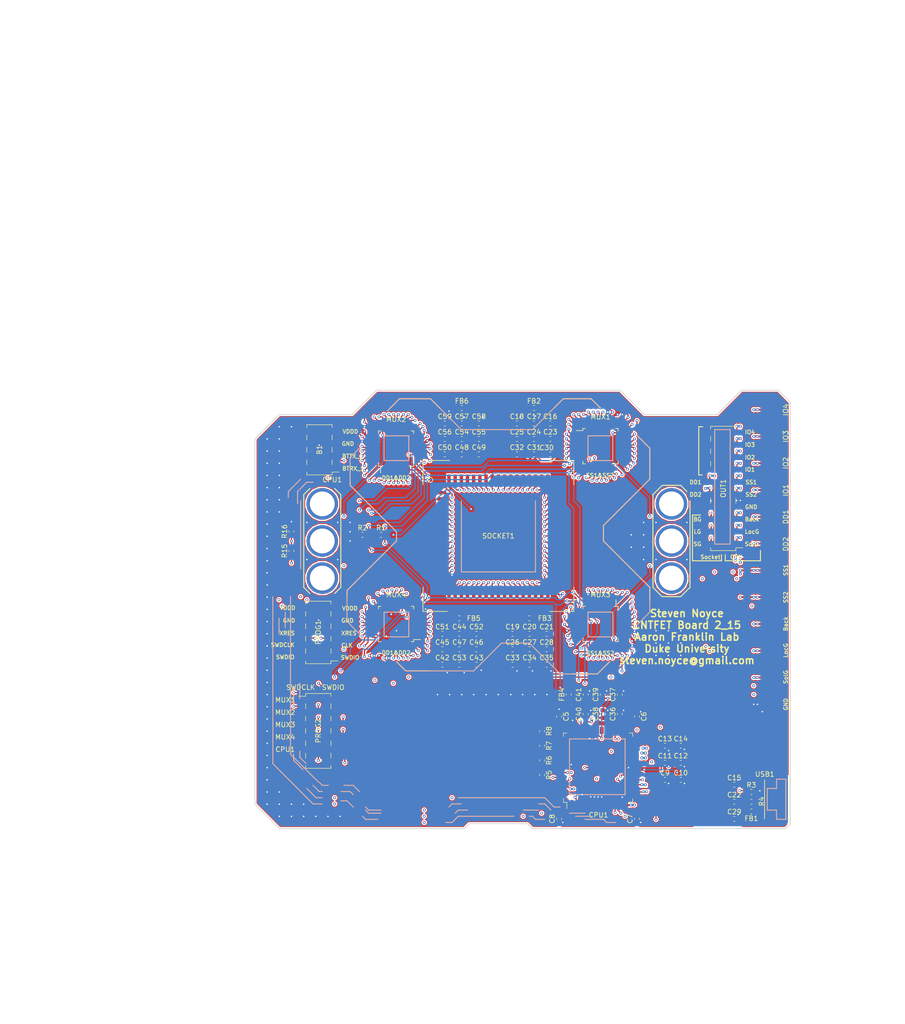
<source format=kicad_pcb>
(kicad_pcb (version 20171130) (host pcbnew "(5.0.0-3-g5ebb6b6)")
  (layers (0 F.Cu signal) (1 In1.Cu signal) (2 In2.Cu signal) (31 B.Cu signal) (34 B.Paste user) (35 F.Paste user) (36 B.SilkS user) (37 F.SilkS user) (38 B.Mask user) (39 F.Mask user) (44 Edge.Cuts user))
  (net 0 "")
  (net 1 GND)
  (net 2 BackGate)
  (net 3 BT1_RX)
  (net 4 BT1_TX)
  (net 5 D18)
  (net 6 D17)
  (net 7 D50)
  (net 8 D49)
  (net 9 I2C0_SCL)
  (net 10 I2C0_SDA)
  (net 11 D8)
  (net 12 D9)
  (net 13 D10)
  (net 14 D11)
  (net 15 D12)
  (net 16 D13)
  (net 17 D14)
  (net 18 D15)
  (net 19 D16)
  (net 20 D19)
  (net 21 D20)
  (net 22 D21)
  (net 23 D22)
  (net 24 D23)
  (net 25 D24)
  (net 26 D25)
  (net 27 D26)
  (net 28 D27)
  (net 29 D28)
  (net 30 D29)
  (net 31 D30)
  (net 32 D31)
  (net 33 D32)
  (net 34 D1)
  (net 35 D2)
  (net 36 D3)
  (net 37 D4)
  (net 38 D5)
  (net 39 D6)
  (net 40 D7)
  (net 41 D40)
  (net 42 D41)
  (net 43 D42)
  (net 44 D43)
  (net 45 D44)
  (net 46 D45)
  (net 47 D46)
  (net 48 D47)
  (net 49 D48)
  (net 50 D51)
  (net 51 D52)
  (net 52 D53)
  (net 53 D54)
  (net 54 D55)
  (net 55 D56)
  (net 56 D57)
  (net 57 D58)
  (net 58 D59)
  (net 59 D60)
  (net 60 D61)
  (net 61 D62)
  (net 62 D63)
  (net 63 D64)
  (net 64 D33)
  (net 65 D34)
  (net 66 D35)
  (net 67 D36)
  (net 68 D37)
  (net 69 D38)
  (net 70 D39)
  (net 71 VDDD)
  (net 72 SWDIO5)
  (net 73 SWDCLK5)
  (net 74 "Net-(CPU1-Pad11)")
  (net 75 "Net-(CPU1-Pad16)")
  (net 76 "Net-(CPU1-Pad17)")
  (net 77 "Net-(CPU1-Pad18)")
  (net 78 "Net-(CPU1-Pad19)")
  (net 79 "Net-(CPU1-Pad22)")
  (net 80 "Net-(CPU1-Pad24)")
  (net 81 "Net-(CPU1-Pad27)")
  (net 82 "Net-(CPU1-Pad32)")
  (net 83 "Net-(CPU1-Pad34)")
  (net 84 "Net-(CPU1-Pad40)")
  (net 85 "Net-(CPU1-Pad41)")
  (net 86 "Net-(CPU1-Pad43)")
  (net 87 "Net-(CPU1-Pad45)")
  (net 88 "Net-(CPU1-Pad47)")
  (net 89 "Net-(CPU1-Pad49)")
  (net 90 "Net-(CPU1-Pad52)")
  (net 91 "Net-(CPU1-Pad53)")
  (net 92 "Net-(CPU1-Pad54)")
  (net 93 "Net-(CPU1-Pad55)")
  (net 94 "Net-(CPU1-Pad57)")
  (net 95 "Net-(CPU1-Pad58)")
  (net 96 "Net-(CPU1-Pad59)")
  (net 97 "Net-(CPU1-Pad60)")
  (net 98 "Net-(CPU1-Pad61)")
  (net 99 "Net-(CPU1-Pad62)")
  (net 100 "Net-(CPU1-Pad67)")
  (net 101 "Net-(CPU1-Pad68)")
  (net 102 "Net-(CPU1-Pad71)")
  (net 103 "Net-(CPU1-Pad72)")
  (net 104 "Net-(CPU1-Pad73)")
  (net 105 "Net-(CPU1-Pad74)")
  (net 106 "Net-(CPU1-Pad76)")
  (net 107 "Net-(CPU1-Pad77)")
  (net 108 "Net-(CPU1-Pad78)")
  (net 109 "Net-(CPU1-Pad79)")
  (net 110 "Net-(CPU1-Pad80)")
  (net 111 "Net-(CPU1-Pad81)")
  (net 112 "Net-(CPU1-Pad82)")
  (net 113 "Net-(CPU1-Pad83)")
  (net 114 "Net-(CPU1-Pad84)")
  (net 115 "Net-(CPU1-Pad85)")
  (net 116 "Net-(CPU1-Pad89)")
  (net 117 "Net-(CPU1-Pad91)")
  (net 118 "Net-(CPU1-Pad93)")
  (net 119 "Net-(CPU1-Pad95)")
  (net 120 "Net-(CPU1-Pad97)")
  (net 121 "Net-(CPU1-Pad98)")
  (net 122 "Net-(CPU1-Pad99)")
  (net 123 DD1)
  (net 124 "Net-(CPU1-Pad42)")
  (net 125 "Net-(CPU1-Pad44)")
  (net 126 "Net-(CPU1-Pad46)")
  (net 127 SS1)
  (net 128 DD2)
  (net 129 SS2)
  (net 130 IO1)
  (net 131 IO2)
  (net 132 IO3)
  (net 133 IO4)
  (net 134 SolutionGate)
  (net 135 LocalGates)
  (net 136 "Net-(CPU1-Pad48)")
  (net 137 "Net-(CPU1-Pad51)")
  (net 138 SWDIO2)
  (net 139 SWDCLK2)
  (net 140 SWDIO4)
  (net 141 SWDCLK4)
  (net 142 XRES)
  (net 143 SWDIO)
  (net 144 SWDCLK)
  (net 145 SWDIO1)
  (net 146 SWDCLK1)
  (net 147 SWDIO3)
  (net 148 SWDCLK3)
  (net 149 "Net-(MUX1-Pad11)")
  (net 150 "Net-(MUX1-Pad15)")
  (net 151 "Net-(MUX2-Pad11)")
  (net 152 "Net-(MUX2-Pad15)")
  (net 153 "Net-(MUX3-Pad11)")
  (net 154 "Net-(MUX3-Pad15)")
  (net 155 "Net-(MUX4-Pad11)")
  (net 156 "Net-(MUX4-Pad15)")
  (net 157 VBUS1)
  (net 158 BT1_RXR)
  (net 159 "Net-(OUT1-Pad14)")
  (net 160 VDDA_M1)
  (net 161 VCCD_M1)
  (net 162 VDDA_M3)
  (net 163 VCCD_M3)
  (net 164 VDDA_M4)
  (net 165 VCCD_M4)
  (net 166 VDDA_M2)
  (net 167 VCCD_M2)
  (net 168 VCCD_C1)
  (net 169 VDDA_C1)
  (net 170 VCCA_C1)
  (net 171 USB1_ID)
  (net 172 USBDP_C1)
  (net 173 USBDM_C1)
  (net 174 USB1_D+)
  (net 175 USB1_D-)
  (net 176 "Net-(IPEX1-Pad2)")
  (net 177 "Net-(IPEX2-Pad2)")
  (net 178 "Net-(IPEX3-Pad2)")
  (net 179 "Net-(IPEX4-Pad2)")
  (net 180 "Net-(IPEX5-Pad2)")
  (net 181 "Net-(IPEX6-Pad2)")
  (net 182 "Net-(IPEX7-Pad2)")
  (net 183 "Net-(IPEX8-Pad2)")
  (net 184 "Net-(IPEX9-Pad2)")
  (net 185 "Net-(IPEX10-Pad2)")
  (net 186 "Net-(IPEX11-Pad2)")
  (net 187 "Net-(IPEX12-Pad2)")
  (net 188 SolutionGate_Socket)
  (net 189 LocalGates_Socket)
  (net 190 BackGate_Socket)
  (net 191 "Net-(CPU1-Pad1)")
  (net 192 "Net-(CPU1-Pad2)")
  (net 193 "Net-(CPU1-Pad3)")
  (net 194 "Net-(CPU1-Pad6)")
  (net 195 "Net-(CPU1-Pad7)")
  (net 196 "Net-(CPU1-Pad8)")
  (net 197 "Net-(CPU1-Pad9)")
  (net 198 "Net-(B1-Pad2)")
  (net 199 "Net-(B1-Pad4)")
  (net 200 "Net-(B1-Pad6)")
  (net 201 "Net-(B1-Pad8)")
  (net 202 "Net-(PROG2-Pad11)")
  (net 203 "Net-(PROG2-Pad12)")
  (module Custom_Footprint_Library:MountingHole_5.1mm (layer F.Cu) (at 163.83 92.71)
    (fp_text reference MH1 hide)
    (fp_text value MountingHole hide)
    (pad 1 thru_hole circle (at 0 0.635) (size 6.5024 6.5024) (drill 5.10032) (layers *.Cu *.Mask))
  )
  (module Custom_Footprint_Library:MountingHole_5.1mm (layer F.Cu) (at 163.83 100.33)
    (fp_text reference MH2 hide)
    (fp_text value MountingHole hide)
    (pad 1 thru_hole circle (at 0 0.635) (size 6.5024 6.5024) (drill 5.10032) (layers *.Cu *.Mask))
  )
  (module Custom_Footprint_Library:MountingHole_5.1mm (layer F.Cu) (at 163.83 107.95)
    (fp_text reference MH3 hide)
    (fp_text value MountingHole hide)
    (pad 1 thru_hole circle (at 0 0.635) (size 6.5024 6.5024) (drill 5.10032) (layers *.Cu *.Mask))
  )
  (module Custom_Footprint_Library:MountingHole_5.1mm (layer F.Cu) (at 236.22 103.505)
    (fp_text reference MH5 hide)
    (fp_text value MountingHole hide)
    (pad 1 thru_hole circle (at -0.635 -2.54) (size 6.5024 6.5024) (drill 5.10032) (layers *.Cu *.Mask))
  )
  (module Custom_Footprint_Library:MountingHole_5.1mm (layer F.Cu) (at 236.22 108.585)
    (fp_text reference MH6 hide)
    (fp_text value MountingHole hide)
    (pad 1 thru_hole circle (at -0.635 0) (size 6.5024 6.5024) (drill 5.10032) (layers *.Cu *.Mask))
  )
  (module Capacitor_SMD:C_0603_1608Metric (layer F.Cu) (at 212.5 137 270)
    (fp_text reference C5 (at 0 -1.43 270) (layer F.SilkS))
    (fp_text value 0.1uF)
    (pad 2 smd roundrect (at 0.7875 0 270) (size 0.875 0.95) (layers F.Cu F.Paste F.Mask) (net 71 VDDD))
    (pad 1 smd roundrect (at -0.7875 0 270) (size 0.875 0.95) (layers F.Cu F.Paste F.Mask) (net 1 GND))
  )
  (module Capacitor_SMD:C_0603_1608Metric (layer F.Cu) (at 228.5 137 270)
    (fp_text reference C6 (at 0 -1.43 270) (layer F.SilkS))
    (fp_text value 0.1uF)
    (pad 1 smd roundrect (at -0.7875 0 270) (size 0.875 0.95) (layers F.Cu F.Paste F.Mask) (net 1 GND))
    (pad 2 smd roundrect (at 0.7875 0 270) (size 0.875 0.95) (layers F.Cu F.Paste F.Mask) (net 71 VDDD))
  )
  (module Capacitor_SMD:C_0603_1608Metric (layer F.Cu) (at 228.5 158 90)
    (fp_text reference C7 (at 0 -1.43 90) (layer F.SilkS))
    (fp_text value 0.1uF)
    (pad 1 smd roundrect (at -0.7875 0 90) (size 0.875 0.95) (layers F.Cu F.Paste F.Mask) (net 1 GND))
    (pad 2 smd roundrect (at 0.7875 0 90) (size 0.875 0.95) (layers F.Cu F.Paste F.Mask) (net 71 VDDD))
  )
  (module Capacitor_SMD:C_0603_1608Metric (layer F.Cu) (at 212.5 158 90)
    (fp_text reference C8 (at 0 -1.43 90) (layer F.SilkS))
    (fp_text value 0.1uF)
    (pad 2 smd roundrect (at 0.7875 0 90) (size 0.875 0.95) (layers F.Cu F.Paste F.Mask) (net 71 VDDD))
    (pad 1 smd roundrect (at -0.7875 0 90) (size 0.875 0.95) (layers F.Cu F.Paste F.Mask) (net 1 GND))
  )
  (module Capacitor_SMD:C_0603_1608Metric (layer F.Cu) (at 234.25 150)
    (fp_text reference C9 (at 0 -1.43) (layer F.SilkS))
    (fp_text value 47uF)
    (pad 1 smd roundrect (at -0.7875 0) (size 0.875 0.95) (layers F.Cu F.Paste F.Mask) (net 168 VCCD_C1))
    (pad 2 smd roundrect (at 0.7875 0) (size 0.875 0.95) (layers F.Cu F.Paste F.Mask) (net 1 GND))
  )
  (module Capacitor_SMD:C_0603_1608Metric (layer F.Cu) (at 237.5 150)
    (fp_text reference C10 (at 0 -1.43) (layer F.SilkS))
    (fp_text value 47uF)
    (pad 2 smd roundrect (at 0.7875 0) (size 0.875 0.95) (layers F.Cu F.Paste F.Mask) (net 1 GND))
    (pad 1 smd roundrect (at -0.7875 0) (size 0.875 0.95) (layers F.Cu F.Paste F.Mask) (net 71 VDDD))
  )
  (module Capacitor_SMD:C_0603_1608Metric (layer F.Cu) (at 234.25 146.5)
    (fp_text reference C11 (at 0 -1.43) (layer F.SilkS))
    (fp_text value 1uF)
    (pad 2 smd roundrect (at 0.7875 0) (size 0.875 0.95) (layers F.Cu F.Paste F.Mask) (net 1 GND))
    (pad 1 smd roundrect (at -0.7875 0) (size 0.875 0.95) (layers F.Cu F.Paste F.Mask) (net 168 VCCD_C1))
  )
  (module Capacitor_SMD:C_0603_1608Metric (layer F.Cu) (at 237.5 146.5)
    (fp_text reference C12 (at 0 -1.43) (layer F.SilkS))
    (fp_text value 1uF)
    (pad 1 smd roundrect (at -0.7875 0) (size 0.875 0.95) (layers F.Cu F.Paste F.Mask) (net 71 VDDD))
    (pad 2 smd roundrect (at 0.7875 0) (size 0.875 0.95) (layers F.Cu F.Paste F.Mask) (net 1 GND))
  )
  (module Capacitor_SMD:C_0603_1608Metric (layer F.Cu) (at 234.25 143)
    (fp_text reference C13 (at 0 -1.43) (layer F.SilkS))
    (fp_text value 0.1uF)
    (pad 1 smd roundrect (at -0.7875 0) (size 0.875 0.95) (layers F.Cu F.Paste F.Mask) (net 168 VCCD_C1))
    (pad 2 smd roundrect (at 0.7875 0) (size 0.875 0.95) (layers F.Cu F.Paste F.Mask) (net 1 GND))
  )
  (module Capacitor_SMD:C_0603_1608Metric (layer F.Cu) (at 237.5 143)
    (fp_text reference C14 (at 0 -1.43) (layer F.SilkS))
    (fp_text value 0.1uF)
    (pad 2 smd roundrect (at 0.7875 0) (size 0.875 0.95) (layers F.Cu F.Paste F.Mask) (net 1 GND))
    (pad 1 smd roundrect (at -0.7875 0) (size 0.875 0.95) (layers F.Cu F.Paste F.Mask) (net 71 VDDD))
  )
  (module Capacitor_SMD:C_0603_1608Metric (layer F.Cu) (at 248.5 151)
    (fp_text reference C15 (at 0 -1.43) (layer F.SilkS))
    (fp_text value 47uF)
    (pad 2 smd roundrect (at 0.7875 0) (size 0.875 0.95) (layers F.Cu F.Paste F.Mask) (net 1 GND))
    (pad 1 smd roundrect (at -0.7875 0) (size 0.875 0.95) (layers F.Cu F.Paste F.Mask) (net 71 VDDD))
  )
  (module Capacitor_SMD:C_0603_1608Metric (layer F.Cu) (at 210.695 76.835)
    (fp_text reference C16 (at 0 -1.43) (layer F.SilkS))
    (fp_text value 47uF)
    (pad 1 smd roundrect (at -0.7875 0) (size 0.875 0.95) (layers F.Cu F.Paste F.Mask) (net 160 VDDA_M1))
    (pad 2 smd roundrect (at 0.7875 0) (size 0.875 0.95) (layers F.Cu F.Paste F.Mask) (net 1 GND))
  )
  (module Capacitor_SMD:C_0603_1608Metric (layer F.Cu) (at 207.33 76.835)
    (fp_text reference C17 (at 0 -1.43) (layer F.SilkS))
    (fp_text value 47uF)
    (pad 1 smd roundrect (at -0.7875 0) (size 0.875 0.95) (layers F.Cu F.Paste F.Mask) (net 71 VDDD))
    (pad 2 smd roundrect (at 0.7875 0) (size 0.875 0.95) (layers F.Cu F.Paste F.Mask) (net 1 GND))
  )
  (module Capacitor_SMD:C_0603_1608Metric (layer F.Cu) (at 203.835 76.835)
    (fp_text reference C18 (at 0 -1.43) (layer F.SilkS))
    (fp_text value 47uF)
    (pad 2 smd roundrect (at 0.7875 0) (size 0.875 0.95) (layers F.Cu F.Paste F.Mask) (net 1 GND))
    (pad 1 smd roundrect (at -0.7875 0) (size 0.875 0.95) (layers F.Cu F.Paste F.Mask) (net 161 VCCD_M1))
  )
  (module Capacitor_SMD:C_0603_1608Metric (layer F.Cu) (at 202.925 120.015)
    (fp_text reference C19 (at 0 -1.43) (layer F.SilkS))
    (fp_text value 47uF)
    (pad 1 smd roundrect (at -0.7875 0) (size 0.875 0.95) (layers F.Cu F.Paste F.Mask) (net 162 VDDA_M3))
    (pad 2 smd roundrect (at 0.7875 0) (size 0.875 0.95) (layers F.Cu F.Paste F.Mask) (net 1 GND))
  )
  (module Capacitor_SMD:C_0603_1608Metric (layer F.Cu) (at 206.425 120.015)
    (fp_text reference C20 (at 0 -1.43) (layer F.SilkS))
    (fp_text value 47uF)
    (pad 2 smd roundrect (at 0.7875 0) (size 0.875 0.95) (layers F.Cu F.Paste F.Mask) (net 1 GND))
    (pad 1 smd roundrect (at -0.7875 0) (size 0.875 0.95) (layers F.Cu F.Paste F.Mask) (net 71 VDDD))
  )
  (module Capacitor_SMD:C_0603_1608Metric (layer F.Cu) (at 209.925 120.015)
    (fp_text reference C21 (at 0 -1.43) (layer F.SilkS))
    (fp_text value 47uF)
    (pad 1 smd roundrect (at -0.7875 0) (size 0.875 0.95) (layers F.Cu F.Paste F.Mask) (net 163 VCCD_M3))
    (pad 2 smd roundrect (at 0.7875 0) (size 0.875 0.95) (layers F.Cu F.Paste F.Mask) (net 1 GND))
  )
  (module Capacitor_SMD:C_0603_1608Metric (layer F.Cu) (at 248.5 154.5)
    (fp_text reference C22 (at 0 -1.43) (layer F.SilkS))
    (fp_text value 1uF)
    (pad 1 smd roundrect (at -0.7875 0) (size 0.875 0.95) (layers F.Cu F.Paste F.Mask) (net 71 VDDD))
    (pad 2 smd roundrect (at 0.7875 0) (size 0.875 0.95) (layers F.Cu F.Paste F.Mask) (net 1 GND))
  )
  (module Capacitor_SMD:C_0603_1608Metric (layer F.Cu) (at 210.695 80.01)
    (fp_text reference C23 (at 0 -1.43) (layer F.SilkS))
    (fp_text value 1uF)
    (pad 2 smd roundrect (at 0.7875 0) (size 0.875 0.95) (layers F.Cu F.Paste F.Mask) (net 1 GND))
    (pad 1 smd roundrect (at -0.7875 0) (size 0.875 0.95) (layers F.Cu F.Paste F.Mask) (net 160 VDDA_M1))
  )
  (module Capacitor_SMD:C_0603_1608Metric (layer F.Cu) (at 207.33 80.01)
    (fp_text reference C24 (at 0 -1.43) (layer F.SilkS))
    (fp_text value 1uF)
    (pad 2 smd roundrect (at 0.7875 0) (size 0.875 0.95) (layers F.Cu F.Paste F.Mask) (net 1 GND))
    (pad 1 smd roundrect (at -0.7875 0) (size 0.875 0.95) (layers F.Cu F.Paste F.Mask) (net 71 VDDD))
  )
  (module Capacitor_SMD:C_0603_1608Metric (layer F.Cu) (at 203.83 80.01)
    (fp_text reference C25 (at 0 -1.43) (layer F.SilkS))
    (fp_text value 1uF)
    (pad 1 smd roundrect (at -0.7875 0) (size 0.875 0.95) (layers F.Cu F.Paste F.Mask) (net 161 VCCD_M1))
    (pad 2 smd roundrect (at 0.7875 0) (size 0.875 0.95) (layers F.Cu F.Paste F.Mask) (net 1 GND))
  )
  (module Capacitor_SMD:C_0603_1608Metric (layer F.Cu) (at 202.925 123.19)
    (fp_text reference C26 (at 0 -1.43) (layer F.SilkS))
    (fp_text value 1uF)
    (pad 2 smd roundrect (at 0.7875 0) (size 0.875 0.95) (layers F.Cu F.Paste F.Mask) (net 1 GND))
    (pad 1 smd roundrect (at -0.7875 0) (size 0.875 0.95) (layers F.Cu F.Paste F.Mask) (net 162 VDDA_M3))
  )
  (module Capacitor_SMD:C_0603_1608Metric (layer F.Cu) (at 206.425 123.19)
    (fp_text reference C27 (at 0 -1.43) (layer F.SilkS))
    (fp_text value 1uF)
    (pad 1 smd roundrect (at -0.7875 0) (size 0.875 0.95) (layers F.Cu F.Paste F.Mask) (net 71 VDDD))
    (pad 2 smd roundrect (at 0.7875 0) (size 0.875 0.95) (layers F.Cu F.Paste F.Mask) (net 1 GND))
  )
  (module Capacitor_SMD:C_0603_1608Metric (layer F.Cu) (at 209.925 123.19)
    (fp_text reference C28 (at 0 -1.43) (layer F.SilkS))
    (fp_text value 1uF)
    (pad 2 smd roundrect (at 0.7875 0) (size 0.875 0.95) (layers F.Cu F.Paste F.Mask) (net 1 GND))
    (pad 1 smd roundrect (at -0.7875 0) (size 0.875 0.95) (layers F.Cu F.Paste F.Mask) (net 163 VCCD_M3))
  )
  (module Capacitor_SMD:C_0603_1608Metric (layer F.Cu) (at 248.5 158)
    (fp_text reference C29 (at 0 -1.43) (layer F.SilkS))
    (fp_text value 0.1uF)
    (pad 2 smd roundrect (at 0.7875 0) (size 0.875 0.95) (layers F.Cu F.Paste F.Mask) (net 1 GND))
    (pad 1 smd roundrect (at -0.7875 0) (size 0.875 0.95) (layers F.Cu F.Paste F.Mask) (net 71 VDDD))
  )
  (module Capacitor_SMD:C_0603_1608Metric (layer F.Cu) (at 210.695 83.185)
    (fp_text reference C30 (at -0.764 -1.378 180) (layer F.SilkS))
    (fp_text value 0.1uF)
    (pad 1 smd roundrect (at -0.7875 0) (size 0.875 0.95) (layers F.Cu F.Paste F.Mask) (net 160 VDDA_M1))
    (pad 2 smd roundrect (at 0.7875 0) (size 0.875 0.95) (layers F.Cu F.Paste F.Mask) (net 1 GND))
  )
  (module Capacitor_SMD:C_0603_1608Metric (layer F.Cu) (at 207.33 83.185)
    (fp_text reference C31 (at 0 -1.43) (layer F.SilkS))
    (fp_text value 0.1uF)
    (pad 1 smd roundrect (at -0.7875 0) (size 0.875 0.95) (layers F.Cu F.Paste F.Mask) (net 71 VDDD))
    (pad 2 smd roundrect (at 0.7875 0) (size 0.875 0.95) (layers F.Cu F.Paste F.Mask) (net 1 GND))
  )
  (module Capacitor_SMD:C_0603_1608Metric (layer F.Cu) (at 203.83 83.185)
    (fp_text reference C32 (at 0 -1.43) (layer F.SilkS))
    (fp_text value 0.1uF)
    (pad 1 smd roundrect (at -0.7875 0) (size 0.875 0.95) (layers F.Cu F.Paste F.Mask) (net 161 VCCD_M1))
    (pad 2 smd roundrect (at 0.7875 0) (size 0.875 0.95) (layers F.Cu F.Paste F.Mask) (net 1 GND))
  )
  (module Capacitor_SMD:C_0603_1608Metric (layer F.Cu) (at 202.925 126.365)
    (fp_text reference C33 (at 0 -1.43) (layer F.SilkS))
    (fp_text value 0.1uF)
    (pad 1 smd roundrect (at -0.7875 0) (size 0.875 0.95) (layers F.Cu F.Paste F.Mask) (net 162 VDDA_M3))
    (pad 2 smd roundrect (at 0.7875 0) (size 0.875 0.95) (layers F.Cu F.Paste F.Mask) (net 1 GND))
  )
  (module Capacitor_SMD:C_0603_1608Metric (layer F.Cu) (at 206.425 126.365)
    (fp_text reference C34 (at 0 -1.43) (layer F.SilkS))
    (fp_text value 0.1uF)
    (pad 2 smd roundrect (at 0.7875 0) (size 0.875 0.95) (layers F.Cu F.Paste F.Mask) (net 1 GND))
    (pad 1 smd roundrect (at -0.7875 0) (size 0.875 0.95) (layers F.Cu F.Paste F.Mask) (net 71 VDDD))
  )
  (module Capacitor_SMD:C_0603_1608Metric (layer F.Cu) (at 209.925 126.365)
    (fp_text reference C35 (at 0 -1.43) (layer F.SilkS))
    (fp_text value 0.1uF)
    (pad 1 smd roundrect (at -0.7875 0) (size 0.875 0.95) (layers F.Cu F.Paste F.Mask) (net 163 VCCD_M3))
    (pad 2 smd roundrect (at 0.7875 0) (size 0.875 0.95) (layers F.Cu F.Paste F.Mask) (net 1 GND))
  )
  (module Capacitor_SMD:C_0603_1608Metric (layer F.Cu) (at 224.962 136.499 90)
    (fp_text reference C36 (at 0 -1.43 90) (layer F.SilkS))
    (fp_text value 47uF)
    (pad 1 smd roundrect (at -0.7875 0 90) (size 0.875 0.95) (layers F.Cu F.Paste F.Mask) (net 169 VDDA_C1))
    (pad 2 smd roundrect (at 0.7875 0 90) (size 0.875 0.95) (layers F.Cu F.Paste F.Mask) (net 1 GND))
  )
  (module Capacitor_SMD:C_0603_1608Metric (layer F.Cu) (at 224.962 132.499 90)
    (fp_text reference C37 (at 0 -1.43 90) (layer F.SilkS))
    (fp_text value 47uF)
    (pad 1 smd roundrect (at -0.7875 0 90) (size 0.875 0.95) (layers F.Cu F.Paste F.Mask) (net 170 VCCA_C1))
    (pad 2 smd roundrect (at 0.7875 0 90) (size 0.875 0.95) (layers F.Cu F.Paste F.Mask) (net 1 GND))
  )
  (module Capacitor_SMD:C_0603_1608Metric (layer F.Cu) (at 221.462 136.499 90)
    (fp_text reference C38 (at 0 -1.43 90) (layer F.SilkS))
    (fp_text value 1uF)
    (pad 2 smd roundrect (at 0.7875 0 90) (size 0.875 0.95) (layers F.Cu F.Paste F.Mask) (net 1 GND))
    (pad 1 smd roundrect (at -0.7875 0 90) (size 0.875 0.95) (layers F.Cu F.Paste F.Mask) (net 169 VDDA_C1))
  )
  (module Capacitor_SMD:C_0603_1608Metric (layer F.Cu) (at 221.462 132.499 90)
    (fp_text reference C39 (at 0 -1.43 90) (layer F.SilkS))
    (fp_text value 1uF)
    (pad 2 smd roundrect (at 0.7875 0 90) (size 0.875 0.95) (layers F.Cu F.Paste F.Mask) (net 1 GND))
    (pad 1 smd roundrect (at -0.7875 0 90) (size 0.875 0.95) (layers F.Cu F.Paste F.Mask) (net 170 VCCA_C1))
  )
  (module Capacitor_SMD:C_0603_1608Metric (layer F.Cu) (at 217.962 136.499 90)
    (fp_text reference C40 (at 0 -1.43 90) (layer F.SilkS))
    (fp_text value 0.1uF)
    (pad 1 smd roundrect (at -0.7875 0 90) (size 0.875 0.95) (layers F.Cu F.Paste F.Mask) (net 169 VDDA_C1))
    (pad 2 smd roundrect (at 0.7875 0 90) (size 0.875 0.95) (layers F.Cu F.Paste F.Mask) (net 1 GND))
  )
  (module Capacitor_SMD:C_0603_1608Metric (layer F.Cu) (at 217.962 132.499 90)
    (fp_text reference C41 (at 0 -1.43 90) (layer F.SilkS))
    (fp_text value 0.1uF)
    (pad 1 smd roundrect (at -0.7875 0 90) (size 0.875 0.95) (layers F.Cu F.Paste F.Mask) (net 170 VCCA_C1))
    (pad 2 smd roundrect (at 0.7875 0 90) (size 0.875 0.95) (layers F.Cu F.Paste F.Mask) (net 1 GND))
  )
  (module Capacitor_SMD:C_0603_1608Metric (layer F.Cu) (at 188.5 126.365)
    (fp_text reference C42 (at 0 -1.43) (layer F.SilkS))
    (fp_text value 47uF)
    (pad 2 smd roundrect (at 0.7875 0) (size 0.875 0.95) (layers F.Cu F.Paste F.Mask) (net 1 GND))
    (pad 1 smd roundrect (at -0.7875 0) (size 0.875 0.95) (layers F.Cu F.Paste F.Mask) (net 164 VDDA_M4))
  )
  (module Capacitor_SMD:C_0603_1608Metric (layer F.Cu) (at 195.5 126.365)
    (fp_text reference C43 (at 0 -1.43) (layer F.SilkS))
    (fp_text value 47uF)
    (pad 1 smd roundrect (at -0.7875 0) (size 0.875 0.95) (layers F.Cu F.Paste F.Mask) (net 71 VDDD))
    (pad 2 smd roundrect (at 0.7875 0) (size 0.875 0.95) (layers F.Cu F.Paste F.Mask) (net 1 GND))
  )
  (module Capacitor_SMD:C_0603_1608Metric (layer F.Cu) (at 192 120.015)
    (fp_text reference C44 (at 0 -1.43) (layer F.SilkS))
    (fp_text value 47uF)
    (pad 2 smd roundrect (at 0.7875 0) (size 0.875 0.95) (layers F.Cu F.Paste F.Mask) (net 1 GND))
    (pad 1 smd roundrect (at -0.7875 0) (size 0.875 0.95) (layers F.Cu F.Paste F.Mask) (net 165 VCCD_M4))
  )
  (module Capacitor_SMD:C_0603_1608Metric (layer F.Cu) (at 188.5 123.19)
    (fp_text reference C45 (at 0 -1.43) (layer F.SilkS))
    (fp_text value 1uF)
    (pad 1 smd roundrect (at -0.7875 0) (size 0.875 0.95) (layers F.Cu F.Paste F.Mask) (net 164 VDDA_M4))
    (pad 2 smd roundrect (at 0.7875 0) (size 0.875 0.95) (layers F.Cu F.Paste F.Mask) (net 1 GND))
  )
  (module Capacitor_SMD:C_0603_1608Metric (layer F.Cu) (at 195.5 123.19)
    (fp_text reference C46 (at 0 -1.43) (layer F.SilkS))
    (fp_text value 1uF)
    (pad 2 smd roundrect (at 0.7875 0) (size 0.875 0.95) (layers F.Cu F.Paste F.Mask) (net 1 GND))
    (pad 1 smd roundrect (at -0.7875 0) (size 0.875 0.95) (layers F.Cu F.Paste F.Mask) (net 71 VDDD))
  )
  (module Capacitor_SMD:C_0603_1608Metric (layer F.Cu) (at 192 123.19)
    (fp_text reference C47 (at 0 -1.43) (layer F.SilkS))
    (fp_text value 1uF)
    (pad 1 smd roundrect (at -0.7875 0) (size 0.875 0.95) (layers F.Cu F.Paste F.Mask) (net 165 VCCD_M4))
    (pad 2 smd roundrect (at 0.7875 0) (size 0.875 0.95) (layers F.Cu F.Paste F.Mask) (net 1 GND))
  )
  (module Capacitor_SMD:C_0603_1608Metric (layer F.Cu) (at 192.5 83.185)
    (fp_text reference C48 (at 0 -1.43) (layer F.SilkS))
    (fp_text value 47uF)
    (pad 2 smd roundrect (at 0.7875 0) (size 0.875 0.95) (layers F.Cu F.Paste F.Mask) (net 1 GND))
    (pad 1 smd roundrect (at -0.7875 0) (size 0.875 0.95) (layers F.Cu F.Paste F.Mask) (net 166 VDDA_M2))
  )
  (module Capacitor_SMD:C_0603_1608Metric (layer F.Cu) (at 196 83.185)
    (fp_text reference C49 (at 0 -1.43) (layer F.SilkS))
    (fp_text value 47uF)
    (pad 2 smd roundrect (at 0.7875 0) (size 0.875 0.95) (layers F.Cu F.Paste F.Mask) (net 1 GND))
    (pad 1 smd roundrect (at -0.7875 0) (size 0.875 0.95) (layers F.Cu F.Paste F.Mask) (net 71 VDDD))
  )
  (module Capacitor_SMD:C_0603_1608Metric (layer F.Cu) (at 189 83.185)
    (fp_text reference C50 (at 0 -1.43) (layer F.SilkS))
    (fp_text value 47uF)
    (pad 2 smd roundrect (at 0.7875 0) (size 0.875 0.95) (layers F.Cu F.Paste F.Mask) (net 1 GND))
    (pad 1 smd roundrect (at -0.7875 0) (size 0.875 0.95) (layers F.Cu F.Paste F.Mask) (net 167 VCCD_M2))
  )
  (module Capacitor_SMD:C_0603_1608Metric (layer F.Cu) (at 188.5 120.015)
    (fp_text reference C51 (at 0 -1.43) (layer F.SilkS))
    (fp_text value 0.1uF)
    (pad 2 smd roundrect (at 0.7875 0) (size 0.875 0.95) (layers F.Cu F.Paste F.Mask) (net 1 GND))
    (pad 1 smd roundrect (at -0.7875 0) (size 0.875 0.95) (layers F.Cu F.Paste F.Mask) (net 164 VDDA_M4))
  )
  (module Capacitor_SMD:C_0603_1608Metric (layer F.Cu) (at 195.5 120.015)
    (fp_text reference C52 (at 0 -1.43) (layer F.SilkS))
    (fp_text value 0.1uF)
    (pad 1 smd roundrect (at -0.7875 0) (size 0.875 0.95) (layers F.Cu F.Paste F.Mask) (net 71 VDDD))
    (pad 2 smd roundrect (at 0.7875 0) (size 0.875 0.95) (layers F.Cu F.Paste F.Mask) (net 1 GND))
  )
  (module Capacitor_SMD:C_0603_1608Metric (layer F.Cu) (at 192 126.365)
    (fp_text reference C53 (at 0 -1.43) (layer F.SilkS))
    (fp_text value 0.1uF)
    (pad 2 smd roundrect (at 0.7875 0) (size 0.875 0.95) (layers F.Cu F.Paste F.Mask) (net 1 GND))
    (pad 1 smd roundrect (at -0.7875 0) (size 0.875 0.95) (layers F.Cu F.Paste F.Mask) (net 165 VCCD_M4))
  )
  (module Capacitor_SMD:C_0603_1608Metric (layer F.Cu) (at 192.5 80.01)
    (fp_text reference C54 (at 0 -1.43) (layer F.SilkS))
    (fp_text value 1uF)
    (pad 2 smd roundrect (at 0.7875 0) (size 0.875 0.95) (layers F.Cu F.Paste F.Mask) (net 1 GND))
    (pad 1 smd roundrect (at -0.7875 0) (size 0.875 0.95) (layers F.Cu F.Paste F.Mask) (net 166 VDDA_M2))
  )
  (module Capacitor_SMD:C_0603_1608Metric (layer F.Cu) (at 196 80.01)
    (fp_text reference C55 (at 0 -1.43) (layer F.SilkS))
    (fp_text value 1uF)
    (pad 1 smd roundrect (at -0.7875 0) (size 0.875 0.95) (layers F.Cu F.Paste F.Mask) (net 71 VDDD))
    (pad 2 smd roundrect (at 0.7875 0) (size 0.875 0.95) (layers F.Cu F.Paste F.Mask) (net 1 GND))
  )
  (module Capacitor_SMD:C_0603_1608Metric (layer F.Cu) (at 189 80.01)
    (fp_text reference C56 (at 0 -1.43) (layer F.SilkS))
    (fp_text value 1uF)
    (pad 1 smd roundrect (at -0.7875 0) (size 0.875 0.95) (layers F.Cu F.Paste F.Mask) (net 167 VCCD_M2))
    (pad 2 smd roundrect (at 0.7875 0) (size 0.875 0.95) (layers F.Cu F.Paste F.Mask) (net 1 GND))
  )
  (module Capacitor_SMD:C_0603_1608Metric (layer F.Cu) (at 192.5 76.835)
    (fp_text reference C57 (at 0 -1.43) (layer F.SilkS))
    (fp_text value 0.1uF)
    (pad 1 smd roundrect (at -0.7875 0) (size 0.875 0.95) (layers F.Cu F.Paste F.Mask) (net 166 VDDA_M2))
    (pad 2 smd roundrect (at 0.7875 0) (size 0.875 0.95) (layers F.Cu F.Paste F.Mask) (net 1 GND))
  )
  (module Capacitor_SMD:C_0603_1608Metric (layer F.Cu) (at 196 76.835)
    (fp_text reference C58 (at 0 -1.43) (layer F.SilkS))
    (fp_text value 0.1uF)
    (pad 2 smd roundrect (at 0.7875 0) (size 0.875 0.95) (layers F.Cu F.Paste F.Mask) (net 1 GND))
    (pad 1 smd roundrect (at -0.7875 0) (size 0.875 0.95) (layers F.Cu F.Paste F.Mask) (net 71 VDDD))
  )
  (module Capacitor_SMD:C_0603_1608Metric (layer F.Cu) (at 189 76.835)
    (fp_text reference C59 (at 0 -1.43) (layer F.SilkS))
    (fp_text value 0.1uF)
    (pad 2 smd roundrect (at 0.7875 0) (size 0.875 0.95) (layers F.Cu F.Paste F.Mask) (net 1 GND))
    (pad 1 smd roundrect (at -0.7875 0) (size 0.875 0.95) (layers F.Cu F.Paste F.Mask) (net 167 VCCD_M2))
  )
  (module Resistor_SMD:R_0603_1608Metric (layer F.Cu) (at 252 156.5 180)
    (fp_text reference FB1 (at 0 -1.43 180) (layer F.SilkS))
    (fp_text value R hide)
    (pad 2 smd roundrect (at 0.7875 0 180) (size 0.875 0.95) (layers F.Cu F.Paste F.Mask) (net 71 VDDD))
    (pad 1 smd roundrect (at -0.7875 0 180) (size 0.875 0.95) (layers F.Cu F.Paste F.Mask) (net 157 VBUS1))
  )
  (module Resistor_SMD:R_0603_1608Metric (layer F.Cu) (at 207.33 73.66 180)
    (fp_text reference FB2 (at 0 1.43 180) (layer F.SilkS))
    (fp_text value R hide)
    (pad 2 smd roundrect (at 0.7875 0 180) (size 0.875 0.95) (layers F.Cu F.Paste F.Mask) (net 71 VDDD))
    (pad 1 smd roundrect (at -0.7875 0 180) (size 0.875 0.95) (layers F.Cu F.Paste F.Mask) (net 160 VDDA_M1))
  )
  (module Resistor_SMD:R_0603_1608Metric (layer F.Cu) (at 206.375 116.84)
    (fp_text reference FB3 (at 3.175 0) (layer F.SilkS))
    (fp_text value R hide)
    (pad 2 smd roundrect (at 0.7875 0) (size 0.875 0.95) (layers F.Cu F.Paste F.Mask) (net 71 VDDD))
    (pad 1 smd roundrect (at -0.7875 0) (size 0.875 0.95) (layers F.Cu F.Paste F.Mask) (net 162 VDDA_M3))
  )
  (module Resistor_SMD:R_0603_1608Metric (layer F.Cu) (at 214.462 132.5 90)
    (fp_text reference FB4 (at 0 -1.43 90) (layer F.SilkS))
    (fp_text value R hide)
    (pad 1 smd roundrect (at -0.7875 0 90) (size 0.875 0.95) (layers F.Cu F.Paste F.Mask) (net 169 VDDA_C1))
    (pad 2 smd roundrect (at 0.7875 0 90) (size 0.875 0.95) (layers F.Cu F.Paste F.Mask) (net 71 VDDD))
  )
  (module Resistor_SMD:R_0603_1608Metric (layer F.Cu) (at 192 116.84)
    (fp_text reference FB5 (at 2.945 0) (layer F.SilkS))
    (fp_text value R hide)
    (pad 1 smd roundrect (at -0.7875 0) (size 0.875 0.95) (layers F.Cu F.Paste F.Mask) (net 164 VDDA_M4))
    (pad 2 smd roundrect (at 0.7875 0) (size 0.875 0.95) (layers F.Cu F.Paste F.Mask) (net 71 VDDD))
  )
  (module Resistor_SMD:R_0603_1608Metric (layer F.Cu) (at 192.5 73.66)
    (fp_text reference FB6 (at 0 -1.43) (layer F.SilkS))
    (fp_text value R hide)
    (pad 1 smd roundrect (at -0.7875 0) (size 0.875 0.95) (layers F.Cu F.Paste F.Mask) (net 166 VDDA_M2))
    (pad 2 smd roundrect (at 0.7875 0) (size 0.875 0.95) (layers F.Cu F.Paste F.Mask) (net 71 VDDD))
  )
  (module Resistor_SMD:R_0603_1608Metric (layer F.Cu) (at 175.895 99.695)
    (fp_text reference R1 (at 0 -1.43) (layer F.SilkS))
    (fp_text value 1k)
    (pad 1 smd roundrect (at -0.7875 0) (size 0.875 0.95) (layers F.Cu F.Paste F.Mask) (net 71 VDDD))
    (pad 2 smd roundrect (at 0.7875 0) (size 0.875 0.95) (layers F.Cu F.Paste F.Mask) (net 9 I2C0_SCL))
  )
  (module Resistor_SMD:R_0603_1608Metric (layer F.Cu) (at 172.085 99.695)
    (fp_text reference R2 (at 0 -1.43) (layer F.SilkS))
    (fp_text value 1k)
    (pad 2 smd roundrect (at 0.7875 0) (size 0.875 0.95) (layers F.Cu F.Paste F.Mask) (net 10 I2C0_SDA))
    (pad 1 smd roundrect (at -0.7875 0) (size 0.875 0.95) (layers F.Cu F.Paste F.Mask) (net 71 VDDD))
  )
  (module Resistor_SMD:R_0603_1608Metric (layer F.Cu) (at 252 152.5)
    (fp_text reference R3 (at 0 -1.43) (layer F.SilkS))
    (fp_text value 22R)
    (pad 1 smd roundrect (at -0.7875 0) (size 0.875 0.95) (layers F.Cu F.Paste F.Mask) (net 172 USBDP_C1))
    (pad 2 smd roundrect (at 0.7875 0) (size 0.875 0.95) (layers F.Cu F.Paste F.Mask) (net 174 USB1_D+))
  )
  (module Resistor_SMD:R_0603_1608Metric (layer F.Cu) (at 252 154.5)
    (fp_text reference R4 (at 2.127 -0.068 90) (layer F.SilkS))
    (fp_text value 22R)
    (pad 2 smd roundrect (at 0.7875 0) (size 0.875 0.95) (layers F.Cu F.Paste F.Mask) (net 175 USB1_D-))
    (pad 1 smd roundrect (at -0.7875 0) (size 0.875 0.95) (layers F.Cu F.Paste F.Mask) (net 173 USBDM_C1))
  )
  (module Resistor_SMD:R_0603_1608Metric (layer F.Cu) (at 209 149 270)
    (fp_text reference R5 (at 0 -1.43 270) (layer F.SilkS))
    (fp_text value R)
    (pad 2 smd roundrect (at 0.7875 0 270) (size 0.875 0.95) (layers F.Cu F.Paste F.Mask) (net 114 "Net-(CPU1-Pad84)"))
    (pad 1 smd roundrect (at -0.7875 0 270) (size 0.875 0.95) (layers F.Cu F.Paste F.Mask) (net 113 "Net-(CPU1-Pad83)"))
  )
  (module Resistor_SMD:R_0603_1608Metric (layer F.Cu) (at 209 146 270)
    (fp_text reference R6 (at 0 -1.43 270) (layer F.SilkS))
    (fp_text value R)
    (pad 2 smd roundrect (at 0.7875 0 270) (size 0.875 0.95) (layers F.Cu F.Paste F.Mask) (net 112 "Net-(CPU1-Pad82)"))
    (pad 1 smd roundrect (at -0.7875 0 270) (size 0.875 0.95) (layers F.Cu F.Paste F.Mask) (net 111 "Net-(CPU1-Pad81)"))
  )
  (module Resistor_SMD:R_0603_1608Metric (layer F.Cu) (at 209 143 270)
    (fp_text reference R7 (at 0 -1.43 270) (layer F.SilkS))
    (fp_text value R)
    (pad 1 smd roundrect (at -0.7875 0 270) (size 0.875 0.95) (layers F.Cu F.Paste F.Mask) (net 109 "Net-(CPU1-Pad79)"))
    (pad 2 smd roundrect (at 0.7875 0 270) (size 0.875 0.95) (layers F.Cu F.Paste F.Mask) (net 110 "Net-(CPU1-Pad80)"))
  )
  (module Resistor_SMD:R_0603_1608Metric (layer F.Cu) (at 209 140 270)
    (fp_text reference R8 (at 0 -1.43 270) (layer F.SilkS))
    (fp_text value R)
    (pad 2 smd roundrect (at 0.7875 0 270) (size 0.875 0.95) (layers F.Cu F.Paste F.Mask) (net 108 "Net-(CPU1-Pad78)"))
    (pad 1 smd roundrect (at -0.7875 0 270) (size 0.875 0.95) (layers F.Cu F.Paste F.Mask) (net 107 "Net-(CPU1-Pad77)"))
  )
  (module Resistor_SMD:R_0603_1608Metric (layer F.Cu) (at 157.5 103 90)
    (fp_text reference R15 (at 0 -1.43 90) (layer F.SilkS))
    (fp_text value 1k)
    (pad 2 smd roundrect (at 0.7875 0 90) (size 0.875 0.95) (layers F.Cu F.Paste F.Mask) (net 158 BT1_RXR))
    (pad 1 smd roundrect (at -0.7875 0 90) (size 0.875 0.95) (layers F.Cu F.Paste F.Mask) (net 3 BT1_RX))
  )
  (module Resistor_SMD:R_0603_1608Metric (layer F.Cu) (at 157.5 99 90)
    (fp_text reference R16 (at 0 -1.43 90) (layer F.SilkS))
    (fp_text value 2k)
    (pad 1 smd roundrect (at -0.7875 0 90) (size 0.875 0.95) (layers F.Cu F.Paste F.Mask) (net 158 BT1_RXR))
    (pad 2 smd roundrect (at 0.7875 0 90) (size 0.875 0.95) (layers F.Cu F.Paste F.Mask) (net 1 GND))
  )
  (module Package_QFP:TQFP-100_14x14mm_P0.5mm (layer F.Cu) (at 220.5 147.5 90)
    (fp_text reference CPU1 (at -9.726 0.099) (layer F.SilkS))
    (fp_text value "CY8C58_(100_TQFP)" hide)
    (pad 1 smd rect (at -7.65 -6 90) (size 1.5 0.3) (layers F.Cu F.Paste F.Mask) (net 191 "Net-(CPU1-Pad1)"))
    (pad 2 smd rect (at -7.65 -5.5 90) (size 1.5 0.3) (layers F.Cu F.Paste F.Mask) (net 192 "Net-(CPU1-Pad2)"))
    (pad 3 smd rect (at -7.65 -5 90) (size 1.5 0.3) (layers F.Cu F.Paste F.Mask) (net 193 "Net-(CPU1-Pad3)"))
    (pad 4 smd rect (at -7.65 -4.5 90) (size 1.5 0.3) (layers F.Cu F.Paste F.Mask) (net 9 I2C0_SCL))
    (pad 5 smd rect (at -7.65 -4 90) (size 1.5 0.3) (layers F.Cu F.Paste F.Mask) (net 10 I2C0_SDA))
    (pad 6 smd rect (at -7.65 -3.5 90) (size 1.5 0.3) (layers F.Cu F.Paste F.Mask) (net 194 "Net-(CPU1-Pad6)"))
    (pad 7 smd rect (at -7.65 -3 90) (size 1.5 0.3) (layers F.Cu F.Paste F.Mask) (net 195 "Net-(CPU1-Pad7)"))
    (pad 8 smd rect (at -7.65 -2.5 90) (size 1.5 0.3) (layers F.Cu F.Paste F.Mask) (net 196 "Net-(CPU1-Pad8)"))
    (pad 9 smd rect (at -7.65 -2 90) (size 1.5 0.3) (layers F.Cu F.Paste F.Mask) (net 197 "Net-(CPU1-Pad9)"))
    (pad 10 smd rect (at -7.65 -1.5 90) (size 1.5 0.3) (layers F.Cu F.Paste F.Mask) (net 1 GND))
    (pad 11 smd rect (at -7.65 -1 90) (size 1.5 0.3) (layers F.Cu F.Paste F.Mask) (net 74 "Net-(CPU1-Pad11)"))
    (pad 12 smd rect (at -7.65 -0.5 90) (size 1.5 0.3) (layers F.Cu F.Paste F.Mask) (net 1 GND))
    (pad 13 smd rect (at -7.65 0 90) (size 1.5 0.3) (layers F.Cu F.Paste F.Mask) (net 1 GND))
    (pad 14 smd rect (at -7.65 0.5 90) (size 1.5 0.3) (layers F.Cu F.Paste F.Mask) (net 1 GND))
    (pad 15 smd rect (at -7.65 1 90) (size 1.5 0.3) (layers F.Cu F.Paste F.Mask) (net 142 XRES))
    (pad 16 smd rect (at -7.65 1.5 90) (size 1.5 0.3) (layers F.Cu F.Paste F.Mask) (net 75 "Net-(CPU1-Pad16)"))
    (pad 17 smd rect (at -7.65 2 90) (size 1.5 0.3) (layers F.Cu F.Paste F.Mask) (net 76 "Net-(CPU1-Pad17)"))
    (pad 18 smd rect (at -7.65 2.5 90) (size 1.5 0.3) (layers F.Cu F.Paste F.Mask) (net 77 "Net-(CPU1-Pad18)"))
    (pad 19 smd rect (at -7.65 3 90) (size 1.5 0.3) (layers F.Cu F.Paste F.Mask) (net 78 "Net-(CPU1-Pad19)"))
    (pad 20 smd rect (at -7.65 3.5 90) (size 1.5 0.3) (layers F.Cu F.Paste F.Mask) (net 72 SWDIO5))
    (pad 21 smd rect (at -7.65 4 90) (size 1.5 0.3) (layers F.Cu F.Paste F.Mask) (net 73 SWDCLK5))
    (pad 22 smd rect (at -7.65 4.5 90) (size 1.5 0.3) (layers F.Cu F.Paste F.Mask) (net 79 "Net-(CPU1-Pad22)"))
    (pad 23 smd rect (at -7.65 5 90) (size 1.5 0.3) (layers F.Cu F.Paste F.Mask) (net 1 GND))
    (pad 24 smd rect (at -7.65 5.5 90) (size 1.5 0.3) (layers F.Cu F.Paste F.Mask) (net 80 "Net-(CPU1-Pad24)"))
    (pad 25 smd rect (at -7.65 6 90) (size 1.5 0.3) (layers F.Cu F.Paste F.Mask) (net 134 SolutionGate))
    (pad 26 smd rect (at -6 7.65 90) (size 0.3 1.5) (layers F.Cu F.Paste F.Mask) (net 71 VDDD))
    (pad 27 smd rect (at -5.5 7.65 90) (size 0.3 1.5) (layers F.Cu F.Paste F.Mask) (net 81 "Net-(CPU1-Pad27)"))
    (pad 28 smd rect (at -5 7.65 90) (size 0.3 1.5) (layers F.Cu F.Paste F.Mask) (net 135 LocalGates))
    (pad 29 smd rect (at -4.5 7.65 90) (size 0.3 1.5) (layers F.Cu F.Paste F.Mask) (net 3 BT1_RX))
    (pad 30 smd rect (at -4 7.65 90) (size 0.3 1.5) (layers F.Cu F.Paste F.Mask) (net 4 BT1_TX))
    (pad 31 smd rect (at -3.5 7.65 90) (size 0.3 1.5) (layers F.Cu F.Paste F.Mask) (net 2 BackGate))
    (pad 32 smd rect (at -3 7.65 90) (size 0.3 1.5) (layers F.Cu F.Paste F.Mask) (net 82 "Net-(CPU1-Pad32)"))
    (pad 33 smd rect (at -2.5 7.65 90) (size 0.3 1.5) (layers F.Cu F.Paste F.Mask) (net 130 IO1))
    (pad 34 smd rect (at -2 7.65 90) (size 0.3 1.5) (layers F.Cu F.Paste F.Mask) (net 83 "Net-(CPU1-Pad34)"))
    (pad 35 smd rect (at -1.5 7.65 90) (size 0.3 1.5) (layers F.Cu F.Paste F.Mask) (net 172 USBDP_C1))
    (pad 36 smd rect (at -1 7.65 90) (size 0.3 1.5) (layers F.Cu F.Paste F.Mask) (net 173 USBDM_C1))
    (pad 37 smd rect (at -0.5 7.65 90) (size 0.3 1.5) (layers F.Cu F.Paste F.Mask) (net 71 VDDD))
    (pad 38 smd rect (at 0 7.65 90) (size 0.3 1.5) (layers F.Cu F.Paste F.Mask) (net 1 GND))
    (pad 39 smd rect (at 0.5 7.65 90) (size 0.3 1.5) (layers F.Cu F.Paste F.Mask) (net 168 VCCD_C1))
    (pad 40 smd rect (at 1 7.65 90) (size 0.3 1.5) (layers F.Cu F.Paste F.Mask) (net 84 "Net-(CPU1-Pad40)"))
    (pad 41 smd rect (at 1.5 7.65 90) (size 0.3 1.5) (layers F.Cu F.Paste F.Mask) (net 85 "Net-(CPU1-Pad41)"))
    (pad 42 smd rect (at 2 7.65 90) (size 0.3 1.5) (layers F.Cu F.Paste F.Mask) (net 124 "Net-(CPU1-Pad42)"))
    (pad 43 smd rect (at 2.5 7.65 90) (size 0.3 1.5) (layers F.Cu F.Paste F.Mask) (net 86 "Net-(CPU1-Pad43)"))
    (pad 44 smd rect (at 3 7.65 90) (size 0.3 1.5) (layers F.Cu F.Paste F.Mask) (net 125 "Net-(CPU1-Pad44)"))
    (pad 45 smd rect (at 3.5 7.65 90) (size 0.3 1.5) (layers F.Cu F.Paste F.Mask) (net 87 "Net-(CPU1-Pad45)"))
    (pad 46 smd rect (at 4 7.65 90) (size 0.3 1.5) (layers F.Cu F.Paste F.Mask) (net 126 "Net-(CPU1-Pad46)"))
    (pad 47 smd rect (at 4.5 7.65 90) (size 0.3 1.5) (layers F.Cu F.Paste F.Mask) (net 88 "Net-(CPU1-Pad47)"))
    (pad 48 smd rect (at 5 7.65 90) (size 0.3 1.5) (layers F.Cu F.Paste F.Mask) (net 136 "Net-(CPU1-Pad48)"))
    (pad 49 smd rect (at 5.5 7.65 90) (size 0.3 1.5) (layers F.Cu F.Paste F.Mask) (net 89 "Net-(CPU1-Pad49)"))
    (pad 50 smd rect (at 6 7.65 90) (size 0.3 1.5) (layers F.Cu F.Paste F.Mask) (net 71 VDDD))
    (pad 51 smd rect (at 7.65 6 90) (size 1.5 0.3) (layers F.Cu F.Paste F.Mask) (net 137 "Net-(CPU1-Pad51)"))
    (pad 52 smd rect (at 7.65 5.5 90) (size 1.5 0.3) (layers F.Cu F.Paste F.Mask) (net 90 "Net-(CPU1-Pad52)"))
    (pad 53 smd rect (at 7.65 5 90) (size 1.5 0.3) (layers F.Cu F.Paste F.Mask) (net 91 "Net-(CPU1-Pad53)"))
    (pad 54 smd rect (at 7.65 4.5 90) (size 1.5 0.3) (layers F.Cu F.Paste F.Mask) (net 92 "Net-(CPU1-Pad54)"))
    (pad 55 smd rect (at 7.65 4 90) (size 1.5 0.3) (layers F.Cu F.Paste F.Mask) (net 93 "Net-(CPU1-Pad55)"))
    (pad 56 smd rect (at 7.65 3.5 90) (size 1.5 0.3) (layers F.Cu F.Paste F.Mask) (net 131 IO2))
    (pad 57 smd rect (at 7.65 3 90) (size 1.5 0.3) (layers F.Cu F.Paste F.Mask) (net 94 "Net-(CPU1-Pad57)"))
    (pad 58 smd rect (at 7.65 2.5 90) (size 1.5 0.3) (layers F.Cu F.Paste F.Mask) (net 95 "Net-(CPU1-Pad58)"))
    (pad 59 smd rect (at 7.65 2 90) (size 1.5 0.3) (layers F.Cu F.Paste F.Mask) (net 96 "Net-(CPU1-Pad59)"))
    (pad 60 smd rect (at 7.65 1.5 90) (size 1.5 0.3) (layers F.Cu F.Paste F.Mask) (net 97 "Net-(CPU1-Pad60)"))
    (pad 61 smd rect (at 7.65 1 90) (size 1.5 0.3) (layers F.Cu F.Paste F.Mask) (net 98 "Net-(CPU1-Pad61)"))
    (pad 62 smd rect (at 7.65 0.5 90) (size 1.5 0.3) (layers F.Cu F.Paste F.Mask) (net 99 "Net-(CPU1-Pad62)"))
    (pad 63 smd rect (at 7.65 0 90) (size 1.5 0.3) (layers F.Cu F.Paste F.Mask) (net 170 VCCA_C1))
    (pad 64 smd rect (at 7.65 -0.5 90) (size 1.5 0.3) (layers F.Cu F.Paste F.Mask) (net 1 GND))
    (pad 65 smd rect (at 7.65 -1 90) (size 1.5 0.3) (layers F.Cu F.Paste F.Mask) (net 169 VDDA_C1))
    (pad 66 smd rect (at 7.65 -1.5 90) (size 1.5 0.3) (layers F.Cu F.Paste F.Mask) (net 1 GND))
    (pad 67 smd rect (at 7.65 -2 90) (size 1.5 0.3) (layers F.Cu F.Paste F.Mask) (net 100 "Net-(CPU1-Pad67)"))
    (pad 68 smd rect (at 7.65 -2.5 90) (size 1.5 0.3) (layers F.Cu F.Paste F.Mask) (net 101 "Net-(CPU1-Pad68)"))
    (pad 69 smd rect (at 7.65 -3 90) (size 1.5 0.3) (layers F.Cu F.Paste F.Mask) (net 133 IO4))
    (pad 70 smd rect (at 7.65 -3.5 90) (size 1.5 0.3) (layers F.Cu F.Paste F.Mask) (net 132 IO3))
    (pad 71 smd rect (at 7.65 -4 90) (size 1.5 0.3) (layers F.Cu F.Paste F.Mask) (net 102 "Net-(CPU1-Pad71)"))
    (pad 72 smd rect (at 7.65 -4.5 90) (size 1.5 0.3) (layers F.Cu F.Paste F.Mask) (net 103 "Net-(CPU1-Pad72)"))
    (pad 73 smd rect (at 7.65 -5 90) (size 1.5 0.3) (layers F.Cu F.Paste F.Mask) (net 104 "Net-(CPU1-Pad73)"))
    (pad 74 smd rect (at 7.65 -5.5 90) (size 1.5 0.3) (layers F.Cu F.Paste F.Mask) (net 105 "Net-(CPU1-Pad74)"))
    (pad 75 smd rect (at 7.65 -6 90) (size 1.5 0.3) (layers F.Cu F.Paste F.Mask) (net 71 VDDD))
    (pad 76 smd rect (at 6 -7.65 90) (size 0.3 1.5) (layers F.Cu F.Paste F.Mask) (net 106 "Net-(CPU1-Pad76)"))
    (pad 77 smd rect (at 5.5 -7.65 90) (size 0.3 1.5) (layers F.Cu F.Paste F.Mask) (net 107 "Net-(CPU1-Pad77)"))
    (pad 78 smd rect (at 5 -7.65 90) (size 0.3 1.5) (layers F.Cu F.Paste F.Mask) (net 108 "Net-(CPU1-Pad78)"))
    (pad 79 smd rect (at 4.5 -7.65 90) (size 0.3 1.5) (layers F.Cu F.Paste F.Mask) (net 109 "Net-(CPU1-Pad79)"))
    (pad 80 smd rect (at 4 -7.65 90) (size 0.3 1.5) (layers F.Cu F.Paste F.Mask) (net 110 "Net-(CPU1-Pad80)"))
    (pad 81 smd rect (at 3.5 -7.65 90) (size 0.3 1.5) (layers F.Cu F.Paste F.Mask) (net 111 "Net-(CPU1-Pad81)"))
    (pad 82 smd rect (at 3 -7.65 90) (size 0.3 1.5) (layers F.Cu F.Paste F.Mask) (net 112 "Net-(CPU1-Pad82)"))
    (pad 83 smd rect (at 2.5 -7.65 90) (size 0.3 1.5) (layers F.Cu F.Paste F.Mask) (net 113 "Net-(CPU1-Pad83)"))
    (pad 84 smd rect (at 2 -7.65 90) (size 0.3 1.5) (layers F.Cu F.Paste F.Mask) (net 114 "Net-(CPU1-Pad84)"))
    (pad 85 smd rect (at 1.5 -7.65 90) (size 0.3 1.5) (layers F.Cu F.Paste F.Mask) (net 115 "Net-(CPU1-Pad85)"))
    (pad 86 smd rect (at 1 -7.65 90) (size 0.3 1.5) (layers F.Cu F.Paste F.Mask) (net 168 VCCD_C1))
    (pad 87 smd rect (at 0.5 -7.65 90) (size 0.3 1.5) (layers F.Cu F.Paste F.Mask) (net 1 GND))
    (pad 88 smd rect (at 0 -7.65 90) (size 0.3 1.5) (layers F.Cu F.Paste F.Mask) (net 71 VDDD))
    (pad 89 smd rect (at -0.5 -7.65 90) (size 0.3 1.5) (layers F.Cu F.Paste F.Mask) (net 116 "Net-(CPU1-Pad89)"))
    (pad 90 smd rect (at -1 -7.65 90) (size 0.3 1.5) (layers F.Cu F.Paste F.Mask) (net 129 SS2))
    (pad 91 smd rect (at -1.5 -7.65 90) (size 0.3 1.5) (layers F.Cu F.Paste F.Mask) (net 117 "Net-(CPU1-Pad91)"))
    (pad 92 smd rect (at -2 -7.65 90) (size 0.3 1.5) (layers F.Cu F.Paste F.Mask) (net 127 SS1))
    (pad 93 smd rect (at -2.5 -7.65 90) (size 0.3 1.5) (layers F.Cu F.Paste F.Mask) (net 118 "Net-(CPU1-Pad93)"))
    (pad 94 smd rect (at -3 -7.65 90) (size 0.3 1.5) (layers F.Cu F.Paste F.Mask) (net 128 DD2))
    (pad 95 smd rect (at -3.5 -7.65 90) (size 0.3 1.5) (layers F.Cu F.Paste F.Mask) (net 119 "Net-(CPU1-Pad95)"))
    (pad 96 smd rect (at -4 -7.65 90) (size 0.3 1.5) (layers F.Cu F.Paste F.Mask) (net 123 DD1))
    (pad 97 smd rect (at -4.5 -7.65 90) (size 0.3 1.5) (layers F.Cu F.Paste F.Mask) (net 120 "Net-(CPU1-Pad97)"))
    (pad 98 smd rect (at -5 -7.65 90) (size 0.3 1.5) (layers F.Cu F.Paste F.Mask) (net 121 "Net-(CPU1-Pad98)"))
    (pad 99 smd rect (at -5.5 -7.65 90) (size 0.3 1.5) (layers F.Cu F.Paste F.Mask) (net 122 "Net-(CPU1-Pad99)"))
    (pad 100 smd rect (at -6 -7.65 90) (size 0.3 1.5) (layers F.Cu F.Paste F.Mask) (net 71 VDDD))
  )
  (module "Custom_Footprint_Library:Micro_USB_2.0_B_SMD(10118192-0001LF)" (layer F.Cu) (at 258.475 154 90)
    (fp_text reference USB1 (at 5.156 -3.713 180) (layer F.SilkS))
    (fp_text value USB_2.0_B)
    (pad "" smd rect (at 1.2 0 90) (size 1.9 1.9) (layers F.Cu F.Paste F.Mask))
    (pad "" smd rect (at -1.2 0 90) (size 1.9 1.9) (layers F.Cu F.Paste F.Mask))
    (pad "" smd rect (at 3.8 0 90) (size 1.8 1.9) (layers F.Cu F.Paste F.Mask))
    (pad "" smd rect (at -3.8 0 90) (size 1.8 1.9) (layers F.Cu F.Paste F.Mask))
    (pad "" smd rect (at 3.1 -2.75 90) (size 2.1 1.6) (layers F.Cu F.Paste F.Mask))
    (pad "" smd rect (at -3.1 -2.75 90) (size 2.1 1.6) (layers F.Cu F.Paste F.Mask))
    (pad 5 smd rect (at 1.3 -2.875 90) (size 0.4 1.35) (layers F.Cu F.Paste F.Mask) (net 1 GND))
    (pad 3 smd rect (at 0 -2.875 90) (size 0.4 1.35) (layers F.Cu F.Paste F.Mask) (net 174 USB1_D+))
    (pad 1 smd rect (at -1.3 -2.875 90) (size 0.4 1.35) (layers F.Cu F.Paste F.Mask) (net 157 VBUS1))
    (pad 4 smd rect (at 0.65 -2.875 90) (size 0.4 1.35) (layers F.Cu F.Paste F.Mask) (net 171 USB1_ID))
    (pad 2 smd rect (at -0.65 -2.875 90) (size 0.4 1.35) (layers F.Cu F.Paste F.Mask) (net 175 USB1_D-))
  )
  (module Connector_PinHeader_2.54mm:PinHeader_2x06_P2.54mm_Vertical_SMD (layer F.Cu) (at 163 139.95)
    (fp_text reference PROG2 (at 0 0 90) (layer F.SilkS))
    (fp_text value Conn_02x06_Odd_Even hide)
    (pad 1 smd rect (at -2.525 -6.35) (size 3.15 1) (layers F.Cu F.Paste F.Mask) (net 146 SWDCLK1))
    (pad 2 smd rect (at 2.525 -6.35) (size 3.15 1) (layers F.Cu F.Paste F.Mask) (net 145 SWDIO1))
    (pad 3 smd rect (at -2.525 -3.81) (size 3.15 1) (layers F.Cu F.Paste F.Mask) (net 139 SWDCLK2))
    (pad 4 smd rect (at 2.525 -3.81) (size 3.15 1) (layers F.Cu F.Paste F.Mask) (net 138 SWDIO2))
    (pad 5 smd rect (at -2.525 -1.27) (size 3.15 1) (layers F.Cu F.Paste F.Mask) (net 148 SWDCLK3))
    (pad 6 smd rect (at 2.525 -1.27) (size 3.15 1) (layers F.Cu F.Paste F.Mask) (net 147 SWDIO3))
    (pad 7 smd rect (at -2.525 1.27) (size 3.15 1) (layers F.Cu F.Paste F.Mask) (net 141 SWDCLK4))
    (pad 8 smd rect (at 2.525 1.27) (size 3.15 1) (layers F.Cu F.Paste F.Mask) (net 140 SWDIO4))
    (pad 9 smd rect (at -2.525 3.81) (size 3.15 1) (layers F.Cu F.Paste F.Mask) (net 73 SWDCLK5))
    (pad 10 smd rect (at 2.525 3.81) (size 3.15 1) (layers F.Cu F.Paste F.Mask) (net 72 SWDIO5))
    (pad 11 smd rect (at -2.525 6.35) (size 3.15 1) (layers F.Cu F.Paste F.Mask) (net 202 "Net-(PROG2-Pad11)"))
    (pad 12 smd rect (at 2.525 6.35) (size 3.15 1) (layers F.Cu F.Paste F.Mask) (net 203 "Net-(PROG2-Pad12)"))
  )
  (module "Custom_Footprint_Library:68_PLCC_Socket_(8468-21B1-RK-TP)" (layer F.Cu) (at 200.025 99.93)
    (fp_text reference SOCKET1 (at 0 0) (layer F.SilkS))
    (fp_text value "68_PLCC_Socket_(8468-21B1-RK-TP)" hide)
    (pad 8 smd rect (at -11.78 -10.16) (size 1.7 0.7) (layers F.Cu F.Paste F.Mask) (net 11 D8))
    (pad 7 smd rect (at -11.68 -8.89) (size 1.91 0.7) (layers F.Cu F.Paste F.Mask) (net 40 D7))
    (pad 6 smd rect (at -11.68 -7.62) (size 1.91 0.7) (layers F.Cu F.Paste F.Mask) (net 39 D6))
    (pad 5 smd rect (at -11.68 -6.35) (size 1.91 0.7) (layers F.Cu F.Paste F.Mask) (net 38 D5))
    (pad 4 smd rect (at -11.68 -5.08) (size 1.91 0.7) (layers F.Cu F.Paste F.Mask) (net 37 D4))
    (pad 3 smd rect (at -11.68 -3.81) (size 1.91 0.7) (layers F.Cu F.Paste F.Mask) (net 36 D3))
    (pad 2 smd rect (at -11.68 -2.54) (size 1.91 0.7) (layers F.Cu F.Paste F.Mask) (net 35 D2))
    (pad 1 smd rect (at -11.68 -1.27) (size 1.91 0.7) (layers F.Cu F.Paste F.Mask) (net 34 D1))
    (pad 66 smd rect (at -11.68 0) (size 1.91 0.7) (layers F.Cu F.Paste F.Mask) (net 63 D64))
    (pad 65 smd rect (at -11.68 1.27) (size 1.91 0.7) (layers F.Cu F.Paste F.Mask) (net 62 D63))
    (pad 64 smd rect (at -11.68 2.54) (size 1.91 0.7) (layers F.Cu F.Paste F.Mask) (net 61 D62))
    (pad 63 smd rect (at -11.68 3.81) (size 1.91 0.7) (layers F.Cu F.Paste F.Mask) (net 60 D61))
    (pad 62 smd rect (at -11.68 5.08) (size 1.91 0.7) (layers F.Cu F.Paste F.Mask) (net 59 D60))
    (pad 61 smd rect (at -11.68 6.35) (size 1.91 0.7) (layers F.Cu F.Paste F.Mask) (net 58 D59))
    (pad 60 smd rect (at -11.68 7.62) (size 1.91 0.7) (layers F.Cu F.Paste F.Mask) (net 57 D58))
    (pad 59 smd rect (at -11.68 8.89) (size 1.91 0.7) (layers F.Cu F.Paste F.Mask) (net 56 D57))
    (pad 67 smd rect (at -11.78 10.16) (size 1.7 0.7) (layers F.Cu F.Paste F.Mask) (net 1 GND))
    (pad 58 smd rect (at -10.16 11.78) (size 0.7 1.7) (layers F.Cu F.Paste F.Mask) (net 55 D56))
    (pad 27 smd rect (at 11.68 -8.89) (size 1.91 0.7) (layers F.Cu F.Paste F.Mask) (net 28 D27))
    (pad 28 smd rect (at 11.68 -7.62) (size 1.91 0.7) (layers F.Cu F.Paste F.Mask) (net 29 D28))
    (pad 29 smd rect (at 11.68 -6.35) (size 1.91 0.7) (layers F.Cu F.Paste F.Mask) (net 30 D29))
    (pad 30 smd rect (at 11.68 -5.08) (size 1.91 0.7) (layers F.Cu F.Paste F.Mask) (net 31 D30))
    (pad 31 smd rect (at 11.68 -3.81) (size 1.91 0.7) (layers F.Cu F.Paste F.Mask) (net 32 D31))
    (pad 32 smd rect (at 11.68 -2.54) (size 1.91 0.7) (layers F.Cu F.Paste F.Mask) (net 33 D32))
    (pad 33 smd rect (at 11.68 -1.27) (size 1.91 0.7) (layers F.Cu F.Paste F.Mask) (net 189 LocalGates_Socket))
    (pad 34 smd rect (at 11.68 0) (size 1.91 0.7) (layers F.Cu F.Paste F.Mask) (net 188 SolutionGate_Socket))
    (pad 35 smd rect (at 11.68 1.27) (size 1.91 0.7) (layers F.Cu F.Paste F.Mask) (net 64 D33))
    (pad 36 smd rect (at 11.68 2.54) (size 1.91 0.7) (layers F.Cu F.Paste F.Mask) (net 65 D34))
    (pad 37 smd rect (at 11.68 3.81) (size 1.91 0.7) (layers F.Cu F.Paste F.Mask) (net 66 D35))
    (pad 38 smd rect (at 11.68 5.08) (size 1.91 0.7) (layers F.Cu F.Paste F.Mask) (net 67 D36))
    (pad 39 smd rect (at 11.68 6.35) (size 1.91 0.7) (layers F.Cu F.Paste F.Mask) (net 68 D37))
    (pad 40 smd rect (at 11.68 7.62) (size 1.91 0.7) (layers F.Cu F.Paste F.Mask) (net 69 D38))
    (pad 41 smd rect (at 11.68 8.89) (size 1.91 0.7) (layers F.Cu F.Paste F.Mask) (net 70 D39))
    (pad 68 smd rect (at 11.78 10.16) (size 1.7 0.7) (layers F.Cu F.Paste F.Mask) (net 190 BackGate_Socket))
    (pad 9 smd rect (at -10.16 -11.78) (size 0.7 1.7) (layers F.Cu F.Paste F.Mask) (net 12 D9))
    (pad 10 smd rect (at -8.89 -11.68) (size 0.7 1.91) (layers F.Cu F.Paste F.Mask) (net 13 D10))
    (pad 11 smd rect (at -7.62 -11.68) (size 0.7 1.91) (layers F.Cu F.Paste F.Mask) (net 14 D11))
    (pad 12 smd rect (at -6.35 -11.68) (size 0.7 1.91) (layers F.Cu F.Paste F.Mask) (net 15 D12))
    (pad 13 smd rect (at -5.08 -11.68) (size 0.7 1.91) (layers F.Cu F.Paste F.Mask) (net 16 D13))
    (pad 14 smd rect (at -3.81 -11.68) (size 0.7 1.91) (layers F.Cu F.Paste F.Mask) (net 17 D14))
    (pad 15 smd rect (at -2.54 -11.68) (size 0.7 1.91) (layers F.Cu F.Paste F.Mask) (net 18 D15))
    (pad 16 smd rect (at -1.27 -11.68) (size 0.7 1.91) (layers F.Cu F.Paste F.Mask) (net 19 D16))
    (pad 17 smd rect (at 0 -11.68) (size 0.7 1.91) (layers F.Cu F.Paste F.Mask) (net 6 D17))
    (pad 18 smd rect (at 1.27 -11.68) (size 0.7 1.91) (layers F.Cu F.Paste F.Mask) (net 5 D18))
    (pad 19 smd rect (at 2.54 -11.68) (size 0.7 1.91) (layers F.Cu F.Paste F.Mask) (net 20 D19))
    (pad 20 smd rect (at 3.81 -11.68) (size 0.7 1.91) (layers F.Cu F.Paste F.Mask) (net 21 D20))
    (pad 21 smd rect (at 5.08 -11.68) (size 0.7 1.91) (layers F.Cu F.Paste F.Mask) (net 22 D21))
    (pad 22 smd rect (at 6.35 -11.68) (size 0.7 1.91) (layers F.Cu F.Paste F.Mask) (net 23 D22))
    (pad 23 smd rect (at 7.62 -11.68) (size 0.7 1.91) (layers F.Cu F.Paste F.Mask) (net 24 D23))
    (pad 24 smd rect (at 8.89 -11.68) (size 0.7 1.91) (layers F.Cu F.Paste F.Mask) (net 25 D24))
    (pad 25 smd rect (at 10.16 -11.78) (size 0.7 1.7) (layers F.Cu F.Paste F.Mask) (net 26 D25))
    (pad 57 smd rect (at -8.89 11.68) (size 0.7 1.91) (layers F.Cu F.Paste F.Mask) (net 54 D55))
    (pad 56 smd rect (at -7.62 11.68) (size 0.7 1.91) (layers F.Cu F.Paste F.Mask) (net 53 D54))
    (pad 55 smd rect (at -6.35 11.68) (size 0.7 1.91) (layers F.Cu F.Paste F.Mask) (net 52 D53))
    (pad 54 smd rect (at -5.08 11.68) (size 0.7 1.91) (layers F.Cu F.Paste F.Mask) (net 51 D52))
    (pad 53 smd rect (at -3.81 11.68) (size 0.7 1.91) (layers F.Cu F.Paste F.Mask) (net 50 D51))
    (pad 52 smd rect (at -2.54 11.68) (size 0.7 1.91) (layers F.Cu F.Paste F.Mask) (net 7 D50))
    (pad 51 smd rect (at -1.27 11.68) (size 0.7 1.91) (layers F.Cu F.Paste F.Mask) (net 8 D49))
    (pad 50 smd rect (at 0 11.68) (size 0.7 1.91) (layers F.Cu F.Paste F.Mask) (net 49 D48))
    (pad 49 smd rect (at 1.27 11.68) (size 0.7 1.91) (layers F.Cu F.Paste F.Mask) (net 48 D47))
    (pad 48 smd rect (at 2.54 11.68) (size 0.7 1.91) (layers F.Cu F.Paste F.Mask) (net 47 D46))
    (pad 47 smd rect (at 3.81 11.68) (size 0.7 1.91) (layers F.Cu F.Paste F.Mask) (net 46 D45))
    (pad 46 smd rect (at 5.08 11.68) (size 0.7 1.91) (layers F.Cu F.Paste F.Mask) (net 45 D44))
    (pad 45 smd rect (at 6.35 11.68) (size 0.7 1.91) (layers F.Cu F.Paste F.Mask) (net 44 D43))
    (pad 44 smd rect (at 7.62 11.68) (size 0.7 1.91) (layers F.Cu F.Paste F.Mask) (net 43 D42))
    (pad 43 smd rect (at 8.89 11.68) (size 0.7 1.91) (layers F.Cu F.Paste F.Mask) (net 42 D41))
    (pad 42 smd rect (at 10.16 11.78) (size 0.7 1.7) (layers F.Cu F.Paste F.Mask) (net 41 D40))
    (pad 26 smd rect (at 11.78 -10.16) (size 1.7 0.7) (layers F.Cu F.Paste F.Mask) (net 27 D26))
  )
  (module Custom_Footprint_Library:MountingHole_5.1mm (layer F.Cu) (at 235.585 93.345)
    (fp_text reference MH4 hide)
    (fp_text value MountingHole hide)
    (pad 1 thru_hole circle (at 0 0) (size 6.5024 6.5024) (drill 5.10032) (layers *.Cu *.Mask))
  )
  (module Package_QFP:TQFP-48_7x7mm_P0.5mm (layer F.Cu) (at 221 81.5)
    (fp_text reference MUX1 (at 0 -6) (layer F.SilkS))
    (fp_text value "CY8C4245AZI-M433(48_TQPF)" hide)
    (pad 1 smd rect (at -4.35 -2.75) (size 1.3 0.25) (layers F.Cu F.Paste F.Mask) (net 11 D8))
    (pad 2 smd rect (at -4.35 -2.25) (size 1.3 0.25) (layers F.Cu F.Paste F.Mask) (net 12 D9))
    (pad 3 smd rect (at -4.35 -1.75) (size 1.3 0.25) (layers F.Cu F.Paste F.Mask) (net 13 D10))
    (pad 4 smd rect (at -4.35 -1.25) (size 1.3 0.25) (layers F.Cu F.Paste F.Mask) (net 14 D11))
    (pad 5 smd rect (at -4.35 -0.75) (size 1.3 0.25) (layers F.Cu F.Paste F.Mask) (net 15 D12))
    (pad 6 smd rect (at -4.35 -0.25) (size 1.3 0.25) (layers F.Cu F.Paste F.Mask) (net 16 D13))
    (pad 7 smd rect (at -4.35 0.25) (size 1.3 0.25) (layers F.Cu F.Paste F.Mask) (net 17 D14))
    (pad 8 smd rect (at -4.35 0.75) (size 1.3 0.25) (layers F.Cu F.Paste F.Mask) (net 18 D15))
    (pad 9 smd rect (at -4.35 1.25) (size 1.3 0.25) (layers F.Cu F.Paste F.Mask) (net 19 D16))
    (pad 10 smd rect (at -4.35 1.75) (size 1.3 0.25) (layers F.Cu F.Paste F.Mask) (net 1 GND))
    (pad 11 smd rect (at -4.35 2.25) (size 1.3 0.25) (layers F.Cu F.Paste F.Mask) (net 149 "Net-(MUX1-Pad11)"))
    (pad 12 smd rect (at -4.35 2.75) (size 1.3 0.25) (layers F.Cu F.Paste F.Mask) (net 9 I2C0_SCL))
    (pad 13 smd rect (at -2.75 4.35 90) (size 1.3 0.25) (layers F.Cu F.Paste F.Mask) (net 10 I2C0_SDA))
    (pad 14 smd rect (at -2.25 4.35 90) (size 1.3 0.25) (layers F.Cu F.Paste F.Mask) (net 145 SWDIO1))
    (pad 15 smd rect (at -1.75 4.35 90) (size 1.3 0.25) (layers F.Cu F.Paste F.Mask) (net 150 "Net-(MUX1-Pad15)"))
    (pad 16 smd rect (at -1.25 4.35 90) (size 1.3 0.25) (layers F.Cu F.Paste F.Mask) (net 146 SWDCLK1))
    (pad 17 smd rect (at -0.75 4.35 90) (size 1.3 0.25) (layers F.Cu F.Paste F.Mask) (net 6 D17))
    (pad 18 smd rect (at -0.25 4.35 90) (size 1.3 0.25) (layers F.Cu F.Paste F.Mask) (net 5 D18))
    (pad 19 smd rect (at 0.25 4.35 90) (size 1.3 0.25) (layers F.Cu F.Paste F.Mask) (net 20 D19))
    (pad 20 smd rect (at 0.75 4.35 90) (size 1.3 0.25) (layers F.Cu F.Paste F.Mask) (net 21 D20))
    (pad 21 smd rect (at 1.25 4.35 90) (size 1.3 0.25) (layers F.Cu F.Paste F.Mask) (net 71 VDDD))
    (pad 22 smd rect (at 1.75 4.35 90) (size 1.3 0.25) (layers F.Cu F.Paste F.Mask) (net 22 D21))
    (pad 23 smd rect (at 2.25 4.35 90) (size 1.3 0.25) (layers F.Cu F.Paste F.Mask) (net 23 D22))
    (pad 24 smd rect (at 2.75 4.35 90) (size 1.3 0.25) (layers F.Cu F.Paste F.Mask) (net 24 D23))
    (pad 25 smd rect (at 4.35 2.75) (size 1.3 0.25) (layers F.Cu F.Paste F.Mask) (net 25 D24))
    (pad 26 smd rect (at 4.35 2.25) (size 1.3 0.25) (layers F.Cu F.Paste F.Mask) (net 26 D25))
    (pad 27 smd rect (at 4.35 1.75) (size 1.3 0.25) (layers F.Cu F.Paste F.Mask) (net 27 D26))
    (pad 28 smd rect (at 4.35 1.25) (size 1.3 0.25) (layers F.Cu F.Paste F.Mask) (net 28 D27))
    (pad 29 smd rect (at 4.35 0.75) (size 1.3 0.25) (layers F.Cu F.Paste F.Mask) (net 29 D28))
    (pad 30 smd rect (at 4.35 0.25) (size 1.3 0.25) (layers F.Cu F.Paste F.Mask) (net 30 D29))
    (pad 31 smd rect (at 4.35 -0.25) (size 1.3 0.25) (layers F.Cu F.Paste F.Mask) (net 31 D30))
    (pad 32 smd rect (at 4.35 -0.75) (size 1.3 0.25) (layers F.Cu F.Paste F.Mask) (net 32 D31))
    (pad 33 smd rect (at 4.35 -1.25) (size 1.3 0.25) (layers F.Cu F.Paste F.Mask) (net 33 D32))
    (pad 34 smd rect (at 4.35 -1.75) (size 1.3 0.25) (layers F.Cu F.Paste F.Mask) (net 127 SS1))
    (pad 35 smd rect (at 4.35 -2.25) (size 1.3 0.25) (layers F.Cu F.Paste F.Mask) (net 129 SS2))
    (pad 36 smd rect (at 4.35 -2.75) (size 1.3 0.25) (layers F.Cu F.Paste F.Mask) (net 142 XRES))
    (pad 37 smd rect (at 2.75 -4.35 90) (size 1.3 0.25) (layers F.Cu F.Paste F.Mask) (net 161 VCCD_M1))
    (pad 38 smd rect (at 2.25 -4.35 90) (size 1.3 0.25) (layers F.Cu F.Paste F.Mask) (net 1 GND))
    (pad 39 smd rect (at 1.75 -4.35 90) (size 1.3 0.25) (layers F.Cu F.Paste F.Mask) (net 71 VDDD))
    (pad 40 smd rect (at 1.25 -4.35 90) (size 1.3 0.25) (layers F.Cu F.Paste F.Mask) (net 160 VDDA_M1))
    (pad 41 smd rect (at 0.75 -4.35 90) (size 1.3 0.25) (layers F.Cu F.Paste F.Mask) (net 1 GND))
    (pad 42 smd rect (at 0.25 -4.35 90) (size 1.3 0.25) (layers F.Cu F.Paste F.Mask) (net 34 D1))
    (pad 43 smd rect (at -0.25 -4.35 90) (size 1.3 0.25) (layers F.Cu F.Paste F.Mask) (net 35 D2))
    (pad 44 smd rect (at -0.75 -4.35 90) (size 1.3 0.25) (layers F.Cu F.Paste F.Mask) (net 36 D3))
    (pad 45 smd rect (at -1.25 -4.35 90) (size 1.3 0.25) (layers F.Cu F.Paste F.Mask) (net 37 D4))
    (pad 46 smd rect (at -1.75 -4.35 90) (size 1.3 0.25) (layers F.Cu F.Paste F.Mask) (net 38 D5))
    (pad 47 smd rect (at -2.25 -4.35 90) (size 1.3 0.25) (layers F.Cu F.Paste F.Mask) (net 39 D6))
    (pad 48 smd rect (at -2.75 -4.35 90) (size 1.3 0.25) (layers F.Cu F.Paste F.Mask) (net 40 D7))
  )
  (module Package_QFP:TQFP-48_7x7mm_P0.5mm (layer F.Cu) (at 179 82 90)
    (fp_text reference MUX2 (at 6 0 180) (layer F.SilkS))
    (fp_text value "CY8C4245AZI-M433(48_TQPF)" hide)
    (pad 1 smd rect (at -4.35 -2.75 90) (size 1.3 0.25) (layers F.Cu F.Paste F.Mask) (net 11 D8))
    (pad 2 smd rect (at -4.35 -2.25 90) (size 1.3 0.25) (layers F.Cu F.Paste F.Mask) (net 12 D9))
    (pad 3 smd rect (at -4.35 -1.75 90) (size 1.3 0.25) (layers F.Cu F.Paste F.Mask) (net 13 D10))
    (pad 4 smd rect (at -4.35 -1.25 90) (size 1.3 0.25) (layers F.Cu F.Paste F.Mask) (net 14 D11))
    (pad 5 smd rect (at -4.35 -0.75 90) (size 1.3 0.25) (layers F.Cu F.Paste F.Mask) (net 15 D12))
    (pad 6 smd rect (at -4.35 -0.25 90) (size 1.3 0.25) (layers F.Cu F.Paste F.Mask) (net 16 D13))
    (pad 7 smd rect (at -4.35 0.25 90) (size 1.3 0.25) (layers F.Cu F.Paste F.Mask) (net 17 D14))
    (pad 8 smd rect (at -4.35 0.75 90) (size 1.3 0.25) (layers F.Cu F.Paste F.Mask) (net 18 D15))
    (pad 9 smd rect (at -4.35 1.25 90) (size 1.3 0.25) (layers F.Cu F.Paste F.Mask) (net 19 D16))
    (pad 10 smd rect (at -4.35 1.75 90) (size 1.3 0.25) (layers F.Cu F.Paste F.Mask) (net 1 GND))
    (pad 11 smd rect (at -4.35 2.25 90) (size 1.3 0.25) (layers F.Cu F.Paste F.Mask) (net 151 "Net-(MUX2-Pad11)"))
    (pad 12 smd rect (at -4.35 2.75 90) (size 1.3 0.25) (layers F.Cu F.Paste F.Mask) (net 9 I2C0_SCL))
    (pad 13 smd rect (at -2.75 4.35 180) (size 1.3 0.25) (layers F.Cu F.Paste F.Mask) (net 10 I2C0_SDA))
    (pad 14 smd rect (at -2.25 4.35 180) (size 1.3 0.25) (layers F.Cu F.Paste F.Mask) (net 138 SWDIO2))
    (pad 15 smd rect (at -1.75 4.35 180) (size 1.3 0.25) (layers F.Cu F.Paste F.Mask) (net 152 "Net-(MUX2-Pad15)"))
    (pad 16 smd rect (at -1.25 4.35 180) (size 1.3 0.25) (layers F.Cu F.Paste F.Mask) (net 139 SWDCLK2))
    (pad 17 smd rect (at -0.75 4.35 180) (size 1.3 0.25) (layers F.Cu F.Paste F.Mask) (net 6 D17))
    (pad 18 smd rect (at -0.25 4.35 180) (size 1.3 0.25) (layers F.Cu F.Paste F.Mask) (net 5 D18))
    (pad 19 smd rect (at 0.25 4.35 180) (size 1.3 0.25) (layers F.Cu F.Paste F.Mask) (net 20 D19))
    (pad 20 smd rect (at 0.75 4.35 180) (size 1.3 0.25) (layers F.Cu F.Paste F.Mask) (net 21 D20))
    (pad 21 smd rect (at 1.25 4.35 180) (size 1.3 0.25) (layers F.Cu F.Paste F.Mask) (net 71 VDDD))
    (pad 22 smd rect (at 1.75 4.35 180) (size 1.3 0.25) (layers F.Cu F.Paste F.Mask) (net 22 D21))
    (pad 23 smd rect (at 2.25 4.35 180) (size 1.3 0.25) (layers F.Cu F.Paste F.Mask) (net 23 D22))
    (pad 24 smd rect (at 2.75 4.35 180) (size 1.3 0.25) (layers F.Cu F.Paste F.Mask) (net 24 D23))
    (pad 25 smd rect (at 4.35 2.75 90) (size 1.3 0.25) (layers F.Cu F.Paste F.Mask) (net 25 D24))
    (pad 26 smd rect (at 4.35 2.25 90) (size 1.3 0.25) (layers F.Cu F.Paste F.Mask) (net 26 D25))
    (pad 27 smd rect (at 4.35 1.75 90) (size 1.3 0.25) (layers F.Cu F.Paste F.Mask) (net 27 D26))
    (pad 28 smd rect (at 4.35 1.25 90) (size 1.3 0.25) (layers F.Cu F.Paste F.Mask) (net 28 D27))
    (pad 29 smd rect (at 4.35 0.75 90) (size 1.3 0.25) (layers F.Cu F.Paste F.Mask) (net 29 D28))
    (pad 30 smd rect (at 4.35 0.25 90) (size 1.3 0.25) (layers F.Cu F.Paste F.Mask) (net 30 D29))
    (pad 31 smd rect (at 4.35 -0.25 90) (size 1.3 0.25) (layers F.Cu F.Paste F.Mask) (net 31 D30))
    (pad 32 smd rect (at 4.35 -0.75 90) (size 1.3 0.25) (layers F.Cu F.Paste F.Mask) (net 32 D31))
    (pad 33 smd rect (at 4.35 -1.25 90) (size 1.3 0.25) (layers F.Cu F.Paste F.Mask) (net 33 D32))
    (pad 34 smd rect (at 4.35 -1.75 90) (size 1.3 0.25) (layers F.Cu F.Paste F.Mask) (net 123 DD1))
    (pad 35 smd rect (at 4.35 -2.25 90) (size 1.3 0.25) (layers F.Cu F.Paste F.Mask) (net 128 DD2))
    (pad 36 smd rect (at 4.35 -2.75 90) (size 1.3 0.25) (layers F.Cu F.Paste F.Mask) (net 142 XRES))
    (pad 37 smd rect (at 2.75 -4.35 180) (size 1.3 0.25) (layers F.Cu F.Paste F.Mask) (net 167 VCCD_M2))
    (pad 38 smd rect (at 2.25 -4.35 180) (size 1.3 0.25) (layers F.Cu F.Paste F.Mask) (net 1 GND))
    (pad 39 smd rect (at 1.75 -4.35 180) (size 1.3 0.25) (layers F.Cu F.Paste F.Mask) (net 71 VDDD))
    (pad 40 smd rect (at 1.25 -4.35 180) (size 1.3 0.25) (layers F.Cu F.Paste F.Mask) (net 166 VDDA_M2))
    (pad 41 smd rect (at 0.75 -4.35 180) (size 1.3 0.25) (layers F.Cu F.Paste F.Mask) (net 1 GND))
    (pad 42 smd rect (at 0.25 -4.35 180) (size 1.3 0.25) (layers F.Cu F.Paste F.Mask) (net 34 D1))
    (pad 43 smd rect (at -0.25 -4.35 180) (size 1.3 0.25) (layers F.Cu F.Paste F.Mask) (net 35 D2))
    (pad 44 smd rect (at -0.75 -4.35 180) (size 1.3 0.25) (layers F.Cu F.Paste F.Mask) (net 36 D3))
    (pad 45 smd rect (at -1.25 -4.35 180) (size 1.3 0.25) (layers F.Cu F.Paste F.Mask) (net 37 D4))
    (pad 46 smd rect (at -1.75 -4.35 180) (size 1.3 0.25) (layers F.Cu F.Paste F.Mask) (net 38 D5))
    (pad 47 smd rect (at -2.25 -4.35 180) (size 1.3 0.25) (layers F.Cu F.Paste F.Mask) (net 39 D6))
    (pad 48 smd rect (at -2.75 -4.35 180) (size 1.3 0.25) (layers F.Cu F.Paste F.Mask) (net 40 D7))
  )
  (module Package_QFP:TQFP-48_7x7mm_P0.5mm (layer F.Cu) (at 221 118 270)
    (fp_text reference MUX3 (at -6 0) (layer F.SilkS))
    (fp_text value "CY8C4245AZI-M433(48_TQPF)" hide)
    (pad 1 smd rect (at -4.35 -2.75 270) (size 1.3 0.25) (layers F.Cu F.Paste F.Mask) (net 41 D40))
    (pad 2 smd rect (at -4.35 -2.25 270) (size 1.3 0.25) (layers F.Cu F.Paste F.Mask) (net 42 D41))
    (pad 3 smd rect (at -4.35 -1.75 270) (size 1.3 0.25) (layers F.Cu F.Paste F.Mask) (net 43 D42))
    (pad 4 smd rect (at -4.35 -1.25 270) (size 1.3 0.25) (layers F.Cu F.Paste F.Mask) (net 44 D43))
    (pad 5 smd rect (at -4.35 -0.75 270) (size 1.3 0.25) (layers F.Cu F.Paste F.Mask) (net 45 D44))
    (pad 6 smd rect (at -4.35 -0.25 270) (size 1.3 0.25) (layers F.Cu F.Paste F.Mask) (net 46 D45))
    (pad 7 smd rect (at -4.35 0.25 270) (size 1.3 0.25) (layers F.Cu F.Paste F.Mask) (net 47 D46))
    (pad 8 smd rect (at -4.35 0.75 270) (size 1.3 0.25) (layers F.Cu F.Paste F.Mask) (net 48 D47))
    (pad 9 smd rect (at -4.35 1.25 270) (size 1.3 0.25) (layers F.Cu F.Paste F.Mask) (net 49 D48))
    (pad 10 smd rect (at -4.35 1.75 270) (size 1.3 0.25) (layers F.Cu F.Paste F.Mask) (net 1 GND))
    (pad 11 smd rect (at -4.35 2.25 270) (size 1.3 0.25) (layers F.Cu F.Paste F.Mask) (net 153 "Net-(MUX3-Pad11)"))
    (pad 12 smd rect (at -4.35 2.75 270) (size 1.3 0.25) (layers F.Cu F.Paste F.Mask) (net 9 I2C0_SCL))
    (pad 13 smd rect (at -2.75 4.35) (size 1.3 0.25) (layers F.Cu F.Paste F.Mask) (net 10 I2C0_SDA))
    (pad 14 smd rect (at -2.25 4.35) (size 1.3 0.25) (layers F.Cu F.Paste F.Mask) (net 147 SWDIO3))
    (pad 15 smd rect (at -1.75 4.35) (size 1.3 0.25) (layers F.Cu F.Paste F.Mask) (net 154 "Net-(MUX3-Pad15)"))
    (pad 16 smd rect (at -1.25 4.35) (size 1.3 0.25) (layers F.Cu F.Paste F.Mask) (net 148 SWDCLK3))
    (pad 17 smd rect (at -0.75 4.35) (size 1.3 0.25) (layers F.Cu F.Paste F.Mask) (net 8 D49))
    (pad 18 smd rect (at -0.25 4.35) (size 1.3 0.25) (layers F.Cu F.Paste F.Mask) (net 7 D50))
    (pad 19 smd rect (at 0.25 4.35) (size 1.3 0.25) (layers F.Cu F.Paste F.Mask) (net 50 D51))
    (pad 20 smd rect (at 0.75 4.35) (size 1.3 0.25) (layers F.Cu F.Paste F.Mask) (net 51 D52))
    (pad 21 smd rect (at 1.25 4.35) (size 1.3 0.25) (layers F.Cu F.Paste F.Mask) (net 71 VDDD))
    (pad 22 smd rect (at 1.75 4.35) (size 1.3 0.25) (layers F.Cu F.Paste F.Mask) (net 52 D53))
    (pad 23 smd rect (at 2.25 4.35) (size 1.3 0.25) (layers F.Cu F.Paste F.Mask) (net 53 D54))
    (pad 24 smd rect (at 2.75 4.35) (size 1.3 0.25) (layers F.Cu F.Paste F.Mask) (net 54 D55))
    (pad 25 smd rect (at 4.35 2.75 270) (size 1.3 0.25) (layers F.Cu F.Paste F.Mask) (net 55 D56))
    (pad 26 smd rect (at 4.35 2.25 270) (size 1.3 0.25) (layers F.Cu F.Paste F.Mask) (net 56 D57))
    (pad 27 smd rect (at 4.35 1.75 270) (size 1.3 0.25) (layers F.Cu F.Paste F.Mask) (net 57 D58))
    (pad 28 smd rect (at 4.35 1.25 270) (size 1.3 0.25) (layers F.Cu F.Paste F.Mask) (net 58 D59))
    (pad 29 smd rect (at 4.35 0.75 270) (size 1.3 0.25) (layers F.Cu F.Paste F.Mask) (net 59 D60))
    (pad 30 smd rect (at 4.35 0.25 270) (size 1.3 0.25) (layers F.Cu F.Paste F.Mask) (net 60 D61))
    (pad 31 smd rect (at 4.35 -0.25 270) (size 1.3 0.25) (layers F.Cu F.Paste F.Mask) (net 61 D62))
    (pad 32 smd rect (at 4.35 -0.75 270) (size 1.3 0.25) (layers F.Cu F.Paste F.Mask) (net 62 D63))
    (pad 33 smd rect (at 4.35 -1.25 270) (size 1.3 0.25) (layers F.Cu F.Paste F.Mask) (net 63 D64))
    (pad 34 smd rect (at 4.35 -1.75 270) (size 1.3 0.25) (layers F.Cu F.Paste F.Mask) (net 127 SS1))
    (pad 35 smd rect (at 4.35 -2.25 270) (size 1.3 0.25) (layers F.Cu F.Paste F.Mask) (net 129 SS2))
    (pad 36 smd rect (at 4.35 -2.75 270) (size 1.3 0.25) (layers F.Cu F.Paste F.Mask) (net 142 XRES))
    (pad 37 smd rect (at 2.75 -4.35) (size 1.3 0.25) (layers F.Cu F.Paste F.Mask) (net 163 VCCD_M3))
    (pad 38 smd rect (at 2.25 -4.35) (size 1.3 0.25) (layers F.Cu F.Paste F.Mask) (net 1 GND))
    (pad 39 smd rect (at 1.75 -4.35) (size 1.3 0.25) (layers F.Cu F.Paste F.Mask) (net 71 VDDD))
    (pad 40 smd rect (at 1.25 -4.35) (size 1.3 0.25) (layers F.Cu F.Paste F.Mask) (net 162 VDDA_M3))
    (pad 41 smd rect (at 0.75 -4.35) (size 1.3 0.25) (layers F.Cu F.Paste F.Mask) (net 1 GND))
    (pad 42 smd rect (at 0.25 -4.35) (size 1.3 0.25) (layers F.Cu F.Paste F.Mask) (net 64 D33))
    (pad 43 smd rect (at -0.25 -4.35) (size 1.3 0.25) (layers F.Cu F.Paste F.Mask) (net 65 D34))
    (pad 44 smd rect (at -0.75 -4.35) (size 1.3 0.25) (layers F.Cu F.Paste F.Mask) (net 66 D35))
    (pad 45 smd rect (at -1.25 -4.35) (size 1.3 0.25) (layers F.Cu F.Paste F.Mask) (net 67 D36))
    (pad 46 smd rect (at -1.75 -4.35) (size 1.3 0.25) (layers F.Cu F.Paste F.Mask) (net 68 D37))
    (pad 47 smd rect (at -2.25 -4.35) (size 1.3 0.25) (layers F.Cu F.Paste F.Mask) (net 69 D38))
    (pad 48 smd rect (at -2.75 -4.35) (size 1.3 0.25) (layers F.Cu F.Paste F.Mask) (net 70 D39))
  )
  (module Package_QFP:TQFP-48_7x7mm_P0.5mm (layer F.Cu) (at 179 118 180)
    (fp_text reference MUX4 (at 0 6 180) (layer F.SilkS))
    (fp_text value "CY8C4245AZI-M433(48_TQPF)" hide)
    (pad 1 smd rect (at -4.35 -2.75 180) (size 1.3 0.25) (layers F.Cu F.Paste F.Mask) (net 41 D40))
    (pad 2 smd rect (at -4.35 -2.25 180) (size 1.3 0.25) (layers F.Cu F.Paste F.Mask) (net 42 D41))
    (pad 3 smd rect (at -4.35 -1.75 180) (size 1.3 0.25) (layers F.Cu F.Paste F.Mask) (net 43 D42))
    (pad 4 smd rect (at -4.35 -1.25 180) (size 1.3 0.25) (layers F.Cu F.Paste F.Mask) (net 44 D43))
    (pad 5 smd rect (at -4.35 -0.75 180) (size 1.3 0.25) (layers F.Cu F.Paste F.Mask) (net 45 D44))
    (pad 6 smd rect (at -4.35 -0.25 180) (size 1.3 0.25) (layers F.Cu F.Paste F.Mask) (net 46 D45))
    (pad 7 smd rect (at -4.35 0.25 180) (size 1.3 0.25) (layers F.Cu F.Paste F.Mask) (net 47 D46))
    (pad 8 smd rect (at -4.35 0.75 180) (size 1.3 0.25) (layers F.Cu F.Paste F.Mask) (net 48 D47))
    (pad 9 smd rect (at -4.35 1.25 180) (size 1.3 0.25) (layers F.Cu F.Paste F.Mask) (net 49 D48))
    (pad 10 smd rect (at -4.35 1.75 180) (size 1.3 0.25) (layers F.Cu F.Paste F.Mask) (net 1 GND))
    (pad 11 smd rect (at -4.35 2.25 180) (size 1.3 0.25) (layers F.Cu F.Paste F.Mask) (net 155 "Net-(MUX4-Pad11)"))
    (pad 12 smd rect (at -4.35 2.75 180) (size 1.3 0.25) (layers F.Cu F.Paste F.Mask) (net 9 I2C0_SCL))
    (pad 13 smd rect (at -2.75 4.35 270) (size 1.3 0.25) (layers F.Cu F.Paste F.Mask) (net 10 I2C0_SDA))
    (pad 14 smd rect (at -2.25 4.35 270) (size 1.3 0.25) (layers F.Cu F.Paste F.Mask) (net 140 SWDIO4))
    (pad 15 smd rect (at -1.75 4.35 270) (size 1.3 0.25) (layers F.Cu F.Paste F.Mask) (net 156 "Net-(MUX4-Pad15)"))
    (pad 16 smd rect (at -1.25 4.35 270) (size 1.3 0.25) (layers F.Cu F.Paste F.Mask) (net 141 SWDCLK4))
    (pad 17 smd rect (at -0.75 4.35 270) (size 1.3 0.25) (layers F.Cu F.Paste F.Mask) (net 8 D49))
    (pad 18 smd rect (at -0.25 4.35 270) (size 1.3 0.25) (layers F.Cu F.Paste F.Mask) (net 7 D50))
    (pad 19 smd rect (at 0.25 4.35 270) (size 1.3 0.25) (layers F.Cu F.Paste F.Mask) (net 50 D51))
    (pad 20 smd rect (at 0.75 4.35 270) (size 1.3 0.25) (layers F.Cu F.Paste F.Mask) (net 51 D52))
    (pad 21 smd rect (at 1.25 4.35 270) (size 1.3 0.25) (layers F.Cu F.Paste F.Mask) (net 71 VDDD))
    (pad 22 smd rect (at 1.75 4.35 270) (size 1.3 0.25) (layers F.Cu F.Paste F.Mask) (net 52 D53))
    (pad 23 smd rect (at 2.25 4.35 270) (size 1.3 0.25) (layers F.Cu F.Paste F.Mask) (net 53 D54))
    (pad 24 smd rect (at 2.75 4.35 270) (size 1.3 0.25) (layers F.Cu F.Paste F.Mask) (net 54 D55))
    (pad 25 smd rect (at 4.35 2.75 180) (size 1.3 0.25) (layers F.Cu F.Paste F.Mask) (net 55 D56))
    (pad 26 smd rect (at 4.35 2.25 180) (size 1.3 0.25) (layers F.Cu F.Paste F.Mask) (net 56 D57))
    (pad 27 smd rect (at 4.35 1.75 180) (size 1.3 0.25) (layers F.Cu F.Paste F.Mask) (net 57 D58))
    (pad 28 smd rect (at 4.35 1.25 180) (size 1.3 0.25) (layers F.Cu F.Paste F.Mask) (net 58 D59))
    (pad 29 smd rect (at 4.35 0.75 180) (size 1.3 0.25) (layers F.Cu F.Paste F.Mask) (net 59 D60))
    (pad 30 smd rect (at 4.35 0.25 180) (size 1.3 0.25) (layers F.Cu F.Paste F.Mask) (net 60 D61))
    (pad 31 smd rect (at 4.35 -0.25 180) (size 1.3 0.25) (layers F.Cu F.Paste F.Mask) (net 61 D62))
    (pad 32 smd rect (at 4.35 -0.75 180) (size 1.3 0.25) (layers F.Cu F.Paste F.Mask) (net 62 D63))
    (pad 33 smd rect (at 4.35 -1.25 180) (size 1.3 0.25) (layers F.Cu F.Paste F.Mask) (net 63 D64))
    (pad 34 smd rect (at 4.35 -1.75 180) (size 1.3 0.25) (layers F.Cu F.Paste F.Mask) (net 123 DD1))
    (pad 35 smd rect (at 4.35 -2.25 180) (size 1.3 0.25) (layers F.Cu F.Paste F.Mask) (net 128 DD2))
    (pad 36 smd rect (at 4.35 -2.75 180) (size 1.3 0.25) (layers F.Cu F.Paste F.Mask) (net 142 XRES))
    (pad 37 smd rect (at 2.75 -4.35 270) (size 1.3 0.25) (layers F.Cu F.Paste F.Mask) (net 165 VCCD_M4))
    (pad 38 smd rect (at 2.25 -4.35 270) (size 1.3 0.25) (layers F.Cu F.Paste F.Mask) (net 1 GND))
    (pad 39 smd rect (at 1.75 -4.35 270) (size 1.3 0.25) (layers F.Cu F.Paste F.Mask) (net 71 VDDD))
    (pad 40 smd rect (at 1.25 -4.35 270) (size 1.3 0.25) (layers F.Cu F.Paste F.Mask) (net 164 VDDA_M4))
    (pad 41 smd rect (at 0.75 -4.35 270) (size 1.3 0.25) (layers F.Cu F.Paste F.Mask) (net 1 GND))
    (pad 42 smd rect (at 0.25 -4.35 270) (size 1.3 0.25) (layers F.Cu F.Paste F.Mask) (net 64 D33))
    (pad 43 smd rect (at -0.25 -4.35 270) (size 1.3 0.25) (layers F.Cu F.Paste F.Mask) (net 65 D34))
    (pad 44 smd rect (at -0.75 -4.35 270) (size 1.3 0.25) (layers F.Cu F.Paste F.Mask) (net 66 D35))
    (pad 45 smd rect (at -1.25 -4.35 270) (size 1.3 0.25) (layers F.Cu F.Paste F.Mask) (net 67 D36))
    (pad 46 smd rect (at -1.75 -4.35 270) (size 1.3 0.25) (layers F.Cu F.Paste F.Mask) (net 68 D37))
    (pad 47 smd rect (at -2.25 -4.35 270) (size 1.3 0.25) (layers F.Cu F.Paste F.Mask) (net 69 D38))
    (pad 48 smd rect (at -2.75 -4.35 270) (size 1.3 0.25) (layers F.Cu F.Paste F.Mask) (net 70 D39))
  )
  (module Connector_PinHeader_2.54mm:PinHeader_2x05_P2.54mm_Vertical_SMD (layer F.Cu) (at 163 119.75 180)
    (fp_text reference PROG1 (at 0 0 270) (layer F.SilkS))
    (fp_text value Conn_02x05_Odd_Even hide)
    (pad 1 smd rect (at -2.525 -5.08 180) (size 3.15 1) (layers F.Cu F.Paste F.Mask) (net 143 SWDIO))
    (pad 2 smd rect (at 2.525 -5.08 180) (size 3.15 1) (layers F.Cu F.Paste F.Mask) (net 143 SWDIO))
    (pad 3 smd rect (at -2.525 -2.54 180) (size 3.15 1) (layers F.Cu F.Paste F.Mask) (net 144 SWDCLK))
    (pad 4 smd rect (at 2.525 -2.54 180) (size 3.15 1) (layers F.Cu F.Paste F.Mask) (net 144 SWDCLK))
    (pad 5 smd rect (at -2.525 0 180) (size 3.15 1) (layers F.Cu F.Paste F.Mask) (net 142 XRES))
    (pad 6 smd rect (at 2.525 0 180) (size 3.15 1) (layers F.Cu F.Paste F.Mask) (net 142 XRES))
    (pad 7 smd rect (at -2.525 2.54 180) (size 3.15 1) (layers F.Cu F.Paste F.Mask) (net 1 GND))
    (pad 8 smd rect (at 2.525 2.54 180) (size 3.15 1) (layers F.Cu F.Paste F.Mask) (net 1 GND))
    (pad 9 smd rect (at -2.525 5.08 180) (size 3.15 1) (layers F.Cu F.Paste F.Mask) (net 71 VDDD))
    (pad 10 smd rect (at 2.525 5.08 180) (size 3.15 1) (layers F.Cu F.Paste F.Mask) (net 71 VDDD))
  )
  (module Connector_PinHeader_2.54mm:PinHeader_2x10_P2.54mm_Vertical_SMD (layer F.Cu) (at 246.23 90.17 180)
    (fp_text reference OUT1 (at 0 0 270) (layer F.SilkS))
    (fp_text value Conn_02x10_Odd_Even hide)
    (pad 1 smd rect (at -2.525 -11.43 180) (size 3.15 1) (layers F.Cu F.Paste F.Mask) (net 134 SolutionGate))
    (pad 2 smd rect (at 2.525 -11.43 180) (size 3.15 1) (layers F.Cu F.Paste F.Mask) (net 188 SolutionGate_Socket))
    (pad 3 smd rect (at -2.525 -8.89 180) (size 3.15 1) (layers F.Cu F.Paste F.Mask) (net 135 LocalGates))
    (pad 4 smd rect (at 2.525 -8.89 180) (size 3.15 1) (layers F.Cu F.Paste F.Mask) (net 189 LocalGates_Socket))
    (pad 5 smd rect (at -2.525 -6.35 180) (size 3.15 1) (layers F.Cu F.Paste F.Mask) (net 2 BackGate))
    (pad 6 smd rect (at 2.525 -6.35 180) (size 3.15 1) (layers F.Cu F.Paste F.Mask) (net 190 BackGate_Socket))
    (pad 7 smd rect (at -2.525 -3.81 180) (size 3.15 1) (layers F.Cu F.Paste F.Mask) (net 1 GND))
    (pad 8 smd rect (at 2.525 -3.81 180) (size 3.15 1) (layers F.Cu F.Paste F.Mask) (net 1 GND))
    (pad 9 smd rect (at -2.525 -1.27 180) (size 3.15 1) (layers F.Cu F.Paste F.Mask) (net 129 SS2))
    (pad 10 smd rect (at 2.525 -1.27 180) (size 3.15 1) (layers F.Cu F.Paste F.Mask) (net 128 DD2))
    (pad 11 smd rect (at -2.525 1.27 180) (size 3.15 1) (layers F.Cu F.Paste F.Mask) (net 127 SS1))
    (pad 12 smd rect (at 2.525 1.27 180) (size 3.15 1) (layers F.Cu F.Paste F.Mask) (net 123 DD1))
    (pad 13 smd rect (at -2.525 3.81 180) (size 3.15 1) (layers F.Cu F.Paste F.Mask) (net 130 IO1))
    (pad 14 smd rect (at 2.525 3.81 180) (size 3.15 1) (layers F.Cu F.Paste F.Mask) (net 159 "Net-(OUT1-Pad14)"))
    (pad 15 smd rect (at -2.525 6.35 180) (size 3.15 1) (layers F.Cu F.Paste F.Mask) (net 131 IO2))
    (pad 16 smd rect (at 2.525 6.35 180) (size 3.15 1) (layers F.Cu F.Paste F.Mask) (net 159 "Net-(OUT1-Pad14)"))
    (pad 17 smd rect (at -2.525 8.89 180) (size 3.15 1) (layers F.Cu F.Paste F.Mask) (net 132 IO3))
    (pad 18 smd rect (at 2.525 8.89 180) (size 3.15 1) (layers F.Cu F.Paste F.Mask) (net 159 "Net-(OUT1-Pad14)"))
    (pad 19 smd rect (at -2.525 11.43 180) (size 3.15 1) (layers F.Cu F.Paste F.Mask) (net 133 IO4))
    (pad 20 smd rect (at 2.525 11.43 180) (size 3.15 1) (layers F.Cu F.Paste F.Mask) (net 159 "Net-(OUT1-Pad14)"))
  )
  (module Connector_PinHeader_2.54mm:PinHeader_2x04_P2.54mm_Vertical_SMD (layer F.Cu) (at 163.25 82.25 180)
    (fp_text reference B1 (at 0 0 270) (layer F.SilkS))
    (fp_text value Conn_02x04_Odd_Even hide)
    (pad 1 smd rect (at -2.525 -3.81 180) (size 3.15 1) (layers F.Cu F.Paste F.Mask) (net 158 BT1_RXR))
    (pad 2 smd rect (at 2.525 -3.81 180) (size 3.15 1) (layers F.Cu F.Paste F.Mask) (net 198 "Net-(B1-Pad2)"))
    (pad 3 smd rect (at -2.525 -1.27 180) (size 3.15 1) (layers F.Cu F.Paste F.Mask) (net 4 BT1_TX))
    (pad 4 smd rect (at 2.525 -1.27 180) (size 3.15 1) (layers F.Cu F.Paste F.Mask) (net 199 "Net-(B1-Pad4)"))
    (pad 5 smd rect (at -2.525 1.27 180) (size 3.15 1) (layers F.Cu F.Paste F.Mask) (net 1 GND))
    (pad 6 smd rect (at 2.525 1.27 180) (size 3.15 1) (layers F.Cu F.Paste F.Mask) (net 200 "Net-(B1-Pad6)"))
    (pad 7 smd rect (at -2.525 3.81 180) (size 3.15 1) (layers F.Cu F.Paste F.Mask) (net 71 VDDD))
    (pad 8 smd rect (at 2.525 3.81 180) (size 3.15 1) (layers F.Cu F.Paste F.Mask) (net 201 "Net-(B1-Pad8)"))
  )
  (module "Custom_Footprint_Library:IPEX_Connector_SMD_(RECE.20279.001E.01)" (layer F.Cu) (at 255.25 134.5 270)
    (fp_text reference IPEX1 hide)
    (fp_text value Conn_01x02 hide)
    (pad 3 smd rect (at 0 -1.65 270) (size 0.2 0.2) (layers F.Cu F.Mask) (clearance 0.98) (thermal_gap 2))
    (pad 1 smd rect (at 0 0.48 270) (size 1.15 1.2) (layers F.Cu F.Paste F.Mask) (net 1 GND))
    (pad 2 smd rect (at -1.685 -1.25 270) (size 1.2 2.5) (layers F.Cu F.Paste F.Mask) (net 176 "Net-(IPEX1-Pad2)"))
    (pad 2 smd rect (at 1.685 -1.25 270) (size 1.2 2.5) (layers F.Cu F.Paste F.Mask) (net 176 "Net-(IPEX1-Pad2)"))
  )
  (module "Custom_Footprint_Library:IPEX_Connector_SMD_(RECE.20279.001E.01)" (layer F.Cu) (at 255.25 129 270)
    (fp_text reference IPEX2 hide)
    (fp_text value Conn_01x02 hide)
    (pad 2 smd rect (at 1.685 -1.25 270) (size 1.2 2.5) (layers F.Cu F.Paste F.Mask) (net 177 "Net-(IPEX2-Pad2)"))
    (pad 2 smd rect (at -1.685 -1.25 270) (size 1.2 2.5) (layers F.Cu F.Paste F.Mask) (net 177 "Net-(IPEX2-Pad2)"))
    (pad 1 smd rect (at 0 0.48 270) (size 1.15 1.2) (layers F.Cu F.Paste F.Mask) (net 188 SolutionGate_Socket))
    (pad 3 smd rect (at 0 -1.65 270) (size 0.2 0.2) (layers F.Cu F.Mask) (clearance 0.98) (thermal_gap 2))
  )
  (module "Custom_Footprint_Library:IPEX_Connector_SMD_(RECE.20279.001E.01)" (layer F.Cu) (at 255.25 123.5 270)
    (fp_text reference IPEX3 hide)
    (fp_text value Conn_01x02 hide)
    (pad 3 smd rect (at 0 -1.65 270) (size 0.2 0.2) (layers F.Cu F.Mask) (clearance 0.98) (thermal_gap 2))
    (pad 1 smd rect (at 0 0.48 270) (size 1.15 1.2) (layers F.Cu F.Paste F.Mask) (net 189 LocalGates_Socket))
    (pad 2 smd rect (at -1.685 -1.25 270) (size 1.2 2.5) (layers F.Cu F.Paste F.Mask) (net 178 "Net-(IPEX3-Pad2)"))
    (pad 2 smd rect (at 1.685 -1.25 270) (size 1.2 2.5) (layers F.Cu F.Paste F.Mask) (net 178 "Net-(IPEX3-Pad2)"))
  )
  (module "Custom_Footprint_Library:IPEX_Connector_SMD_(RECE.20279.001E.01)" (layer F.Cu) (at 255.25 118 270)
    (fp_text reference IPEX4 hide)
    (fp_text value Conn_01x02 hide)
    (pad 2 smd rect (at 1.685 -1.25 270) (size 1.2 2.5) (layers F.Cu F.Paste F.Mask) (net 179 "Net-(IPEX4-Pad2)"))
    (pad 2 smd rect (at -1.685 -1.25 270) (size 1.2 2.5) (layers F.Cu F.Paste F.Mask) (net 179 "Net-(IPEX4-Pad2)"))
    (pad 1 smd rect (at 0 0.48 270) (size 1.15 1.2) (layers F.Cu F.Paste F.Mask) (net 190 BackGate_Socket))
    (pad 3 smd rect (at 0 -1.65 270) (size 0.2 0.2) (layers F.Cu F.Mask) (clearance 0.98) (thermal_gap 2))
  )
  (module "Custom_Footprint_Library:IPEX_Connector_SMD_(RECE.20279.001E.01)" (layer F.Cu) (at 255.25 112.5 270)
    (fp_text reference IPEX5 hide)
    (fp_text value Conn_01x02 hide)
    (pad 3 smd rect (at 0 -1.65 270) (size 0.2 0.2) (layers F.Cu F.Mask) (clearance 0.98) (thermal_gap 2))
    (pad 1 smd rect (at 0 0.48 270) (size 1.15 1.2) (layers F.Cu F.Paste F.Mask) (net 129 SS2))
    (pad 2 smd rect (at -1.685 -1.25 270) (size 1.2 2.5) (layers F.Cu F.Paste F.Mask) (net 180 "Net-(IPEX5-Pad2)"))
    (pad 2 smd rect (at 1.685 -1.25 270) (size 1.2 2.5) (layers F.Cu F.Paste F.Mask) (net 180 "Net-(IPEX5-Pad2)"))
  )
  (module "Custom_Footprint_Library:IPEX_Connector_SMD_(RECE.20279.001E.01)" (layer F.Cu) (at 255.25 107 270)
    (fp_text reference IPEX6 hide)
    (fp_text value Conn_01x02 hide)
    (pad 2 smd rect (at 1.685 -1.25 270) (size 1.2 2.5) (layers F.Cu F.Paste F.Mask) (net 181 "Net-(IPEX6-Pad2)"))
    (pad 2 smd rect (at -1.685 -1.25 270) (size 1.2 2.5) (layers F.Cu F.Paste F.Mask) (net 181 "Net-(IPEX6-Pad2)"))
    (pad 1 smd rect (at 0 0.48 270) (size 1.15 1.2) (layers F.Cu F.Paste F.Mask) (net 127 SS1))
    (pad 3 smd rect (at 0 -1.65 270) (size 0.2 0.2) (layers F.Cu F.Mask) (clearance 0.98) (thermal_gap 2))
  )
  (module "Custom_Footprint_Library:IPEX_Connector_SMD_(RECE.20279.001E.01)" (layer F.Cu) (at 255.25 101.5 270)
    (fp_text reference IPEX7 hide)
    (fp_text value Conn_01x02 hide)
    (pad 3 smd rect (at 0 -1.65 270) (size 0.2 0.2) (layers F.Cu F.Mask) (clearance 0.98) (thermal_gap 2))
    (pad 1 smd rect (at 0 0.48 270) (size 1.15 1.2) (layers F.Cu F.Paste F.Mask) (net 128 DD2))
    (pad 2 smd rect (at -1.685 -1.25 270) (size 1.2 2.5) (layers F.Cu F.Paste F.Mask) (net 182 "Net-(IPEX7-Pad2)"))
    (pad 2 smd rect (at 1.685 -1.25 270) (size 1.2 2.5) (layers F.Cu F.Paste F.Mask) (net 182 "Net-(IPEX7-Pad2)"))
  )
  (module "Custom_Footprint_Library:IPEX_Connector_SMD_(RECE.20279.001E.01)" (layer F.Cu) (at 255.25 96 270)
    (fp_text reference IPEX8 hide)
    (fp_text value Conn_01x02 hide)
    (pad 2 smd rect (at 1.685 -1.25 270) (size 1.2 2.5) (layers F.Cu F.Paste F.Mask) (net 183 "Net-(IPEX8-Pad2)"))
    (pad 2 smd rect (at -1.685 -1.25 270) (size 1.2 2.5) (layers F.Cu F.Paste F.Mask) (net 183 "Net-(IPEX8-Pad2)"))
    (pad 1 smd rect (at 0 0.48 270) (size 1.15 1.2) (layers F.Cu F.Paste F.Mask) (net 123 DD1))
    (pad 3 smd rect (at 0 -1.65 270) (size 0.2 0.2) (layers F.Cu F.Mask) (clearance 0.98) (thermal_gap 2))
  )
  (module "Custom_Footprint_Library:IPEX_Connector_SMD_(RECE.20279.001E.01)" (layer F.Cu) (at 255.25 90.5 270)
    (fp_text reference IPEX9 hide)
    (fp_text value Conn_01x02 hide)
    (pad 3 smd rect (at 0 -1.65 270) (size 0.2 0.2) (layers F.Cu F.Mask) (clearance 0.98) (thermal_gap 2))
    (pad 1 smd rect (at 0 0.48 270) (size 1.15 1.2) (layers F.Cu F.Paste F.Mask) (net 130 IO1))
    (pad 2 smd rect (at -1.685 -1.25 270) (size 1.2 2.5) (layers F.Cu F.Paste F.Mask) (net 184 "Net-(IPEX9-Pad2)"))
    (pad 2 smd rect (at 1.685 -1.25 270) (size 1.2 2.5) (layers F.Cu F.Paste F.Mask) (net 184 "Net-(IPEX9-Pad2)"))
  )
  (module "Custom_Footprint_Library:IPEX_Connector_SMD_(RECE.20279.001E.01)" (layer F.Cu) (at 255.25 85 270)
    (fp_text reference IPEX10 hide)
    (fp_text value Conn_01x02 hide)
    (pad 2 smd rect (at 1.685 -1.25 270) (size 1.2 2.5) (layers F.Cu F.Paste F.Mask) (net 185 "Net-(IPEX10-Pad2)"))
    (pad 2 smd rect (at -1.685 -1.25 270) (size 1.2 2.5) (layers F.Cu F.Paste F.Mask) (net 185 "Net-(IPEX10-Pad2)"))
    (pad 1 smd rect (at 0 0.48 270) (size 1.15 1.2) (layers F.Cu F.Paste F.Mask) (net 131 IO2))
    (pad 3 smd rect (at 0 -1.65 270) (size 0.2 0.2) (layers F.Cu F.Mask) (clearance 0.98) (thermal_gap 2))
  )
  (module "Custom_Footprint_Library:IPEX_Connector_SMD_(RECE.20279.001E.01)" (layer F.Cu) (at 255.25 79.5 270)
    (fp_text reference IPEX11 hide)
    (fp_text value Conn_01x02 hide)
    (pad 3 smd rect (at 0 -1.65 270) (size 0.2 0.2) (layers F.Cu F.Mask) (clearance 0.98) (thermal_gap 2))
    (pad 1 smd rect (at 0 0.48 270) (size 1.15 1.2) (layers F.Cu F.Paste F.Mask) (net 132 IO3))
    (pad 2 smd rect (at -1.685 -1.25 270) (size 1.2 2.5) (layers F.Cu F.Paste F.Mask) (net 186 "Net-(IPEX11-Pad2)"))
    (pad 2 smd rect (at 1.685 -1.25 270) (size 1.2 2.5) (layers F.Cu F.Paste F.Mask) (net 186 "Net-(IPEX11-Pad2)"))
  )
  (module "Custom_Footprint_Library:IPEX_Connector_SMD_(RECE.20279.001E.01)" (layer F.Cu) (at 255.25 74 270)
    (fp_text reference IPEX12 hide)
    (fp_text value Conn_01x02 hide)
    (pad 2 smd rect (at 1.685 -1.25 270) (size 1.2 2.5) (layers F.Cu F.Paste F.Mask) (net 187 "Net-(IPEX12-Pad2)"))
    (pad 2 smd rect (at -1.685 -1.25 270) (size 1.2 2.5) (layers F.Cu F.Paste F.Mask) (net 187 "Net-(IPEX12-Pad2)"))
    (pad 1 smd rect (at 0 0.48 270) (size 1.15 1.2) (layers F.Cu F.Paste F.Mask) (net 133 IO4))
    (pad 3 smd rect (at 0 -1.65 270) (size 0.2 0.2) (layers F.Cu F.Mask) (clearance 0.98) (thermal_gap 2))
  )
  (gr_line (start 253.873 105.029) (end 253.873 102.87) (layer F.SilkS) (width 0.2))
  (gr_line (start 248.793 105.029) (end 253.873 105.029) (layer F.SilkS) (width 0.2))
  (gr_line (start 239.903 95.631) (end 239.903 105.029) (layer F.SilkS) (width 0.2))
  (gr_line (start 239.903 95.631) (end 241.554 95.631) (layer F.SilkS) (width 0.2))
  (gr_text CPU (at 248.92 104.267) (layer F.SilkS) (effects (font (size 0.82 0.82) (thickness 0.16))))
  (gr_line (start 246.634 105.029) (end 248.793 105.029) (layer F.SilkS) (width 0.2))
  (gr_line (start 246.634 103.759) (end 246.634 105.029) (layer F.SilkS) (width 0.2))
  (gr_line (start 245.872 105.029) (end 239.903 105.029) (layer F.SilkS) (width 0.2))
  (gr_line (start 245.872 103.759) (end 245.872 105.029) (layer F.SilkS) (width 0.2))
  (gr_text Socket (at 243.586 104.267) (layer F.SilkS) (effects (font (size 0.82 0.82) (thickness 0.16))))
  (gr_text SG (at 240.919 101.6) (layer F.SilkS) (effects (font (size 0.82 0.82) (thickness 0.16))))
  (gr_text LG (at 240.919 99.06) (layer F.SilkS) (effects (font (size 0.82 0.82) (thickness 0.16))))
  (gr_text BG (at 240.919 96.52) (layer F.SilkS) (effects (font (size 0.82 0.82) (thickness 0.16))))
  (gr_line (start 167.64 91.44) (end 166.37 90.17) (layer F.SilkS) (width 0.2))
  (gr_line (start 167.64 92.075) (end 167.64 91.44) (layer F.SilkS) (width 0.2))
  (gr_line (start 160.02 91.44) (end 161.29 90.17) (layer F.SilkS) (width 0.2))
  (gr_line (start 160.02 92.075) (end 160.02 91.44) (layer F.SilkS) (width 0.2))
  (gr_line (start 160.02 110.49) (end 160.02 92.075) (layer F.SilkS) (width 0.2))
  (gr_line (start 167.64 110.49) (end 167.64 92.075) (layer F.SilkS) (width 0.2))
  (gr_line (start 166.37 111.76) (end 167.64 110.49) (layer F.SilkS) (width 0.2))
  (gr_line (start 160.02 110.49) (end 161.29 111.76) (layer F.SilkS) (width 0.2))
  (gr_line (start 237.49 89.535) (end 238.76 90.805) (layer F.SilkS) (width 0.2))
  (gr_line (start 239.395 110.49) (end 239.395 92.71) (layer F.SilkS) (width 0.2))
  (gr_line (start 237.49 112.395) (end 239.395 110.49) (layer F.SilkS) (width 0.2))
  (gr_line (start 233.68 112.395) (end 237.49 112.395) (layer F.SilkS) (width 0.2))
  (gr_line (start 231.775 93.98) (end 231.775 110.49) (layer F.SilkS) (width 0.2))
  (gr_line (start 231.775 110.49) (end 233.68 112.395) (layer F.SilkS) (width 0.2))
  (gr_line (start 233.68 89.535) (end 237.49 89.535) (layer F.SilkS) (width 0.2))
  (gr_line (start 231.775 91.44) (end 233.68 89.535) (layer F.SilkS) (width 0.2))
  (gr_line (start 231.775 93.98) (end 231.775 91.44) (layer F.SilkS) (width 0.2))
  (gr_line (start 180.975 127.635) (end 186.055 127.635) (layer F.SilkS) (width 0.2))
  (gr_line (start 220.345 128.27) (end 215.265 128.27) (layer F.SilkS) (width 0.2))
  (gr_line (start 179.705 71.755) (end 177.8 73.66) (layer F.SilkS) (width 0.2))
  (gr_line (start 168.91 111.125) (end 168.91 112.395) (layer F.SilkS) (width 0.2))
  (gr_line (start 179.07 100.965) (end 168.91 111.125) (layer F.SilkS) (width 0.2))
  (gr_line (start 179.07 99.06) (end 179.07 100.965) (layer F.SilkS) (width 0.2))
  (gr_line (start 169.545 89.535) (end 179.07 99.06) (layer F.SilkS) (width 0.2))
  (gr_line (start 169.545 88.265) (end 169.545 89.535) (layer F.SilkS) (width 0.2))
  (gr_line (start 213.36 71.755) (end 211.455 73.66) (layer F.SilkS) (width 0.2))
  (gr_line (start 219.075 71.755) (end 213.36 71.755) (layer F.SilkS) (width 0.2))
  (gr_line (start 220.98 73.66) (end 219.075 71.755) (layer F.SilkS) (width 0.2))
  (gr_line (start 186.055 71.755) (end 187.96 73.66) (layer F.SilkS) (width 0.2))
  (gr_line (start 179.705 71.755) (end 186.055 71.755) (layer F.SilkS) (width 0.2))
  (gr_line (start 179.07 125.73) (end 180.975 127.635) (layer F.SilkS) (width 0.2))
  (gr_line (start 222.885 125.73) (end 220.345 128.27) (layer F.SilkS) (width 0.2))
  (gr_line (start 231.14 110.49) (end 231.14 113.03) (layer F.SilkS) (width 0.2))
  (gr_line (start 221.615 100.965) (end 231.14 110.49) (layer F.SilkS) (width 0.2))
  (gr_line (start 221.615 97.79) (end 221.615 100.965) (layer F.SilkS) (width 0.2))
  (gr_line (start 231.14 88.265) (end 221.615 97.79) (layer F.SilkS) (width 0.2))
  (gr_line (start 231.14 81.915) (end 231.14 88.265) (layer F.SilkS) (width 0.2))
  (gr_line (start 228.6 79.375) (end 231.14 81.915) (layer F.SilkS) (width 0.2))
  (gr_text SWDIO (at 166.068 131.014) (layer F.SilkS) (effects (font (size 1 1))))
  (gr_text SWDCLK (at 159.385 131.014) (layer F.SilkS) (effects (font (size 1 1))))
  (gr_text CPU1 (at 156.21 143.764) (layer F.SilkS) (effects (font (size 1 1))))
  (gr_text MUX4 (at 156.21 141.224) (layer F.SilkS) (effects (font (size 1 1))))
  (gr_text MUX3 (at 156.21 138.684) (layer F.SilkS) (effects (font (size 1 1))))
  (gr_text MUX2 (at 156.21 136.144) (layer F.SilkS) (effects (font (size 1 1))))
  (gr_text MUX1 (at 156.21 133.604) (layer F.SilkS) (effects (font (size 1 1))))
  (gr_line (start 257.175 158.115) (end 257.175 156.21) (layer B.SilkS) (width 0.2))
  (gr_line (start 259.08 158.115) (end 257.175 158.115) (layer B.SilkS) (width 0.2))
  (gr_line (start 259.08 149.86) (end 259.08 158.115) (layer B.SilkS) (width 0.2))
  (gr_line (start 255.27 156.21) (end 257.175 156.21) (layer B.SilkS) (width 0.2))
  (gr_line (start 255.27 151.765) (end 255.27 156.21) (layer B.SilkS) (width 0.2))
  (gr_line (start 257.175 151.765) (end 255.27 151.765) (layer B.SilkS) (width 0.2))
  (gr_line (start 257.175 149.86) (end 257.175 151.765) (layer B.SilkS) (width 0.2))
  (gr_line (start 257.81 149.86) (end 257.175 149.86) (layer B.SilkS) (width 0.2))
  (gr_line (start 259.08 149.86) (end 257.81 149.86) (layer B.SilkS) (width 0.2))
  (gr_line (start 244.475 101.6) (end 244.475 78.105) (layer B.SilkS) (width 0.2))
  (gr_line (start 247.65 101.6) (end 244.475 101.6) (layer B.SilkS) (width 0.2))
  (gr_line (start 247.65 78.105) (end 247.65 101.6) (layer B.SilkS) (width 0.2))
  (gr_line (start 244.475 78.105) (end 247.65 78.105) (layer B.SilkS) (width 0.2))
  (gr_line (start 231.14 81.915) (end 231.14 88.265) (layer B.SilkS) (width 0.2))
  (gr_line (start 214.63 153.035) (end 214.63 141.605) (layer B.SilkS) (width 0.2))
  (gr_line (start 226.06 153.035) (end 214.63 153.035) (layer B.SilkS) (width 0.2))
  (gr_line (start 226.06 141.605) (end 226.06 153.035) (layer B.SilkS) (width 0.2))
  (gr_line (start 214.63 141.605) (end 226.06 141.605) (layer B.SilkS) (width 0.2))
  (gr_line (start 158.75 90.805) (end 158.75 93.345) (layer B.SilkS) (width 0.2))
  (gr_line (start 160.655 88.9) (end 158.75 90.805) (layer B.SilkS) (width 0.2))
  (gr_line (start 161.925 88.9) (end 160.655 88.9) (layer B.SilkS) (width 0.2))
  (gr_line (start 156.845 90.805) (end 156.845 92.075) (layer B.SilkS) (width 0.2))
  (gr_line (start 159.385 88.265) (end 156.845 90.805) (layer B.SilkS) (width 0.2))
  (gr_line (start 215.9 157.48) (end 219.075 157.48) (layer B.SilkS) (width 0.2))
  (gr_line (start 214.63 156.845) (end 217.805 156.845) (layer B.SilkS) (width 0.2))
  (gr_line (start 222.25 158.75) (end 224.155 158.75) (layer B.SilkS) (width 0.2))
  (gr_line (start 221.615 158.115) (end 222.25 158.75) (layer B.SilkS) (width 0.2))
  (gr_line (start 217.805 158.115) (end 221.615 158.115) (layer B.SilkS) (width 0.2))
  (gr_line (start 207.645 158.115) (end 209.55 158.115) (layer B.SilkS) (width 0.2))
  (gr_line (start 207.01 157.48) (end 207.645 158.115) (layer B.SilkS) (width 0.2))
  (gr_line (start 206.375 157.48) (end 207.01 157.48) (layer B.SilkS) (width 0.2))
  (gr_line (start 162.56 153.67) (end 163.83 153.67) (layer B.SilkS) (width 0.2))
  (gr_line (start 160.655 151.765) (end 162.56 153.67) (layer B.SilkS) (width 0.2))
  (gr_line (start 163.195 152.4) (end 163.83 152.4) (layer B.SilkS) (width 0.2))
  (gr_line (start 161.925 151.13) (end 163.195 152.4) (layer B.SilkS) (width 0.2))
  (gr_line (start 169.545 152.4) (end 170.18 153.035) (layer B.SilkS) (width 0.2))
  (gr_line (start 167.64 152.4) (end 169.545 152.4) (layer B.SilkS) (width 0.2))
  (gr_line (start 170.18 151.13) (end 171.45 152.4) (layer B.SilkS) (width 0.2))
  (gr_line (start 168.275 151.13) (end 170.18 151.13) (layer B.SilkS) (width 0.2))
  (gr_line (start 168.91 154.305) (end 170.18 155.575) (layer B.SilkS) (width 0.2))
  (gr_line (start 167.64 154.305) (end 168.91 154.305) (layer B.SilkS) (width 0.2))
  (gr_line (start 205.74 156.21) (end 205.105 156.21) (layer B.SilkS) (width 0.2))
  (gr_line (start 205.74 156.21) (end 208.28 156.21) (layer B.SilkS) (width 0.2))
  (gr_line (start 208.915 154.94) (end 208.28 154.94) (layer B.SilkS) (width 0.2))
  (gr_line (start 209.55 154.94) (end 210.82 156.21) (layer B.SilkS) (width 0.2))
  (gr_line (start 208.915 154.94) (end 209.55 154.94) (layer B.SilkS) (width 0.2))
  (gr_line (start 190.5 154.94) (end 192.405 154.94) (layer B.SilkS) (width 0.2))
  (gr_line (start 189.865 155.575) (end 190.5 154.94) (layer B.SilkS) (width 0.2))
  (gr_line (start 191.77 156.21) (end 193.675 156.21) (layer B.SilkS) (width 0.2))
  (gr_line (start 191.135 156.845) (end 191.77 156.21) (layer B.SilkS) (width 0.2))
  (gr_line (start 173.355 156.845) (end 175.895 156.845) (layer B.SilkS) (width 0.2))
  (gr_line (start 172.72 156.21) (end 173.355 156.845) (layer B.SilkS) (width 0.2))
  (gr_line (start 173.355 156.21) (end 175.895 156.21) (layer B.SilkS) (width 0.2))
  (gr_line (start 172.72 155.575) (end 173.355 156.21) (layer B.SilkS) (width 0.2))
  (gr_line (start 172.72 158.115) (end 175.26 158.115) (layer B.SilkS) (width 0.2))
  (gr_line (start 172.085 157.48) (end 172.72 158.115) (layer B.SilkS) (width 0.2))
  (gr_line (start 157.94 131.395) (end 157.94 134.57) (layer B.SilkS) (width 0.2))
  (gr_line (start 159.21 130.125) (end 159.21 133.3) (layer B.SilkS) (width 0.2))
  (gr_line (start 157.94 146) (end 159.845 147.905) (layer B.SilkS) (width 0.2))
  (gr_line (start 157.94 144.73) (end 157.94 146) (layer B.SilkS) (width 0.2))
  (gr_line (start 159.21 145.365) (end 160.48 146.635) (layer B.SilkS) (width 0.2))
  (gr_line (start 159.21 144.095) (end 159.21 145.365) (layer B.SilkS) (width 0.2))
  (gr_line (start 154.94 116.84) (end 154.94 120.015) (layer B.SilkS) (width 0.2))
  (gr_line (start 156.21 115.57) (end 156.21 118.745) (layer B.SilkS) (width 0.2))
  (gr_line (start 180.975 127.635) (end 179.07 125.73) (layer B.SilkS) (width 0.2))
  (gr_line (start 194.945 127.635) (end 180.975 127.635) (layer B.SilkS) (width 0.2))
  (gr_line (start 200.66 121.92) (end 194.945 127.635) (layer B.SilkS) (width 0.2))
  (gr_line (start 201.295 121.92) (end 200.66 121.92) (layer B.SilkS) (width 0.2))
  (gr_line (start 206.375 121.92) (end 201.295 121.92) (layer B.SilkS) (width 0.2))
  (gr_line (start 212.725 128.27) (end 206.375 121.92) (layer B.SilkS) (width 0.2))
  (gr_line (start 220.345 128.27) (end 212.725 128.27) (layer B.SilkS) (width 0.2))
  (gr_line (start 222.885 125.73) (end 220.345 128.27) (layer B.SilkS) (width 0.2))
  (gr_line (start 231.14 115.57) (end 228.6 118.11) (layer B.SilkS) (width 0.2))
  (gr_line (start 231.14 110.49) (end 231.14 115.57) (layer B.SilkS) (width 0.2))
  (gr_line (start 230.505 109.855) (end 231.14 110.49) (layer B.SilkS) (width 0.2))
  (gr_line (start 231.14 110.49) (end 230.505 109.855) (layer B.SilkS) (width 0.2))
  (gr_line (start 221.615 100.965) (end 230.505 109.855) (layer B.SilkS) (width 0.2))
  (gr_line (start 221.615 97.79) (end 221.615 100.965) (layer B.SilkS) (width 0.2))
  (gr_line (start 231.14 88.265) (end 221.615 97.79) (layer B.SilkS) (width 0.2))
  (gr_line (start 228.6 79.375) (end 231.14 81.915) (layer B.SilkS) (width 0.2))
  (gr_line (start 219.075 71.755) (end 220.98 73.66) (layer B.SilkS) (width 0.2))
  (gr_line (start 213.36 71.755) (end 219.075 71.755) (layer B.SilkS) (width 0.2))
  (gr_line (start 207.01 78.105) (end 213.36 71.755) (layer B.SilkS) (width 0.2))
  (gr_line (start 192.405 78.105) (end 207.01 78.105) (layer B.SilkS) (width 0.2))
  (gr_line (start 186.055 71.755) (end 192.405 78.105) (layer B.SilkS) (width 0.2))
  (gr_line (start 179.705 71.755) (end 186.055 71.755) (layer B.SilkS) (width 0.2))
  (gr_line (start 177.165 74.295) (end 179.705 71.755) (layer B.SilkS) (width 0.2))
  (gr_line (start 169.545 83.82) (end 171.45 81.915) (layer B.SilkS) (width 0.2))
  (gr_line (start 168.91 117.475) (end 171.45 120.015) (layer B.SilkS) (width 0.2))
  (gr_line (start 168.91 111.125) (end 168.91 117.475) (layer B.SilkS) (width 0.2))
  (gr_line (start 179.07 100.965) (end 168.91 111.125) (layer B.SilkS) (width 0.2))
  (gr_line (start 179.07 99.06) (end 179.07 100.965) (layer B.SilkS) (width 0.2))
  (gr_line (start 169.545 89.535) (end 179.07 99.06) (layer B.SilkS) (width 0.2))
  (gr_line (start 169.545 83.82) (end 169.545 89.535) (layer B.SilkS) (width 0.2))
  (gr_line (start 176.53 115.57) (end 181.61 115.57) (layer B.SilkS) (width 0.2))
  (gr_line (start 176.53 120.65) (end 176.53 115.57) (layer B.SilkS) (width 0.2))
  (gr_line (start 181.61 120.65) (end 176.53 120.65) (layer B.SilkS) (width 0.2))
  (gr_line (start 181.61 115.57) (end 181.61 120.65) (layer B.SilkS) (width 0.2))
  (gr_line (start 218.44 115.57) (end 223.52 115.57) (layer B.SilkS) (width 0.2))
  (gr_line (start 218.44 120.65) (end 218.44 115.57) (layer B.SilkS) (width 0.2))
  (gr_line (start 223.52 120.65) (end 218.44 120.65) (layer B.SilkS) (width 0.2))
  (gr_line (start 223.52 115.57) (end 223.52 120.65) (layer B.SilkS) (width 0.2))
  (gr_line (start 218.44 84.455) (end 220.345 84.455) (layer B.SilkS) (width 0.2))
  (gr_line (start 218.44 83.185) (end 218.44 84.455) (layer B.SilkS) (width 0.2))
  (gr_line (start 218.44 79.375) (end 218.44 83.185) (layer B.SilkS) (width 0.2))
  (gr_line (start 223.52 84.455) (end 220.345 84.455) (layer B.SilkS) (width 0.2))
  (gr_line (start 223.52 79.375) (end 223.52 84.455) (layer B.SilkS) (width 0.2))
  (gr_line (start 218.44 79.375) (end 223.52 79.375) (layer B.SilkS) (width 0.2))
  (gr_line (start 181.61 79.375) (end 176.53 79.375) (layer B.SilkS) (width 0.2))
  (gr_line (start 181.61 84.455) (end 181.61 79.375) (layer B.SilkS) (width 0.2))
  (gr_line (start 176.53 84.455) (end 181.61 84.455) (layer B.SilkS) (width 0.2))
  (gr_line (start 176.53 79.375) (end 176.53 84.455) (layer B.SilkS) (width 0.2))
  (gr_line (start 207.645 107.315) (end 207.645 92.71) (layer B.SilkS) (width 0.2))
  (gr_line (start 192.405 107.315) (end 207.645 107.315) (layer B.SilkS) (width 0.2))
  (gr_line (start 192.405 92.71) (end 192.405 107.315) (layer B.SilkS) (width 0.2))
  (gr_line (start 211.455 155.575) (end 212.725 155.575) (layer B.SilkS) (width 0.2))
  (gr_line (start 209.55 153.67) (end 211.455 155.575) (layer B.SilkS) (width 0.2))
  (gr_line (start 191.77 153.67) (end 209.55 153.67) (layer B.SilkS) (width 0.2))
  (gr_line (start 191.77 157.48) (end 203.2 157.48) (layer B.SilkS) (width 0.2))
  (gr_line (start 190.5 158.75) (end 191.77 157.48) (layer B.SilkS) (width 0.2))
  (gr_line (start 189.23 158.75) (end 190.5 158.75) (layer B.SilkS) (width 0.2))
  (gr_line (start 159.385 92.71) (end 159.385 106.68) (layer B.SilkS) (width 0.2))
  (gr_line (start 163.83 151.13) (end 165.1 151.13) (layer B.SilkS) (width 0.2))
  (gr_line (start 163.195 150.495) (end 163.83 151.13) (layer B.SilkS) (width 0.2))
  (gr_line (start 157.305 144.73) (end 163.02 150.445) (layer B.SilkS) (width 0.2))
  (gr_line (start 157.305 112.345) (end 157.305 144.73) (layer B.SilkS) (width 0.2))
  (gr_line (start 161.925 154.94) (end 163.83 154.94) (layer B.SilkS) (width 0.2))
  (gr_line (start 153.67 146.685) (end 161.925 154.94) (layer B.SilkS) (width 0.2))
  (gr_line (start 153.67 112.395) (end 153.67 146.685) (layer B.SilkS) (width 0.2))
  (gr_text CPU1 (at 165.862 88.392) (layer F.SilkS) (effects (font (size 1 1))))
  (gr_text DD2 (at 259.08 101.6 90) (layer F.SilkS) (effects (font (size 1 1))))
  (gr_text DD1 (at 259.08 96.012 90) (layer F.SilkS) (effects (font (size 1 1))))
  (gr_text IO4 (at 259.08 74.041 90) (layer F.SilkS) (effects (font (size 1 1))))
  (gr_text IO3 (at 259.08 79.502 90) (layer F.SilkS) (effects (font (size 1 1))))
  (gr_text IO2 (at 259.08 84.963 90) (layer F.SilkS) (effects (font (size 1 1))))
  (gr_text IO1 (at 259.08 90.551 90) (layer F.SilkS) (effects (font (size 1 1))))
  (gr_line (start 193 160) (end 155 160) (angle 90) (layer Edge.Cuts) (width 0.15))
  (gr_line (start 194 159) (end 193 160) (angle 90) (layer Edge.Cuts) (width 0.15))
  (gr_line (start 206 159) (end 194 159) (angle 90) (layer Edge.Cuts) (width 0.15))
  (gr_line (start 207 160) (end 206 159) (angle 90) (layer Edge.Cuts) (width 0.15))
  (gr_text "Steven Noyce\nCNTFET Board 2_15\nAaron Franklin Lab\nDuke University\nsteven.noyce@gmail.com" (at 238.76 120.65) (layer F.SilkS) (effects (font (size 1.5 1.5) (thickness 0.3))))
  (gr_text SS1 (at 259.08 106.934 90) (layer F.SilkS) (effects (font (size 0.82 0.82) (thickness 0.16))))
  (gr_text SS2 (at 259.08 112.522 90) (layer F.SilkS) (effects (font (size 0.82 0.82) (thickness 0.16))))
  (gr_text Back (at 259.08 117.983 90) (layer F.SilkS) (effects (font (size 0.82 0.82) (thickness 0.16))))
  (gr_text LocG (at 259.08 123.444 90) (layer F.SilkS) (effects (font (size 0.82 0.82) (thickness 0.16))))
  (gr_text SolG (at 259.08 128.905 90) (layer F.SilkS) (effects (font (size 0.82 0.82) (thickness 0.16))))
  (gr_text GND (at 259.08 134.493 90) (layer F.SilkS) (effects (font (size 0.82 0.82) (thickness 0.16))))
  (gr_text DD1&DD2 (at 179 88) (layer F.SilkS) (effects (font (size 0.82 0.82) (thickness 0.16))))
  (gr_text DD1&DD2 (at 179 123.9) (layer F.SilkS) (effects (font (size 0.82 0.82) (thickness 0.16))))
  (gr_text SS1&SS2 (at 220.98 124) (layer F.SilkS) (effects (font (size 0.82 0.82) (thickness 0.16))))
  (gr_text SS1&SS2 (at 220.9 87.5) (layer F.SilkS) (effects (font (size 0.82 0.82) (thickness 0.16))))
  (gr_text IO4 (at 251.714 78.613) (layer F.SilkS) (effects (font (size 0.82 0.82) (thickness 0.16))))
  (gr_text IO3 (at 251.714 81.205) (layer F.SilkS) (effects (font (size 0.82 0.82) (thickness 0.16))))
  (gr_text IO2 (at 251.714 83.805) (layer F.SilkS) (effects (font (size 0.82 0.82) (thickness 0.16))))
  (gr_text IO1 (at 251.714 86.305) (layer F.SilkS) (effects (font (size 0.82 0.82) (thickness 0.16))))
  (gr_text DD1 (at 240.538 88.9) (layer F.SilkS) (effects (font (size 0.82 0.82) (thickness 0.16))))
  (gr_text DD2 (at 240.538 91.44) (layer F.SilkS) (effects (font (size 0.82 0.82) (thickness 0.16))))
  (gr_text SS1 (at 251.968 88.905) (layer F.SilkS) (effects (font (size 0.82 0.82) (thickness 0.16))))
  (gr_text SS2 (at 251.968 91.44) (layer F.SilkS) (effects (font (size 0.82 0.82) (thickness 0.16))))
  (gr_text Back (at 250.571 96.52) (layer F.SilkS) (effects (font (size 0.82 0.82) (thickness 0.16)) (justify left)))
  (gr_text LocG (at 250.571 99.06) (layer F.SilkS) (effects (font (size 0.82 0.82) (thickness 0.16)) (justify left)))
  (gr_text SolG (at 250.571 101.6) (layer F.SilkS) (effects (font (size 0.82 0.82) (thickness 0.16)) (justify left)))
  (gr_text GND (at 251.968 93.98) (layer F.SilkS) (effects (font (size 0.82 0.82) (thickness 0.16))))
  (gr_line (start 241.2 87.405) (end 241.9 87.405) (layer F.SilkS) (width 0.2))
  (gr_line (start 241.2 77.505) (end 241.2 87.405) (layer F.SilkS) (width 0.2))
  (gr_line (start 242 77.505) (end 241.2 77.505) (layer F.SilkS) (width 0.2))
  (gr_text BTRX_1 (at 170.18 86.1) (layer F.SilkS) (effects (font (size 0.82 0.82) (thickness 0.16))))
  (gr_text BTTX_1 (at 170.053 83.566) (layer F.SilkS) (effects (font (size 0.82 0.82) (thickness 0.16))))
  (gr_text GND (at 169.1 81) (layer F.SilkS) (effects (font (size 0.82 0.82) (thickness 0.16))))
  (gr_text VDDD (at 169.6 78.5) (layer F.SilkS) (effects (font (size 0.82 0.82) (thickness 0.16))))
  (gr_text CLK (at 168.91 122.4) (layer F.SilkS) (effects (font (size 0.82 0.82) (thickness 0.16))))
  (gr_text SWDIO (at 169.545 124.9) (layer F.SilkS) (effects (font (size 0.82 0.82) (thickness 0.16))))
  (gr_text XRES (at 169.3 119.9) (layer F.SilkS) (effects (font (size 0.82 0.82) (thickness 0.16))))
  (gr_text GND (at 169 117.3) (layer F.SilkS) (effects (font (size 0.82 0.82) (thickness 0.16))))
  (gr_text VDDD (at 169.5 114.8) (layer F.SilkS) (effects (font (size 0.82 0.82) (thickness 0.16))))
  (gr_text VDDD (at 156.7 114.7) (layer F.SilkS) (effects (font (size 0.82 0.82) (thickness 0.16))))
  (gr_text GND (at 157 117.3) (layer F.SilkS) (effects (font (size 0.82 0.82) (thickness 0.16))))
  (gr_text XRES (at 156.6 119.9) (layer F.SilkS) (effects (font (size 0.82 0.82) (thickness 0.16))))
  (gr_text SWDIO (at 156.21 124.8) (layer F.SilkS) (effects (font (size 0.82 0.82) (thickness 0.16))))
  (gr_text SWDCLK (at 155.702 122.3) (layer F.SilkS) (effects (font (size 0.82 0.82) (thickness 0.16))))
  (gr_line (start 259 160) (end 260 159) (layer Edge.Cuts) (width 0.15))
  (gr_line (start 257.5 70) (end 260 72.5) (layer Edge.Cuts) (width 0.15))
  (gr_line (start 155 75) (end 150 80) (layer Edge.Cuts) (width 0.15))
  (gr_line (start 155 160) (end 150 155) (layer Edge.Cuts) (width 0.15))
  (gr_line (start 245 75) (end 230 75) (layer Edge.Cuts) (width 0.15))
  (gr_line (start 250 70) (end 245 75) (layer Edge.Cuts) (width 0.15))
  (gr_line (start 257.5 70) (end 250 70) (layer Edge.Cuts) (width 0.15))
  (gr_line (start 260 75) (end 260 72.5) (layer Edge.Cuts) (width 0.15))
  (gr_line (start 225 70) (end 230 75) (layer Edge.Cuts) (width 0.15))
  (gr_line (start 175 70) (end 225 70) (layer Edge.Cuts) (width 0.15))
  (gr_line (start 170 75) (end 175 70) (layer Edge.Cuts) (width 0.15))
  (gr_line (start 155 75) (end 170 75) (layer Edge.Cuts) (width 0.15))
  (gr_line (start 150 155) (end 150 80) (angle 90) (layer Edge.Cuts) (width 0.15))
  (gr_line (start 259 160) (end 207 160) (angle 90) (layer Edge.Cuts) (width 0.15))
  (gr_line (start 260 75) (end 260 159) (angle 90) (layer Edge.Cuts) (width 0.15))
  (segment (start 152.5 127.5) (end 152.5 130) (width 0.254) (layer B.Cu) (net 1))
  (via (at 152.5 130) (size 0.6) (drill 0.3) (layers F.Cu B.Cu) (net 1))
  (via (at 152.5 127.5) (size 0.6) (drill 0.3) (layers F.Cu B.Cu) (net 1))
  (segment (start 152.5 122.5) (end 152.5 125) (width 0.254) (layer B.Cu) (net 1))
  (via (at 152.5 125) (size 0.6) (drill 0.3) (layers F.Cu B.Cu) (net 1))
  (via (at 152.5 122.5) (size 0.6) (drill 0.3) (layers F.Cu B.Cu) (net 1))
  (segment (start 152.5 117.5) (end 152.5 120) (width 0.254) (layer B.Cu) (net 1))
  (via (at 152.5 120) (size 0.6) (drill 0.3) (layers F.Cu B.Cu) (net 1))
  (via (at 152.5 117.5) (size 0.6) (drill 0.3) (layers F.Cu B.Cu) (net 1))
  (segment (start 152.5 112.5) (end 152.5 115) (width 0.254) (layer B.Cu) (net 1))
  (via (at 152.5 115) (size 0.6) (drill 0.3) (layers F.Cu B.Cu) (net 1))
  (via (at 152.5 112.5) (size 0.6) (drill 0.3) (layers F.Cu B.Cu) (net 1))
  (segment (start 152.5 132.5) (end 152.5 135) (width 0.254) (layer B.Cu) (net 1))
  (via (at 152.5 135) (size 0.6) (drill 0.3) (layers F.Cu B.Cu) (net 1))
  (via (at 152.5 132.5) (size 0.6) (drill 0.3) (layers F.Cu B.Cu) (net 1))
  (segment (start 155 155) (end 157.5 155) (width 0.254) (layer B.Cu) (net 1))
  (via (at 155 155) (size 0.6) (drill 0.3) (layers F.Cu B.Cu) (net 1))
  (segment (start 160 155) (end 157.5 155) (width 0.254) (layer B.Cu) (net 1))
  (via (at 157.5 155) (size 0.6) (drill 0.3) (layers F.Cu B.Cu) (net 1))
  (via (at 160 155) (size 0.6) (drill 0.3) (layers F.Cu B.Cu) (net 1))
  (segment (start 155 155) (end 155 157.5) (width 0.254) (layer B.Cu) (net 1))
  (segment (start 152.5 155) (end 155 155) (width 0.254) (layer B.Cu) (net 1))
  (segment (start 160 155) (end 162.5 157.5) (width 0.254) (layer B.Cu) (net 1))
  (segment (start 152.5 150) (end 152.5 147.5) (width 0.254) (layer B.Cu) (net 1))
  (segment (start 160 157.5) (end 152.5 150) (width 0.254) (layer B.Cu) (net 1))
  (segment (start 160 157.5) (end 162.5 157.5) (width 0.254) (layer B.Cu) (net 1))
  (via (at 162.5 157.5) (size 0.6) (drill 0.3) (layers F.Cu B.Cu) (net 1))
  (via (at 160 157.5) (size 0.6) (drill 0.3) (layers F.Cu B.Cu) (net 1))
  (via (at 152.5 150) (size 0.6) (drill 0.3) (layers F.Cu B.Cu) (net 1))
  (via (at 152.5 147.5) (size 0.6) (drill 0.3) (layers F.Cu B.Cu) (net 1))
  (segment (start 152.5 142.5) (end 152.5 145) (width 0.254) (layer B.Cu) (net 1))
  (via (at 152.5 145) (size 0.6) (drill 0.3) (layers F.Cu B.Cu) (net 1))
  (via (at 152.5 142.5) (size 0.6) (drill 0.3) (layers F.Cu B.Cu) (net 1))
  (segment (start 155 157.5) (end 162.6 157.5) (width 0.254) (layer B.Cu) (net 1))
  (segment (start 165 157.5) (end 162.6 157.5) (width 0.254) (layer B.Cu) (net 1))
  (segment (start 162.6 157.5) (end 167.5 157.5) (width 0.254) (layer B.Cu) (net 1))
  (segment (start 152.5 155) (end 155 152.5) (width 0.254) (layer B.Cu) (net 1))
  (segment (start 152.5 155) (end 155 157.5) (width 0.254) (layer B.Cu) (net 1))
  (segment (start 152.5 155) (end 152.5 80) (width 0.254) (layer B.Cu) (net 1))
  (segment (start 152.5 105) (end 152.5 107.5) (width 0.254) (layer B.Cu) (net 1))
  (segment (start 152.5 102.5) (end 152.5 105) (width 0.254) (layer B.Cu) (net 1))
  (segment (start 152.5 100) (end 152.5 102.5) (width 0.254) (layer B.Cu) (net 1))
  (segment (start 152.5 95) (end 152.5 97.5) (width 0.254) (layer B.Cu) (net 1))
  (segment (start 155 92.5) (end 155 95) (width 0.254) (layer B.Cu) (net 1))
  (segment (start 152.5 92.5) (end 155 92.5) (width 0.254) (layer B.Cu) (net 1))
  (segment (start 152.5 90) (end 152.5 92.5) (width 0.254) (layer B.Cu) (net 1))
  (segment (start 155 85) (end 155 87.5) (width 0.254) (layer B.Cu) (net 1))
  (segment (start 152.5 85) (end 152.5 87.5) (width 0.254) (layer B.Cu) (net 1))
  (segment (start 152.5 80) (end 152.5 82.5) (width 0.254) (layer B.Cu) (net 1))
  (segment (start 155 80) (end 155 82.5) (width 0.254) (layer B.Cu) (net 1))
  (segment (start 155 77.5) (end 157.5 77.5) (width 0.254) (layer B.Cu) (net 1))
  (via (at 155 152.5) (size 0.6) (drill 0.3) (layers F.Cu B.Cu) (net 1))
  (segment (start 165 157.5) (end 167.5 157.5) (width 0.254) (layer B.Cu) (net 1))
  (via (at 167.5 157.5) (size 0.6) (drill 0.3) (layers F.Cu B.Cu) (net 1))
  (via (at 165 157.5) (size 0.6) (drill 0.3) (layers F.Cu B.Cu) (net 1))
  (segment (start 155 157.5) (end 157.5 157.5) (width 0.254) (layer B.Cu) (net 1))
  (via (at 157.5 157.5) (size 0.6) (drill 0.3) (layers F.Cu B.Cu) (net 1))
  (via (at 155 157.5) (size 0.6) (drill 0.3) (layers F.Cu B.Cu) (net 1))
  (segment (start 152.5 152.5) (end 152.5 155) (width 0.254) (layer B.Cu) (net 1))
  (via (at 152.5 155) (size 0.6) (drill 0.3) (layers F.Cu B.Cu) (net 1))
  (via (at 152.5 152.5) (size 0.6) (drill 0.3) (layers F.Cu B.Cu) (net 1))
  (segment (start 152.5 137.5) (end 152.5 140) (width 0.254) (layer B.Cu) (net 1))
  (via (at 152.5 140) (size 0.6) (drill 0.3) (layers F.Cu B.Cu) (net 1))
  (via (at 152.5 137.5) (size 0.6) (drill 0.3) (layers F.Cu B.Cu) (net 1))
  (segment (start 152.5 107.5) (end 152.5 110) (width 0.254) (layer B.Cu) (net 1))
  (via (at 152.5 110) (size 0.6) (drill 0.3) (layers F.Cu B.Cu) (net 1))
  (via (at 152.5 107.5) (size 0.6) (drill 0.3) (layers F.Cu B.Cu) (net 1))
  (via (at 152.5 105) (size 0.6) (drill 0.3) (layers F.Cu B.Cu) (net 1))
  (via (at 152.5 102.5) (size 0.6) (drill 0.3) (layers F.Cu B.Cu) (net 1))
  (segment (start 152.5 97.5) (end 152.5 100) (width 0.254) (layer B.Cu) (net 1))
  (via (at 152.5 100) (size 0.6) (drill 0.3) (layers F.Cu B.Cu) (net 1))
  (via (at 152.5 97.5) (size 0.6) (drill 0.3) (layers F.Cu B.Cu) (net 1))
  (via (at 155 95) (size 0.6) (drill 0.3) (layers F.Cu B.Cu) (net 1))
  (via (at 155 92.5) (size 0.6) (drill 0.3) (layers F.Cu B.Cu) (net 1))
  (segment (start 155 87.5) (end 155 90) (width 0.254) (layer B.Cu) (net 1))
  (via (at 155 90) (size 0.6) (drill 0.3) (layers F.Cu B.Cu) (net 1))
  (via (at 155 87.5) (size 0.6) (drill 0.3) (layers F.Cu B.Cu) (net 1))
  (segment (start 155 82.5) (end 155 85) (width 0.254) (layer B.Cu) (net 1))
  (via (at 155 85) (size 0.6) (drill 0.3) (layers F.Cu B.Cu) (net 1))
  (via (at 155 82.5) (size 0.6) (drill 0.3) (layers F.Cu B.Cu) (net 1))
  (segment (start 157.5 77.5) (end 155 80) (width 0.254) (layer B.Cu) (net 1))
  (via (at 155 80) (size 0.6) (drill 0.3) (layers F.Cu B.Cu) (net 1))
  (via (at 157.5 77.5) (size 0.6) (drill 0.3) (layers F.Cu B.Cu) (net 1))
  (segment (start 152.5 80) (end 155 77.5) (width 0.254) (layer B.Cu) (net 1))
  (via (at 155 77.5) (size 0.6) (drill 0.3) (layers F.Cu B.Cu) (net 1))
  (via (at 152.5 80) (size 0.6) (drill 0.3) (layers F.Cu B.Cu) (net 1))
  (segment (start 152.5 85) (end 152.5 82.5) (width 0.254) (layer B.Cu) (net 1))
  (via (at 152.5 82.5) (size 0.6) (drill 0.3) (layers F.Cu B.Cu) (net 1))
  (via (at 152.5 85) (size 0.6) (drill 0.3) (layers F.Cu B.Cu) (net 1))
  (segment (start 152.5 90) (end 152.5 87.5) (width 0.254) (layer B.Cu) (net 1))
  (via (at 152.5 87.5) (size 0.6) (drill 0.3) (layers F.Cu B.Cu) (net 1))
  (via (at 152.5 90) (size 0.6) (drill 0.3) (layers F.Cu B.Cu) (net 1))
  (segment (start 152.5 95) (end 152.5 92.5) (width 0.254) (layer B.Cu) (net 1))
  (via (at 152.5 92.5) (size 0.6) (drill 0.3) (layers F.Cu B.Cu) (net 1))
  (via (at 152.5 95) (size 0.6) (drill 0.3) (layers F.Cu B.Cu) (net 1))
  (segment (start 200 132.5) (end 202.565 132.5) (width 0.254) (layer B.Cu) (net 1))
  (segment (start 197.5 132.5) (end 200 132.5) (width 0.254) (layer B.Cu) (net 1))
  (segment (start 192.5 132.5) (end 194.945 132.5) (width 0.254) (layer B.Cu) (net 1))
  (segment (start 190 132.5) (end 192.5 132.5) (width 0.254) (layer B.Cu) (net 1))
  (segment (start 187.5 132.5) (end 190 132.5) (width 0.254) (layer B.Cu) (net 1))
  (via (at 187.5 132.5) (size 0.6) (drill 0.3) (layers F.Cu B.Cu) (net 1))
  (via (at 190 132.5) (size 0.6) (drill 0.3) (layers F.Cu B.Cu) (net 1))
  (via (at 192.5 132.5) (size 0.6) (drill 0.3) (layers F.Cu B.Cu) (net 1))
  (via (at 197.5 132.5) (size 0.6) (drill 0.3) (layers F.Cu B.Cu) (net 1))
  (via (at 200 132.5) (size 0.6) (drill 0.3) (layers F.Cu B.Cu) (net 1))
  (via (at 205 132.5) (size 0.6) (drill 0.3) (layers F.Cu B.Cu) (net 1))
  (segment (start 210 132.5) (end 207.5 132.5) (width 0.254) (layer B.Cu) (net 1))
  (via (at 207.5 132.5) (size 0.6) (drill 0.3) (layers F.Cu B.Cu) (net 1))
  (via (at 210 132.5) (size 0.6) (drill 0.3) (layers F.Cu B.Cu) (net 1))
  (segment (start 157.5 98.25) (end 157.5 97) (width 0.254) (layer F.Cu) (net 1))
  (via (at 157.5 97) (size 0.6) (drill 0.3) (layers F.Cu B.Cu) (net 1))
  (segment (start 225.5 153.60748) (end 225.479941 153.587421) (width 0.254) (layer F.Cu) (net 1))
  (segment (start 225.5 155.2) (end 225.5 153.60748) (width 0.254) (layer F.Cu) (net 1))
  (via (at 225.479941 153.587421) (size 0.6) (drill 0.3) (layers F.Cu B.Cu) (net 1))
  (segment (start 214.86979 147) (end 215 146.86979) (width 0.254) (layer F.Cu) (net 1))
  (segment (start 212.8 147) (end 214.86979 147) (width 0.254) (layer F.Cu) (net 1))
  (via (at 215 146.86979) (size 0.6) (drill 0.3) (layers F.Cu B.Cu) (net 1))
  (via (at 238.25 150.75) (size 0.6) (layers F.Cu B.Cu) (net 1))
  (via (at 238.25 147.25) (size 0.6) (layers F.Cu B.Cu) (net 1))
  (via (at 238.25 143.75) (size 0.6) (layers F.Cu B.Cu) (net 1))
  (via (at 235 150.75) (size 0.6) (layers F.Cu B.Cu) (net 1))
  (via (at 235 147.25) (size 0.6) (layers F.Cu B.Cu) (net 1))
  (via (at 235 144) (size 0.6) (layers F.Cu B.Cu) (net 1))
  (via (at 218.75 141.5) (size 0.6) (layers F.Cu B.Cu) (net 1))
  (via (at 220 141.5) (size 0.6) (layers F.Cu B.Cu) (net 1))
  (via (at 226.75 147.5) (size 0.6) (layers F.Cu B.Cu) (net 1))
  (via (at 219 153.5) (size 0.6) (layers F.Cu B.Cu) (net 1))
  (via (at 219.75 153.5) (size 0.6) (layers F.Cu B.Cu) (net 1))
  (via (at 221.25 153.5) (size 0.6) (layers F.Cu B.Cu) (net 1))
  (via (at 220.5 153.5) (size 0.6) (layers F.Cu B.Cu) (net 1))
  (via (at 213.25 158.75) (size 0.6) (layers F.Cu B.Cu) (net 1))
  (via (at 229.25 158.75) (size 0.6) (layers F.Cu B.Cu) (net 1))
  (via (at 229.25 136) (size 0.6) (layers F.Cu B.Cu) (net 1))
  (via (at 212.5 135.5) (size 0.6) (layers F.Cu B.Cu) (net 1))
  (via (at 225.75 131.75) (size 0.6) (layers F.Cu B.Cu) (net 1))
  (via (at 222.25 131.75) (size 0.6) (layers F.Cu B.Cu) (net 1))
  (via (at 218.75 131.75) (size 0.6) (layers F.Cu B.Cu) (net 1))
  (via (at 225.75 135.75) (size 0.6) (layers F.Cu B.Cu) (net 1))
  (via (at 222.5 135.75) (size 0.6) (layers F.Cu B.Cu) (net 1))
  (via (at 219 135.75) (size 0.6) (layers F.Cu B.Cu) (net 1))
  (via (at 249.278 157.13) (size 0.6) (layers F.Cu B.Cu) (net 1))
  (via (at 249.25 153.5) (size 0.6) (layers F.Cu B.Cu) (net 1))
  (via (at 249.25 150) (size 0.6) (layers F.Cu B.Cu) (net 1))
  (via (at 254.25 136) (size 0.6) (layers F.Cu B.Cu) (net 1))
  (via (at 253.75 152.25) (size 0.6) (layers F.Cu B.Cu) (net 1))
  (via (at 189.5 128) (size 0.6) (layers F.Cu B.Cu) (net 1))
  (via (at 193 128) (size 0.6) (layers F.Cu B.Cu) (net 1))
  (via (at 196.5 127.5) (size 0.6) (layers F.Cu B.Cu) (net 1))
  (via (at 172.499 77.5001) (size 0.6) (layers F.Cu B.Cu) (net 1))
  (via (at 190.5 108) (size 0.6) (layers F.Cu B.Cu) (net 1))
  (via (at 227.501 122.5) (size 0.6) (layers F.Cu B.Cu) (net 1))
  (via (at 174.5 124.501) (size 0.6) (layers F.Cu B.Cu) (net 1))
  (via (at 228 119.5) (size 0.6) (layers F.Cu B.Cu) (net 1))
  (via (at 177.5 125) (size 0.6) (layers F.Cu B.Cu) (net 1))
  (via (at 225.5 74.9992) (size 0.6) (layers F.Cu B.Cu) (net 1))
  (via (at 172 80.5) (size 0.6) (layers F.Cu B.Cu) (net 1))
  (via (at 222.5 74.5) (size 0.6) (layers F.Cu B.Cu) (net 1))
  (via (at 252.5 134.5) (size 0.6) (layers F.Cu B.Cu) (net 1))
  (via (at 253.25 134.5) (size 0.6) (layers F.Cu B.Cu) (net 1))
  (segment (start 238.25 150) (end 238.25 150.75) (width 0.254) (layer F.Cu) (net 1))
  (segment (start 238.25 146.5) (end 238.25 147.25) (width 0.254) (layer F.Cu) (net 1))
  (segment (start 238.25 143) (end 238.25 143.75) (width 0.254) (layer F.Cu) (net 1))
  (segment (start 235 150) (end 235 150.75) (width 0.254) (layer F.Cu) (net 1))
  (segment (start 235 146.5) (end 235 147.25) (width 0.254) (layer F.Cu) (net 1))
  (segment (start 235 143) (end 235 144) (width 0.254) (layer F.Cu) (net 1))
  (segment (start 219 141.25) (end 218.75 141.5) (width 0.254) (layer F.Cu) (net 1))
  (segment (start 219 139.8) (end 219 141.25) (width 0.254) (layer F.Cu) (net 1))
  (segment (start 220 139.8) (end 220 141.5) (width 0.254) (layer F.Cu) (net 1))
  (segment (start 228.2 147.5) (end 226.75 147.5) (width 0.254) (layer F.Cu) (net 1))
  (segment (start 219 155.2) (end 219 153.5) (width 0.254) (layer F.Cu) (net 1))
  (segment (start 220.5 153.5) (end 219.75 153.5) (width 0.254) (layer B.Cu) (net 1))
  (segment (start 220.5 153.5) (end 221.25 153.5) (width 0.254) (layer F.Cu) (net 1))
  (segment (start 212.5 158.75) (end 213.25 158.75) (width 0.254) (layer F.Cu) (net 1))
  (segment (start 228.5 158.75) (end 229.25 158.75) (width 0.254) (layer F.Cu) (net 1))
  (segment (start 229 136.25) (end 229.25 136) (width 0.254) (layer F.Cu) (net 1))
  (segment (start 228.5 136.25) (end 229 136.25) (width 0.254) (layer F.Cu) (net 1))
  (segment (start 212.5 136.25) (end 212.5 135.5) (width 0.254) (layer F.Cu) (net 1))
  (segment (start 225.749 131.749) (end 225.75 131.75) (width 0.254) (layer F.Cu) (net 1))
  (segment (start 224.962 131.749) (end 225.749 131.749) (width 0.254) (layer F.Cu) (net 1))
  (segment (start 222.249 131.749) (end 222.25 131.75) (width 0.254) (layer F.Cu) (net 1))
  (segment (start 221.462 131.749) (end 222.249 131.749) (width 0.254) (layer F.Cu) (net 1))
  (segment (start 218.749 131.749) (end 218.75 131.75) (width 0.254) (layer F.Cu) (net 1))
  (segment (start 217.962 131.749) (end 218.749 131.749) (width 0.254) (layer F.Cu) (net 1))
  (segment (start 225.749 135.749) (end 225.75 135.75) (width 0.254) (layer F.Cu) (net 1))
  (segment (start 224.962 135.749) (end 225.749 135.749) (width 0.254) (layer F.Cu) (net 1))
  (segment (start 222.499 135.749) (end 222.5 135.75) (width 0.254) (layer F.Cu) (net 1))
  (segment (start 221.462 135.749) (end 222.499 135.749) (width 0.254) (layer F.Cu) (net 1))
  (segment (start 218.999 135.749) (end 219 135.75) (width 0.254) (layer F.Cu) (net 1))
  (segment (start 217.962 135.749) (end 218.999 135.749) (width 0.254) (layer F.Cu) (net 1))
  (segment (start 249.25 157.159) (end 249.278 157.13) (width 0.254) (layer F.Cu) (net 1))
  (segment (start 249.25 158) (end 249.25 157.159) (width 0.254) (layer F.Cu) (net 1))
  (segment (start 249.25 154.5) (end 249.25 153.5) (width 0.254) (layer F.Cu) (net 1))
  (segment (start 249.25 151) (end 249.25 150) (width 0.254) (layer F.Cu) (net 1))
  (segment (start 255.125 152.7) (end 254.6 152.7) (width 0.254) (layer F.Cu) (net 1))
  (segment (start 254.77 135.48) (end 254.25 136) (width 0.254) (layer F.Cu) (net 1))
  (segment (start 254.77 134.5) (end 254.77 135.48) (width 0.254) (layer F.Cu) (net 1))
  (segment (start 172.799 77.8001) (end 172.499 77.5001) (width 0.254) (layer F.Cu) (net 1))
  (segment (start 173.223 78.224) (end 172.799 77.8001) (width 0.254) (layer F.Cu) (net 1))
  (segment (start 173.223 79.1924) (end 173.223 78.224) (width 0.254) (layer F.Cu) (net 1))
  (segment (start 173.781 79.75) (end 173.223 79.1924) (width 0.254) (layer F.Cu) (net 1))
  (segment (start 174.65 79.75) (end 173.781 79.75) (width 0.254) (layer F.Cu) (net 1))
  (segment (start 190.5 108.54) (end 190.5 108) (width 0.254) (layer F.Cu) (net 1))
  (segment (start 188.95 110.09) (end 190.5 108.54) (width 0.254) (layer F.Cu) (net 1))
  (segment (start 188.345 110.09) (end 188.95 110.09) (width 0.254) (layer F.Cu) (net 1))
  (segment (start 226.777 121.776) (end 227.501 122.5) (width 0.254) (layer F.Cu) (net 1))
  (segment (start 226.777 120.808) (end 226.777 121.776) (width 0.254) (layer F.Cu) (net 1))
  (segment (start 226.219 120.25) (end 226.777 120.808) (width 0.254) (layer F.Cu) (net 1))
  (segment (start 225.35 120.25) (end 226.219 120.25) (width 0.254) (layer F.Cu) (net 1))
  (segment (start 175.224 123.777) (end 174.5 124.501) (width 0.254) (layer F.Cu) (net 1))
  (segment (start 176.192 123.777) (end 175.224 123.777) (width 0.254) (layer F.Cu) (net 1))
  (segment (start 176.75 123.219) (end 176.192 123.777) (width 0.254) (layer F.Cu) (net 1))
  (segment (start 176.75 122.35) (end 176.75 123.219) (width 0.254) (layer F.Cu) (net 1))
  (segment (start 227.25 118.75) (end 228 119.5) (width 0.254) (layer F.Cu) (net 1))
  (segment (start 225.35 118.75) (end 227.25 118.75) (width 0.254) (layer F.Cu) (net 1))
  (segment (start 178.25 124.25) (end 177.5 125) (width 0.254) (layer F.Cu) (net 1))
  (segment (start 178.25 122.35) (end 178.25 124.25) (width 0.254) (layer F.Cu) (net 1))
  (segment (start 225.2 75.2992) (end 225.5 74.9992) (width 0.254) (layer F.Cu) (net 1))
  (segment (start 224.776 75.723) (end 225.2 75.2992) (width 0.254) (layer F.Cu) (net 1))
  (segment (start 223.808 75.723) (end 224.776 75.723) (width 0.254) (layer F.Cu) (net 1))
  (segment (start 223.25 76.2806) (end 223.808 75.723) (width 0.254) (layer F.Cu) (net 1))
  (segment (start 223.25 77.15) (end 223.25 76.2806) (width 0.254) (layer F.Cu) (net 1))
  (segment (start 221.75 75.25) (end 222.5 74.5) (width 0.254) (layer F.Cu) (net 1))
  (segment (start 221.75 77.15) (end 221.75 75.25) (width 0.254) (layer F.Cu) (net 1))
  (segment (start 172.75 81.25) (end 172 80.5) (width 0.254) (layer F.Cu) (net 1))
  (segment (start 174.65 81.25) (end 172.75 81.25) (width 0.254) (layer F.Cu) (net 1))
  (segment (start 254.77 134.5) (end 253.25 134.5) (width 0.4) (layer F.Cu) (net 1))
  (segment (start 253.25 134.5) (end 252.5 134.5) (width 0.4) (layer B.Cu) (net 1))
  (segment (start 252.5 134.5) (end 253.25 134.5) (width 0.4) (layer F.Cu) (net 1))
  (segment (start 220.5 155.2) (end 220.5 154.25) (width 0.254) (layer F.Cu) (net 1))
  (segment (start 220.5 154.25) (end 220.5 153.5) (width 0.254) (layer F.Cu) (net 1))
  (segment (start 220 154) (end 220.125 153.875) (width 0.254) (layer F.Cu) (net 1))
  (segment (start 220 155.2) (end 220 154) (width 0.254) (layer F.Cu) (net 1))
  (segment (start 220.125 153.875) (end 220.5 153.5) (width 0.254) (layer F.Cu) (net 1))
  (segment (start 220.5 154.25) (end 220.125 153.875) (width 0.254) (layer F.Cu) (net 1))
  (segment (start 220.125 153.875) (end 219.75 153.5) (width 0.254) (layer F.Cu) (net 1))
  (segment (start 221.25 153.5) (end 220.5 153.5) (width 0.254) (layer F.Cu) (net 1))
  (segment (start 220.5 153.5) (end 219.75 153.5) (width 0.254) (layer F.Cu) (net 1))
  (segment (start 220.5 155.2) (end 220.5 154.25) (width 0.254) (layer F.Cu) (net 1))
  (segment (start 221 154) (end 220.875 153.875) (width 0.254) (layer F.Cu) (net 1))
  (segment (start 221 155.2) (end 221 154) (width 0.254) (layer F.Cu) (net 1))
  (segment (start 220.875 153.875) (end 220.5 153.5) (width 0.254) (layer F.Cu) (net 1))
  (segment (start 220.5 154.25) (end 220.875 153.875) (width 0.254) (layer F.Cu) (net 1))
  (segment (start 220.875 153.875) (end 221.25 153.5) (width 0.254) (layer F.Cu) (net 1))
  (segment (start 254.6 152.7) (end 254.4 152.7) (width 0.254) (layer F.Cu) (net 1))
  (segment (start 254.6 152.7) (end 254.4 152.7) (width 0.254) (layer F.Cu) (net 1))
  (segment (start 254.2 152.7) (end 253.75 152.25) (width 0.254) (layer F.Cu) (net 1))
  (segment (start 254.4 152.7) (end 254.2 152.7) (width 0.254) (layer F.Cu) (net 1))
  (segment (start 255.6 152.7) (end 255.125 152.7) (width 0.254) (layer F.Cu) (net 1))
  (segment (start 255.125 152.7) (end 254.6 152.7) (width 0.254) (layer F.Cu) (net 1))
  (segment (start 255.6 152.7) (end 255.125 152.7) (width 0.254) (layer F.Cu) (net 1))
  (segment (start 255.125 152.7) (end 254.6 152.7) (width 0.254) (layer F.Cu) (net 1))
  (via (at 232.41 104.775) (size 0.6) (drill 0.3) (layers F.Cu B.Cu) (net 1))
  (via (at 238.76 104.775) (size 0.6) (drill 0.3) (layers F.Cu B.Cu) (net 1))
  (via (at 160.655 104.775) (size 0.6) (drill 0.3) (layers F.Cu B.Cu) (net 1))
  (via (at 167.005 104.775) (size 0.6) (drill 0.3) (layers F.Cu B.Cu) (net 1))
  (via (at 167.005 97.155) (size 0.6) (drill 0.3) (layers F.Cu B.Cu) (net 1))
  (via (at 160.655 97.155) (size 0.6) (drill 0.3) (layers F.Cu B.Cu) (net 1))
  (segment (start 167.5 157.5) (end 168.115 158.115) (width 0.254) (layer B.Cu) (net 1))
  (segment (start 168.115 158.115) (end 169.545 158.115) (width 0.254) (layer B.Cu) (net 1))
  (segment (start 169.545 158.115) (end 169.545 158.115) (width 0.254) (layer B.Cu) (net 1))
  (segment (start 160.475 117.21) (end 161.55 117.21) (width 0.254) (layer F.Cu) (net 1))
  (segment (start 165.525 117.21) (end 164.45 117.21) (width 0.254) (layer F.Cu) (net 1))
  (segment (start 163.195 81.28) (end 163.195 81.28) (width 0.254) (layer F.Cu) (net 1))
  (via (at 163.195 81.28) (size 0.6) (drill 0.3) (layers F.Cu B.Cu) (net 1))
  (segment (start 163.494999 80.980001) (end 163.195 81.28) (width 0.254) (layer F.Cu) (net 1))
  (segment (start 165.775 80.98) (end 163.494999 80.980001) (width 0.254) (layer F.Cu) (net 1))
  (segment (start 208.1175 76.835) (end 208.1175 80.01) (width 0.254) (layer F.Cu) (net 1))
  (segment (start 208.1175 80.585) (end 208.1175 83.185) (width 0.254) (layer F.Cu) (net 1))
  (segment (start 208.1175 80.01) (end 208.1175 80.585) (width 0.254) (layer F.Cu) (net 1))
  (segment (start 211.4825 76.835) (end 211.4825 80.01) (width 0.254) (layer F.Cu) (net 1))
  (segment (start 211.4825 80.01) (end 211.4825 83.185) (width 0.254) (layer F.Cu) (net 1))
  (segment (start 204.6225 80.005) (end 204.6175 80.01) (width 0.254) (layer F.Cu) (net 1))
  (segment (start 204.6225 76.835) (end 204.6225 80.005) (width 0.254) (layer F.Cu) (net 1))
  (segment (start 204.6175 80.585) (end 204.6175 83.185) (width 0.254) (layer F.Cu) (net 1))
  (segment (start 204.6175 80.01) (end 204.6175 80.585) (width 0.254) (layer F.Cu) (net 1))
  (segment (start 204.6225 76.26) (end 204.47 76.1075) (width 0.254) (layer F.Cu) (net 1))
  (segment (start 204.6225 76.835) (end 204.6225 76.26) (width 0.254) (layer F.Cu) (net 1))
  (segment (start 204.47 76.1075) (end 204.47 75.565) (width 0.254) (layer F.Cu) (net 1))
  (segment (start 204.47 75.565) (end 204.47 75.565) (width 0.254) (layer F.Cu) (net 1))
  (via (at 204.47 75.565) (size 0.6) (drill 0.3) (layers F.Cu B.Cu) (net 1))
  (segment (start 196.7875 77.41) (end 196.7875 80.01) (width 0.254) (layer F.Cu) (net 1))
  (segment (start 196.7875 76.835) (end 196.7875 77.41) (width 0.254) (layer F.Cu) (net 1))
  (segment (start 196.7875 80.585) (end 196.7875 83.185) (width 0.254) (layer F.Cu) (net 1))
  (segment (start 196.7875 80.01) (end 196.7875 80.585) (width 0.254) (layer F.Cu) (net 1))
  (segment (start 193.2875 77.41) (end 193.2875 80.01) (width 0.254) (layer F.Cu) (net 1))
  (segment (start 193.2875 76.835) (end 193.2875 77.41) (width 0.254) (layer F.Cu) (net 1))
  (segment (start 193.2875 80.585) (end 193.2875 83.185) (width 0.254) (layer F.Cu) (net 1))
  (segment (start 193.2875 80.01) (end 193.2875 80.585) (width 0.254) (layer F.Cu) (net 1))
  (segment (start 189.7875 77.41) (end 189.7875 80.01) (width 0.254) (layer F.Cu) (net 1))
  (segment (start 189.7875 76.835) (end 189.7875 77.41) (width 0.254) (layer F.Cu) (net 1))
  (segment (start 189.7875 80.585) (end 189.7875 83.185) (width 0.254) (layer F.Cu) (net 1))
  (segment (start 189.7875 80.01) (end 189.7875 80.585) (width 0.254) (layer F.Cu) (net 1))
  (segment (start 189.7875 76.26) (end 189.865 76.1825) (width 0.254) (layer F.Cu) (net 1))
  (segment (start 189.7875 76.835) (end 189.7875 76.26) (width 0.254) (layer F.Cu) (net 1))
  (segment (start 189.865 76.1825) (end 189.865 74.295) (width 0.254) (layer F.Cu) (net 1))
  (segment (start 189.865 74.295) (end 189.865 74.295) (width 0.254) (layer F.Cu) (net 1))
  (via (at 189.865 74.295) (size 0.6) (drill 0.3) (layers F.Cu B.Cu) (net 1))
  (segment (start 196.7875 76.26) (end 196.85 76.1975) (width 0.254) (layer F.Cu) (net 1))
  (segment (start 196.7875 76.835) (end 196.7875 76.26) (width 0.254) (layer F.Cu) (net 1))
  (segment (start 196.85 76.1975) (end 196.85 75.565) (width 0.254) (layer F.Cu) (net 1))
  (segment (start 196.85 75.565) (end 196.85 75.565) (width 0.254) (layer F.Cu) (net 1))
  (via (at 196.85 75.565) (size 0.6) (drill 0.3) (layers F.Cu B.Cu) (net 1))
  (segment (start 193.2875 76.26) (end 193.04 76.0125) (width 0.254) (layer F.Cu) (net 1))
  (segment (start 193.2875 76.835) (end 193.2875 76.26) (width 0.254) (layer F.Cu) (net 1))
  (segment (start 193.04 76.0125) (end 193.04 75.565) (width 0.254) (layer F.Cu) (net 1))
  (segment (start 193.04 75.565) (end 193.04 75.565) (width 0.254) (layer F.Cu) (net 1))
  (via (at 193.04 75.565) (size 0.6) (drill 0.3) (layers F.Cu B.Cu) (net 1))
  (segment (start 208.1175 76.26) (end 207.645 75.7875) (width 0.254) (layer F.Cu) (net 1))
  (segment (start 208.1175 76.835) (end 208.1175 76.26) (width 0.254) (layer F.Cu) (net 1))
  (segment (start 207.645 75.7875) (end 207.645 75.311) (width 0.254) (layer F.Cu) (net 1))
  (segment (start 207.645 75.565) (end 207.645 75.311) (width 0.254) (layer F.Cu) (net 1))
  (segment (start 207.645 75.311) (end 207.645 75.565) (width 0.254) (layer F.Cu) (net 1))
  (via (at 207.645 75.311) (size 0.6) (drill 0.3) (layers F.Cu B.Cu) (net 1))
  (segment (start 210.82 84.455) (end 211.4825 83.7925) (width 0.254) (layer F.Cu) (net 1))
  (segment (start 208.8125 84.455) (end 210.82 84.455) (width 0.254) (layer F.Cu) (net 1))
  (segment (start 208.1175 83.76) (end 208.8125 84.455) (width 0.254) (layer F.Cu) (net 1))
  (segment (start 211.4825 83.7925) (end 211.4825 83.185) (width 0.254) (layer F.Cu) (net 1))
  (segment (start 208.1175 83.185) (end 208.1175 83.76) (width 0.254) (layer F.Cu) (net 1))
  (via (at 232.41 97.155) (size 0.6) (drill 0.3) (layers F.Cu B.Cu) (net 1))
  (via (at 238.76 97.155) (size 0.6) (drill 0.3) (layers F.Cu B.Cu) (net 1))
  (segment (start 232.41 97.155) (end 229.87 97.155) (width 0.254) (layer B.Cu) (net 1))
  (segment (start 229.87 97.155) (end 229.87 97.155) (width 0.254) (layer B.Cu) (net 1))
  (via (at 229.87 97.155) (size 0.6) (drill 0.3) (layers F.Cu B.Cu) (net 1))
  (segment (start 232.41 104.775) (end 229.87 104.775) (width 0.254) (layer B.Cu) (net 1))
  (segment (start 229.87 104.775) (end 229.87 102.235) (width 0.254) (layer B.Cu) (net 1))
  (segment (start 229.87 104.775) (end 229.87 104.775) (width 0.254) (layer B.Cu) (net 1))
  (via (at 229.87 104.775) (size 0.6) (drill 0.3) (layers F.Cu B.Cu) (net 1))
  (segment (start 229.87 102.235) (end 229.87 102.235) (width 0.254) (layer B.Cu) (net 1))
  (via (at 229.87 102.235) (size 0.6) (drill 0.3) (layers F.Cu B.Cu) (net 1))
  (segment (start 229.87 99.695) (end 229.87 99.695) (width 0.254) (layer B.Cu) (net 1))
  (via (at 229.87 99.695) (size 0.6) (drill 0.3) (layers F.Cu B.Cu) (net 1))
  (segment (start 229.87 99.695) (end 229.87 97.155) (width 0.254) (layer B.Cu) (net 1))
  (segment (start 160.475 117.21) (end 163.068 117.21) (width 0.4) (layer F.Cu) (net 1))
  (segment (start 163.068 117.21) (end 165.525 117.21) (width 0.4) (layer F.Cu) (net 1))
  (via (at 163.068 117.21) (size 0.6) (drill 0.3) (layers F.Cu B.Cu) (net 1))
  (segment (start 167.005 97.155) (end 169.545 97.155) (width 0.254) (layer B.Cu) (net 1))
  (segment (start 169.545 97.155) (end 169.545 99.06) (width 0.254) (layer B.Cu) (net 1))
  (segment (start 169.545 99.06) (end 169.545 100.965) (width 0.254) (layer B.Cu) (net 1))
  (segment (start 169.545 97.155) (end 169.545 97.155) (width 0.254) (layer B.Cu) (net 1))
  (via (at 169.545 97.155) (size 0.6) (drill 0.3) (layers F.Cu B.Cu) (net 1))
  (segment (start 169.545 99.06) (end 169.545 99.06) (width 0.254) (layer B.Cu) (net 1))
  (via (at 169.545 99.06) (size 0.6) (drill 0.3) (layers F.Cu B.Cu) (net 1))
  (segment (start 169.545 100.965) (end 169.545 100.965) (width 0.254) (layer B.Cu) (net 1))
  (via (at 169.545 100.965) (size 0.6) (drill 0.3) (layers F.Cu B.Cu) (net 1))
  (segment (start 178.25 120.65) (end 178.25 120.2) (width 0.254) (layer F.Cu) (net 1))
  (segment (start 178.25 122.35) (end 178.25 120.65) (width 0.254) (layer F.Cu) (net 1))
  (segment (start 178.25 120.2) (end 179.07 119.38) (width 0.254) (layer F.Cu) (net 1))
  (segment (start 179.07 119.38) (end 179.07 119.38) (width 0.254) (layer F.Cu) (net 1))
  (via (at 179.07 119.38) (size 0.6) (drill 0.3) (layers F.Cu B.Cu) (net 1))
  (segment (start 194.945 132.5) (end 197.5 132.5) (width 0.254) (layer B.Cu) (net 1))
  (via (at 194.945 132.5) (size 0.6) (drill 0.3) (layers F.Cu B.Cu) (net 1))
  (segment (start 202.565 132.5) (end 205 132.5) (width 0.254) (layer B.Cu) (net 1))
  (via (at 202.565 132.5) (size 0.6) (drill 0.3) (layers F.Cu B.Cu) (net 1))
  (segment (start 202.5 132.435) (end 202.565 132.5) (width 0.254) (layer B.Cu) (net 1))
  (segment (start 205 132.5) (end 207.5 132.5) (width 0.254) (layer B.Cu) (net 1))
  (segment (start 210.7125 120.59) (end 210.7125 123.19) (width 0.254) (layer F.Cu) (net 1))
  (segment (start 210.7125 120.015) (end 210.7125 120.59) (width 0.254) (layer F.Cu) (net 1))
  (segment (start 210.7125 123.765) (end 210.7125 126.365) (width 0.254) (layer F.Cu) (net 1))
  (segment (start 210.7125 123.19) (end 210.7125 123.765) (width 0.254) (layer F.Cu) (net 1))
  (segment (start 207.2125 120.59) (end 207.2125 123.19) (width 0.254) (layer F.Cu) (net 1))
  (segment (start 207.2125 120.015) (end 207.2125 120.59) (width 0.254) (layer F.Cu) (net 1))
  (segment (start 207.2125 123.765) (end 207.2125 126.365) (width 0.254) (layer F.Cu) (net 1))
  (segment (start 207.2125 123.19) (end 207.2125 123.765) (width 0.254) (layer F.Cu) (net 1))
  (segment (start 203.7125 120.59) (end 203.7125 123.19) (width 0.254) (layer F.Cu) (net 1))
  (segment (start 203.7125 120.015) (end 203.7125 120.59) (width 0.254) (layer F.Cu) (net 1))
  (segment (start 203.7125 123.765) (end 203.7125 126.365) (width 0.254) (layer F.Cu) (net 1))
  (segment (start 203.7125 123.19) (end 203.7125 123.765) (width 0.254) (layer F.Cu) (net 1))
  (segment (start 203.7125 126.94) (end 203.835 127.0625) (width 0.254) (layer F.Cu) (net 1))
  (segment (start 203.7125 126.365) (end 203.7125 126.94) (width 0.254) (layer F.Cu) (net 1))
  (segment (start 203.835 127.0625) (end 203.835 127.635) (width 0.254) (layer F.Cu) (net 1))
  (segment (start 207.2125 126.94) (end 207.01 127.1425) (width 0.254) (layer F.Cu) (net 1))
  (segment (start 207.2125 126.365) (end 207.2125 126.94) (width 0.254) (layer F.Cu) (net 1))
  (segment (start 207.01 127.1425) (end 207.01 127.635) (width 0.254) (layer F.Cu) (net 1))
  (segment (start 210.7125 126.94) (end 210.82 127.0475) (width 0.254) (layer F.Cu) (net 1))
  (segment (start 210.7125 126.365) (end 210.7125 126.94) (width 0.254) (layer F.Cu) (net 1))
  (segment (start 210.82 127.0475) (end 210.82 127.635) (width 0.254) (layer F.Cu) (net 1))
  (segment (start 210.82 127.635) (end 210.82 127.635) (width 0.254) (layer F.Cu) (net 1))
  (via (at 210.82 127.635) (size 0.6) (drill 0.3) (layers F.Cu B.Cu) (net 1))
  (segment (start 207.01 127.635) (end 207.01 127.635) (width 0.254) (layer F.Cu) (net 1))
  (via (at 207.01 127.635) (size 0.6) (drill 0.3) (layers F.Cu B.Cu) (net 1))
  (segment (start 203.835 127.635) (end 203.835 127.635) (width 0.254) (layer F.Cu) (net 1))
  (via (at 203.835 127.635) (size 0.6) (drill 0.3) (layers F.Cu B.Cu) (net 1))
  (segment (start 196.2875 120.59) (end 196.2875 123.19) (width 0.254) (layer F.Cu) (net 1))
  (segment (start 196.2875 120.015) (end 196.2875 120.59) (width 0.254) (layer F.Cu) (net 1))
  (segment (start 196.2875 123.765) (end 196.2875 126.365) (width 0.254) (layer F.Cu) (net 1))
  (segment (start 196.2875 123.19) (end 196.2875 123.765) (width 0.254) (layer F.Cu) (net 1))
  (segment (start 196.2875 127.2875) (end 196.5 127.5) (width 0.254) (layer F.Cu) (net 1))
  (segment (start 196.2875 126.365) (end 196.2875 127.2875) (width 0.254) (layer F.Cu) (net 1))
  (segment (start 192.7875 120.59) (end 192.7875 123.19) (width 0.254) (layer F.Cu) (net 1))
  (segment (start 192.7875 120.015) (end 192.7875 120.59) (width 0.254) (layer F.Cu) (net 1))
  (segment (start 192.7875 123.765) (end 192.7875 126.365) (width 0.254) (layer F.Cu) (net 1))
  (segment (start 192.7875 123.19) (end 192.7875 123.765) (width 0.254) (layer F.Cu) (net 1))
  (segment (start 192.7875 127.7875) (end 193 128) (width 0.254) (layer F.Cu) (net 1))
  (segment (start 192.7875 126.365) (end 192.7875 127.7875) (width 0.254) (layer F.Cu) (net 1))
  (segment (start 189.2875 120.015) (end 189.2875 123.19) (width 0.254) (layer F.Cu) (net 1))
  (segment (start 189.2875 123.19) (end 189.2875 126.365) (width 0.254) (layer F.Cu) (net 1))
  (segment (start 189.2875 127.7875) (end 189.5 128) (width 0.254) (layer F.Cu) (net 1))
  (segment (start 189.2875 126.365) (end 189.2875 127.7875) (width 0.254) (layer F.Cu) (net 1))
  (segment (start 229.87 99.695) (end 227.33 99.695) (width 0.254) (layer B.Cu) (net 1))
  (segment (start 227.33 99.695) (end 227.33 102.235) (width 0.254) (layer B.Cu) (net 1))
  (segment (start 227.33 102.235) (end 229.87 102.235) (width 0.254) (layer B.Cu) (net 1))
  (segment (start 227.33 99.695) (end 227.33 99.695) (width 0.254) (layer B.Cu) (net 1))
  (via (at 227.33 99.695) (size 0.6) (drill 0.3) (layers F.Cu B.Cu) (net 1))
  (segment (start 227.33 102.235) (end 227.33 102.235) (width 0.254) (layer B.Cu) (net 1))
  (via (at 227.33 102.235) (size 0.6) (drill 0.3) (layers F.Cu B.Cu) (net 1))
  (segment (start 229.87 99.695) (end 229.87 102.235) (width 0.254) (layer B.Cu) (net 1))
  (segment (start 232.41 124.46) (end 232.41 124.46) (width 0.254) (layer B.Cu) (net 1))
  (via (at 232.41 124.46) (size 0.6) (drill 0.3) (layers F.Cu B.Cu) (net 1))
  (segment (start 234.95 121.92) (end 234.95 121.92) (width 0.254) (layer B.Cu) (net 1))
  (segment (start 234.95 119.38) (end 234.95 119.38) (width 0.254) (layer B.Cu) (net 1))
  (segment (start 237.49 119.38) (end 237.49 119.38) (width 0.254) (layer B.Cu) (net 1))
  (segment (start 232.41 121.92) (end 232.41 121.92) (width 0.254) (layer B.Cu) (net 1))
  (segment (start 237.49 121.92) (end 237.49 121.92) (width 0.254) (layer B.Cu) (net 1))
  (segment (start 237.49 124.46) (end 237.49 124.46) (width 0.254) (layer B.Cu) (net 1))
  (segment (start 237.49 121.92) (end 237.49 119.38) (width 0.254) (layer B.Cu) (net 1))
  (segment (start 234.95 121.92) (end 234.95 124.46) (width 0.254) (layer B.Cu) (net 1))
  (segment (start 237.49 121.92) (end 234.95 121.92) (width 0.254) (layer B.Cu) (net 1))
  (segment (start 234.95 119.38) (end 232.41 119.38) (width 0.254) (layer B.Cu) (net 1))
  (segment (start 237.49 119.38) (end 234.95 119.38) (width 0.254) (layer B.Cu) (net 1))
  (via (at 237.49 119.38) (size 0.6) (drill 0.3) (layers F.Cu B.Cu) (net 1))
  (segment (start 232.41 119.38) (end 232.41 119.38) (width 0.254) (layer B.Cu) (net 1))
  (via (at 232.41 119.38) (size 0.6) (drill 0.3) (layers F.Cu B.Cu) (net 1))
  (segment (start 234.95 119.38) (end 234.95 121.92) (width 0.254) (layer B.Cu) (net 1))
  (via (at 234.95 119.38) (size 0.6) (drill 0.3) (layers F.Cu B.Cu) (net 1))
  (segment (start 234.95 121.92) (end 232.41 121.92) (width 0.254) (layer B.Cu) (net 1))
  (via (at 234.95 121.92) (size 0.6) (drill 0.3) (layers F.Cu B.Cu) (net 1))
  (segment (start 232.41 121.92) (end 232.41 124.46) (width 0.254) (layer B.Cu) (net 1))
  (via (at 232.41 121.92) (size 0.6) (drill 0.3) (layers F.Cu B.Cu) (net 1))
  (segment (start 234.95 124.46) (end 234.95 124.46) (width 0.254) (layer B.Cu) (net 1))
  (via (at 234.95 124.46) (size 0.6) (drill 0.3) (layers F.Cu B.Cu) (net 1))
  (segment (start 237.49 124.46) (end 237.49 121.92) (width 0.254) (layer B.Cu) (net 1))
  (via (at 237.49 124.46) (size 0.6) (drill 0.3) (layers F.Cu B.Cu) (net 1))
  (via (at 237.49 121.92) (size 0.6) (drill 0.3) (layers F.Cu B.Cu) (net 1))
  (segment (start 232.41 119.38) (end 232.41 121.92) (width 0.254) (layer B.Cu) (net 1))
  (segment (start 215.746 83.25) (end 215.265 83.731) (width 0.254) (layer F.Cu) (net 1))
  (segment (start 216.65 83.25) (end 215.746 83.25) (width 0.254) (layer F.Cu) (net 1))
  (segment (start 215.265 83.731) (end 215.265 84.455) (width 0.254) (layer F.Cu) (net 1))
  (segment (start 215.265 84.455) (end 215.265 84.455) (width 0.254) (layer F.Cu) (net 1))
  (via (at 215.265 84.455) (size 0.6) (drill 0.3) (layers F.Cu B.Cu) (net 1))
  (segment (start 180.75 87.254) (end 181.61 88.114) (width 0.254) (layer F.Cu) (net 1))
  (segment (start 180.75 86.35) (end 180.75 87.254) (width 0.254) (layer F.Cu) (net 1))
  (segment (start 181.61 88.114) (end 181.61 88.114) (width 0.254) (layer F.Cu) (net 1))
  (via (at 181.61 88.114) (size 0.6) (drill 0.3) (layers F.Cu B.Cu) (net 1))
  (segment (start 219.25 112.746) (end 218.44 111.936) (width 0.254) (layer F.Cu) (net 1))
  (segment (start 219.25 113.65) (end 219.25 112.746) (width 0.254) (layer F.Cu) (net 1))
  (segment (start 218.44 111.936) (end 218.44 111.936) (width 0.254) (layer F.Cu) (net 1))
  (via (at 218.44 111.936) (size 0.6) (drill 0.3) (layers F.Cu B.Cu) (net 1))
  (segment (start 184.254 116.25) (end 185.039 115.465) (width 0.254) (layer F.Cu) (net 1))
  (segment (start 183.35 116.25) (end 184.254 116.25) (width 0.254) (layer F.Cu) (net 1))
  (segment (start 185.039 115.465) (end 185.039 114.935) (width 0.254) (layer F.Cu) (net 1))
  (segment (start 185.039 114.935) (end 185.039 114.935) (width 0.254) (layer F.Cu) (net 1))
  (via (at 185.039 114.935) (size 0.6) (drill 0.3) (layers F.Cu B.Cu) (net 1))
  (via (at 249.75 92.645) (size 0.6) (layers F.Cu B.Cu) (net 1))
  (via (at 249 92.645) (size 0.6) (layers F.Cu B.Cu) (net 1))
  (segment (start 249.75 92.645) (end 249 92.645) (width 0.4) (layer B.Cu) (net 1))
  (segment (start 248.96 92.685) (end 249 92.645) (width 0.4) (layer F.Cu) (net 1))
  (segment (start 248.96 93.905) (end 248.96 92.685) (width 0.4) (layer F.Cu) (net 1))
  (segment (start 249 92.645) (end 249.75 92.645) (width 0.4) (layer F.Cu) (net 1))
  (segment (start 243.705 93.98) (end 243.705 92.718) (width 0.4) (layer F.Cu) (net 1))
  (segment (start 243.705 92.718) (end 243.705 92.718) (width 0.4) (layer F.Cu) (net 1))
  (via (at 243.705 92.718) (size 0.6) (drill 0.3) (layers F.Cu B.Cu) (net 1))
  (segment (start 232.41 124.46) (end 237.49 124.46) (width 0.254) (layer B.Cu) (net 1))
  (segment (start 229.5 151) (end 230.25 151) (width 0.4) (layer B.Cu) (net 2))
  (via (at 229.5 151) (size 0.6) (layers F.Cu B.Cu) (net 2))
  (via (at 230.25 151) (size 0.6) (layers F.Cu B.Cu) (net 2))
  (segment (start 229.5 151) (end 228.2 151) (width 0.254) (layer F.Cu) (net 2))
  (via (at 249.75 95.185) (size 0.6) (layers F.Cu B.Cu) (net 2))
  (via (at 249 95.185) (size 0.6) (layers F.Cu B.Cu) (net 2))
  (segment (start 249.75 95.185) (end 249 95.185) (width 0.4) (layer B.Cu) (net 2))
  (segment (start 248.96 95.225) (end 249 95.185) (width 0.4) (layer F.Cu) (net 2))
  (segment (start 248.96 96.445) (end 248.96 95.225) (width 0.4) (layer F.Cu) (net 2))
  (segment (start 249 95.185) (end 249.75 95.185) (width 0.4) (layer F.Cu) (net 2))
  (via (at 252.095 114.3) (size 0.6) (drill 0.3) (layers F.Cu B.Cu) (net 2))
  (via (at 252.476 130.683) (size 0.6) (drill 0.3) (layers F.Cu B.Cu) (net 2))
  (segment (start 229.404 151.8) (end 229.204 152) (width 0.254) (layer F.Cu) (net 3))
  (segment (start 229.204 152) (end 228.2 152) (width 0.254) (layer F.Cu) (net 3))
  (segment (start 157.5 103.75) (end 157.5 105.5) (width 0.254) (layer F.Cu) (net 3))
  (segment (start 166.37 154.94) (end 166.37 154.94) (width 0.254) (layer B.Cu) (net 3))
  (via (at 166.37 154.94) (size 0.6) (drill 0.3) (layers F.Cu B.Cu) (net 3))
  (via (at 205.105 157.48) (size 0.6) (drill 0.3) (layers F.Cu B.Cu) (net 3))
  (via (at 232.41 158.115) (size 0.6) (drill 0.3) (layers F.Cu B.Cu) (net 3))
  (segment (start 232.41 158.115) (end 232.41 152.91) (width 0.254) (layer F.Cu) (net 3))
  (segment (start 231.3 151.8) (end 229.404 151.8) (width 0.254) (layer F.Cu) (net 3))
  (segment (start 232.41 152.91) (end 231.3 151.8) (width 0.254) (layer F.Cu) (net 3))
  (via (at 184.785 158.75) (size 0.6) (drill 0.3) (layers F.Cu B.Cu) (net 3))
  (via (at 157.5 105.5) (size 0.6) (drill 0.3) (layers F.Cu B.Cu) (net 3))
  (segment (start 228.2 151.5) (end 226.145684 151.5) (width 0.254) (layer F.Cu) (net 4))
  (segment (start 226.145684 151.5) (end 224.505684 149.86) (width 0.254) (layer F.Cu) (net 4))
  (via (at 166.37 153.67) (size 0.6) (drill 0.3) (layers F.Cu B.Cu) (net 4))
  (via (at 184.785 157.48) (size 0.6) (drill 0.3) (layers F.Cu B.Cu) (net 4))
  (via (at 208.915 156.845) (size 0.6) (drill 0.3) (layers F.Cu B.Cu) (net 4))
  (via (at 226.06 157.48) (size 0.6) (drill 0.3) (layers F.Cu B.Cu) (net 4))
  (via (at 224.505684 149.86) (size 0.6) (drill 0.3) (layers F.Cu B.Cu) (net 4))
  (via (at 168.271701 84.497599) (size 0.6) (drill 0.3) (layers F.Cu B.Cu) (net 4))
  (segment (start 167.827599 84.497599) (end 167.847437 84.497599) (width 0.254) (layer F.Cu) (net 4))
  (segment (start 167.847437 84.497599) (end 168.271701 84.497599) (width 0.254) (layer F.Cu) (net 4))
  (segment (start 166.85 83.52) (end 167.827599 84.497599) (width 0.254) (layer F.Cu) (net 4))
  (segment (start 165.775 83.52) (end 166.85 83.52) (width 0.254) (layer F.Cu) (net 4))
  (via (at 201 90.5) (size 0.6) (layers F.Cu B.Cu) (net 5))
  (segment (start 201.295 90.205) (end 201 90.5) (width 0.254) (layer F.Cu) (net 5))
  (segment (start 201.295 88.25) (end 201.295 90.205) (width 0.254) (layer F.Cu) (net 5))
  (via (at 220.246 88.5) (size 0.6) (layers F.Cu B.Cu) (net 5))
  (segment (start 220.75 87.63) (end 220.75 87.996) (width 0.254) (layer F.Cu) (net 5))
  (segment (start 220.75 85.85) (end 220.75 87.63) (width 0.254) (layer F.Cu) (net 5))
  (segment (start 220.75 87.996) (end 220.246 88.5) (width 0.254) (layer F.Cu) (net 5))
  (segment (start 183.35 82.25) (end 185.12 82.25) (width 0.254) (layer F.Cu) (net 5))
  (segment (start 185.12 82.25) (end 185.372999 82.502999) (width 0.254) (layer F.Cu) (net 5))
  (segment (start 185.12 82.25) (end 186.055 83.185) (width 0.254) (layer F.Cu) (net 5))
  (segment (start 186.055 83.185) (end 186.055 83.185) (width 0.254) (layer F.Cu) (net 5))
  (via (at 186.055 83.185) (size 0.6) (drill 0.3) (layers F.Cu B.Cu) (net 5))
  (via (at 200 90.5) (size 0.6) (layers F.Cu B.Cu) (net 6))
  (segment (start 200.025 90.475) (end 200 90.5) (width 0.254) (layer F.Cu) (net 6))
  (segment (start 200.025 88.25) (end 200.025 90.475) (width 0.254) (layer F.Cu) (net 6))
  (via (at 219.246 88.5) (size 0.6) (layers F.Cu B.Cu) (net 6))
  (segment (start 219.735 88.011) (end 219.246 88.5) (width 0.254) (layer F.Cu) (net 6))
  (segment (start 220.25 87.496) (end 219.735 88.011) (width 0.254) (layer F.Cu) (net 6))
  (segment (start 220.25 85.85) (end 220.25 87.496) (width 0.254) (layer F.Cu) (net 6))
  (segment (start 183.35 82.75) (end 184.785 82.75) (width 0.254) (layer F.Cu) (net 6))
  (segment (start 185.293 83.258) (end 184.785 82.75) (width 0.254) (layer F.Cu) (net 6))
  (segment (start 185.293 83.312) (end 185.293 83.258) (width 0.254) (layer F.Cu) (net 6))
  (segment (start 185.293 83.312) (end 185.293 83.82) (width 0.254) (layer F.Cu) (net 6))
  (segment (start 185.928 84.455) (end 185.293 83.82) (width 0.254) (layer F.Cu) (net 6))
  (via (at 185.928 84.455) (size 0.6) (drill 0.3) (layers F.Cu B.Cu) (net 6))
  (via (at 198 109.5) (size 0.6) (layers F.Cu B.Cu) (net 7))
  (via (at 214 115.5) (size 0.6) (layers F.Cu B.Cu) (net 7))
  (segment (start 197.485 110.015) (end 198 109.5) (width 0.254) (layer F.Cu) (net 7))
  (segment (start 197.485 111.61) (end 197.485 110.015) (width 0.254) (layer F.Cu) (net 7))
  (segment (start 214.376 115.876) (end 214 115.5) (width 0.254) (layer F.Cu) (net 7))
  (segment (start 215.032 117.75) (end 214.376 117.094) (width 0.254) (layer F.Cu) (net 7))
  (segment (start 214.376 117.094) (end 214.376 115.876) (width 0.254) (layer F.Cu) (net 7))
  (segment (start 216.65 117.75) (end 215.032 117.75) (width 0.254) (layer F.Cu) (net 7))
  (via (at 180.135 111) (size 0.6) (layers F.Cu B.Cu) (net 7))
  (segment (start 179.25 112.395) (end 179.25 111.885) (width 0.254) (layer F.Cu) (net 7))
  (segment (start 179.25 111.885) (end 180.135 111) (width 0.254) (layer F.Cu) (net 7))
  (segment (start 179.25 113.65) (end 179.25 112.395) (width 0.254) (layer F.Cu) (net 7))
  (via (at 199 109.5) (size 0.6) (layers F.Cu B.Cu) (net 8))
  (segment (start 198.755 109.745) (end 199 109.5) (width 0.254) (layer F.Cu) (net 8))
  (segment (start 198.755 111.61) (end 198.755 109.745) (width 0.254) (layer F.Cu) (net 8))
  (segment (start 215.294 117.25) (end 214.884 116.84) (width 0.254) (layer F.Cu) (net 8))
  (segment (start 214.884 116.84) (end 214.884 114.554) (width 0.254) (layer F.Cu) (net 8))
  (segment (start 216.65 117.25) (end 215.294 117.25) (width 0.254) (layer F.Cu) (net 8))
  (via (at 214.884 114.554) (size 0.6) (drill 0.3) (layers F.Cu B.Cu) (net 8))
  (via (at 181.135 111.76) (size 0.6) (layers F.Cu B.Cu) (net 8))
  (segment (start 179.75 112.395) (end 179.75 112.385) (width 0.254) (layer F.Cu) (net 8))
  (segment (start 179.75 113.65) (end 179.75 112.395) (width 0.254) (layer F.Cu) (net 8))
  (segment (start 179.75 112.395) (end 179.75 112.35) (width 0.254) (layer F.Cu) (net 8))
  (segment (start 179.75 112.35) (end 180.34 111.76) (width 0.254) (layer F.Cu) (net 8))
  (segment (start 180.34 111.76) (end 181.135 111.76) (width 0.254) (layer F.Cu) (net 8))
  (segment (start 216 155.2) (end 216 153.82812) (width 0.254) (layer F.Cu) (net 9))
  (via (at 185.445 112.61) (size 0.6) (layers F.Cu B.Cu) (net 9))
  (via (at 215.493 111.499) (size 0.6) (layers F.Cu B.Cu) (net 9))
  (via (at 214.535 86.9708) (size 0.6) (layers F.Cu B.Cu) (net 9))
  (segment (start 183.35 114.705) (end 185.445 112.61) (width 0.254) (layer F.Cu) (net 9))
  (segment (start 183.35 115.25) (end 183.35 114.705) (width 0.254) (layer F.Cu) (net 9))
  (segment (start 197.63 88.3698) (end 185.42 88.3698) (width 0.254) (layer B.Cu) (net 9))
  (segment (start 199.029 86.9708) (end 197.63 88.3698) (width 0.254) (layer B.Cu) (net 9))
  (segment (start 214.535 86.9708) (end 199.029 86.9708) (width 0.254) (layer B.Cu) (net 9))
  (segment (start 214.535 93.2848) (end 214.535 86.9708) (width 0.254) (layer B.Cu) (net 9))
  (segment (start 215.493 94.2431) (end 214.535 93.2848) (width 0.254) (layer B.Cu) (net 9))
  (segment (start 215.493 111.499) (end 215.493 94.2431) (width 0.254) (layer B.Cu) (net 9))
  (segment (start 214.501 111.499) (end 215.493 111.499) (width 0.254) (layer B.Cu) (net 9))
  (segment (start 213 113) (end 214.501 111.499) (width 0.254) (layer B.Cu) (net 9))
  (segment (start 212 113) (end 213 113) (width 0.254) (layer B.Cu) (net 9))
  (segment (start 217.644 113.65) (end 215.493 111.499) (width 0.254) (layer F.Cu) (net 9))
  (segment (start 218.25 113.65) (end 217.644 113.65) (width 0.254) (layer F.Cu) (net 9))
  (segment (start 214.835 86.6708) (end 214.535 86.9708) (width 0.254) (layer F.Cu) (net 9))
  (segment (start 216.65 84.8555) (end 214.835 86.6708) (width 0.254) (layer F.Cu) (net 9))
  (segment (start 216.65 84.25) (end 216.65 84.8555) (width 0.254) (layer F.Cu) (net 9))
  (segment (start 184.207 88.0698) (end 184.507 88.3698) (width 0.254) (layer F.Cu) (net 9))
  (segment (start 182.487 86.35) (end 184.207 88.0698) (width 0.254) (layer F.Cu) (net 9))
  (segment (start 181.75 86.35) (end 182.487 86.35) (width 0.254) (layer F.Cu) (net 9))
  (via (at 185.42 88.3698) (size 0.6) (drill 0.3) (layers F.Cu B.Cu) (net 9))
  (segment (start 184.507 88.3698) (end 185.42 88.3698) (width 0.254) (layer F.Cu) (net 9))
  (segment (start 176.6825 97.9425) (end 176.6825 97.9425) (width 0.254) (layer F.Cu) (net 9))
  (segment (start 176.6825 99.695) (end 176.6825 101.4475) (width 0.254) (layer F.Cu) (net 9))
  (segment (start 176.6825 101.4475) (end 176.6825 101.4475) (width 0.254) (layer F.Cu) (net 9))
  (via (at 176.6825 101.4475) (size 0.6) (drill 0.3) (layers F.Cu B.Cu) (net 9))
  (segment (start 176.6825 97.9425) (end 176.6825 99.695) (width 0.254) (layer F.Cu) (net 9))
  (via (at 176.6825 97.9425) (size 0.6) (drill 0.3) (layers F.Cu B.Cu) (net 9))
  (segment (start 180.1875 97.9425) (end 176.6825 97.9425) (width 0.254) (layer B.Cu) (net 9))
  (segment (start 185.42 92.71) (end 180.1875 97.9425) (width 0.254) (layer B.Cu) (net 9))
  (segment (start 185.42 88.3698) (end 185.42 92.71) (width 0.254) (layer B.Cu) (net 9))
  (segment (start 185.445 110.21) (end 185.445 112.61) (width 0.254) (layer B.Cu) (net 9))
  (segment (start 185.09 109.855) (end 185.445 110.21) (width 0.254) (layer B.Cu) (net 9))
  (segment (start 176.6825 101.4475) (end 185.09 109.855) (width 0.254) (layer B.Cu) (net 9))
  (segment (start 211.61 112.61) (end 212 113) (width 0.254) (layer B.Cu) (net 9))
  (segment (start 185.445 112.61) (end 211.61 112.61) (width 0.254) (layer B.Cu) (net 9))
  (segment (start 215.493 112.840962) (end 212.725 115.608962) (width 0.254) (layer B.Cu) (net 9))
  (segment (start 215.493 111.499) (end 215.493 112.840962) (width 0.254) (layer B.Cu) (net 9))
  (segment (start 212.725 115.608962) (end 212.725 117.856) (width 0.254) (layer B.Cu) (net 9))
  (segment (start 212.725 117.856) (end 212.725 131.064) (width 0.254) (layer B.Cu) (net 9))
  (segment (start 216 153.82812) (end 215.759301 153.587421) (width 0.254) (layer F.Cu) (net 9))
  (via (at 215.759301 153.587421) (size 0.6) (drill 0.3) (layers F.Cu B.Cu) (net 9))
  (segment (start 216.127001 153.219721) (end 216.127001 141.197001) (width 0.254) (layer B.Cu) (net 9))
  (segment (start 215.759301 153.587421) (end 216.127001 153.219721) (width 0.254) (layer B.Cu) (net 9))
  (segment (start 216.127001 141.197001) (end 215.265 140.335) (width 0.254) (layer B.Cu) (net 9))
  (segment (start 215.265 140.335) (end 215.265 138.43) (width 0.254) (layer B.Cu) (net 9))
  (segment (start 215.265 138.43) (end 215.265 137.795) (width 0.254) (layer B.Cu) (net 9))
  (segment (start 215.265 137.795) (end 215.265 137.795) (width 0.254) (layer B.Cu) (net 9))
  (via (at 215.265 137.795) (size 0.6) (drill 0.3) (layers F.Cu B.Cu) (net 9))
  (segment (start 212.725 131.064) (end 212.725 131.064) (width 0.254) (layer B.Cu) (net 9))
  (via (at 212.725 131.064) (size 0.6) (drill 0.3) (layers F.Cu B.Cu) (net 9))
  (via (at 215.533 87.7977) (size 0.6) (layers F.Cu B.Cu) (net 10))
  (via (at 184.7 112.087) (size 0.6) (layers F.Cu B.Cu) (net 10))
  (via (at 185.501 87.4989) (size 0.6) (layers F.Cu B.Cu) (net 10))
  (segment (start 215.533 92.7829) (end 215.533 87.7977) (width 0.254) (layer B.Cu) (net 10))
  (segment (start 216.75 94) (end 215.533 92.7829) (width 0.254) (layer B.Cu) (net 10))
  (segment (start 216.75 112) (end 216.75 94) (width 0.254) (layer B.Cu) (net 10))
  (segment (start 215.833 87.4977) (end 215.533 87.7977) (width 0.254) (layer F.Cu) (net 10))
  (segment (start 217.481 85.85) (end 215.833 87.4977) (width 0.254) (layer F.Cu) (net 10))
  (segment (start 218.25 85.85) (end 217.481 85.85) (width 0.254) (layer F.Cu) (net 10))
  (segment (start 184.4 112.387) (end 184.7 112.087) (width 0.254) (layer F.Cu) (net 10))
  (segment (start 183.138 113.65) (end 184.4 112.387) (width 0.254) (layer F.Cu) (net 10))
  (segment (start 181.75 113.65) (end 183.138 113.65) (width 0.254) (layer F.Cu) (net 10))
  (segment (start 185.201 87.1989) (end 185.501 87.4989) (width 0.254) (layer F.Cu) (net 10))
  (segment (start 183.35 85.3481) (end 185.201 87.1989) (width 0.254) (layer F.Cu) (net 10))
  (segment (start 183.35 84.75) (end 183.35 85.3481) (width 0.254) (layer F.Cu) (net 10))
  (segment (start 172.8725 99.695) (end 172.8725 100.4825) (width 0.254) (layer F.Cu) (net 10))
  (segment (start 172.8725 100.4825) (end 173.355 100.965) (width 0.254) (layer F.Cu) (net 10))
  (segment (start 172.8725 99.12) (end 173.355 98.6375) (width 0.254) (layer F.Cu) (net 10))
  (segment (start 172.8725 99.695) (end 172.8725 99.12) (width 0.254) (layer F.Cu) (net 10))
  (segment (start 173.355 98.6375) (end 173.355 98.425) (width 0.254) (layer F.Cu) (net 10))
  (segment (start 173.355 98.425) (end 173.355 97.79) (width 0.254) (layer F.Cu) (net 10))
  (segment (start 173.355 97.79) (end 173.355 97.79) (width 0.254) (layer F.Cu) (net 10))
  (via (at 173.355 97.79) (size 0.6) (drill 0.3) (layers F.Cu B.Cu) (net 10))
  (segment (start 175.62804 97.155) (end 174.99304 97.79) (width 0.254) (layer B.Cu) (net 10))
  (segment (start 185.076736 87.4989) (end 184.785 87.790636) (width 0.254) (layer B.Cu) (net 10))
  (segment (start 179.705 97.155) (end 175.62804 97.155) (width 0.254) (layer B.Cu) (net 10))
  (segment (start 184.785 92.075) (end 179.705 97.155) (width 0.254) (layer B.Cu) (net 10))
  (segment (start 184.785 87.790636) (end 184.785 92.075) (width 0.254) (layer B.Cu) (net 10))
  (segment (start 174.99304 97.79) (end 173.355 97.79) (width 0.254) (layer B.Cu) (net 10))
  (segment (start 185.501 87.4989) (end 185.076736 87.4989) (width 0.254) (layer B.Cu) (net 10))
  (segment (start 184.7 110.333797) (end 177.236203 102.87) (width 0.254) (layer B.Cu) (net 10))
  (segment (start 184.7 112.087) (end 184.7 110.333797) (width 0.254) (layer B.Cu) (net 10))
  (segment (start 177.236203 102.87) (end 175.895 102.87) (width 0.254) (layer B.Cu) (net 10))
  (segment (start 215.533 87.040838) (end 215.533 87.7977) (width 0.254) (layer B.Cu) (net 10))
  (segment (start 214.725162 86.233) (end 215.533 87.040838) (width 0.254) (layer B.Cu) (net 10))
  (segment (start 197.866 86.633957) (end 198.266957 86.233) (width 0.254) (layer B.Cu) (net 10))
  (segment (start 197.001 87.4989) (end 197.866 86.633957) (width 0.254) (layer B.Cu) (net 10))
  (segment (start 198.266957 86.233) (end 214.725162 86.233) (width 0.254) (layer B.Cu) (net 10))
  (segment (start 185.501 87.4989) (end 197.001 87.4989) (width 0.254) (layer B.Cu) (net 10))
  (segment (start 175.895 102.87) (end 173.99 102.87) (width 0.254) (layer B.Cu) (net 10))
  (segment (start 173.99 102.87) (end 173.99 102.87) (width 0.254) (layer B.Cu) (net 10))
  (via (at 173.99 102.87) (size 0.6) (drill 0.3) (layers F.Cu B.Cu) (net 10))
  (segment (start 173.355 101.6) (end 173.355 102.235) (width 0.254) (layer F.Cu) (net 10))
  (segment (start 173.355 102.235) (end 173.99 102.87) (width 0.254) (layer F.Cu) (net 10))
  (segment (start 173.355 100.965) (end 173.355 101.6) (width 0.254) (layer F.Cu) (net 10))
  (segment (start 216.75 112) (end 216.75 114.085) (width 0.254) (layer B.Cu) (net 10))
  (segment (start 216.75 114.085) (end 216.75 114.085) (width 0.254) (layer B.Cu) (net 10))
  (via (at 216.75 114.085) (size 0.6) (drill 0.3) (layers F.Cu B.Cu) (net 10))
  (segment (start 216.65 114.185) (end 216.75 114.085) (width 0.254) (layer F.Cu) (net 10))
  (segment (start 216.65 115.25) (end 216.65 114.185) (width 0.254) (layer F.Cu) (net 10))
  (segment (start 216.75 114.085) (end 215.949 113.284) (width 0.254) (layer F.Cu) (net 10))
  (segment (start 215.949 113.284) (end 214.122 113.284) (width 0.254) (layer F.Cu) (net 10))
  (via (at 214.122 113.284) (size 0.6) (drill 0.3) (layers F.Cu B.Cu) (net 10))
  (segment (start 212.935736 114.046) (end 213.697736 113.284) (width 0.254) (layer B.Cu) (net 10))
  (segment (start 213.697736 113.284) (end 214.122 113.284) (width 0.254) (layer B.Cu) (net 10))
  (segment (start 211.836 114.046) (end 212.935736 114.046) (width 0.254) (layer B.Cu) (net 10))
  (segment (start 211.29 113.5) (end 211.836 114.046) (width 0.254) (layer B.Cu) (net 10))
  (segment (start 185.25 113.5) (end 211.29 113.5) (width 0.254) (layer B.Cu) (net 10))
  (segment (start 184.7 112.95) (end 185.25 113.5) (width 0.254) (layer B.Cu) (net 10))
  (segment (start 184.7 112.087) (end 184.7 112.95) (width 0.254) (layer B.Cu) (net 10))
  (segment (start 216.5 153.705) (end 216.5 155.15) (width 0.254) (layer F.Cu) (net 10))
  (segment (start 217.17 153.035) (end 217.17 153.035) (width 0.254) (layer F.Cu) (net 10))
  (segment (start 217.17 153.035) (end 216.5 153.705) (width 0.254) (layer F.Cu) (net 10))
  (via (at 217.17 153.035) (size 0.6) (drill 0.3) (layers F.Cu B.Cu) (net 10))
  (segment (start 211.836 130.937) (end 211.836 114.046) (width 0.254) (layer B.Cu) (net 10))
  (segment (start 211.836 133.096) (end 211.836 130.937) (width 0.254) (layer B.Cu) (net 10))
  (segment (start 215.9 139.7) (end 215.9 137.16) (width 0.254) (layer B.Cu) (net 10))
  (segment (start 216.870001 140.670001) (end 215.9 139.7) (width 0.254) (layer B.Cu) (net 10))
  (segment (start 215.9 137.16) (end 211.836 133.096) (width 0.254) (layer B.Cu) (net 10))
  (segment (start 216.870001 152.735001) (end 216.870001 140.670001) (width 0.254) (layer B.Cu) (net 10))
  (segment (start 217.17 153.035) (end 216.870001 152.735001) (width 0.254) (layer B.Cu) (net 10))
  (via (at 190.5 92) (size 0.6) (layers F.Cu B.Cu) (net 11))
  (via (at 173.501 88.5008) (size 0.6) (layers F.Cu B.Cu) (net 11))
  (via (at 214.499 76.0011) (size 0.6) (layers F.Cu B.Cu) (net 11))
  (segment (start 190.5 91.32) (end 190.5 92) (width 0.254) (layer F.Cu) (net 11))
  (segment (start 188.95 89.77) (end 190.5 91.32) (width 0.254) (layer F.Cu) (net 11))
  (segment (start 188.345 89.77) (end 188.95 89.77) (width 0.254) (layer F.Cu) (net 11))
  (segment (start 173.801 88.2008) (end 173.501 88.5008) (width 0.254) (layer F.Cu) (net 11))
  (segment (start 175.652 86.35) (end 173.801 88.2008) (width 0.254) (layer F.Cu) (net 11))
  (segment (start 176.25 86.35) (end 175.652 86.35) (width 0.254) (layer F.Cu) (net 11))
  (segment (start 214.799 76.3011) (end 214.499 76.0011) (width 0.254) (layer F.Cu) (net 11))
  (segment (start 216.65 78.1519) (end 214.799 76.3011) (width 0.254) (layer F.Cu) (net 11))
  (segment (start 216.65 78.75) (end 216.65 78.1519) (width 0.254) (layer F.Cu) (net 11))
  (via (at 192 90.5) (size 0.6) (layers F.Cu B.Cu) (net 12))
  (via (at 214.499 77.0001) (size 0.6) (layers F.Cu B.Cu) (net 12))
  (via (at 174.5 88.5008) (size 0.6) (layers F.Cu B.Cu) (net 12))
  (segment (start 191.51 90.5) (end 192 90.5) (width 0.254) (layer F.Cu) (net 12))
  (segment (start 189.865 88.855) (end 191.51 90.5) (width 0.254) (layer F.Cu) (net 12))
  (segment (start 189.865 88.25) (end 189.865 88.855) (width 0.254) (layer F.Cu) (net 12))
  (segment (start 214.799 77.3001) (end 214.499 77.0001) (width 0.254) (layer F.Cu) (net 12))
  (segment (start 215.223 77.724) (end 214.799 77.3001) (width 0.254) (layer F.Cu) (net 12))
  (segment (start 215.223 78.6924) (end 215.223 77.724) (width 0.254) (layer F.Cu) (net 12))
  (segment (start 215.781 79.25) (end 215.223 78.6924) (width 0.254) (layer F.Cu) (net 12))
  (segment (start 216.65 79.25) (end 215.781 79.25) (width 0.254) (layer F.Cu) (net 12))
  (segment (start 174.8 88.2008) (end 174.5 88.5008) (width 0.254) (layer F.Cu) (net 12))
  (segment (start 175.224 87.777) (end 174.8 88.2008) (width 0.254) (layer F.Cu) (net 12))
  (segment (start 176.192 87.777) (end 175.224 87.777) (width 0.254) (layer F.Cu) (net 12))
  (segment (start 176.75 87.2194) (end 176.192 87.777) (width 0.254) (layer F.Cu) (net 12))
  (segment (start 176.75 86.35) (end 176.75 87.2194) (width 0.254) (layer F.Cu) (net 12))
  (via (at 193 90.5) (size 0.6) (layers F.Cu B.Cu) (net 13))
  (via (at 214.5 78) (size 0.6) (layers F.Cu B.Cu) (net 13))
  (via (at 175.5 88.5) (size 0.6) (layers F.Cu B.Cu) (net 13))
  (segment (start 192.7 90.2) (end 193 90.5) (width 0.254) (layer F.Cu) (net 13))
  (segment (start 192.37 89.8698) (end 192.7 90.2) (width 0.254) (layer F.Cu) (net 13))
  (segment (start 192.15 89.8698) (end 192.37 89.8698) (width 0.254) (layer F.Cu) (net 13))
  (segment (start 191.135 88.855) (end 192.15 89.8698) (width 0.254) (layer F.Cu) (net 13))
  (segment (start 191.135 88.25) (end 191.135 88.855) (width 0.254) (layer F.Cu) (net 13))
  (segment (start 214.5 78.616) (end 214.5 78) (width 0.254) (layer F.Cu) (net 13))
  (segment (start 215.634 79.75) (end 214.5 78.616) (width 0.254) (layer F.Cu) (net 13))
  (segment (start 216.65 79.75) (end 215.634 79.75) (width 0.254) (layer F.Cu) (net 13))
  (segment (start 176.116 88.5) (end 175.5 88.5) (width 0.254) (layer F.Cu) (net 13))
  (segment (start 177.25 87.366) (end 176.116 88.5) (width 0.254) (layer F.Cu) (net 13))
  (segment (start 177.25 86.35) (end 177.25 87.366) (width 0.254) (layer F.Cu) (net 13))
  (via (at 194 90.5) (size 0.6) (layers F.Cu B.Cu) (net 14))
  (via (at 176.5 89) (size 0.6) (layers F.Cu B.Cu) (net 14))
  (via (at 214 79) (size 0.6) (layers F.Cu B.Cu) (net 14))
  (segment (start 194 90.45) (end 194 90.5) (width 0.254) (layer F.Cu) (net 14))
  (segment (start 192.405 88.855) (end 194 90.45) (width 0.254) (layer F.Cu) (net 14))
  (segment (start 192.405 88.25) (end 192.405 88.855) (width 0.254) (layer F.Cu) (net 14))
  (segment (start 177.75 87.75) (end 176.5 89) (width 0.254) (layer F.Cu) (net 14))
  (segment (start 177.75 86.35) (end 177.75 87.75) (width 0.254) (layer F.Cu) (net 14))
  (segment (start 215.25 80.25) (end 214 79) (width 0.254) (layer F.Cu) (net 14))
  (segment (start 216.65 80.25) (end 215.25 80.25) (width 0.254) (layer F.Cu) (net 14))
  (via (at 195 90.5) (size 0.6) (layers F.Cu B.Cu) (net 15))
  (via (at 177.5 89) (size 0.6) (layers F.Cu B.Cu) (net 15))
  (via (at 214 80) (size 0.6) (layers F.Cu B.Cu) (net 15))
  (segment (start 195 90.18) (end 195 90.5) (width 0.254) (layer F.Cu) (net 15))
  (segment (start 193.675 88.855) (end 195 90.18) (width 0.254) (layer F.Cu) (net 15))
  (segment (start 193.675 88.25) (end 193.675 88.855) (width 0.254) (layer F.Cu) (net 15))
  (segment (start 178.25 88.25) (end 177.5 89) (width 0.254) (layer F.Cu) (net 15))
  (segment (start 178.25 86.35) (end 178.25 88.25) (width 0.254) (layer F.Cu) (net 15))
  (segment (start 214.75 80.75) (end 214 80) (width 0.254) (layer F.Cu) (net 15))
  (segment (start 216.65 80.75) (end 214.75 80.75) (width 0.254) (layer F.Cu) (net 15))
  (via (at 178.5 89) (size 0.6) (layers F.Cu B.Cu) (net 16))
  (via (at 196 90.5) (size 0.6) (layers F.Cu B.Cu) (net 16))
  (via (at 214 81) (size 0.6) (layers F.Cu B.Cu) (net 16))
  (segment (start 195.986 90.5) (end 196 90.5) (width 0.254) (layer F.Cu) (net 16))
  (segment (start 194.945 89.459) (end 195.986 90.5) (width 0.254) (layer F.Cu) (net 16))
  (segment (start 194.945 88.25) (end 194.945 89.459) (width 0.254) (layer F.Cu) (net 16))
  (segment (start 214.25 81.25) (end 214 81) (width 0.254) (layer F.Cu) (net 16))
  (segment (start 216.65 81.25) (end 214.25 81.25) (width 0.254) (layer F.Cu) (net 16))
  (segment (start 178.75 88.75) (end 178.5 89) (width 0.254) (layer F.Cu) (net 16))
  (segment (start 178.75 86.35) (end 178.75 88.75) (width 0.254) (layer F.Cu) (net 16))
  (via (at 179.5 89) (size 0.6) (layers F.Cu B.Cu) (net 17))
  (via (at 197 90.5) (size 0.6) (layers F.Cu B.Cu) (net 17))
  (via (at 214 82) (size 0.6) (layers F.Cu B.Cu) (net 17))
  (segment (start 196.215 89.715) (end 197 90.5) (width 0.254) (layer F.Cu) (net 17))
  (segment (start 196.215 88.25) (end 196.215 89.715) (width 0.254) (layer F.Cu) (net 17))
  (segment (start 214.25 81.75) (end 214 82) (width 0.254) (layer F.Cu) (net 17))
  (segment (start 216.65 81.75) (end 214.25 81.75) (width 0.254) (layer F.Cu) (net 17))
  (segment (start 179.25 88.75) (end 179.5 89) (width 0.254) (layer F.Cu) (net 17))
  (segment (start 179.25 86.35) (end 179.25 88.75) (width 0.254) (layer F.Cu) (net 17))
  (via (at 198 90.5) (size 0.6) (layers F.Cu B.Cu) (net 18))
  (via (at 214 83) (size 0.6) (layers F.Cu B.Cu) (net 18))
  (via (at 180.5 89) (size 0.6) (layers F.Cu B.Cu) (net 18))
  (segment (start 197.485 89.985) (end 198 90.5) (width 0.254) (layer F.Cu) (net 18))
  (segment (start 197.485 88.25) (end 197.485 89.985) (width 0.254) (layer F.Cu) (net 18))
  (segment (start 214.75 82.25) (end 214 83) (width 0.254) (layer F.Cu) (net 18))
  (segment (start 216.65 82.25) (end 214.75 82.25) (width 0.254) (layer F.Cu) (net 18))
  (segment (start 179.75 88.25) (end 180.5 89) (width 0.254) (layer F.Cu) (net 18))
  (segment (start 179.75 86.35) (end 179.75 88.25) (width 0.254) (layer F.Cu) (net 18))
  (via (at 199 90.5) (size 0.6) (layers F.Cu B.Cu) (net 19))
  (via (at 214 84) (size 0.6) (layers F.Cu B.Cu) (net 19))
  (via (at 181.5 89) (size 0.6) (layers F.Cu B.Cu) (net 19))
  (segment (start 198.755 90.255) (end 199 90.5) (width 0.254) (layer F.Cu) (net 19))
  (segment (start 198.755 88.25) (end 198.755 90.255) (width 0.254) (layer F.Cu) (net 19))
  (segment (start 215.25 82.75) (end 214 84) (width 0.254) (layer F.Cu) (net 19))
  (segment (start 216.65 82.75) (end 215.25 82.75) (width 0.254) (layer F.Cu) (net 19))
  (segment (start 180.25 87.75) (end 181.5 89) (width 0.254) (layer F.Cu) (net 19))
  (segment (start 180.25 86.35) (end 180.25 87.75) (width 0.254) (layer F.Cu) (net 19))
  (via (at 202 90.5) (size 0.6) (layers F.Cu B.Cu) (net 20))
  (segment (start 202.565 89.935) (end 202 90.5) (width 0.254) (layer F.Cu) (net 20))
  (segment (start 202.565 88.25) (end 202.565 89.935) (width 0.254) (layer F.Cu) (net 20))
  (via (at 221.246 88.5) (size 0.6) (layers F.Cu B.Cu) (net 20))
  (segment (start 221.25 88.496) (end 221.246 88.5) (width 0.254) (layer F.Cu) (net 20))
  (segment (start 221.25 85.85) (end 221.25 88.496) (width 0.254) (layer F.Cu) (net 20))
  (via (at 185.966 82.042) (size 0.6) (drill 0.3) (layers F.Cu B.Cu) (net 20))
  (segment (start 185.674 81.75) (end 185.966 82.042) (width 0.254) (layer F.Cu) (net 20))
  (segment (start 183.35 81.75) (end 185.674 81.75) (width 0.254) (layer F.Cu) (net 20))
  (via (at 203 90.5) (size 0.6) (layers F.Cu B.Cu) (net 21))
  (segment (start 203.835 89.665) (end 203 90.5) (width 0.254) (layer F.Cu) (net 21))
  (segment (start 203.835 88.25) (end 203.835 89.665) (width 0.254) (layer F.Cu) (net 21))
  (via (at 222.246 88.5) (size 0.6) (layers F.Cu B.Cu) (net 21))
  (segment (start 221.75 88.004) (end 222.246 88.5) (width 0.254) (layer F.Cu) (net 21))
  (segment (start 221.75 85.85) (end 221.75 88.004) (width 0.254) (layer F.Cu) (net 21))
  (via (at 186 81.026) (size 0.6) (layers F.Cu B.Cu) (net 21))
  (segment (start 185.776 81.25) (end 186 81.026) (width 0.254) (layer F.Cu) (net 21))
  (segment (start 183.35 81.25) (end 185.776 81.25) (width 0.254) (layer F.Cu) (net 21))
  (via (at 204 90.5) (size 0.6) (layers F.Cu B.Cu) (net 22))
  (segment (start 204.064 90.5) (end 204 90.5) (width 0.254) (layer F.Cu) (net 22))
  (segment (start 205.105 89.459) (end 204.064 90.5) (width 0.254) (layer F.Cu) (net 22))
  (segment (start 205.105 88.25) (end 205.105 89.459) (width 0.254) (layer F.Cu) (net 22))
  (segment (start 222.75 85.85) (end 222.75 86.843) (width 0.254) (layer F.Cu) (net 22))
  (segment (start 222.75 86.843) (end 222.75 86.86) (width 0.254) (layer F.Cu) (net 22))
  (segment (start 222.75 86.86) (end 223.901 88.011) (width 0.254) (layer F.Cu) (net 22))
  (segment (start 223.52 87.63) (end 223.901 88.011) (width 0.254) (layer F.Cu) (net 22))
  (segment (start 223.901 88.011) (end 223.52 87.63) (width 0.254) (layer F.Cu) (net 22))
  (via (at 223.901 88.011) (size 0.6) (drill 0.3) (layers F.Cu B.Cu) (net 22))
  (via (at 185.42 79.502) (size 0.6) (drill 0.3) (layers F.Cu B.Cu) (net 22))
  (segment (start 185.254038 79.502) (end 185.42 79.502) (width 0.254) (layer F.Cu) (net 22))
  (segment (start 184.506038 80.25) (end 185.254038 79.502) (width 0.254) (layer F.Cu) (net 22))
  (segment (start 183.35 80.25) (end 184.506038 80.25) (width 0.254) (layer F.Cu) (net 22))
  (via (at 205 90.5) (size 0.6) (layers F.Cu B.Cu) (net 23))
  (segment (start 205 90.23) (end 205 90.5) (width 0.254) (layer F.Cu) (net 23))
  (segment (start 206.375 88.855) (end 205 90.23) (width 0.254) (layer F.Cu) (net 23))
  (segment (start 206.375 88.25) (end 206.375 88.855) (width 0.254) (layer F.Cu) (net 23))
  (segment (start 223.25 86.621374) (end 223.25 85.85) (width 0.254) (layer F.Cu) (net 23))
  (segment (start 223.831627 87.203001) (end 223.25 86.621374) (width 0.254) (layer F.Cu) (net 23))
  (segment (start 224.282 87.203001) (end 223.831627 87.203001) (width 0.254) (layer F.Cu) (net 23))
  (via (at 224.282 87.203001) (size 0.6) (drill 0.3) (layers F.Cu B.Cu) (net 23))
  (segment (start 184.771 78.2268) (end 184.771 78.232) (width 0.254) (layer F.Cu) (net 23))
  (segment (start 184.771 79.09562) (end 184.11662 79.75) (width 0.254) (layer F.Cu) (net 23))
  (segment (start 184.11662 79.75) (end 183.35 79.75) (width 0.254) (layer F.Cu) (net 23))
  (segment (start 184.771 78.232) (end 184.771 79.09562) (width 0.254) (layer F.Cu) (net 23))
  (via (at 184.771 78.232) (size 0.6) (drill 0.3) (layers F.Cu B.Cu) (net 23))
  (via (at 206 90.5) (size 0.6) (layers F.Cu B.Cu) (net 24))
  (segment (start 207.645 88.855) (end 206 90.5) (width 0.254) (layer F.Cu) (net 24))
  (segment (start 207.645 88.25) (end 207.645 88.855) (width 0.254) (layer F.Cu) (net 24))
  (segment (start 223.75 85.85) (end 224.155 85.85) (width 0.254) (layer F.Cu) (net 24))
  (segment (start 225.425 87.12) (end 225.425 87.376) (width 0.254) (layer F.Cu) (net 24))
  (segment (start 224.155 85.85) (end 225.425 87.12) (width 0.254) (layer F.Cu) (net 24))
  (segment (start 225.425 87.12) (end 225.425 87.376) (width 0.254) (layer F.Cu) (net 24))
  (segment (start 225.425 87.376) (end 225.425 87.122) (width 0.254) (layer F.Cu) (net 24))
  (via (at 225.425 87.376) (size 0.6) (drill 0.3) (layers F.Cu B.Cu) (net 24))
  (segment (start 183.35 78.6445) (end 184.524246 77.47) (width 0.254) (layer F.Cu) (net 24))
  (segment (start 183.35 79.25) (end 183.35 78.6445) (width 0.254) (layer F.Cu) (net 24))
  (via (at 184.524246 77.47) (size 0.6) (drill 0.3) (layers F.Cu B.Cu) (net 24))
  (via (at 207 90.5) (size 0.6) (layers F.Cu B.Cu) (net 25))
  (segment (start 207.3 90.2) (end 207 90.5) (width 0.254) (layer F.Cu) (net 25))
  (segment (start 207.63 89.8698) (end 207.3 90.2) (width 0.254) (layer F.Cu) (net 25))
  (segment (start 207.9 89.8698) (end 207.63 89.8698) (width 0.254) (layer F.Cu) (net 25))
  (segment (start 208.915 88.855) (end 207.9 89.8698) (width 0.254) (layer F.Cu) (net 25))
  (segment (start 208.915 88.25) (end 208.915 88.855) (width 0.254) (layer F.Cu) (net 25))
  (segment (start 225.87901 85.54401) (end 225.87901 85.54401) (width 0.254) (layer F.Cu) (net 25))
  (segment (start 181.75 77.65) (end 183.138 77.65) (width 0.254) (layer F.Cu) (net 25))
  (segment (start 183.138 77.65) (end 183.952613 76.835) (width 0.254) (layer F.Cu) (net 25))
  (via (at 183.952613 76.835) (size 0.6) (drill 0.3) (layers F.Cu B.Cu) (net 25))
  (via (at 226.568 86.233) (size 0.6) (drill 0.3) (layers F.Cu B.Cu) (net 25))
  (segment (start 225.87901 85.54401) (end 226.568 86.233) (width 0.254) (layer F.Cu) (net 25))
  (segment (start 225.35 85.015) (end 225.87901 85.54401) (width 0.254) (layer F.Cu) (net 25))
  (segment (start 225.35 84.25) (end 225.35 85.015) (width 0.254) (layer F.Cu) (net 25))
  (via (at 208 90.5) (size 0.6) (layers F.Cu B.Cu) (net 26))
  (segment (start 208.54 90.5) (end 208 90.5) (width 0.254) (layer F.Cu) (net 26))
  (segment (start 210.185 88.855) (end 208.54 90.5) (width 0.254) (layer F.Cu) (net 26))
  (segment (start 210.185 88.25) (end 210.185 88.855) (width 0.254) (layer F.Cu) (net 26))
  (segment (start 226.254 83.75) (end 226.695 84.191) (width 0.254) (layer F.Cu) (net 26))
  (segment (start 225.35 83.75) (end 226.254 83.75) (width 0.254) (layer F.Cu) (net 26))
  (segment (start 226.695 84.191) (end 226.695 85.09) (width 0.254) (layer F.Cu) (net 26))
  (segment (start 226.695 85.09) (end 227.203 85.598) (width 0.254) (layer F.Cu) (net 26))
  (via (at 227.203 85.598) (size 0.6) (drill 0.3) (layers F.Cu B.Cu) (net 26))
  (segment (start 181.25 76.746) (end 181.796 76.2) (width 0.254) (layer F.Cu) (net 26))
  (segment (start 181.25 77.65) (end 181.25 76.746) (width 0.254) (layer F.Cu) (net 26))
  (segment (start 181.796 76.2) (end 182.88 76.2) (width 0.254) (layer F.Cu) (net 26))
  (segment (start 182.88 76.2) (end 182.88 76.2) (width 0.254) (layer F.Cu) (net 26))
  (via (at 182.88 76.2) (size 0.6) (drill 0.3) (layers F.Cu B.Cu) (net 26))
  (via (at 209.5 92) (size 0.6) (layers F.Cu B.Cu) (net 27))
  (segment (start 209.5 91.37) (end 209.5 92) (width 0.254) (layer F.Cu) (net 27))
  (segment (start 211.1 89.77) (end 209.5 91.37) (width 0.254) (layer F.Cu) (net 27))
  (segment (start 211.705 89.77) (end 211.1 89.77) (width 0.254) (layer F.Cu) (net 27))
  (segment (start 227.33 84.455) (end 227.33 84.183934) (width 0.254) (layer F.Cu) (net 27))
  (segment (start 226.396066 83.25) (end 225.35 83.25) (width 0.254) (layer F.Cu) (net 27))
  (segment (start 227.33 84.183934) (end 226.396066 83.25) (width 0.254) (layer F.Cu) (net 27))
  (segment (start 227.33 84.455) (end 227.838 84.963) (width 0.254) (layer F.Cu) (net 27))
  (via (at 227.838 84.963) (size 0.6) (drill 0.3) (layers F.Cu B.Cu) (net 27))
  (segment (start 180.75 76.603933) (end 181.788933 75.565) (width 0.254) (layer F.Cu) (net 27))
  (segment (start 180.75 77.65) (end 180.75 76.603933) (width 0.254) (layer F.Cu) (net 27))
  (segment (start 181.788933 75.565) (end 182.245 75.565) (width 0.254) (layer F.Cu) (net 27))
  (segment (start 182.245 75.565) (end 182.245 75.565) (width 0.254) (layer F.Cu) (net 27))
  (via (at 182.245 75.565) (size 0.6) (drill 0.3) (layers F.Cu B.Cu) (net 27))
  (via (at 209.5 93) (size 0.6) (layers F.Cu B.Cu) (net 28))
  (via (at 228 84) (size 0.6) (layers F.Cu B.Cu) (net 28))
  (via (at 181.5 75) (size 0.6) (layers F.Cu B.Cu) (net 28))
  (segment (start 209.8 92.7) (end 209.5 93) (width 0.254) (layer F.Cu) (net 28))
  (segment (start 210.13 92.3698) (end 209.8 92.7) (width 0.254) (layer F.Cu) (net 28))
  (segment (start 210.13 92.0098) (end 210.13 92.3698) (width 0.254) (layer F.Cu) (net 28))
  (segment (start 211.1 91.04) (end 210.13 92.0098) (width 0.254) (layer F.Cu) (net 28))
  (segment (start 211.705 91.04) (end 211.1 91.04) (width 0.254) (layer F.Cu) (net 28))
  (segment (start 180.25 76.25) (end 181.5 75) (width 0.254) (layer F.Cu) (net 28))
  (segment (start 180.25 77.65) (end 180.25 76.25) (width 0.254) (layer F.Cu) (net 28))
  (segment (start 226.75 82.75) (end 228 84) (width 0.254) (layer F.Cu) (net 28))
  (segment (start 225.35 82.75) (end 226.75 82.75) (width 0.254) (layer F.Cu) (net 28))
  (via (at 228 83) (size 0.6) (layers F.Cu B.Cu) (net 29))
  (via (at 180.5 75) (size 0.6) (layers F.Cu B.Cu) (net 29))
  (segment (start 211.705 92.31) (end 211.1 92.31) (width 0.254) (layer F.Cu) (net 29))
  (segment (start 227.25 82.25) (end 228 83) (width 0.254) (layer F.Cu) (net 29))
  (segment (start 225.35 82.25) (end 227.25 82.25) (width 0.254) (layer F.Cu) (net 29))
  (segment (start 179.75 75.75) (end 180.5 75) (width 0.254) (layer F.Cu) (net 29))
  (segment (start 179.75 77.65) (end 179.75 75.75) (width 0.254) (layer F.Cu) (net 29))
  (via (at 209.5 93.98) (size 0.6) (layers F.Cu B.Cu) (net 29))
  (segment (start 211.1 92.31) (end 209.810834 93.599) (width 0.254) (layer F.Cu) (net 29))
  (segment (start 209.677 93.732817) (end 209.54 93.8698) (width 0.254) (layer F.Cu) (net 29))
  (segment (start 209.5 93.909817) (end 209.677 93.732817) (width 0.254) (layer F.Cu) (net 29))
  (segment (start 209.5 93.98) (end 209.5 93.909817) (width 0.254) (layer F.Cu) (net 29))
  (segment (start 209.810834 93.599) (end 209.677 93.732817) (width 0.254) (layer F.Cu) (net 29))
  (via (at 209.5 95) (size 0.6) (layers F.Cu B.Cu) (net 30))
  (via (at 228 82) (size 0.6) (layers F.Cu B.Cu) (net 30))
  (via (at 179.5 75) (size 0.6) (layers F.Cu B.Cu) (net 30))
  (segment (start 209.68 95) (end 209.5 95) (width 0.254) (layer F.Cu) (net 30))
  (segment (start 211.1 93.58) (end 209.68 95) (width 0.254) (layer F.Cu) (net 30))
  (segment (start 211.705 93.58) (end 211.1 93.58) (width 0.254) (layer F.Cu) (net 30))
  (segment (start 227.75 81.75) (end 228 82) (width 0.254) (layer F.Cu) (net 30))
  (segment (start 225.35 81.75) (end 227.75 81.75) (width 0.254) (layer F.Cu) (net 30))
  (segment (start 179.25 75.25) (end 179.5 75) (width 0.254) (layer F.Cu) (net 30))
  (segment (start 179.25 77.65) (end 179.25 75.25) (width 0.254) (layer F.Cu) (net 30))
  (via (at 209.5 96) (size 0.6) (layers F.Cu B.Cu) (net 31))
  (via (at 228 81) (size 0.6) (layers F.Cu B.Cu) (net 31))
  (via (at 178.5 75) (size 0.6) (layers F.Cu B.Cu) (net 31))
  (segment (start 210.046 95.454) (end 209.5 96) (width 0.254) (layer F.Cu) (net 31))
  (segment (start 210.496 95.454) (end 210.046 95.454) (width 0.254) (layer F.Cu) (net 31))
  (segment (start 211.1 94.85) (end 210.496 95.454) (width 0.254) (layer F.Cu) (net 31))
  (segment (start 211.705 94.85) (end 211.1 94.85) (width 0.254) (layer F.Cu) (net 31))
  (segment (start 227.75 81.25) (end 228 81) (width 0.254) (layer F.Cu) (net 31))
  (segment (start 225.35 81.25) (end 227.75 81.25) (width 0.254) (layer F.Cu) (net 31))
  (segment (start 178.75 75.25) (end 178.5 75) (width 0.254) (layer F.Cu) (net 31))
  (segment (start 178.75 77.65) (end 178.75 75.25) (width 0.254) (layer F.Cu) (net 31))
  (via (at 209.5 97) (size 0.6) (layers F.Cu B.Cu) (net 32))
  (via (at 177.5 75) (size 0.6) (layers F.Cu B.Cu) (net 32))
  (via (at 228 80) (size 0.6) (layers F.Cu B.Cu) (net 32))
  (segment (start 210.38 96.12) (end 209.5 97) (width 0.254) (layer F.Cu) (net 32))
  (segment (start 211.705 96.12) (end 210.38 96.12) (width 0.254) (layer F.Cu) (net 32))
  (segment (start 227.25 80.75) (end 228 80) (width 0.254) (layer F.Cu) (net 32))
  (segment (start 225.35 80.75) (end 227.25 80.75) (width 0.254) (layer F.Cu) (net 32))
  (segment (start 178.25 75.75) (end 177.5 75) (width 0.254) (layer F.Cu) (net 32))
  (segment (start 178.25 77.65) (end 178.25 75.75) (width 0.254) (layer F.Cu) (net 32))
  (via (at 209.5 98) (size 0.6) (layers F.Cu B.Cu) (net 33))
  (via (at 176.5 75) (size 0.6) (layers F.Cu B.Cu) (net 33))
  (via (at 228 79) (size 0.6) (layers F.Cu B.Cu) (net 33))
  (segment (start 210.11 97.39) (end 209.5 98) (width 0.254) (layer F.Cu) (net 33))
  (segment (start 211.705 97.39) (end 210.11 97.39) (width 0.254) (layer F.Cu) (net 33))
  (segment (start 177.75 76.25) (end 176.5 75) (width 0.254) (layer F.Cu) (net 33))
  (segment (start 177.75 77.65) (end 177.75 76.25) (width 0.254) (layer F.Cu) (net 33))
  (segment (start 226.75 80.25) (end 228 79) (width 0.254) (layer F.Cu) (net 33))
  (segment (start 225.35 80.25) (end 226.75 80.25) (width 0.254) (layer F.Cu) (net 33))
  (via (at 190.5 99) (size 0.6) (layers F.Cu B.Cu) (net 34))
  (via (at 172 81.5) (size 0.6) (layers F.Cu B.Cu) (net 34))
  (via (at 221.5 74.5) (size 0.6) (layers F.Cu B.Cu) (net 34))
  (segment (start 190.16 98.66) (end 190.5 99) (width 0.254) (layer F.Cu) (net 34))
  (segment (start 188.345 98.66) (end 190.16 98.66) (width 0.254) (layer F.Cu) (net 34))
  (segment (start 221.25 74.75) (end 221.5 74.5) (width 0.254) (layer F.Cu) (net 34))
  (segment (start 221.25 77.15) (end 221.25 74.75) (width 0.254) (layer F.Cu) (net 34))
  (segment (start 172.25 81.75) (end 172 81.5) (width 0.254) (layer F.Cu) (net 34))
  (segment (start 174.65 81.75) (end 172.25 81.75) (width 0.254) (layer F.Cu) (net 34))
  (via (at 190.5 98) (size 0.6) (layers F.Cu B.Cu) (net 35))
  (via (at 172 82.5) (size 0.6) (layers F.Cu B.Cu) (net 35))
  (via (at 220.5 74.5) (size 0.6) (layers F.Cu B.Cu) (net 35))
  (segment (start 189.89 97.39) (end 190.5 98) (width 0.254) (layer F.Cu) (net 35))
  (segment (start 188.345 97.39) (end 189.89 97.39) (width 0.254) (layer F.Cu) (net 35))
  (segment (start 220.75 74.75) (end 220.5 74.5) (width 0.254) (layer F.Cu) (net 35))
  (segment (start 220.75 77.15) (end 220.75 74.75) (width 0.254) (layer F.Cu) (net 35))
  (segment (start 172.25 82.25) (end 172 82.5) (width 0.254) (layer F.Cu) (net 35))
  (segment (start 174.65 82.25) (end 172.25 82.25) (width 0.254) (layer F.Cu) (net 35))
  (via (at 190.5 97) (size 0.6) (layers F.Cu B.Cu) (net 36))
  (via (at 219.5 74.5) (size 0.6) (layers F.Cu B.Cu) (net 36))
  (via (at 172 83.5) (size 0.6) (layers F.Cu B.Cu) (net 36))
  (segment (start 189.62 96.12) (end 190.5 97) (width 0.254) (layer F.Cu) (net 36))
  (segment (start 188.345 96.12) (end 189.62 96.12) (width 0.254) (layer F.Cu) (net 36))
  (segment (start 220.25 75.25) (end 219.5 74.5) (width 0.254) (layer F.Cu) (net 36))
  (segment (start 220.25 77.15) (end 220.25 75.25) (width 0.254) (layer F.Cu) (net 36))
  (segment (start 172.75 82.75) (end 172 83.5) (width 0.254) (layer F.Cu) (net 36))
  (segment (start 174.65 82.75) (end 172.75 82.75) (width 0.254) (layer F.Cu) (net 36))
  (via (at 190.5 96) (size 0.6) (layers F.Cu B.Cu) (net 37))
  (via (at 218.5 74.5) (size 0.6) (layers F.Cu B.Cu) (net 37))
  (via (at 172 84.5) (size 0.6) (layers F.Cu B.Cu) (net 37))
  (segment (start 189.954 95.454) (end 190.5 96) (width 0.254) (layer F.Cu) (net 37))
  (segment (start 189.554 95.454) (end 189.954 95.454) (width 0.254) (layer F.Cu) (net 37))
  (segment (start 188.95 94.85) (end 189.554 95.454) (width 0.254) (layer F.Cu) (net 37))
  (segment (start 188.345 94.85) (end 188.95 94.85) (width 0.254) (layer F.Cu) (net 37))
  (segment (start 219.75 75.75) (end 218.5 74.5) (width 0.254) (layer F.Cu) (net 37))
  (segment (start 219.75 77.15) (end 219.75 75.75) (width 0.254) (layer F.Cu) (net 37))
  (segment (start 173.25 83.25) (end 172 84.5) (width 0.254) (layer F.Cu) (net 37))
  (segment (start 174.65 83.25) (end 173.25 83.25) (width 0.254) (layer F.Cu) (net 37))
  (via (at 190.5 95) (size 0.6) (layers F.Cu B.Cu) (net 38))
  (via (at 172.5 85.5) (size 0.6) (layers F.Cu B.Cu) (net 38))
  (via (at 217.5 75) (size 0.6) (layers F.Cu B.Cu) (net 38))
  (segment (start 190.37 95) (end 190.5 95) (width 0.254) (layer F.Cu) (net 38))
  (segment (start 188.95 93.58) (end 190.37 95) (width 0.254) (layer F.Cu) (net 38))
  (segment (start 188.345 93.58) (end 188.95 93.58) (width 0.254) (layer F.Cu) (net 38))
  (segment (start 172.5 84.907) (end 172.5 85.5) (width 0.254) (layer F.Cu) (net 38))
  (segment (start 173.657 83.75) (end 172.5 84.907) (width 0.254) (layer F.Cu) (net 38))
  (segment (start 174.65 83.75) (end 173.657 83.75) (width 0.254) (layer F.Cu) (net 38))
  (segment (start 218.093 75) (end 217.5 75) (width 0.254) (layer F.Cu) (net 38))
  (segment (start 219.25 76.157) (end 218.093 75) (width 0.254) (layer F.Cu) (net 38))
  (segment (start 219.25 77.15) (end 219.25 76.157) (width 0.254) (layer F.Cu) (net 38))
  (segment (start 172.504 86.4979) (end 173.229 85.7732) (width 0.254) (layer F.Cu) (net 39))
  (segment (start 173.229 85.7732) (end 173.229 84.918638) (width 0.254) (layer F.Cu) (net 39))
  (segment (start 173.229 84.918638) (end 173.897638 84.25) (width 0.254) (layer F.Cu) (net 39))
  (segment (start 173.897638 84.25) (end 174.65 84.25) (width 0.254) (layer F.Cu) (net 39))
  (segment (start 216.502 75.0042) (end 217.227 75.7289) (width 0.254) (layer F.Cu) (net 39))
  (segment (start 217.227 75.7289) (end 218.086588 75.7289) (width 0.254) (layer F.Cu) (net 39))
  (segment (start 218.086588 75.7289) (end 218.75 76.392312) (width 0.254) (layer F.Cu) (net 39))
  (segment (start 218.75 76.392312) (end 218.75 77.15) (width 0.254) (layer F.Cu) (net 39))
  (via (at 190.5 94) (size 0.6) (layers F.Cu B.Cu) (net 39))
  (via (at 172.504 86.4979) (size 0.6) (layers F.Cu B.Cu) (net 39))
  (via (at 216.502 75.0042) (size 0.6) (layers F.Cu B.Cu) (net 39))
  (segment (start 190.2 93.7) (end 190.5 94) (width 0.254) (layer F.Cu) (net 39))
  (segment (start 189.87 93.3698) (end 190.2 93.7) (width 0.254) (layer F.Cu) (net 39))
  (segment (start 189.87 93.2298) (end 189.87 93.3698) (width 0.254) (layer F.Cu) (net 39))
  (segment (start 188.95 92.31) (end 189.87 93.2298) (width 0.254) (layer F.Cu) (net 39))
  (segment (start 188.345 92.31) (end 188.95 92.31) (width 0.254) (layer F.Cu) (net 39))
  (via (at 215.493 75.0446) (size 0.6) (layers F.Cu B.Cu) (net 40))
  (via (at 190.5 93) (size 0.6) (layers F.Cu B.Cu) (net 40))
  (via (at 172.499 87.5069) (size 0.6) (layers F.Cu B.Cu) (net 40))
  (segment (start 215.793 75.3446) (end 215.493 75.0446) (width 0.254) (layer F.Cu) (net 40))
  (segment (start 217.598 77.15) (end 215.793 75.3446) (width 0.254) (layer F.Cu) (net 40))
  (segment (start 218.25 77.15) (end 217.598 77.15) (width 0.254) (layer F.Cu) (net 40))
  (segment (start 190.2 92.7) (end 190.5 93) (width 0.254) (layer F.Cu) (net 40))
  (segment (start 189.87 92.3698) (end 190.2 92.7) (width 0.254) (layer F.Cu) (net 40))
  (segment (start 189.87 91.9598) (end 189.87 92.3698) (width 0.254) (layer F.Cu) (net 40))
  (segment (start 188.95 91.04) (end 189.87 91.9598) (width 0.254) (layer F.Cu) (net 40))
  (segment (start 188.345 91.04) (end 188.95 91.04) (width 0.254) (layer F.Cu) (net 40))
  (segment (start 172.799 87.2069) (end 172.499 87.5069) (width 0.254) (layer F.Cu) (net 40))
  (segment (start 174.65 85.3555) (end 172.799 87.2069) (width 0.254) (layer F.Cu) (net 40))
  (segment (start 174.65 84.75) (end 174.65 85.3555) (width 0.254) (layer F.Cu) (net 40))
  (via (at 226.499 111.499) (size 0.6) (layers F.Cu B.Cu) (net 41))
  (via (at 208 109.5) (size 0.6) (layers F.Cu B.Cu) (net 41))
  (segment (start 224.348 113.65) (end 226.499 111.499) (width 0.254) (layer F.Cu) (net 41))
  (segment (start 223.75 113.65) (end 224.348 113.65) (width 0.254) (layer F.Cu) (net 41))
  (segment (start 183.35 121.348) (end 185.501 123.499) (width 0.254) (layer F.Cu) (net 41))
  (segment (start 183.35 120.75) (end 183.35 121.348) (width 0.254) (layer F.Cu) (net 41))
  (segment (start 208.68 109.5) (end 208 109.5) (width 0.254) (layer F.Cu) (net 41))
  (segment (start 210.185 111.005) (end 208.68 109.5) (width 0.254) (layer F.Cu) (net 41))
  (segment (start 210.185 111.61) (end 210.185 111.005) (width 0.254) (layer F.Cu) (net 41))
  (via (at 185.501 123.499) (size 0.6) (layers F.Cu B.Cu) (net 41))
  (via (at 207 109.5) (size 0.6) (layers F.Cu B.Cu) (net 42))
  (via (at 225.5 111.499) (size 0.6) (layers F.Cu B.Cu) (net 42))
  (via (at 185.501 122.5) (size 0.6) (layers F.Cu B.Cu) (net 42))
  (segment (start 207.63 110.13) (end 207 109.5) (width 0.254) (layer F.Cu) (net 42))
  (segment (start 208.04 110.13) (end 207.63 110.13) (width 0.254) (layer F.Cu) (net 42))
  (segment (start 208.915 111.005) (end 208.04 110.13) (width 0.254) (layer F.Cu) (net 42))
  (segment (start 208.915 111.61) (end 208.915 111.005) (width 0.254) (layer F.Cu) (net 42))
  (segment (start 224.776 112.223) (end 225.5 111.499) (width 0.254) (layer F.Cu) (net 42))
  (segment (start 223.808 112.223) (end 224.776 112.223) (width 0.254) (layer F.Cu) (net 42))
  (segment (start 223.25 112.781) (end 223.808 112.223) (width 0.254) (layer F.Cu) (net 42))
  (segment (start 223.25 113.65) (end 223.25 112.781) (width 0.254) (layer F.Cu) (net 42))
  (segment (start 184.777 121.776) (end 185.501 122.5) (width 0.254) (layer F.Cu) (net 42))
  (segment (start 184.777 120.808) (end 184.777 121.776) (width 0.254) (layer F.Cu) (net 42))
  (segment (start 184.219 120.25) (end 184.777 120.808) (width 0.254) (layer F.Cu) (net 42))
  (segment (start 183.35 120.25) (end 184.219 120.25) (width 0.254) (layer F.Cu) (net 42))
  (via (at 205.929 109.429) (size 0.6) (layers F.Cu B.Cu) (net 43))
  (via (at 224.5 111.5) (size 0.6) (layers F.Cu B.Cu) (net 43))
  (via (at 185.5 121.5) (size 0.6) (layers F.Cu B.Cu) (net 43))
  (segment (start 206.63 110.13) (end 205.929 109.429) (width 0.254) (layer F.Cu) (net 43))
  (segment (start 206.77 110.13) (end 206.63 110.13) (width 0.254) (layer F.Cu) (net 43))
  (segment (start 207.645 111.005) (end 206.77 110.13) (width 0.254) (layer F.Cu) (net 43))
  (segment (start 207.645 111.61) (end 207.645 111.005) (width 0.254) (layer F.Cu) (net 43))
  (segment (start 223.884 111.5) (end 224.5 111.5) (width 0.254) (layer F.Cu) (net 43))
  (segment (start 222.75 112.634) (end 223.884 111.5) (width 0.254) (layer F.Cu) (net 43))
  (segment (start 222.75 113.65) (end 222.75 112.634) (width 0.254) (layer F.Cu) (net 43))
  (segment (start 185.5 120.884) (end 185.5 121.5) (width 0.254) (layer F.Cu) (net 43))
  (segment (start 184.366 119.75) (end 185.5 120.884) (width 0.254) (layer F.Cu) (net 43))
  (segment (start 183.35 119.75) (end 184.366 119.75) (width 0.254) (layer F.Cu) (net 43))
  (via (at 223.5 111) (size 0.6) (layers F.Cu B.Cu) (net 44))
  (via (at 186 120.5) (size 0.6) (layers F.Cu B.Cu) (net 44))
  (via (at 205 109.5) (size 0.6) (layers F.Cu B.Cu) (net 44))
  (segment (start 222.25 112.25) (end 223.5 111) (width 0.254) (layer F.Cu) (net 44))
  (segment (start 222.25 113.65) (end 222.25 112.25) (width 0.254) (layer F.Cu) (net 44))
  (segment (start 184.75 119.25) (end 186 120.5) (width 0.254) (layer F.Cu) (net 44))
  (segment (start 183.35 119.25) (end 184.75 119.25) (width 0.254) (layer F.Cu) (net 44))
  (segment (start 205 109.63) (end 205 109.5) (width 0.254) (layer F.Cu) (net 44))
  (segment (start 206.375 111.005) (end 205 109.63) (width 0.254) (layer F.Cu) (net 44))
  (segment (start 206.375 111.61) (end 206.375 111.005) (width 0.254) (layer F.Cu) (net 44))
  (via (at 222.5 111) (size 0.6) (layers F.Cu B.Cu) (net 45))
  (via (at 186 119.5) (size 0.6) (layers F.Cu B.Cu) (net 45))
  (via (at 204 109.5) (size 0.6) (layers F.Cu B.Cu) (net 45))
  (segment (start 221.75 111.75) (end 222.5 111) (width 0.254) (layer F.Cu) (net 45))
  (segment (start 221.75 113.65) (end 221.75 111.75) (width 0.254) (layer F.Cu) (net 45))
  (segment (start 185.25 118.75) (end 186 119.5) (width 0.254) (layer F.Cu) (net 45))
  (segment (start 183.35 118.75) (end 185.25 118.75) (width 0.254) (layer F.Cu) (net 45))
  (segment (start 204.501 110.001) (end 204 109.5) (width 0.254) (layer F.Cu) (net 45))
  (segment (start 204.501 110.401) (end 204.501 110.001) (width 0.254) (layer F.Cu) (net 45))
  (segment (start 205.105 111.005) (end 204.501 110.401) (width 0.254) (layer F.Cu) (net 45))
  (segment (start 205.105 111.61) (end 205.105 111.005) (width 0.254) (layer F.Cu) (net 45))
  (via (at 221.5 111) (size 0.6) (layers F.Cu B.Cu) (net 46))
  (via (at 186 118.5) (size 0.6) (layers F.Cu B.Cu) (net 46))
  (via (at 203 109.5) (size 0.6) (layers F.Cu B.Cu) (net 46))
  (segment (start 221.25 111.25) (end 221.5 111) (width 0.254) (layer F.Cu) (net 46))
  (segment (start 221.25 113.65) (end 221.25 111.25) (width 0.254) (layer F.Cu) (net 46))
  (segment (start 185.75 118.25) (end 186 118.5) (width 0.254) (layer F.Cu) (net 46))
  (segment (start 183.35 118.25) (end 185.75 118.25) (width 0.254) (layer F.Cu) (net 46))
  (segment (start 203.835 110.335) (end 203 109.5) (width 0.254) (layer F.Cu) (net 46))
  (segment (start 203.835 111.61) (end 203.835 110.335) (width 0.254) (layer F.Cu) (net 46))
  (via (at 220.5 111) (size 0.6) (layers F.Cu B.Cu) (net 47))
  (via (at 186 117.5) (size 0.6) (layers F.Cu B.Cu) (net 47))
  (via (at 202 109.5) (size 0.6) (layers F.Cu B.Cu) (net 47))
  (segment (start 220.75 111.25) (end 220.5 111) (width 0.254) (layer F.Cu) (net 47))
  (segment (start 220.75 113.65) (end 220.75 111.25) (width 0.254) (layer F.Cu) (net 47))
  (segment (start 185.75 117.75) (end 186 117.5) (width 0.254) (layer F.Cu) (net 47))
  (segment (start 183.35 117.75) (end 185.75 117.75) (width 0.254) (layer F.Cu) (net 47))
  (segment (start 202.565 110.065) (end 202 109.5) (width 0.254) (layer F.Cu) (net 47))
  (segment (start 202.565 111.61) (end 202.565 110.065) (width 0.254) (layer F.Cu) (net 47))
  (via (at 219.5 111) (size 0.6) (layers F.Cu B.Cu) (net 48))
  (via (at 186 116.5) (size 0.6) (layers F.Cu B.Cu) (net 48))
  (via (at 201 109.5) (size 0.6) (layers F.Cu B.Cu) (net 48))
  (segment (start 220.25 111.75) (end 219.5 111) (width 0.254) (layer F.Cu) (net 48))
  (segment (start 220.25 113.65) (end 220.25 111.75) (width 0.254) (layer F.Cu) (net 48))
  (segment (start 185.25 117.25) (end 186 116.5) (width 0.254) (layer F.Cu) (net 48))
  (segment (start 183.35 117.25) (end 185.25 117.25) (width 0.254) (layer F.Cu) (net 48))
  (segment (start 201.295 109.795) (end 201 109.5) (width 0.254) (layer F.Cu) (net 48))
  (segment (start 201.295 111.61) (end 201.295 109.795) (width 0.254) (layer F.Cu) (net 48))
  (via (at 218.5 111) (size 0.6) (layers F.Cu B.Cu) (net 49))
  (via (at 186 115.5) (size 0.6) (layers F.Cu B.Cu) (net 49))
  (via (at 200 109.5) (size 0.6) (layers F.Cu B.Cu) (net 49))
  (segment (start 219.75 112.25) (end 218.5 111) (width 0.254) (layer F.Cu) (net 49))
  (segment (start 219.75 113.65) (end 219.75 112.25) (width 0.254) (layer F.Cu) (net 49))
  (segment (start 184.75 116.75) (end 186 115.5) (width 0.254) (layer F.Cu) (net 49))
  (segment (start 183.35 116.75) (end 184.75 116.75) (width 0.254) (layer F.Cu) (net 49))
  (segment (start 200.025 109.525) (end 200 109.5) (width 0.254) (layer F.Cu) (net 49))
  (segment (start 200.025 111.61) (end 200.025 109.525) (width 0.254) (layer F.Cu) (net 49))
  (via (at 213.619 116.5) (size 0.6) (layers F.Cu B.Cu) (net 50))
  (via (at 197 109.5) (size 0.6) (layers F.Cu B.Cu) (net 50))
  (segment (start 196.215 110.285) (end 197 109.5) (width 0.254) (layer F.Cu) (net 50))
  (segment (start 196.215 111.61) (end 196.215 110.285) (width 0.254) (layer F.Cu) (net 50))
  (segment (start 213.619 117.112) (end 213.619 116.5) (width 0.254) (layer F.Cu) (net 50))
  (segment (start 214.757 118.25) (end 213.619 117.112) (width 0.254) (layer F.Cu) (net 50))
  (segment (start 216.65 118.25) (end 214.757 118.25) (width 0.254) (layer F.Cu) (net 50))
  (via (at 179.135 111) (size 0.6) (drill 0.3) (layers F.Cu B.Cu) (net 50))
  (segment (start 178.75 111.385) (end 179.135 111) (width 0.254) (layer F.Cu) (net 50))
  (segment (start 178.75 111.76) (end 178.75 111.385) (width 0.254) (layer F.Cu) (net 50))
  (segment (start 178.75 113.65) (end 178.75 111.76) (width 0.254) (layer F.Cu) (net 50))
  (via (at 196 109.5) (size 0.6) (layers F.Cu B.Cu) (net 51))
  (segment (start 195.549 109.951) (end 196 109.5) (width 0.254) (layer F.Cu) (net 51))
  (segment (start 195.549 110.401) (end 195.549 109.951) (width 0.254) (layer F.Cu) (net 51))
  (segment (start 194.945 111.005) (end 195.549 110.401) (width 0.254) (layer F.Cu) (net 51))
  (segment (start 194.945 111.61) (end 194.945 111.005) (width 0.254) (layer F.Cu) (net 51))
  (via (at 213.614 118.11) (size 0.6) (drill 0.3) (layers F.Cu B.Cu) (net 51))
  (segment (start 214.249 118.745) (end 213.614 118.11) (width 0.254) (layer F.Cu) (net 51))
  (segment (start 216.65 118.75) (end 214.249 118.75) (width 0.254) (layer F.Cu) (net 51))
  (segment (start 214.249 118.75) (end 214.249 118.745) (width 0.254) (layer F.Cu) (net 51))
  (via (at 178.135 111) (size 0.6) (layers F.Cu B.Cu) (net 51))
  (segment (start 178.25 111.115) (end 178.135 111) (width 0.254) (layer F.Cu) (net 51))
  (segment (start 178.25 113.65) (end 178.25 111.115) (width 0.254) (layer F.Cu) (net 51))
  (via (at 195 109.5) (size 0.6) (layers F.Cu B.Cu) (net 52))
  (segment (start 195 109.68) (end 195 109.5) (width 0.254) (layer F.Cu) (net 52))
  (segment (start 193.675 111.005) (end 195 109.68) (width 0.254) (layer F.Cu) (net 52))
  (segment (start 193.675 111.61) (end 193.675 111.005) (width 0.254) (layer F.Cu) (net 52))
  (via (at 214.249 120.396) (size 0.6) (drill 0.3) (layers F.Cu B.Cu) (net 52))
  (segment (start 214.895 119.75) (end 214.249 120.396) (width 0.254) (layer F.Cu) (net 52))
  (segment (start 216.65 119.75) (end 214.895 119.75) (width 0.254) (layer F.Cu) (net 52))
  (segment (start 177.25 113.65) (end 177.25 111.845) (width 0.254) (layer F.Cu) (net 52))
  (segment (start 177.25 111.845) (end 177.25 111.21) (width 0.254) (layer F.Cu) (net 52))
  (segment (start 177.25 111.21) (end 177.25 111.21) (width 0.254) (layer F.Cu) (net 52))
  (via (at 177.25 111.21) (size 0.6) (drill 0.3) (layers F.Cu B.Cu) (net 52))
  (via (at 194 109.5) (size 0.6) (layers F.Cu B.Cu) (net 53))
  (segment (start 193.91 109.5) (end 194 109.5) (width 0.254) (layer F.Cu) (net 53))
  (segment (start 192.405 111.005) (end 193.91 109.5) (width 0.254) (layer F.Cu) (net 53))
  (segment (start 192.405 111.61) (end 192.405 111.005) (width 0.254) (layer F.Cu) (net 53))
  (via (at 214.503 121.354643) (size 0.6) (drill 0.3) (layers F.Cu B.Cu) (net 53))
  (segment (start 216.65 120.25) (end 215.284 120.25) (width 0.254) (layer F.Cu) (net 53))
  (segment (start 214.802999 121.054644) (end 214.503 121.354643) (width 0.254) (layer F.Cu) (net 53))
  (segment (start 215.003001 120.854642) (end 214.802999 121.054644) (width 0.254) (layer F.Cu) (net 53))
  (segment (start 215.003001 120.530999) (end 215.003001 120.854642) (width 0.254) (layer F.Cu) (net 53))
  (segment (start 215.284 120.25) (end 215.003001 120.530999) (width 0.254) (layer F.Cu) (net 53))
  (segment (start 176.75 113.65) (end 176.75 111.98) (width 0.254) (layer F.Cu) (net 53))
  (via (at 176.276 111.252) (size 0.6) (drill 0.3) (layers F.Cu B.Cu) (net 53))
  (segment (start 176.75 111.726) (end 176.75 113.65) (width 0.254) (layer F.Cu) (net 53))
  (segment (start 176.276 111.252) (end 176.75 111.726) (width 0.254) (layer F.Cu) (net 53))
  (via (at 193 109.5) (size 0.6) (layers F.Cu B.Cu) (net 54))
  (segment (start 192.37 110.13) (end 193 109.5) (width 0.254) (layer F.Cu) (net 54))
  (segment (start 192.016 110.13) (end 192.37 110.13) (width 0.254) (layer F.Cu) (net 54))
  (segment (start 191.135 111.012) (end 192.016 110.13) (width 0.254) (layer F.Cu) (net 54))
  (segment (start 191.135 111.61) (end 191.135 111.012) (width 0.254) (layer F.Cu) (net 54))
  (via (at 214.884 122.174) (size 0.6) (drill 0.3) (layers F.Cu B.Cu) (net 54))
  (segment (start 216.65 121.356) (end 216.65 120.75) (width 0.254) (layer F.Cu) (net 54))
  (segment (start 215.832 122.174) (end 216.65 121.356) (width 0.254) (layer F.Cu) (net 54))
  (segment (start 214.884 122.174) (end 215.832 122.174) (width 0.254) (layer F.Cu) (net 54))
  (segment (start 176.25 112.746) (end 175.264 111.76) (width 0.254) (layer F.Cu) (net 54))
  (segment (start 176.25 113.65) (end 176.25 112.746) (width 0.254) (layer F.Cu) (net 54))
  (segment (start 175.264 111.76) (end 175.264 111.76) (width 0.254) (layer F.Cu) (net 54))
  (via (at 175.264 111.76) (size 0.6) (drill 0.3) (layers F.Cu B.Cu) (net 54))
  (via (at 192 109.5) (size 0.6) (layers F.Cu B.Cu) (net 55))
  (segment (start 191.175 110.325) (end 192 109.5) (width 0.254) (layer F.Cu) (net 55))
  (segment (start 190.545 110.325) (end 191.175 110.325) (width 0.254) (layer F.Cu) (net 55))
  (segment (start 189.865 111.005) (end 190.545 110.325) (width 0.254) (layer F.Cu) (net 55))
  (segment (start 189.865 111.61) (end 189.865 111.005) (width 0.254) (layer F.Cu) (net 55))
  (segment (start 217.17 122.809) (end 217.17 122.936) (width 0.254) (layer F.Cu) (net 55))
  (segment (start 217.629 122.35) (end 217.17 122.809) (width 0.254) (layer F.Cu) (net 55))
  (segment (start 218.25 122.35) (end 217.629 122.35) (width 0.254) (layer F.Cu) (net 55))
  (segment (start 217.17 122.936) (end 217.17 122.936) (width 0.254) (layer F.Cu) (net 55))
  (via (at 217.17 122.936) (size 0.6) (drill 0.3) (layers F.Cu B.Cu) (net 55))
  (via (at 174.371 113.411) (size 0.6) (drill 0.3) (layers F.Cu B.Cu) (net 55))
  (segment (start 174.65 113.69) (end 174.371 113.411) (width 0.254) (layer F.Cu) (net 55))
  (segment (start 174.65 115.25) (end 174.65 113.69) (width 0.254) (layer F.Cu) (net 55))
  (via (at 190.5 107) (size 0.6) (layers F.Cu B.Cu) (net 56))
  (segment (start 189.87 107.63) (end 190.5 107) (width 0.254) (layer F.Cu) (net 56))
  (segment (start 189.87 107.9) (end 189.87 107.63) (width 0.254) (layer F.Cu) (net 56))
  (segment (start 188.95 108.82) (end 189.87 107.9) (width 0.254) (layer F.Cu) (net 56))
  (segment (start 188.345 108.82) (end 188.95 108.82) (width 0.254) (layer F.Cu) (net 56))
  (segment (start 218.75 122.35) (end 218.75 123.254) (width 0.254) (layer F.Cu) (net 56))
  (segment (start 218.75 123.254) (end 218.44 123.564) (width 0.254) (layer F.Cu) (net 56))
  (segment (start 218.44 123.564) (end 218.44 123.571) (width 0.254) (layer F.Cu) (net 56))
  (segment (start 218.44 123.571) (end 218.313 123.698) (width 0.254) (layer F.Cu) (net 56))
  (segment (start 218.313 123.698) (end 216.535 123.698) (width 0.254) (layer F.Cu) (net 56))
  (segment (start 216.535 123.698) (end 215.9 123.698) (width 0.254) (layer F.Cu) (net 56))
  (segment (start 215.9 123.698) (end 215.9 123.698) (width 0.254) (layer F.Cu) (net 56))
  (via (at 215.9 123.698) (size 0.6) (drill 0.3) (layers F.Cu B.Cu) (net 56))
  (segment (start 173.355 113.538) (end 173.355 113.538) (width 0.254) (layer F.Cu) (net 56))
  (via (at 173.355 112.649) (size 0.6) (drill 0.3) (layers F.Cu B.Cu) (net 56))
  (segment (start 173.355 113.538) (end 173.355 112.649) (width 0.254) (layer F.Cu) (net 56))
  (segment (start 173.355 115.562934) (end 173.355 113.538) (width 0.254) (layer F.Cu) (net 56))
  (segment (start 173.542066 115.75) (end 173.355 115.562934) (width 0.254) (layer F.Cu) (net 56))
  (segment (start 174.65 115.75) (end 173.542066 115.75) (width 0.254) (layer F.Cu) (net 56))
  (via (at 190.5 106) (size 0.6) (layers F.Cu B.Cu) (net 57))
  (segment (start 188.95 107.55) (end 190.5 106) (width 0.254) (layer F.Cu) (net 57))
  (segment (start 188.345 107.55) (end 188.95 107.55) (width 0.254) (layer F.Cu) (net 57))
  (segment (start 218.484935 124.372999) (end 219.25 123.607934) (width 0.254) (layer F.Cu) (net 57))
  (segment (start 219.25 123.607934) (end 219.25 122.35) (width 0.254) (layer F.Cu) (net 57))
  (segment (start 218.484935 124.372999) (end 218.090603 124.372999) (width 0.254) (layer F.Cu) (net 57))
  (segment (start 218.484935 124.372999) (end 217.892001 124.372999) (width 0.254) (layer F.Cu) (net 57))
  (via (at 217.17 124.372999) (size 0.6) (drill 0.3) (layers F.Cu B.Cu) (net 57))
  (segment (start 218.059 124.372999) (end 217.17 124.372999) (width 0.254) (layer F.Cu) (net 57))
  (segment (start 218.484935 124.372999) (end 218.059 124.372999) (width 0.254) (layer F.Cu) (net 57))
  (segment (start 218.059 124.372999) (end 217.805 124.372999) (width 0.254) (layer F.Cu) (net 57))
  (segment (start 174.65 116.25) (end 173.4 116.25) (width 0.254) (layer F.Cu) (net 57))
  (segment (start 173.4 116.25) (end 172.72 115.57) (width 0.254) (layer F.Cu) (net 57))
  (segment (start 172.72 115.57) (end 172.72 114.554) (width 0.254) (layer F.Cu) (net 57))
  (segment (start 172.72 114.935) (end 172.72 114.554) (width 0.254) (layer F.Cu) (net 57))
  (segment (start 172.72 114.554) (end 172.72 114.935) (width 0.254) (layer F.Cu) (net 57))
  (via (at 172.72 114.554) (size 0.6) (drill 0.3) (layers F.Cu B.Cu) (net 57))
  (via (at 218.5 125) (size 0.6) (layers F.Cu B.Cu) (net 58))
  (via (at 172 115.5) (size 0.6) (layers F.Cu B.Cu) (net 58))
  (via (at 190.5 105) (size 0.6) (layers F.Cu B.Cu) (net 58))
  (segment (start 219.75 123.75) (end 218.5 125) (width 0.254) (layer F.Cu) (net 58))
  (segment (start 219.75 122.35) (end 219.75 123.75) (width 0.254) (layer F.Cu) (net 58))
  (segment (start 173.25 116.75) (end 172 115.5) (width 0.254) (layer F.Cu) (net 58))
  (segment (start 174.65 116.75) (end 173.25 116.75) (width 0.254) (layer F.Cu) (net 58))
  (segment (start 190.23 105) (end 190.5 105) (width 0.254) (layer F.Cu) (net 58))
  (segment (start 188.95 106.28) (end 190.23 105) (width 0.254) (layer F.Cu) (net 58))
  (segment (start 188.345 106.28) (end 188.95 106.28) (width 0.254) (layer F.Cu) (net 58))
  (via (at 219.5 125) (size 0.6) (layers F.Cu B.Cu) (net 59))
  (via (at 172 116.5) (size 0.6) (layers F.Cu B.Cu) (net 59))
  (via (at 190.5 104) (size 0.6) (layers F.Cu B.Cu) (net 59))
  (segment (start 220.25 124.25) (end 219.5 125) (width 0.254) (layer F.Cu) (net 59))
  (segment (start 220.25 122.35) (end 220.25 124.25) (width 0.254) (layer F.Cu) (net 59))
  (segment (start 172.75 117.25) (end 172 116.5) (width 0.254) (layer F.Cu) (net 59))
  (segment (start 174.65 117.25) (end 172.75 117.25) (width 0.254) (layer F.Cu) (net 59))
  (segment (start 190.5 104.064) (end 190.5 104) (width 0.254) (layer F.Cu) (net 59))
  (segment (start 189.554 105.01) (end 190.5 104.064) (width 0.254) (layer F.Cu) (net 59))
  (segment (start 188.345 105.01) (end 189.554 105.01) (width 0.254) (layer F.Cu) (net 59))
  (via (at 190.503 103.006) (size 0.6) (layers F.Cu B.Cu) (net 60))
  (via (at 220.5 125) (size 0.6) (layers F.Cu B.Cu) (net 60))
  (via (at 172 117.5) (size 0.6) (layers F.Cu B.Cu) (net 60))
  (segment (start 189.769 103.74) (end 190.503 103.006) (width 0.254) (layer F.Cu) (net 60))
  (segment (start 188.345 103.74) (end 189.769 103.74) (width 0.254) (layer F.Cu) (net 60))
  (segment (start 220.75 124.75) (end 220.5 125) (width 0.254) (layer F.Cu) (net 60))
  (segment (start 220.75 122.35) (end 220.75 124.75) (width 0.254) (layer F.Cu) (net 60))
  (segment (start 172.25 117.75) (end 172 117.5) (width 0.254) (layer F.Cu) (net 60))
  (segment (start 174.65 117.75) (end 172.25 117.75) (width 0.254) (layer F.Cu) (net 60))
  (via (at 190.571 102.071) (size 0.6) (layers F.Cu B.Cu) (net 61))
  (via (at 221.5 125) (size 0.6) (layers F.Cu B.Cu) (net 61))
  (via (at 172 118.5) (size 0.6) (layers F.Cu B.Cu) (net 61))
  (segment (start 190.271 102.371) (end 190.571 102.071) (width 0.254) (layer F.Cu) (net 61))
  (segment (start 190.171 102.47) (end 190.271 102.371) (width 0.254) (layer F.Cu) (net 61))
  (segment (start 188.345 102.47) (end 190.171 102.47) (width 0.254) (layer F.Cu) (net 61))
  (segment (start 221.25 124.75) (end 221.5 125) (width 0.254) (layer F.Cu) (net 61))
  (segment (start 221.25 122.35) (end 221.25 124.75) (width 0.254) (layer F.Cu) (net 61))
  (segment (start 172.25 118.25) (end 172 118.5) (width 0.254) (layer F.Cu) (net 61))
  (segment (start 174.65 118.25) (end 172.25 118.25) (width 0.254) (layer F.Cu) (net 61))
  (via (at 222.5 125) (size 0.6) (layers F.Cu B.Cu) (net 62))
  (via (at 172 119.5) (size 0.6) (layers F.Cu B.Cu) (net 62))
  (via (at 190.5 101) (size 0.6) (layers F.Cu B.Cu) (net 62))
  (segment (start 221.75 124.25) (end 222.5 125) (width 0.254) (layer F.Cu) (net 62))
  (segment (start 221.75 122.35) (end 221.75 124.25) (width 0.254) (layer F.Cu) (net 62))
  (segment (start 172.75 118.75) (end 172 119.5) (width 0.254) (layer F.Cu) (net 62))
  (segment (start 174.65 118.75) (end 172.75 118.75) (width 0.254) (layer F.Cu) (net 62))
  (segment (start 190.3 101.2) (end 190.5 101) (width 0.254) (layer F.Cu) (net 62))
  (segment (start 188.345 101.2) (end 190.3 101.2) (width 0.254) (layer F.Cu) (net 62))
  (via (at 223.5 125) (size 0.6) (layers F.Cu B.Cu) (net 63))
  (via (at 172 120.5) (size 0.6) (layers F.Cu B.Cu) (net 63))
  (via (at 190.5 100) (size 0.6) (layers F.Cu B.Cu) (net 63))
  (segment (start 222.25 123.75) (end 223.5 125) (width 0.254) (layer F.Cu) (net 63))
  (segment (start 222.25 122.35) (end 222.25 123.75) (width 0.254) (layer F.Cu) (net 63))
  (segment (start 173.25 119.25) (end 172 120.5) (width 0.254) (layer F.Cu) (net 63))
  (segment (start 174.65 119.25) (end 173.25 119.25) (width 0.254) (layer F.Cu) (net 63))
  (segment (start 190.43 99.93) (end 190.5 100) (width 0.254) (layer F.Cu) (net 63))
  (segment (start 188.345 99.93) (end 190.43 99.93) (width 0.254) (layer F.Cu) (net 63))
  (via (at 228 118.5) (size 0.6) (layers F.Cu B.Cu) (net 64))
  (via (at 178.5 125) (size 0.6) (layers F.Cu B.Cu) (net 64))
  (via (at 209.5 101) (size 0.6) (layers F.Cu B.Cu) (net 64))
  (segment (start 227.75 118.25) (end 228 118.5) (width 0.254) (layer F.Cu) (net 64))
  (segment (start 225.35 118.25) (end 227.75 118.25) (width 0.254) (layer F.Cu) (net 64))
  (segment (start 178.75 124.75) (end 178.5 125) (width 0.254) (layer F.Cu) (net 64))
  (segment (start 178.75 122.35) (end 178.75 124.75) (width 0.254) (layer F.Cu) (net 64))
  (segment (start 209.7 101.2) (end 209.5 101) (width 0.254) (layer F.Cu) (net 64))
  (segment (start 211.705 101.2) (end 209.7 101.2) (width 0.254) (layer F.Cu) (net 64))
  (via (at 228 117.5) (size 0.6) (layers F.Cu B.Cu) (net 65))
  (via (at 179.5 125) (size 0.6) (layers F.Cu B.Cu) (net 65))
  (via (at 209.5 102) (size 0.6) (layers F.Cu B.Cu) (net 65))
  (segment (start 227.75 117.75) (end 228 117.5) (width 0.254) (layer F.Cu) (net 65))
  (segment (start 225.35 117.75) (end 227.75 117.75) (width 0.254) (layer F.Cu) (net 65))
  (segment (start 179.25 124.75) (end 179.5 125) (width 0.254) (layer F.Cu) (net 65))
  (segment (start 179.25 122.35) (end 179.25 124.75) (width 0.254) (layer F.Cu) (net 65))
  (segment (start 209.97 102.47) (end 209.5 102) (width 0.254) (layer F.Cu) (net 65))
  (segment (start 211.705 102.47) (end 209.97 102.47) (width 0.254) (layer F.Cu) (net 65))
  (via (at 228 116.5) (size 0.6) (layers F.Cu B.Cu) (net 66))
  (via (at 180.5 125) (size 0.6) (layers F.Cu B.Cu) (net 66))
  (via (at 209.5 103) (size 0.6) (layers F.Cu B.Cu) (net 66))
  (segment (start 227.25 117.25) (end 228 116.5) (width 0.254) (layer F.Cu) (net 66))
  (segment (start 225.35 117.25) (end 227.25 117.25) (width 0.254) (layer F.Cu) (net 66))
  (segment (start 179.75 124.25) (end 180.5 125) (width 0.254) (layer F.Cu) (net 66))
  (segment (start 179.75 122.35) (end 179.75 124.25) (width 0.254) (layer F.Cu) (net 66))
  (segment (start 210.24 103.74) (end 209.5 103) (width 0.254) (layer F.Cu) (net 66))
  (segment (start 211.705 103.74) (end 210.24 103.74) (width 0.254) (layer F.Cu) (net 66))
  (via (at 228 115.5) (size 0.6) (layers F.Cu B.Cu) (net 67))
  (via (at 181.5 125) (size 0.6) (layers F.Cu B.Cu) (net 67))
  (via (at 209.5 104) (size 0.6) (layers F.Cu B.Cu) (net 67))
  (segment (start 226.75 116.75) (end 228 115.5) (width 0.254) (layer F.Cu) (net 67))
  (segment (start 225.35 116.75) (end 226.75 116.75) (width 0.254) (layer F.Cu) (net 67))
  (segment (start 180.25 123.75) (end 181.5 125) (width 0.254) (layer F.Cu) (net 67))
  (segment (start 180.25 122.35) (end 180.25 123.75) (width 0.254) (layer F.Cu) (net 67))
  (segment (start 209.5 104.014) (end 209.5 104) (width 0.254) (layer F.Cu) (net 67))
  (segment (start 210.496 105.01) (end 209.5 104.014) (width 0.254) (layer F.Cu) (net 67))
  (segment (start 211.705 105.01) (end 210.496 105.01) (width 0.254) (layer F.Cu) (net 67))
  (via (at 227.5 114.5) (size 0.6) (layers F.Cu B.Cu) (net 68))
  (via (at 182.5 124.5) (size 0.6) (layers F.Cu B.Cu) (net 68))
  (via (at 209.5 105) (size 0.6) (layers F.Cu B.Cu) (net 68))
  (segment (start 227.5 115.093) (end 227.5 114.5) (width 0.254) (layer F.Cu) (net 68))
  (segment (start 226.343 116.25) (end 227.5 115.093) (width 0.254) (layer F.Cu) (net 68))
  (segment (start 225.35 116.25) (end 226.343 116.25) (width 0.254) (layer F.Cu) (net 68))
  (segment (start 181.907 124.5) (end 182.5 124.5) (width 0.254) (layer F.Cu) (net 68))
  (segment (start 180.75 123.343) (end 181.907 124.5) (width 0.254) (layer F.Cu) (net 68))
  (segment (start 180.75 122.35) (end 180.75 123.343) (width 0.254) (layer F.Cu) (net 68))
  (segment (start 209.82 105) (end 209.5 105) (width 0.254) (layer F.Cu) (net 68))
  (segment (start 211.1 106.28) (end 209.82 105) (width 0.254) (layer F.Cu) (net 68))
  (segment (start 211.705 106.28) (end 211.1 106.28) (width 0.254) (layer F.Cu) (net 68))
  (segment (start 227.496 113.502) (end 226.771 114.227) (width 0.254) (layer F.Cu) (net 69))
  (segment (start 226.771 114.227) (end 226.771 115.088484) (width 0.254) (layer F.Cu) (net 69))
  (segment (start 226.771 115.088484) (end 226.109484 115.75) (width 0.254) (layer F.Cu) (net 69))
  (segment (start 226.109484 115.75) (end 225.35 115.75) (width 0.254) (layer F.Cu) (net 69))
  (segment (start 183.498 124.496) (end 182.707775 123.705775) (width 0.254) (layer F.Cu) (net 69))
  (segment (start 182.707775 123.705775) (end 181.854165 123.705775) (width 0.254) (layer F.Cu) (net 69))
  (segment (start 181.25 123.10161) (end 181.25 122.35) (width 0.254) (layer F.Cu) (net 69))
  (segment (start 181.854165 123.705775) (end 181.25 123.10161) (width 0.254) (layer F.Cu) (net 69))
  (via (at 227.496 113.502) (size 0.6) (layers F.Cu B.Cu) (net 69))
  (via (at 183.498 124.496) (size 0.6) (layers F.Cu B.Cu) (net 69))
  (via (at 209.5 106) (size 0.6) (layers F.Cu B.Cu) (net 69))
  (segment (start 209.55 106) (end 209.5 106) (width 0.254) (layer F.Cu) (net 69))
  (segment (start 211.1 107.55) (end 209.55 106) (width 0.254) (layer F.Cu) (net 69))
  (segment (start 211.705 107.55) (end 211.1 107.55) (width 0.254) (layer F.Cu) (net 69))
  (via (at 227.501 112.493) (size 0.6) (layers F.Cu B.Cu) (net 70))
  (via (at 209.5 107) (size 0.6) (layers F.Cu B.Cu) (net 70))
  (segment (start 182.487 122.35) (end 183.581 123.444) (width 0.254) (layer F.Cu) (net 70))
  (segment (start 181.75 122.35) (end 182.487 122.35) (width 0.254) (layer F.Cu) (net 70))
  (segment (start 225.35 114.644) (end 227.501 112.493) (width 0.254) (layer F.Cu) (net 70))
  (segment (start 225.35 115.25) (end 225.35 114.644) (width 0.254) (layer F.Cu) (net 70))
  (segment (start 210.13 107.63) (end 209.5 107) (width 0.254) (layer F.Cu) (net 70))
  (segment (start 210.13 107.85) (end 210.13 107.63) (width 0.254) (layer F.Cu) (net 70))
  (segment (start 211.1 108.82) (end 210.13 107.85) (width 0.254) (layer F.Cu) (net 70))
  (segment (start 211.705 108.82) (end 211.1 108.82) (width 0.254) (layer F.Cu) (net 70))
  (via (at 183.581 123.444) (size 0.6) (drill 0.3) (layers F.Cu B.Cu) (net 70))
  (segment (start 206.58 73.555) (end 206.58 73.755) (width 0.254) (layer F.Cu) (net 71))
  (segment (start 216.65 119.25) (end 223.980638 119.25) (width 0.254) (layer F.Cu) (net 71))
  (segment (start 223.980638 119.25) (end 224.480638 119.75) (width 0.254) (layer F.Cu) (net 71))
  (segment (start 224.480638 119.75) (end 225.35 119.75) (width 0.254) (layer F.Cu) (net 71))
  (segment (start 212.8 153.5) (end 213.794362 153.5) (width 0.254) (layer F.Cu) (net 71))
  (segment (start 193.25 74) (end 193.25 73.8) (width 0.254) (layer F.Cu) (net 71))
  (via (at 194.4 94.4) (size 0.6) (drill 0.3) (layers F.Cu B.Cu) (net 71))
  (segment (start 221 82.5) (end 222.25 83.75) (width 0.254) (layer F.Cu) (net 71))
  (segment (start 222.25 83.75) (end 222.25 85.85) (width 0.254) (layer F.Cu) (net 71))
  (segment (start 221 79.804) (end 221 82.5) (width 0.254) (layer F.Cu) (net 71))
  (segment (start 222.75 77.15) (end 222.75 78.054) (width 0.254) (layer F.Cu) (net 71))
  (segment (start 222.75 78.054) (end 221 79.804) (width 0.254) (layer F.Cu) (net 71))
  (segment (start 174.65 80.25) (end 181.980638 80.25) (width 0.254) (layer F.Cu) (net 71))
  (segment (start 181.980638 80.25) (end 182.480638 80.75) (width 0.254) (layer F.Cu) (net 71))
  (segment (start 182.480638 80.75) (end 183.35 80.75) (width 0.254) (layer F.Cu) (net 71))
  (segment (start 177.25 122.35) (end 177.25 120.75) (width 0.254) (layer F.Cu) (net 71))
  (segment (start 177.25 120.75) (end 177 120.5) (width 0.254) (layer F.Cu) (net 71))
  (via (at 177 120.5) (size 0.6) (drill 0.3) (layers F.Cu B.Cu) (net 71))
  (segment (start 177.75 113.65) (end 177.75 115.75) (width 0.254) (layer F.Cu) (net 71))
  (segment (start 177.75 115.75) (end 178 116) (width 0.254) (layer F.Cu) (net 71))
  (via (at 178 116) (size 0.6) (drill 0.3) (layers F.Cu B.Cu) (net 71))
  (via (at 230.002 147.913) (size 0.6) (layers F.Cu B.Cu) (net 71))
  (via (at 236.75 148.5) (size 0.6) (layers F.Cu B.Cu) (net 71))
  (via (at 172.5 78.5) (size 0.6) (layers F.Cu B.Cu) (net 71))
  (via (at 224.5 75) (size 0.6) (layers F.Cu B.Cu) (net 71))
  (via (at 227.5 121.5) (size 0.6) (layers F.Cu B.Cu) (net 71))
  (via (at 175.5 124.5) (size 0.6) (layers F.Cu B.Cu) (net 71))
  (segment (start 236.163 147.913) (end 230.002 147.913) (width 0.254) (layer B.Cu) (net 71))
  (segment (start 236.75 148.5) (end 236.163 147.913) (width 0.254) (layer B.Cu) (net 71))
  (segment (start 236.75 146.5) (end 236.75 148.5) (width 0.254) (layer F.Cu) (net 71))
  (segment (start 228.2 141.096) (end 228.2 141.5) (width 0.254) (layer F.Cu) (net 71))
  (segment (start 229.587 139.709) (end 228.2 141.096) (width 0.254) (layer F.Cu) (net 71))
  (segment (start 229.587 139.491) (end 229.587 139.709) (width 0.254) (layer F.Cu) (net 71))
  (segment (start 228.5 138.404) (end 229.587 139.491) (width 0.254) (layer F.Cu) (net 71))
  (segment (start 228.5 137.75) (end 228.5 138.404) (width 0.254) (layer F.Cu) (net 71))
  (segment (start 214.5 139.775) (end 214.5 139.8) (width 0.254) (layer F.Cu) (net 71))
  (segment (start 212.5 137.775) (end 214.5 139.775) (width 0.254) (layer F.Cu) (net 71))
  (segment (start 212.5 137.75) (end 212.5 137.775) (width 0.254) (layer F.Cu) (net 71))
  (segment (start 212.5 153.8) (end 212.8 153.5) (width 0.254) (layer F.Cu) (net 71))
  (segment (start 212.5 157.25) (end 212.5 153.8) (width 0.254) (layer F.Cu) (net 71))
  (segment (start 172.5 79.116) (end 172.5 78.5) (width 0.254) (layer F.Cu) (net 71))
  (segment (start 173.634 80.25) (end 172.5 79.116) (width 0.254) (layer F.Cu) (net 71))
  (segment (start 174.65 80.25) (end 173.634 80.25) (width 0.254) (layer F.Cu) (net 71))
  (segment (start 223.884 75) (end 224.5 75) (width 0.254) (layer F.Cu) (net 71))
  (segment (start 222.75 76.134) (end 223.884 75) (width 0.254) (layer F.Cu) (net 71))
  (segment (start 222.75 77.15) (end 222.75 76.134) (width 0.254) (layer F.Cu) (net 71))
  (segment (start 227.5 120.884) (end 227.5 121.5) (width 0.254) (layer F.Cu) (net 71))
  (segment (start 226.366 119.75) (end 227.5 120.884) (width 0.254) (layer F.Cu) (net 71))
  (segment (start 225.35 119.75) (end 226.366 119.75) (width 0.254) (layer F.Cu) (net 71))
  (segment (start 176.116 124.5) (end 175.5 124.5) (width 0.254) (layer F.Cu) (net 71))
  (segment (start 177.25 123.366) (end 176.116 124.5) (width 0.254) (layer F.Cu) (net 71))
  (segment (start 177.25 122.35) (end 177.25 123.366) (width 0.254) (layer F.Cu) (net 71))
  (segment (start 236.75 148.5) (end 236.75 150) (width 0.254) (layer F.Cu) (net 71))
  (segment (start 236.75 143) (end 236.75 146.5) (width 0.254) (layer F.Cu) (net 71))
  (segment (start 236.75 146.5) (end 236.75 148.5) (width 0.254) (layer F.Cu) (net 71))
  (segment (start 247.75 154.5) (end 247.75 155.129) (width 0.254) (layer F.Cu) (net 71))
  (segment (start 249.121 156.5) (end 251.25 156.5) (width 0.254) (layer F.Cu) (net 71))
  (segment (start 247.75 155.129) (end 249.121 156.5) (width 0.254) (layer F.Cu) (net 71))
  (segment (start 247.75 155.129) (end 247.75 158) (width 0.254) (layer F.Cu) (net 71))
  (segment (start 247.75 151) (end 247.75 154.5) (width 0.254) (layer F.Cu) (net 71))
  (segment (start 247.75 154.5) (end 247.75 155.129) (width 0.254) (layer F.Cu) (net 71))
  (segment (start 214.420747 152.873615) (end 213.880201 153.414161) (width 0.254) (layer F.Cu) (net 71))
  (segment (start 213.794362 153.5) (end 214.420747 152.873615) (width 0.254) (layer F.Cu) (net 71))
  (segment (start 206.4225 73.555) (end 206.5425 73.555) (width 0.254) (layer F.Cu) (net 71))
  (segment (start 206.5425 77.41) (end 206.5425 80.01) (width 0.254) (layer F.Cu) (net 71))
  (segment (start 206.5425 76.835) (end 206.5425 77.41) (width 0.254) (layer F.Cu) (net 71))
  (segment (start 206.5425 80.585) (end 206.5425 83.185) (width 0.254) (layer F.Cu) (net 71))
  (segment (start 206.5425 80.01) (end 206.5425 80.585) (width 0.254) (layer F.Cu) (net 71))
  (segment (start 206.5425 76.26) (end 206.5425 73.66) (width 0.254) (layer F.Cu) (net 71))
  (segment (start 206.5425 76.835) (end 206.5425 76.26) (width 0.254) (layer F.Cu) (net 71))
  (segment (start 195.2125 77.41) (end 195.2125 80.01) (width 0.254) (layer F.Cu) (net 71))
  (segment (start 195.2125 76.835) (end 195.2125 77.41) (width 0.254) (layer F.Cu) (net 71))
  (segment (start 195.2125 80.585) (end 195.2125 83.185) (width 0.254) (layer F.Cu) (net 71))
  (segment (start 195.2125 80.01) (end 195.2125 80.585) (width 0.254) (layer F.Cu) (net 71))
  (segment (start 195.2125 75.585) (end 193.2875 73.66) (width 0.254) (layer F.Cu) (net 71))
  (segment (start 195.2125 76.835) (end 195.2125 75.585) (width 0.254) (layer F.Cu) (net 71))
  (segment (start 160.475 114.67) (end 165.525 114.67) (width 0.4) (layer F.Cu) (net 71))
  (segment (start 178.435 99.695) (end 178.435 99.695) (width 0.254) (layer B.Cu) (net 71))
  (via (at 178.435 99.695) (size 0.6) (drill 0.3) (layers F.Cu B.Cu) (net 71))
  (segment (start 190.5 90.5) (end 194.4 94.4) (width 0.254) (layer B.Cu) (net 71))
  (segment (start 180.005 99.695) (end 189.2 90.5) (width 0.254) (layer B.Cu) (net 71))
  (segment (start 189.2 90.5) (end 190.5 90.5) (width 0.254) (layer B.Cu) (net 71))
  (segment (start 178.435 99.695) (end 180.005 99.695) (width 0.254) (layer B.Cu) (net 71))
  (segment (start 205.6375 118.94) (end 205.6375 119.38) (width 0.254) (layer F.Cu) (net 71))
  (segment (start 207.1625 117.415) (end 205.6375 118.94) (width 0.254) (layer F.Cu) (net 71))
  (segment (start 207.1625 116.84) (end 207.1625 117.415) (width 0.254) (layer F.Cu) (net 71))
  (segment (start 205.6375 120.015) (end 205.6375 119.38) (width 0.254) (layer F.Cu) (net 71))
  (segment (start 194.7125 120.59) (end 194.7125 123.19) (width 0.254) (layer F.Cu) (net 71))
  (segment (start 194.7125 120.015) (end 194.7125 120.59) (width 0.254) (layer F.Cu) (net 71))
  (segment (start 194.7125 123.765) (end 194.7125 126.365) (width 0.254) (layer F.Cu) (net 71))
  (segment (start 194.7125 123.19) (end 194.7125 123.765) (width 0.254) (layer F.Cu) (net 71))
  (segment (start 194.7125 117.8775) (end 193.675 116.84) (width 0.254) (layer F.Cu) (net 71))
  (segment (start 193.675 116.84) (end 192.7875 116.84) (width 0.254) (layer F.Cu) (net 71))
  (segment (start 194.7125 120.015) (end 194.7125 117.8775) (width 0.254) (layer F.Cu) (net 71))
  (segment (start 222.25 87.376) (end 223.012 88.138) (width 0.254) (layer F.Cu) (net 71))
  (segment (start 222.25 85.85) (end 222.25 87.376) (width 0.254) (layer F.Cu) (net 71))
  (segment (start 223.012 88.138) (end 223.012 88.138) (width 0.254) (layer F.Cu) (net 71))
  (via (at 223.012 88.138) (size 0.6) (drill 0.3) (layers F.Cu B.Cu) (net 71))
  (via (at 185.42 80.391) (size 0.6) (drill 0.3) (layers F.Cu B.Cu) (net 71))
  (via (at 214.122 119.38) (size 0.6) (drill 0.3) (layers F.Cu B.Cu) (net 71))
  (segment (start 214.252 119.25) (end 214.122 119.38) (width 0.254) (layer F.Cu) (net 71))
  (segment (start 216.65 119.25) (end 214.252 119.25) (width 0.254) (layer F.Cu) (net 71))
  (segment (start 185.061 80.75) (end 185.42 80.391) (width 0.254) (layer F.Cu) (net 71))
  (segment (start 183.35 80.75) (end 185.061 80.75) (width 0.254) (layer F.Cu) (net 71))
  (segment (start 229.915 148) (end 230.002 147.913) (width 0.254) (layer F.Cu) (net 71))
  (segment (start 226.696 148.5) (end 227.196 148) (width 0.254) (layer F.Cu) (net 71))
  (segment (start 225.044 147.544) (end 226 148.5) (width 0.254) (layer F.Cu) (net 71))
  (segment (start 224.028 147.544) (end 225.044 147.544) (width 0.254) (layer F.Cu) (net 71))
  (segment (start 227.196 148) (end 229.915 148) (width 0.254) (layer F.Cu) (net 71))
  (segment (start 223.222 148.35) (end 224.028 147.544) (width 0.254) (layer F.Cu) (net 71))
  (segment (start 226 148.5) (end 226.696 148.5) (width 0.254) (layer F.Cu) (net 71))
  (segment (start 226.806 153.5) (end 225.806 152.5) (width 0.254) (layer F.Cu) (net 71))
  (segment (start 223.222 150.622) (end 223.222 148.35) (width 0.254) (layer F.Cu) (net 71))
  (segment (start 225.1 152.5) (end 223.222 150.622) (width 0.254) (layer F.Cu) (net 71))
  (segment (start 228.2 153.904) (end 228.2 153.5) (width 0.254) (layer F.Cu) (net 71))
  (segment (start 228.75 154.454) (end 228.2 153.904) (width 0.254) (layer F.Cu) (net 71))
  (segment (start 228.5 156.596) (end 228.75 156.346) (width 0.254) (layer F.Cu) (net 71))
  (segment (start 228.2 153.5) (end 226.806 153.5) (width 0.254) (layer F.Cu) (net 71))
  (segment (start 228.75 156.346) (end 228.75 154.454) (width 0.254) (layer F.Cu) (net 71))
  (segment (start 225.806 152.5) (end 225.1 152.5) (width 0.254) (layer F.Cu) (net 71))
  (segment (start 228.5 157.25) (end 228.5 156.596) (width 0.254) (layer F.Cu) (net 71))
  (segment (start 215.5 147.5) (end 212.8 147.5) (width 0.254) (layer F.Cu) (net 71))
  (segment (start 217 149) (end 215.5 147.5) (width 0.254) (layer F.Cu) (net 71))
  (segment (start 217 151.638) (end 217 149) (width 0.254) (layer F.Cu) (net 71))
  (segment (start 216.138 152.5) (end 217 151.638) (width 0.254) (layer F.Cu) (net 71))
  (segment (start 214.794362 152.5) (end 216.138 152.5) (width 0.254) (layer F.Cu) (net 71))
  (segment (start 214.420747 152.873615) (end 214.794362 152.5) (width 0.254) (layer F.Cu) (net 71))
  (via (at 168.4731 146.4951) (size 0.6) (drill 0.3) (layers F.Cu B.Cu) (net 72))
  (segment (start 168.4731 146.070836) (end 168.4731 146.4951) (width 0.254) (layer F.Cu) (net 72))
  (segment (start 168.4731 145.6331) (end 168.4731 146.070836) (width 0.254) (layer F.Cu) (net 72))
  (segment (start 166.6 143.76) (end 168.4731 145.6331) (width 0.254) (layer F.Cu) (net 72))
  (segment (start 165.525 143.76) (end 166.6 143.76) (width 0.254) (layer F.Cu) (net 72))
  (segment (start 224 155.15) (end 224 156.69) (width 0.254) (layer F.Cu) (net 72))
  (segment (start 224 156.69) (end 224 156.69) (width 0.254) (layer F.Cu) (net 72))
  (via (at 190.5 153.67) (size 0.6) (drill 0.3) (layers F.Cu B.Cu) (net 72))
  (via (at 224 156.69) (size 0.6) (drill 0.3) (layers F.Cu B.Cu) (net 72))
  (segment (start 224.5 156.047) (end 224.5 155.15) (width 0.254) (layer F.Cu) (net 73))
  (segment (start 162.304 143.76) (end 163.02 144.476) (width 0.254) (layer F.Cu) (net 73))
  (segment (start 160.475 143.76) (end 162.304 143.76) (width 0.254) (layer F.Cu) (net 73))
  (segment (start 163.02 144.476) (end 163.02 146) (width 0.254) (layer F.Cu) (net 73))
  (segment (start 163.02 146) (end 163.02 146) (width 0.254) (layer F.Cu) (net 73))
  (via (at 163.02 146) (size 0.6) (drill 0.3) (layers F.Cu B.Cu) (net 73))
  (via (at 184.785 156.21) (size 0.6) (drill 0.3) (layers F.Cu B.Cu) (net 73))
  (segment (start 224.5 156.154) (end 225.191 156.845) (width 0.254) (layer F.Cu) (net 73))
  (segment (start 224.5 155.15) (end 224.5 156.154) (width 0.254) (layer F.Cu) (net 73))
  (via (at 225.191 156.845) (size 0.6) (drill 0.3) (layers F.Cu B.Cu) (net 73))
  (segment (start 211.796 142) (end 212.8 142) (width 0.254) (layer F.Cu) (net 107))
  (segment (start 209.046 139.25) (end 211.796 142) (width 0.254) (layer F.Cu) (net 107))
  (segment (start 209 139.25) (end 209.046 139.25) (width 0.254) (layer F.Cu) (net 107))
  (segment (start 210.95 142.5) (end 212.8 142.5) (width 0.254) (layer F.Cu) (net 108))
  (segment (start 209.2 140.75) (end 210.95 142.5) (width 0.254) (layer F.Cu) (net 108))
  (segment (start 209 140.75) (end 209.2 140.75) (width 0.254) (layer F.Cu) (net 108))
  (segment (start 210.454 143) (end 212.8 143) (width 0.254) (layer F.Cu) (net 109))
  (segment (start 209.704 142.25) (end 210.454 143) (width 0.254) (layer F.Cu) (net 109))
  (segment (start 209 142.25) (end 209.704 142.25) (width 0.254) (layer F.Cu) (net 109))
  (segment (start 209.954 143.5) (end 212.8 143.5) (width 0.254) (layer F.Cu) (net 110))
  (segment (start 209.704 143.75) (end 209.954 143.5) (width 0.254) (layer F.Cu) (net 110))
  (segment (start 209 143.75) (end 209.704 143.75) (width 0.254) (layer F.Cu) (net 110))
  (segment (start 210.45 144) (end 212.8 144) (width 0.254) (layer F.Cu) (net 111))
  (segment (start 209.2 145.25) (end 210.45 144) (width 0.254) (layer F.Cu) (net 111))
  (segment (start 209 145.25) (end 209.2 145.25) (width 0.254) (layer F.Cu) (net 111))
  (segment (start 211.45 144.5) (end 212.8 144.5) (width 0.254) (layer F.Cu) (net 112))
  (segment (start 209.2 146.75) (end 211.45 144.5) (width 0.254) (layer F.Cu) (net 112))
  (segment (start 209 146.75) (end 209.2 146.75) (width 0.254) (layer F.Cu) (net 112))
  (segment (start 211.659 145) (end 212.8 145) (width 0.254) (layer F.Cu) (net 113))
  (segment (start 210.392 146.267) (end 211.659 145) (width 0.254) (layer F.Cu) (net 113))
  (segment (start 210.392 147.058) (end 210.392 146.267) (width 0.254) (layer F.Cu) (net 113))
  (segment (start 209.2 148.25) (end 210.392 147.058) (width 0.254) (layer F.Cu) (net 113))
  (segment (start 209 148.25) (end 209.2 148.25) (width 0.254) (layer F.Cu) (net 113))
  (segment (start 211.806 145.5) (end 212.8 145.5) (width 0.254) (layer F.Cu) (net 114))
  (segment (start 211.087 146.218) (end 211.806 145.5) (width 0.254) (layer F.Cu) (net 114))
  (segment (start 211.087 147.863) (end 211.087 146.218) (width 0.254) (layer F.Cu) (net 114))
  (segment (start 209.2 149.75) (end 211.087 147.863) (width 0.254) (layer F.Cu) (net 114))
  (segment (start 209 149.75) (end 209.2 149.75) (width 0.254) (layer F.Cu) (net 114))
  (segment (start 215.5 151.86979) (end 214.781839 151.86979) (width 0.4) (layer B.Cu) (net 123))
  (segment (start 229.75 143.5) (end 230.5 143.5) (width 0.4) (layer B.Cu) (net 123))
  (segment (start 214.412049 151.5) (end 214.48184 151.569791) (width 0.254) (layer F.Cu) (net 123))
  (via (at 215.5 151.86979) (size 0.6) (drill 0.3) (layers F.Cu B.Cu) (net 123))
  (via (at 214.781839 151.86979) (size 0.6) (drill 0.3) (layers F.Cu B.Cu) (net 123))
  (segment (start 214.48184 151.569791) (end 214.781839 151.86979) (width 0.254) (layer F.Cu) (net 123))
  (segment (start 212.8 151.5) (end 214.412049 151.5) (width 0.254) (layer F.Cu) (net 123))
  (via (at 171.5 122.5) (size 0.6) (drill 0.3) (layers F.Cu B.Cu) (net 123))
  (via (at 229.75 143.5) (size 0.6) (drill 0.3) (layers F.Cu B.Cu) (net 123))
  (via (at 230.5 143.5) (size 0.6) (drill 0.3) (layers F.Cu B.Cu) (net 123))
  (via (at 248.75 105.02) (size 0.6) (drill 0.3) (layers F.Cu B.Cu) (net 123))
  (via (at 248.75 104.27) (size 0.6) (drill 0.3) (layers F.Cu B.Cu) (net 123))
  (via (at 243.5 87.565) (size 0.6) (drill 0.3) (layers F.Cu B.Cu) (net 123))
  (via (at 175.5 75.5) (size 0.6) (drill 0.3) (layers F.Cu B.Cu) (net 123))
  (via (at 252.5 96) (size 0.6) (drill 0.3) (layers F.Cu B.Cu) (net 123))
  (via (at 253.25 96) (size 0.6) (drill 0.3) (layers F.Cu B.Cu) (net 123))
  (segment (start 172.5 121.5) (end 171.5 122.5) (width 0.254) (layer F.Cu) (net 123))
  (segment (start 172.5 120.907) (end 172.5 121.5) (width 0.254) (layer F.Cu) (net 123))
  (segment (start 173.657 119.75) (end 172.5 120.907) (width 0.254) (layer F.Cu) (net 123))
  (segment (start 174.65 119.75) (end 173.657 119.75) (width 0.254) (layer F.Cu) (net 123))
  (segment (start 248.75 104.27) (end 248.75 105.02) (width 0.4) (layer B.Cu) (net 123))
  (segment (start 176.093 75.5) (end 175.5 75.5) (width 0.254) (layer F.Cu) (net 123))
  (segment (start 177.25 76.657) (end 176.093 75.5) (width 0.254) (layer F.Cu) (net 123))
  (segment (start 177.25 77.65) (end 177.25 76.657) (width 0.254) (layer F.Cu) (net 123))
  (segment (start 254.77 96) (end 253.25 96) (width 0.4) (layer F.Cu) (net 123))
  (segment (start 253.25 96) (end 252.5 96) (width 0.4) (layer B.Cu) (net 123))
  (segment (start 252.5 96) (end 253.25 96) (width 0.4) (layer F.Cu) (net 123))
  (segment (start 243.46 88.825) (end 243.46 88.215) (width 0.4) (layer F.Cu) (net 123))
  (segment (start 243.46 87.605) (end 243.5 87.565) (width 0.4) (layer F.Cu) (net 123))
  (segment (start 243.46 88.215) (end 243.46 87.605) (width 0.4) (layer F.Cu) (net 123))
  (segment (start 243.5 88.255) (end 243.5 88.825) (width 0.254) (layer F.Cu) (net 123))
  (segment (start 243.46 88.215) (end 243.5 88.255) (width 0.254) (layer F.Cu) (net 123))
  (segment (start 244.41 87.565) (end 244.475 87.63) (width 0.4) (layer B.Cu) (net 123))
  (segment (start 243.5 87.565) (end 244.41 87.565) (width 0.4) (layer B.Cu) (net 123))
  (segment (start 243.5 87.565) (end 244.41 87.565) (width 0.4) (layer F.Cu) (net 123))
  (via (at 244.475 87.63) (size 0.6) (drill 0.3) (layers F.Cu B.Cu) (net 123))
  (via (at 248.25 107.315) (size 0.6) (drill 0.3) (layers F.Cu B.Cu) (net 123))
  (segment (start 250.825 103.505) (end 249.515 103.505) (width 0.4) (layer F.Cu) (net 123))
  (segment (start 249.515 103.505) (end 248.75 104.27) (width 0.4) (layer F.Cu) (net 123))
  (segment (start 251.799999 102.530001) (end 250.825 103.505) (width 0.4) (layer F.Cu) (net 123))
  (segment (start 252.5 99.25) (end 251.799999 99.950001) (width 0.4) (layer F.Cu) (net 123))
  (segment (start 251.799999 99.950001) (end 251.799999 102.530001) (width 0.4) (layer F.Cu) (net 123))
  (segment (start 252.5 96) (end 252.5 99.25) (width 0.4) (layer F.Cu) (net 123))
  (via (at 244.475 107.315) (size 0.6) (drill 0.3) (layers F.Cu B.Cu) (net 123))
  (via (at 223.22479 144.145) (size 0.6) (drill 0.3) (layers F.Cu B.Cu) (net 123))
  (segment (start 229.5 145.5) (end 230.25 145.5) (width 0.4) (layer B.Cu) (net 127))
  (via (at 228.5 76.25) (size 0.6) (layers F.Cu B.Cu) (net 127))
  (segment (start 225.35 79.75) (end 226.343 79.75) (width 0.254) (layer F.Cu) (net 127))
  (segment (start 226.343 79.75) (end 227.5 78.593) (width 0.254) (layer F.Cu) (net 127))
  (segment (start 227.5 78.593) (end 227.5 78.25) (width 0.254) (layer F.Cu) (net 127))
  (segment (start 227.5 78.25) (end 228.5 77.25) (width 0.254) (layer F.Cu) (net 127))
  (segment (start 228.5 77.25) (end 228.5 76.25) (width 0.254) (layer F.Cu) (net 127))
  (via (at 211.25 149.5) (size 0.6) (layers F.Cu B.Cu) (net 127))
  (via (at 229.5 145.5) (size 0.6) (layers F.Cu B.Cu) (net 127))
  (via (at 230.25 145.5) (size 0.6) (layers F.Cu B.Cu) (net 127))
  (via (at 249.75 107.75) (size 0.6) (layers F.Cu B.Cu) (net 127))
  (via (at 249.75 107) (size 0.6) (layers F.Cu B.Cu) (net 127))
  (via (at 224.5 124.5) (size 0.6) (layers F.Cu B.Cu) (net 127))
  (via (at 249.75 87.565) (size 0.6) (layers F.Cu B.Cu) (net 127))
  (via (at 249 87.565) (size 0.6) (layers F.Cu B.Cu) (net 127))
  (via (at 252.5 107) (size 0.6) (layers F.Cu B.Cu) (net 127))
  (via (at 253.25 107) (size 0.6) (layers F.Cu B.Cu) (net 127))
  (segment (start 211.25 149.5) (end 212.8 149.5) (width 0.254) (layer F.Cu) (net 127))
  (segment (start 249.75 107) (end 249.75 107.75) (width 0.4) (layer B.Cu) (net 127))
  (segment (start 252.5 107) (end 249.75 107) (width 0.4) (layer F.Cu) (net 127))
  (segment (start 223.907 124.5) (end 224.5 124.5) (width 0.254) (layer F.Cu) (net 127))
  (segment (start 222.75 123.343) (end 223.907 124.5) (width 0.254) (layer F.Cu) (net 127))
  (segment (start 222.75 122.35) (end 222.75 123.343) (width 0.254) (layer F.Cu) (net 127))
  (segment (start 249.75 87.565) (end 249 87.565) (width 0.4) (layer B.Cu) (net 127))
  (segment (start 254.77 107) (end 253.25 107) (width 0.4) (layer F.Cu) (net 127))
  (segment (start 253.25 107) (end 252.5 107) (width 0.4) (layer B.Cu) (net 127))
  (segment (start 252.5 107) (end 253.25 107) (width 0.4) (layer F.Cu) (net 127))
  (segment (start 248.96 87.605) (end 249 87.565) (width 0.4) (layer F.Cu) (net 127))
  (segment (start 248.96 88.825) (end 248.96 87.605) (width 0.4) (layer F.Cu) (net 127))
  (segment (start 249 87.565) (end 249.75 87.565) (width 0.4) (layer F.Cu) (net 127))
  (segment (start 229.5 144.5) (end 230.25 144.5) (width 0.4) (layer B.Cu) (net 128))
  (segment (start 174.502 75.5042) (end 175.227 76.2289) (width 0.254) (layer F.Cu) (net 128))
  (segment (start 175.227 76.2289) (end 176.083816 76.2289) (width 0.254) (layer F.Cu) (net 128))
  (segment (start 176.083816 76.2289) (end 176.75 76.895084) (width 0.254) (layer F.Cu) (net 128))
  (segment (start 176.75 76.895084) (end 176.75 77.65) (width 0.254) (layer F.Cu) (net 128))
  (via (at 229.5 144.5) (size 0.6) (layers F.Cu B.Cu) (net 128))
  (via (at 230.25 144.5) (size 0.6) (layers F.Cu B.Cu) (net 128))
  (via (at 243.5 90.105) (size 0.6) (layers F.Cu B.Cu) (net 128))
  (via (at 172.504 122.498) (size 0.6) (layers F.Cu B.Cu) (net 128))
  (via (at 174.502 75.5042) (size 0.6) (layers F.Cu B.Cu) (net 128))
  (via (at 252.5 101.5) (size 0.6) (layers F.Cu B.Cu) (net 128))
  (via (at 253.25 101.5) (size 0.6) (layers F.Cu B.Cu) (net 128))
  (segment (start 173.804 120.25) (end 174.65 120.25) (width 0.254) (layer F.Cu) (net 128))
  (segment (start 173.229 120.825) (end 173.804 120.25) (width 0.254) (layer F.Cu) (net 128))
  (segment (start 173.229 121.773) (end 173.229 120.825) (width 0.254) (layer F.Cu) (net 128))
  (segment (start 172.504 122.498) (end 173.229 121.773) (width 0.254) (layer F.Cu) (net 128))
  (segment (start 254.77 101.5) (end 253.25 101.5) (width 0.4) (layer F.Cu) (net 128))
  (segment (start 253.25 101.5) (end 252.5 101.5) (width 0.4) (layer B.Cu) (net 128))
  (segment (start 252.5 101.5) (end 253.25 101.5) (width 0.4) (layer F.Cu) (net 128))
  (segment (start 243.46 90.145) (end 243.5 90.105) (width 0.4) (layer F.Cu) (net 128))
  (segment (start 243.46 90.755) (end 243.5 90.795) (width 0.254) (layer F.Cu) (net 128))
  (via (at 220.207781 149.792219) (size 0.6) (drill 0.3) (layers F.Cu B.Cu) (net 128))
  (segment (start 212.8 150.5) (end 213.995 150.5) (width 0.254) (layer F.Cu) (net 128))
  (segment (start 213.995 150.5) (end 213.995 150.495) (width 0.254) (layer F.Cu) (net 128))
  (segment (start 213.995 150.495) (end 214.697781 149.792219) (width 0.254) (layer F.Cu) (net 128))
  (via (at 214.697781 149.792219) (size 0.6) (drill 0.3) (layers F.Cu B.Cu) (net 128))
  (segment (start 243.5 90.105) (end 242.635 90.105) (width 0.4) (layer B.Cu) (net 128))
  (segment (start 243.5 90.105) (end 242.635 90.105) (width 0.4) (layer F.Cu) (net 128))
  (via (at 242.57 90.17) (size 0.6) (drill 0.3) (layers F.Cu B.Cu) (net 128))
  (segment (start 243.5 90.795) (end 243.5 91.365) (width 0.254) (layer F.Cu) (net 128))
  (segment (start 243.46 90.755) (end 243.46 90.145) (width 0.4) (layer F.Cu) (net 128))
  (segment (start 243.46 91.365) (end 243.46 90.755) (width 0.4) (layer F.Cu) (net 128))
  (via (at 249.75 104.647) (size 0.6) (layers F.Cu B.Cu) (net 128))
  (segment (start 249.75 104.647) (end 249.75 105.397) (width 0.4) (layer B.Cu) (net 128))
  (via (at 249.75 105.397) (size 0.6) (layers F.Cu B.Cu) (net 128))
  (segment (start 252.5 101.5) (end 252.5 103.735) (width 0.4) (layer F.Cu) (net 128))
  (segment (start 251.588 104.647) (end 249.75 104.647) (width 0.4) (layer F.Cu) (net 128))
  (segment (start 252.5 103.735) (end 251.588 104.647) (width 0.4) (layer F.Cu) (net 128))
  (via (at 249 108.712) (size 0.6) (drill 0.3) (layers F.Cu B.Cu) (net 128))
  (via (at 241.935 108.712) (size 0.6) (drill 0.3) (layers F.Cu B.Cu) (net 128))
  (segment (start 249 90.105) (end 249.75 90.105) (width 0.4) (layer F.Cu) (net 129))
  (segment (start 248.96 91.365) (end 248.96 90.145) (width 0.4) (layer F.Cu) (net 129))
  (segment (start 248.96 90.145) (end 249 90.105) (width 0.4) (layer F.Cu) (net 129))
  (segment (start 253.25 112.5) (end 252.5 112.5) (width 0.4) (layer B.Cu) (net 129))
  (segment (start 254.77 112.5) (end 253.25 112.5) (width 0.4) (layer F.Cu) (net 129))
  (segment (start 249.75 90.105) (end 249 90.105) (width 0.4) (layer B.Cu) (net 129))
  (segment (start 252.5 112.5) (end 253.25 112.5) (width 0.4) (layer F.Cu) (net 129))
  (segment (start 214.25 148.5) (end 212.8 148.5) (width 0.254) (layer F.Cu) (net 129))
  (segment (start 227.496 77.0021) (end 226.771 77.7268) (width 0.254) (layer F.Cu) (net 129))
  (segment (start 226.771 77.7268) (end 226.771 78.6754) (width 0.254) (layer F.Cu) (net 129))
  (segment (start 226.771 78.6754) (end 226.196 79.25) (width 0.254) (layer F.Cu) (net 129))
  (segment (start 226.196 79.25) (end 225.35 79.25) (width 0.254) (layer F.Cu) (net 129))
  (segment (start 223.25 123.142933) (end 223.25 122.35) (width 0.254) (layer F.Cu) (net 129))
  (segment (start 225.498 124.496) (end 224.719333 123.717333) (width 0.254) (layer F.Cu) (net 129))
  (segment (start 214.25 148.5) (end 215 148.5) (width 0.4) (layer B.Cu) (net 129))
  (segment (start 223.8244 123.717333) (end 223.25 123.142933) (width 0.254) (layer F.Cu) (net 129))
  (segment (start 224.719333 123.717333) (end 223.8244 123.717333) (width 0.254) (layer F.Cu) (net 129))
  (via (at 253.25 112.5) (size 0.6) (layers F.Cu B.Cu) (net 129))
  (via (at 252.5 112.5) (size 0.6) (layers F.Cu B.Cu) (net 129))
  (via (at 249 90.105) (size 0.6) (layers F.Cu B.Cu) (net 129))
  (via (at 249.75 90.105) (size 0.6) (layers F.Cu B.Cu) (net 129))
  (via (at 225.498 124.496) (size 0.6) (layers F.Cu B.Cu) (net 129))
  (via (at 227.496 77.0021) (size 0.6) (layers F.Cu B.Cu) (net 129))
  (via (at 249.75 112.5) (size 0.6) (layers F.Cu B.Cu) (net 129))
  (via (at 215 148.5) (size 0.6) (layers F.Cu B.Cu) (net 129))
  (via (at 214.25 148.5) (size 0.6) (layers F.Cu B.Cu) (net 129))
  (via (at 231.521 146.304) (size 0.6) (drill 0.3) (layers F.Cu B.Cu) (net 129))
  (segment (start 252.5 112.5) (end 249.75 112.5) (width 0.4) (layer F.Cu) (net 129))
  (via (at 249.75 85.025) (size 0.6) (layers F.Cu B.Cu) (net 130))
  (via (at 249 85.025) (size 0.6) (layers F.Cu B.Cu) (net 130))
  (via (at 252.5 90.5) (size 0.6) (layers F.Cu B.Cu) (net 130))
  (via (at 253.25 90.5) (size 0.6) (layers F.Cu B.Cu) (net 130))
  (segment (start 249.75 85.025) (end 249 85.025) (width 0.4) (layer B.Cu) (net 130))
  (segment (start 254.77 90.5) (end 253.25 90.5) (width 0.4) (layer F.Cu) (net 130))
  (segment (start 253.25 90.5) (end 252.5 90.5) (width 0.4) (layer B.Cu) (net 130))
  (segment (start 252.5 90.5) (end 253.25 90.5) (width 0.4) (layer F.Cu) (net 130))
  (segment (start 248.96 85.065) (end 249 85.025) (width 0.4) (layer F.Cu) (net 130))
  (segment (start 248.96 86.285) (end 248.96 85.065) (width 0.4) (layer F.Cu) (net 130))
  (segment (start 249 85.025) (end 249.75 85.025) (width 0.4) (layer F.Cu) (net 130))
  (segment (start 228.714 150) (end 228.727 149.987) (width 0.254) (layer F.Cu) (net 130))
  (segment (start 228.15 150) (end 228.714 150) (width 0.254) (layer F.Cu) (net 130))
  (segment (start 228.727 149.987) (end 229.616 149.987) (width 0.254) (layer F.Cu) (net 130))
  (segment (start 229.616 149.987) (end 229.616 149.987) (width 0.254) (layer F.Cu) (net 130))
  (via (at 229.616 149.987) (size 0.6) (drill 0.3) (layers F.Cu B.Cu) (net 130))
  (via (at 233.299 139.192) (size 0.6) (drill 0.3) (layers F.Cu B.Cu) (net 130))
  (via (at 228.5 139.75) (size 0.6) (layers F.Cu B.Cu) (net 131))
  (via (at 249.75 82.485) (size 0.6) (layers F.Cu B.Cu) (net 131))
  (via (at 249 82.485) (size 0.6) (layers F.Cu B.Cu) (net 131))
  (via (at 252.5 85) (size 0.6) (layers F.Cu B.Cu) (net 131))
  (via (at 253.25 85) (size 0.6) (layers F.Cu B.Cu) (net 131))
  (segment (start 249.75 82.485) (end 249 82.485) (width 0.4) (layer B.Cu) (net 131))
  (segment (start 254.77 85) (end 253.25 85) (width 0.4) (layer F.Cu) (net 131))
  (segment (start 253.25 85) (end 252.5 85) (width 0.4) (layer B.Cu) (net 131))
  (segment (start 252.5 85) (end 253.25 85) (width 0.4) (layer F.Cu) (net 131))
  (segment (start 248.96 82.525) (end 249 82.485) (width 0.4) (layer F.Cu) (net 131))
  (segment (start 248.96 83.745) (end 248.96 82.525) (width 0.4) (layer F.Cu) (net 131))
  (segment (start 249 82.485) (end 249.75 82.485) (width 0.4) (layer F.Cu) (net 131))
  (via (at 224.700001 141.605) (size 0.6) (drill 0.3) (layers F.Cu B.Cu) (net 131))
  (segment (start 224 139.85) (end 224 141.577) (width 0.254) (layer F.Cu) (net 131))
  (segment (start 224 141.577) (end 224 141.577) (width 0.254) (layer F.Cu) (net 131))
  (via (at 224 141.577) (size 0.6) (drill 0.3) (layers F.Cu B.Cu) (net 131))
  (segment (start 224.028 141.605) (end 224 141.577) (width 0.4) (layer F.Cu) (net 131))
  (segment (start 224.700001 141.605) (end 224.028 141.605) (width 0.4) (layer F.Cu) (net 131))
  (via (at 249.75 79.945) (size 0.6) (layers F.Cu B.Cu) (net 132))
  (via (at 249 79.945) (size 0.6) (layers F.Cu B.Cu) (net 132))
  (via (at 252.5 79.5) (size 0.6) (layers F.Cu B.Cu) (net 132))
  (via (at 253.25 79.5) (size 0.6) (layers F.Cu B.Cu) (net 132))
  (segment (start 249.75 79.945) (end 249 79.945) (width 0.4) (layer B.Cu) (net 132))
  (segment (start 254.77 79.5) (end 253.25 79.5) (width 0.4) (layer F.Cu) (net 132))
  (segment (start 253.25 79.5) (end 252.5 79.5) (width 0.4) (layer B.Cu) (net 132))
  (segment (start 252.5 79.5) (end 253.25 79.5) (width 0.4) (layer F.Cu) (net 132))
  (segment (start 248.96 79.985) (end 249 79.945) (width 0.4) (layer F.Cu) (net 132))
  (segment (start 248.96 81.205) (end 248.96 79.985) (width 0.4) (layer F.Cu) (net 132))
  (segment (start 249 79.945) (end 249.75 79.945) (width 0.4) (layer F.Cu) (net 132))
  (via (at 216.789 137.922) (size 0.6) (drill 0.3) (layers F.Cu B.Cu) (net 132))
  (segment (start 217 138.133) (end 217 139.85) (width 0.254) (layer F.Cu) (net 132))
  (segment (start 216.789 137.922) (end 217 138.133) (width 0.254) (layer F.Cu) (net 132))
  (segment (start 219.25 137.5) (end 219.25 137.94) (width 0.4) (layer F.Cu) (net 133))
  (segment (start 219.25 137.94) (end 219.095 138.095) (width 0.4) (layer F.Cu) (net 133))
  (via (at 219.095 138.095) (size 0.6) (layers F.Cu B.Cu) (net 133))
  (via (at 219.25 137.5) (size 0.6) (layers F.Cu B.Cu) (net 133))
  (via (at 249.75 77.405) (size 0.6) (layers F.Cu B.Cu) (net 133))
  (via (at 249 77.405) (size 0.6) (layers F.Cu B.Cu) (net 133))
  (via (at 252.5 74) (size 0.6) (layers F.Cu B.Cu) (net 133))
  (via (at 253.25 74) (size 0.6) (layers F.Cu B.Cu) (net 133))
  (segment (start 218.201 138.095) (end 219.095 138.095) (width 0.254) (layer F.Cu) (net 133))
  (segment (start 217.5 138.796) (end 218.201 138.095) (width 0.254) (layer F.Cu) (net 133))
  (segment (start 217.5 139.8) (end 217.5 138.796) (width 0.254) (layer F.Cu) (net 133))
  (segment (start 248.96 77.445) (end 249 77.405) (width 0.4) (layer F.Cu) (net 133))
  (segment (start 248.96 78.665) (end 248.96 77.445) (width 0.4) (layer F.Cu) (net 133))
  (segment (start 249.75 77.405) (end 249 77.405) (width 0.4) (layer B.Cu) (net 133))
  (segment (start 249 77.405) (end 249.75 77.405) (width 0.4) (layer F.Cu) (net 133))
  (segment (start 253.25 74) (end 252.5 74) (width 0.4) (layer B.Cu) (net 133))
  (segment (start 252.5 74) (end 253.25 74) (width 0.4) (layer F.Cu) (net 133))
  (segment (start 254.77 74) (end 253.25 74) (width 0.4) (layer F.Cu) (net 133))
  (via (at 249.75 100.265) (size 0.6) (layers F.Cu B.Cu) (net 134))
  (via (at 249 100.265) (size 0.6) (layers F.Cu B.Cu) (net 134))
  (segment (start 249.75 100.265) (end 249 100.265) (width 0.4) (layer B.Cu) (net 134))
  (segment (start 248.96 100.305) (end 249 100.265) (width 0.4) (layer F.Cu) (net 134))
  (segment (start 248.96 101.525) (end 248.96 100.305) (width 0.4) (layer F.Cu) (net 134))
  (segment (start 249 100.265) (end 249.75 100.265) (width 0.4) (layer F.Cu) (net 134))
  (via (at 227.996 155.146) (size 0.6) (drill 0.3) (layers F.Cu B.Cu) (net 134))
  (via (at 227.221 155.164) (size 0.6) (drill 0.3) (layers F.Cu B.Cu) (net 134))
  (segment (start 227.978 155.164) (end 227.996 155.146) (width 0.4) (layer B.Cu) (net 134))
  (segment (start 227.221 155.164) (end 227.978 155.164) (width 0.4) (layer B.Cu) (net 134))
  (segment (start 227.645 155.164) (end 227.221 155.164) (width 0.4) (layer F.Cu) (net 134))
  (segment (start 227.707 155.164) (end 227.645 155.164) (width 0.4) (layer F.Cu) (net 134))
  (segment (start 227.221 155.164) (end 227.645 155.164) (width 0.4) (layer F.Cu) (net 134))
  (segment (start 227.645 155.164) (end 227.707 155.164) (width 0.4) (layer F.Cu) (net 134))
  (segment (start 227.978 155.164) (end 227.996 155.146) (width 0.4) (layer F.Cu) (net 134))
  (segment (start 227.707 155.164) (end 227.978 155.164) (width 0.4) (layer F.Cu) (net 134))
  (segment (start 227.743 155.2) (end 227.707 155.164) (width 0.4) (layer F.Cu) (net 134))
  (segment (start 226.553 155.2) (end 227.743 155.2) (width 0.4) (layer F.Cu) (net 134))
  (segment (start 226.553 155.2) (end 226.5 155.2) (width 0.254) (layer F.Cu) (net 134))
  (via (at 249.75 97.725) (size 0.6) (drill 0.3) (layers F.Cu B.Cu) (net 135))
  (via (at 249 97.725) (size 0.6) (drill 0.3) (layers F.Cu B.Cu) (net 135))
  (segment (start 249.75 97.725) (end 249 97.725) (width 0.4) (layer B.Cu) (net 135))
  (segment (start 248.96 97.765) (end 249 97.725) (width 0.4) (layer F.Cu) (net 135))
  (segment (start 248.96 98.985) (end 248.96 97.765) (width 0.4) (layer F.Cu) (net 135))
  (segment (start 249 97.725) (end 249.75 97.725) (width 0.4) (layer F.Cu) (net 135))
  (segment (start 229.75 152.45) (end 230.5 152.45) (width 0.4) (layer B.Cu) (net 135))
  (via (at 229.75 152.45) (size 0.6) (layers F.Cu B.Cu) (net 135))
  (via (at 230.5 152.45) (size 0.6) (layers F.Cu B.Cu) (net 135))
  (segment (start 229.7 152.5) (end 229.75 152.45) (width 0.254) (layer F.Cu) (net 135))
  (segment (start 228.2 152.5) (end 229.7 152.5) (width 0.254) (layer F.Cu) (net 135))
  (via (at 252.5 132.485) (size 0.6) (drill 0.3) (layers F.Cu B.Cu) (net 135))
  (segment (start 183.35 84.25) (end 184.219 84.25) (width 0.254) (layer F.Cu) (net 138))
  (segment (start 184.219 84.25) (end 184.777 84.8076) (width 0.254) (layer F.Cu) (net 138))
  (segment (start 172.085 93.98) (end 172.085 93.98) (width 0.254) (layer B.Cu) (net 138))
  (segment (start 184.777 84.8076) (end 184.777 84.8076) (width 0.254) (layer F.Cu) (net 138))
  (via (at 184.777 84.8076) (size 0.6) (drill 0.3) (layers F.Cu B.Cu) (net 138))
  (segment (start 184.352736 84.8076) (end 182.88 86.280336) (width 0.254) (layer B.Cu) (net 138))
  (segment (start 184.777 84.8076) (end 184.352736 84.8076) (width 0.254) (layer B.Cu) (net 138))
  (segment (start 182.88 86.280336) (end 182.88 88.265) (width 0.254) (layer B.Cu) (net 138))
  (segment (start 182.88 87.63) (end 182.88 88.265) (width 0.254) (layer B.Cu) (net 138))
  (segment (start 172.72 93.345) (end 172.085 93.98) (width 0.254) (layer B.Cu) (net 138))
  (segment (start 175.26 93.345) (end 172.72 93.345) (width 0.254) (layer B.Cu) (net 138))
  (segment (start 176.53 92.075) (end 175.26 93.345) (width 0.254) (layer B.Cu) (net 138))
  (segment (start 180.975 92.075) (end 176.53 92.075) (width 0.254) (layer B.Cu) (net 138))
  (segment (start 182.88 90.17) (end 180.975 92.075) (width 0.254) (layer B.Cu) (net 138))
  (segment (start 182.88 88.265) (end 182.88 90.17) (width 0.254) (layer B.Cu) (net 138))
  (segment (start 172.085 93.98) (end 171.45 94.615) (width 0.254) (layer B.Cu) (net 138))
  (segment (start 171.45 94.615) (end 171.45 94.615) (width 0.254) (layer B.Cu) (net 138))
  (via (at 171.45 94.615) (size 0.6) (drill 0.3) (layers F.Cu B.Cu) (net 138))
  (via (at 159.385 112.395) (size 0.6) (drill 0.3) (layers F.Cu B.Cu) (net 138))
  (segment (start 163.696 136.14) (end 163.02 135.464) (width 0.254) (layer F.Cu) (net 138))
  (segment (start 165.525 136.14) (end 163.696 136.14) (width 0.254) (layer F.Cu) (net 138))
  (segment (start 163.02 135.464) (end 163.02 134.57) (width 0.254) (layer F.Cu) (net 138))
  (segment (start 163.02 134.57) (end 163.02 134.57) (width 0.254) (layer F.Cu) (net 138))
  (via (at 163.02 134.57) (size 0.6) (drill 0.3) (layers F.Cu B.Cu) (net 138))
  (segment (start 183.35 83.25) (end 181.675 83.25) (width 0.254) (layer F.Cu) (net 139))
  (segment (start 181.675 83.25) (end 181.61 83.185) (width 0.254) (layer F.Cu) (net 139))
  (segment (start 181.675 83.25) (end 181.675 83.25) (width 0.254) (layer F.Cu) (net 139))
  (via (at 181.675 83.25) (size 0.6) (drill 0.3) (layers F.Cu B.Cu) (net 139))
  (segment (start 171.45 92.71) (end 171.45 92.71) (width 0.254) (layer B.Cu) (net 139))
  (via (at 171.45 92.71) (size 0.6) (drill 0.3) (layers F.Cu B.Cu) (net 139))
  (segment (start 174.625 92.71) (end 173.355 92.71) (width 0.254) (layer B.Cu) (net 139))
  (segment (start 173.355 92.71) (end 171.45 92.71) (width 0.254) (layer B.Cu) (net 139))
  (segment (start 181.675 83.25) (end 182.245 83.82) (width 0.254) (layer B.Cu) (net 139))
  (segment (start 181.61 90.17) (end 177.165 90.17) (width 0.254) (layer B.Cu) (net 139))
  (segment (start 182.245 89.535) (end 181.61 90.17) (width 0.254) (layer B.Cu) (net 139))
  (segment (start 182.245 83.82) (end 182.245 89.535) (width 0.254) (layer B.Cu) (net 139))
  (segment (start 177.165 90.17) (end 174.625 92.71) (width 0.254) (layer B.Cu) (net 139))
  (segment (start 160.475 135.386) (end 159.963 134.874) (width 0.254) (layer F.Cu) (net 139))
  (segment (start 160.475 136.14) (end 160.475 135.386) (width 0.254) (layer F.Cu) (net 139))
  (segment (start 159.963 134.874) (end 157.988 134.874) (width 0.254) (layer F.Cu) (net 139))
  (segment (start 157.988 134.874) (end 157.988 134.874) (width 0.254) (layer F.Cu) (net 139))
  (via (at 157.988 134.874) (size 0.6) (drill 0.3) (layers F.Cu B.Cu) (net 139))
  (via (at 154.94 113.03) (size 0.6) (drill 0.3) (layers F.Cu B.Cu) (net 139))
  (segment (start 167.354 141.22) (end 168.1 140.474) (width 0.254) (layer F.Cu) (net 140))
  (segment (start 165.525 141.22) (end 167.354 141.22) (width 0.254) (layer F.Cu) (net 140))
  (segment (start 168.1 140.474) (end 168.1 139.65) (width 0.254) (layer F.Cu) (net 140))
  (segment (start 168.1 139.65) (end 168.1 139.65) (width 0.254) (layer F.Cu) (net 140))
  (via (at 168.1 139.65) (size 0.6) (drill 0.3) (layers F.Cu B.Cu) (net 140))
  (segment (start 181.25 113.65) (end 181.25 116.565) (width 0.254) (layer F.Cu) (net 140))
  (segment (start 181.25 116.565) (end 181.25 116.565) (width 0.254) (layer F.Cu) (net 140))
  (via (at 181.25 116.565) (size 0.6) (drill 0.3) (layers F.Cu B.Cu) (net 140))
  (segment (start 180.007038 116.565) (end 173.382038 123.19) (width 0.254) (layer B.Cu) (net 140))
  (segment (start 181.25 116.565) (end 180.007038 116.565) (width 0.254) (layer B.Cu) (net 140))
  (via (at 167.64 127.635) (size 0.6) (drill 0.3) (layers F.Cu B.Cu) (net 140))
  (segment (start 172.085 123.19) (end 169.545 125.73) (width 0.254) (layer B.Cu) (net 140))
  (segment (start 173.382038 123.19) (end 172.085 123.19) (width 0.254) (layer B.Cu) (net 140))
  (segment (start 169.545 125.73) (end 167.64 127.635) (width 0.254) (layer B.Cu) (net 140))
  (segment (start 162.304 141.22) (end 163.02 140.504) (width 0.254) (layer F.Cu) (net 141))
  (segment (start 160.475 141.22) (end 162.304 141.22) (width 0.254) (layer F.Cu) (net 141))
  (segment (start 163.02 140.504) (end 163.02 139.65) (width 0.254) (layer F.Cu) (net 141))
  (segment (start 163.02 139.65) (end 163.02 139.65) (width 0.254) (layer F.Cu) (net 141))
  (via (at 163.02 139.65) (size 0.6) (drill 0.3) (layers F.Cu B.Cu) (net 141))
  (segment (start 180.25 113.65) (end 180.25 115.57) (width 0.254) (layer F.Cu) (net 141))
  (segment (start 180.25 115.57) (end 180.25 115.66) (width 0.254) (layer F.Cu) (net 141))
  (via (at 180.25 115.57) (size 0.6) (drill 0.3) (layers F.Cu B.Cu) (net 141))
  (via (at 166.37 128.905) (size 0.6) (drill 0.3) (layers F.Cu B.Cu) (net 141))
  (segment (start 169.545 124.802038) (end 166.37 127.977038) (width 0.254) (layer B.Cu) (net 141))
  (segment (start 174.535 121.285) (end 171.45 121.285) (width 0.254) (layer B.Cu) (net 141))
  (segment (start 169.545 123.19) (end 169.545 124.802038) (width 0.254) (layer B.Cu) (net 141))
  (segment (start 166.37 127.977038) (end 166.37 128.905) (width 0.254) (layer B.Cu) (net 141))
  (segment (start 171.45 121.285) (end 169.545 123.19) (width 0.254) (layer B.Cu) (net 141))
  (segment (start 180.25 115.57) (end 174.535 121.285) (width 0.254) (layer B.Cu) (net 141))
  (segment (start 221.957209 153.738791) (end 221.5 154.196) (width 0.254) (layer F.Cu) (net 142))
  (segment (start 221.5 154.196) (end 221.5 155.2) (width 0.254) (layer F.Cu) (net 142))
  (segment (start 217.7634 147.4804) (end 219.433808 147.4804) (width 0.254) (layer F.Cu) (net 142))
  (segment (start 221.957209 150.003801) (end 221.957209 153.738791) (width 0.254) (layer F.Cu) (net 142))
  (segment (start 219.433808 147.4804) (end 221.957209 150.003801) (width 0.254) (layer F.Cu) (net 142))
  (via (at 217.7634 147.4804) (size 0.6) (layers F.Cu B.Cu) (net 142))
  (segment (start 174.65 121.356) (end 172.499 123.507) (width 0.254) (layer F.Cu) (net 142))
  (segment (start 174.65 120.75) (end 174.65 121.356) (width 0.254) (layer F.Cu) (net 142))
  (via (at 226.507 124.501) (size 0.6) (layers F.Cu B.Cu) (net 142))
  (segment (start 223.75 122.35) (end 224.356 122.35) (width 0.254) (layer F.Cu) (net 142))
  (segment (start 160.475 119.75) (end 160.5668 119.75) (width 0.254) (layer F.Cu) (net 142))
  (segment (start 160.475 119.75) (end 159.015 119.75) (width 0.254) (layer F.Cu) (net 142))
  (segment (start 165.73 119.75) (end 167.7355 119.75) (width 0.254) (layer F.Cu) (net 142))
  (segment (start 223.75 122.35) (end 223.75 120.88) (width 0.254) (layer F.Cu) (net 142))
  (segment (start 223.75 120.88) (end 223.75 120.88) (width 0.254) (layer F.Cu) (net 142))
  (via (at 223.75 120.88) (size 0.6) (drill 0.3) (layers F.Cu B.Cu) (net 142))
  (segment (start 224.356 122.35) (end 226.507 124.501) (width 0.254) (layer F.Cu) (net 142))
  (segment (start 225.35 78.75) (end 223.53 78.75) (width 0.254) (layer F.Cu) (net 142))
  (segment (start 223.53 78.75) (end 223.53 78.75) (width 0.254) (layer F.Cu) (net 142))
  (via (at 223.53 78.75) (size 0.6) (drill 0.3) (layers F.Cu B.Cu) (net 142))
  (segment (start 223.75 120.88) (end 223.75 115.316038) (width 0.254) (layer B.Cu) (net 142))
  (segment (start 223.75 115.316038) (end 226.695 112.371038) (width 0.254) (layer B.Cu) (net 142))
  (segment (start 226.695 112.371038) (end 226.718962 112.371038) (width 0.254) (layer B.Cu) (net 142))
  (segment (start 226.695 112.371038) (end 227.134001 111.932037) (width 0.254) (layer B.Cu) (net 142))
  (segment (start 226.718962 112.371038) (end 231.14 107.95) (width 0.254) (layer B.Cu) (net 142))
  (segment (start 231.14 107.95) (end 231.14 106.045) (width 0.254) (layer B.Cu) (net 142))
  (segment (start 231.14 106.045) (end 231.14 106.045) (width 0.254) (layer B.Cu) (net 142))
  (via (at 231.14 106.045) (size 0.6) (drill 0.3) (layers F.Cu B.Cu) (net 142))
  (via (at 231.14 95.885) (size 0.6) (drill 0.3) (layers F.Cu B.Cu) (net 142))
  (segment (start 227.134001 88.069001) (end 231.14 92.075) (width 0.254) (layer B.Cu) (net 142))
  (segment (start 231.14 92.075) (end 231.14 95.885) (width 0.254) (layer B.Cu) (net 142))
  (via (at 225.425 127.635) (size 0.6) (drill 0.3) (layers F.Cu B.Cu) (net 142))
  (segment (start 225.425 125.583) (end 226.507 124.501) (width 0.254) (layer B.Cu) (net 142))
  (segment (start 225.425 127.635) (end 225.425 125.583) (width 0.254) (layer B.Cu) (net 142))
  (via (at 223.139 128.905) (size 0.6) (drill 0.3) (layers F.Cu B.Cu) (net 142))
  (via (at 181.61 128.905) (size 0.6) (drill 0.3) (layers F.Cu B.Cu) (net 142))
  (segment (start 163.195 119.75) (end 165.525 119.75) (width 0.4) (layer F.Cu) (net 142))
  (segment (start 165.525 119.75) (end 165.525 120.567) (width 0.254) (layer F.Cu) (net 142))
  (segment (start 165.525 120.567) (end 165.188 120.904) (width 0.254) (layer F.Cu) (net 142))
  (segment (start 160.475 119.75) (end 162.45 119.75) (width 0.4) (layer F.Cu) (net 142))
  (segment (start 162.45 119.75) (end 163.195 119.75) (width 0.4) (layer F.Cu) (net 142))
  (segment (start 160.475 120.597) (end 160.782 120.904) (width 0.254) (layer F.Cu) (net 142))
  (segment (start 160.475 119.75) (end 160.475 120.597) (width 0.254) (layer F.Cu) (net 142))
  (segment (start 160.782 120.904) (end 162.306 120.904) (width 0.254) (layer F.Cu) (net 142))
  (segment (start 165.188 120.904) (end 163.576 120.904) (width 0.254) (layer F.Cu) (net 142))
  (segment (start 162.306 120.904) (end 162.306 120.904) (width 0.254) (layer F.Cu) (net 142))
  (via (at 162.306 120.904) (size 0.6) (drill 0.3) (layers F.Cu B.Cu) (net 142))
  (segment (start 163.576 120.904) (end 163.576 120.904) (width 0.254) (layer F.Cu) (net 142))
  (via (at 163.576 120.904) (size 0.6) (drill 0.3) (layers F.Cu B.Cu) (net 142))
  (segment (start 167.7355 119.75) (end 167.756 119.75) (width 0.254) (layer F.Cu) (net 142))
  (segment (start 167.756 119.75) (end 168.148 120.142) (width 0.254) (layer F.Cu) (net 142))
  (segment (start 176.25 77.65) (end 176.25 79.222) (width 0.254) (layer F.Cu) (net 142))
  (segment (start 176.25 79.222) (end 176.25 79.222) (width 0.254) (layer F.Cu) (net 142))
  (via (at 176.25 79.222) (size 0.6) (drill 0.3) (layers F.Cu B.Cu) (net 142))
  (segment (start 176.25 84.823838) (end 176.25 79.222) (width 0.254) (layer B.Cu) (net 142))
  (segment (start 168.275 92.798838) (end 176.25 84.823838) (width 0.254) (layer B.Cu) (net 142))
  (segment (start 168.275 95.885) (end 168.275 95.885) (width 0.254) (layer B.Cu) (net 142))
  (segment (start 168.275 95.885) (end 168.275 92.798838) (width 0.254) (layer B.Cu) (net 142))
  (via (at 168.275 95.885) (size 0.6) (drill 0.3) (layers F.Cu B.Cu) (net 142))
  (via (at 168.275 106.045) (size 0.6) (drill 0.3) (layers F.Cu B.Cu) (net 142))
  (via (at 168.275 123.19) (size 0.6) (drill 0.3) (layers F.Cu B.Cu) (net 142))
  (segment (start 168.275 120.269) (end 168.275 123.19) (width 0.254) (layer F.Cu) (net 142))
  (segment (start 168.148 120.142) (end 168.275 120.269) (width 0.254) (layer F.Cu) (net 142))
  (segment (start 172.499 123.507) (end 172.499 124.239) (width 0.254) (layer F.Cu) (net 142))
  (segment (start 172.499 124.239) (end 172.499 124.681) (width 0.254) (layer F.Cu) (net 142))
  (segment (start 172.499 124.681) (end 172.499 124.681) (width 0.254) (layer F.Cu) (net 142))
  (via (at 172.499 124.681) (size 0.6) (drill 0.3) (layers F.Cu B.Cu) (net 142))
  (segment (start 227.134001 88.069001) (end 223.52 84.455) (width 0.254) (layer B.Cu) (net 142))
  (segment (start 223.53 84.445) (end 223.53 83.82) (width 0.254) (layer B.Cu) (net 142))
  (segment (start 223.52 84.455) (end 223.53 84.445) (width 0.254) (layer B.Cu) (net 142))
  (segment (start 223.53 83.82) (end 223.53 83.955862) (width 0.254) (layer B.Cu) (net 142))
  (segment (start 223.53 78.75) (end 223.53 83.82) (width 0.254) (layer B.Cu) (net 142))
  (segment (start 162.45 124.83) (end 165.525 124.83) (width 0.4) (layer F.Cu) (net 143))
  (segment (start 160.475 124.83) (end 162.45 124.83) (width 0.4) (layer F.Cu) (net 143))
  (segment (start 162.45 122.29) (end 165.525 122.29) (width 0.4) (layer F.Cu) (net 144))
  (segment (start 160.475 122.29) (end 162.45 122.29) (width 0.4) (layer F.Cu) (net 144))
  (via (at 216.5 88.0008) (size 0.6) (layers F.Cu B.Cu) (net 145))
  (segment (start 216.8 87.7008) (end 216.5 88.0008) (width 0.254) (layer F.Cu) (net 145))
  (segment (start 217.224 87.277) (end 216.8 87.7008) (width 0.254) (layer F.Cu) (net 145))
  (segment (start 218.192 87.277) (end 217.224 87.277) (width 0.254) (layer F.Cu) (net 145))
  (segment (start 218.75 86.7194) (end 218.192 87.277) (width 0.254) (layer F.Cu) (net 145))
  (segment (start 218.75 85.85) (end 218.75 86.7194) (width 0.254) (layer F.Cu) (net 145))
  (segment (start 218.75 85.85) (end 218.75 84.13) (width 0.254) (layer F.Cu) (net 145))
  (segment (start 218.75 84.13) (end 218.75 84.13) (width 0.254) (layer F.Cu) (net 145))
  (via (at 218.75 84.13) (size 0.6) (drill 0.3) (layers F.Cu B.Cu) (net 145))
  (segment (start 173.99 95.25) (end 173.99 95.25) (width 0.254) (layer B.Cu) (net 145))
  (via (at 173.99 95.25) (size 0.6) (drill 0.3) (layers F.Cu B.Cu) (net 145))
  (via (at 160.655 113.03) (size 0.6) (drill 0.3) (layers F.Cu B.Cu) (net 145))
  (segment (start 164.29 131.395) (end 164.29 131.395) (width 0.254) (layer F.Cu) (net 145))
  (segment (start 213.487 85.344) (end 213.614 85.471) (width 0.254) (layer B.Cu) (net 145))
  (segment (start 213.487 85.344) (end 213.614 85.471) (width 0.254) (layer B.Cu) (net 145))
  (via (at 213.614 85.471) (size 0.6) (drill 0.3) (layers F.Cu B.Cu) (net 145))
  (segment (start 177.8 93.345) (end 175.895 95.25) (width 0.254) (layer B.Cu) (net 145))
  (segment (start 175.895 95.25) (end 173.99 95.25) (width 0.254) (layer B.Cu) (net 145))
  (segment (start 184.15 91.44) (end 182.245 93.345) (width 0.254) (layer B.Cu) (net 145))
  (segment (start 182.245 93.345) (end 177.8 93.345) (width 0.254) (layer B.Cu) (net 145))
  (segment (start 184.15 87.63) (end 184.15 91.44) (width 0.254) (layer B.Cu) (net 145))
  (segment (start 185.1901 86.5899) (end 184.15 87.63) (width 0.254) (layer B.Cu) (net 145))
  (segment (start 196.6201 86.5899) (end 185.1901 86.5899) (width 0.254) (layer B.Cu) (net 145))
  (segment (start 197.739 85.471) (end 196.6201 86.5899) (width 0.254) (layer B.Cu) (net 145))
  (segment (start 213.614 85.471) (end 197.739 85.471) (width 0.254) (layer B.Cu) (net 145))
  (via (at 163.07 130.175) (size 0.6) (drill 0.3) (layers F.Cu B.Cu) (net 145))
  (segment (start 164.29 131.395) (end 163.07 130.175) (width 0.254) (layer F.Cu) (net 145))
  (segment (start 165.525 132.63) (end 164.29 131.395) (width 0.254) (layer F.Cu) (net 145))
  (segment (start 165.525 133.6) (end 165.525 132.63) (width 0.254) (layer F.Cu) (net 145))
  (segment (start 219.75 85.85) (end 219.75 84.495) (width 0.254) (layer F.Cu) (net 146))
  (segment (start 219.75 84.495) (end 219.75 83.86) (width 0.254) (layer F.Cu) (net 146))
  (segment (start 219.75 83.86) (end 219.75 83.86) (width 0.254) (layer F.Cu) (net 146))
  (via (at 219.75 83.86) (size 0.6) (drill 0.3) (layers F.Cu B.Cu) (net 146))
  (segment (start 173.355 94.615) (end 173.355 94.615) (width 0.254) (layer B.Cu) (net 146))
  (via (at 173.355 94.615) (size 0.6) (drill 0.3) (layers F.Cu B.Cu) (net 146))
  (via (at 155.575 114.3) (size 0.6) (drill 0.3) (layers F.Cu B.Cu) (net 146))
  (segment (start 219.75 86.955) (end 219.75 85.85) (width 0.254) (layer F.Cu) (net 146))
  (via (at 218.070529 87.999471) (size 0.6) (drill 0.3) (layers F.Cu B.Cu) (net 146))
  (segment (start 219.75 87.068038) (end 219.75 86.955) (width 0.254) (layer F.Cu) (net 146))
  (segment (start 218.818567 87.999471) (end 219.75 87.068038) (width 0.254) (layer F.Cu) (net 146))
  (segment (start 218.070529 87.999471) (end 218.818567 87.999471) (width 0.254) (layer F.Cu) (net 146))
  (via (at 214.65553 85.09) (size 0.6) (drill 0.3) (layers F.Cu B.Cu) (net 146))
  (segment (start 175.26 94.615) (end 173.355 94.615) (width 0.254) (layer B.Cu) (net 146))
  (segment (start 181.61 92.71) (end 177.165 92.71) (width 0.254) (layer B.Cu) (net 146))
  (segment (start 183.515 90.805) (end 181.61 92.71) (width 0.254) (layer B.Cu) (net 146))
  (segment (start 214.355531 84.790001) (end 212.552001 84.790001) (width 0.254) (layer B.Cu) (net 146))
  (segment (start 183.515 86.995) (end 183.515 90.805) (width 0.254) (layer B.Cu) (net 146))
  (segment (start 198.112934 84.455) (end 196.767934 85.8) (width 0.254) (layer B.Cu) (net 146))
  (segment (start 212.552001 84.790001) (end 212.217 84.455) (width 0.254) (layer B.Cu) (net 146))
  (segment (start 196.767934 85.8) (end 184.71 85.8) (width 0.254) (layer B.Cu) (net 146))
  (segment (start 212.217 84.455) (end 198.112934 84.455) (width 0.254) (layer B.Cu) (net 146))
  (segment (start 177.165 92.71) (end 175.26 94.615) (width 0.254) (layer B.Cu) (net 146))
  (segment (start 184.71 85.8) (end 183.515 86.995) (width 0.254) (layer B.Cu) (net 146))
  (segment (start 214.65553 85.09) (end 214.355531 84.790001) (width 0.254) (layer B.Cu) (net 146))
  (segment (start 160.475 132.846) (end 159.709 132.08) (width 0.254) (layer F.Cu) (net 146))
  (segment (start 160.475 133.6) (end 160.475 132.846) (width 0.254) (layer F.Cu) (net 146))
  (segment (start 159.709 132.08) (end 157.988 132.08) (width 0.254) (layer F.Cu) (net 146))
  (segment (start 157.988 132.08) (end 157.988 132.08) (width 0.254) (layer F.Cu) (net 146))
  (via (at 157.988 132.08) (size 0.6) (drill 0.3) (layers F.Cu B.Cu) (net 146))
  (segment (start 167.354 138.68) (end 168.1 137.934) (width 0.254) (layer F.Cu) (net 147))
  (segment (start 165.525 138.68) (end 167.354 138.68) (width 0.254) (layer F.Cu) (net 147))
  (segment (start 168.1 137.934) (end 168.1 137.11) (width 0.254) (layer F.Cu) (net 147))
  (segment (start 168.1 137.11) (end 168.1 137.11) (width 0.254) (layer F.Cu) (net 147))
  (via (at 168.1 137.11) (size 0.6) (drill 0.3) (layers F.Cu B.Cu) (net 147))
  (via (at 178.435 130.175) (size 0.6) (drill 0.3) (layers F.Cu B.Cu) (net 147))
  (via (at 217.805 130.175) (size 0.6) (drill 0.3) (layers F.Cu B.Cu) (net 147))
  (segment (start 217.805 130.175) (end 217.805 122.555) (width 0.254) (layer B.Cu) (net 147))
  (segment (start 217.805 122.555) (end 219.71 120.65) (width 0.254) (layer B.Cu) (net 147))
  (segment (start 216.65 115.75) (end 218.62 115.75) (width 0.254) (layer F.Cu) (net 147))
  (segment (start 218.62 115.75) (end 219.075 116.205) (width 0.254) (layer F.Cu) (net 147))
  (segment (start 219.075 116.205) (end 220.345 117.475) (width 0.254) (layer F.Cu) (net 147))
  (segment (start 220.345 117.475) (end 220.345 117.475) (width 0.254) (layer F.Cu) (net 147))
  (via (at 220.345 117.475) (size 0.6) (drill 0.3) (layers F.Cu B.Cu) (net 147))
  (segment (start 219.71 120.65) (end 220.345 120.015) (width 0.254) (layer B.Cu) (net 147))
  (segment (start 220.345 120.015) (end 220.345 117.475) (width 0.254) (layer B.Cu) (net 147))
  (segment (start 162.304 138.68) (end 163.02 137.964) (width 0.254) (layer F.Cu) (net 148))
  (segment (start 160.475 138.68) (end 162.304 138.68) (width 0.254) (layer F.Cu) (net 148))
  (segment (start 163.02 137.964) (end 163.02 137.11) (width 0.254) (layer F.Cu) (net 148))
  (segment (start 163.02 137.11) (end 163.02 137.11) (width 0.254) (layer F.Cu) (net 148))
  (via (at 163.02 137.11) (size 0.6) (drill 0.3) (layers F.Cu B.Cu) (net 148))
  (via (at 216.535 129.54) (size 0.6) (drill 0.3) (layers F.Cu B.Cu) (net 148))
  (segment (start 216.65 116.75) (end 218.35 116.75) (width 0.254) (layer F.Cu) (net 148))
  (segment (start 218.35 116.75) (end 219.075 117.475) (width 0.254) (layer F.Cu) (net 148))
  (segment (start 219.075 117.475) (end 219.075 117.475) (width 0.254) (layer F.Cu) (net 148))
  (via (at 219.075 117.475) (size 0.6) (drill 0.3) (layers F.Cu B.Cu) (net 148))
  (segment (start 216.535 122.555) (end 219.075 120.015) (width 0.254) (layer B.Cu) (net 148))
  (segment (start 219.075 120.015) (end 219.075 117.475) (width 0.254) (layer B.Cu) (net 148))
  (segment (start 216.535 129.54) (end 216.535 122.555) (width 0.254) (layer B.Cu) (net 148))
  (via (at 174.625 129.54) (size 0.6) (drill 0.3) (layers F.Cu B.Cu) (net 148))
  (segment (start 255.6 155.3) (end 255.125 155.3) (width 0.254) (layer F.Cu) (net 157))
  (segment (start 255.125 155.3) (end 254.5 155.3) (width 0.254) (layer F.Cu) (net 157))
  (segment (start 255.125 155.3) (end 254.5 155.3) (width 0.254) (layer F.Cu) (net 157))
  (segment (start 252.75 156.3) (end 252.75 156.5) (width 0.254) (layer F.Cu) (net 157))
  (segment (start 253.75 155.3) (end 252.75 156.3) (width 0.254) (layer F.Cu) (net 157))
  (segment (start 254.5 155.3) (end 253.75 155.3) (width 0.254) (layer F.Cu) (net 157))
  (segment (start 165.98 86.06) (end 165.98 87.02) (width 0.254) (layer F.Cu) (net 158))
  (segment (start 165.98 87.02) (end 165 88) (width 0.254) (layer F.Cu) (net 158))
  (via (at 165 88) (size 0.6) (drill 0.3) (layers F.Cu B.Cu) (net 158))
  (segment (start 157.5 101) (end 157.5 99.75) (width 0.254) (layer F.Cu) (net 158))
  (segment (start 157.5 102.25) (end 157.5 101) (width 0.254) (layer F.Cu) (net 158))
  (via (at 157.5 101) (size 0.6) (drill 0.3) (layers F.Cu B.Cu) (net 158))
  (segment (start 243.5 78.665) (end 243.5 81.205) (width 0.4) (layer F.Cu) (net 159))
  (segment (start 243.5 81.205) (end 243.5 83.745) (width 0.4) (layer F.Cu) (net 159))
  (segment (start 243.5 83.745) (end 243.5 86.285) (width 0.4) (layer F.Cu) (net 159))
  (via (at 223.5 74.5) (size 0.6) (layers F.Cu B.Cu) (net 160))
  (segment (start 222.25 75.75) (end 223.5 74.5) (width 0.254) (layer F.Cu) (net 160))
  (segment (start 222.25 77.15) (end 222.25 75.75) (width 0.254) (layer F.Cu) (net 160))
  (segment (start 222.885 73.885) (end 223.5 74.5) (width 0.254) (layer F.Cu) (net 160))
  (segment (start 209.9075 76.025) (end 209.9075 76.2) (width 0.254) (layer F.Cu) (net 160))
  (segment (start 208.1175 74.235) (end 209.9075 76.025) (width 0.254) (layer F.Cu) (net 160))
  (segment (start 208.1175 73.66) (end 208.1175 74.235) (width 0.254) (layer F.Cu) (net 160))
  (segment (start 209.9075 77.055) (end 209.9075 76.2) (width 0.254) (layer F.Cu) (net 160))
  (segment (start 209.9075 77.41) (end 209.9075 80.01) (width 0.254) (layer F.Cu) (net 160))
  (segment (start 209.9075 76.835) (end 209.9075 77.41) (width 0.254) (layer F.Cu) (net 160))
  (segment (start 209.9075 80.585) (end 209.9075 83.185) (width 0.254) (layer F.Cu) (net 160))
  (segment (start 209.9075 80.01) (end 209.9075 80.585) (width 0.254) (layer F.Cu) (net 160))
  (segment (start 222.66 73.66) (end 222.885 73.885) (width 0.254) (layer F.Cu) (net 160))
  (segment (start 208.1175 73.66) (end 222.66 73.66) (width 0.254) (layer F.Cu) (net 160))
  (via (at 226.7 75.5874) (size 0.6) (layers F.Cu B.Cu) (net 161))
  (segment (start 226.4 75.8874) (end 226.7 75.5874) (width 0.254) (layer F.Cu) (net 161))
  (segment (start 225.138 77.15) (end 226.4 75.8874) (width 0.254) (layer F.Cu) (net 161))
  (segment (start 223.75 77.15) (end 225.138 77.15) (width 0.254) (layer F.Cu) (net 161))
  (segment (start 226.7 75.163136) (end 226.7 75.5874) (width 0.254) (layer F.Cu) (net 161))
  (segment (start 223.926864 72.39) (end 226.7 75.163136) (width 0.254) (layer F.Cu) (net 161))
  (segment (start 205.105 72.39) (end 223.926864 72.39) (width 0.254) (layer F.Cu) (net 161))
  (segment (start 203.0425 74.4525) (end 205.105 72.39) (width 0.254) (layer F.Cu) (net 161))
  (segment (start 203.0475 80.005) (end 203.0425 80.01) (width 0.254) (layer F.Cu) (net 161))
  (segment (start 203.0475 76.835) (end 203.0475 80.005) (width 0.254) (layer F.Cu) (net 161))
  (segment (start 203.0425 80.585) (end 203.0425 83.185) (width 0.254) (layer F.Cu) (net 161))
  (segment (start 203.0425 80.01) (end 203.0425 80.585) (width 0.254) (layer F.Cu) (net 161))
  (segment (start 203.0475 74.4575) (end 203.0475 76.835) (width 0.254) (layer F.Cu) (net 161))
  (segment (start 203.0425 74.4525) (end 203.0475 74.4575) (width 0.254) (layer F.Cu) (net 161))
  (via (at 228 120.5) (size 0.6) (layers F.Cu B.Cu) (net 162))
  (segment (start 226.75 119.25) (end 228 120.5) (width 0.254) (layer F.Cu) (net 162))
  (segment (start 225.35 119.25) (end 226.75 119.25) (width 0.254) (layer F.Cu) (net 162))
  (segment (start 202.1375 118.5375) (end 202.1375 120.015) (width 0.254) (layer F.Cu) (net 162))
  (segment (start 203.835 116.84) (end 202.1375 118.5375) (width 0.254) (layer F.Cu) (net 162))
  (segment (start 205.5875 116.84) (end 203.835 116.84) (width 0.254) (layer F.Cu) (net 162))
  (segment (start 202.1375 120.59) (end 202.1375 123.19) (width 0.254) (layer F.Cu) (net 162))
  (segment (start 202.1375 120.015) (end 202.1375 120.59) (width 0.254) (layer F.Cu) (net 162))
  (segment (start 202.1375 123.765) (end 202.1375 126.365) (width 0.254) (layer F.Cu) (net 162))
  (segment (start 202.1375 123.19) (end 202.1375 123.765) (width 0.254) (layer F.Cu) (net 162))
  (segment (start 224.455961 129.532001) (end 228.6 125.387962) (width 0.254) (layer F.Cu) (net 162))
  (segment (start 202.1375 126.365) (end 202.1375 126.94) (width 0.254) (layer F.Cu) (net 162))
  (segment (start 228.6 121.1) (end 228 120.5) (width 0.254) (layer F.Cu) (net 162))
  (segment (start 228.6 125.387962) (end 228.6 121.1) (width 0.254) (layer F.Cu) (net 162))
  (segment (start 220.987999 128.905) (end 221.615 129.532001) (width 0.254) (layer F.Cu) (net 162))
  (segment (start 204.1025 128.905) (end 220.987999 128.905) (width 0.254) (layer F.Cu) (net 162))
  (segment (start 202.1375 126.94) (end 204.1025 128.905) (width 0.254) (layer F.Cu) (net 162))
  (segment (start 221.615 129.532001) (end 224.455961 129.532001) (width 0.254) (layer F.Cu) (net 162))
  (via (at 227.501 123.499) (size 0.6) (layers F.Cu B.Cu) (net 163))
  (segment (start 225.35 121.348) (end 227.501 123.499) (width 0.254) (layer F.Cu) (net 163))
  (segment (start 225.35 120.75) (end 225.35 121.348) (width 0.254) (layer F.Cu) (net 163))
  (segment (start 209.1375 120.59) (end 209.1375 123.19) (width 0.254) (layer F.Cu) (net 163))
  (segment (start 209.1375 120.015) (end 209.1375 120.59) (width 0.254) (layer F.Cu) (net 163))
  (segment (start 209.1375 123.765) (end 209.1375 126.365) (width 0.254) (layer F.Cu) (net 163))
  (segment (start 209.1375 123.19) (end 209.1375 123.765) (width 0.254) (layer F.Cu) (net 163))
  (segment (start 227.501 123.923264) (end 227.501 123.499) (width 0.254) (layer F.Cu) (net 163))
  (segment (start 210.459501 128.262001) (end 223.673961 128.262001) (width 0.254) (layer F.Cu) (net 163))
  (segment (start 223.673961 128.262001) (end 227.501 124.434962) (width 0.254) (layer F.Cu) (net 163))
  (segment (start 209.1375 126.94) (end 210.459501 128.262001) (width 0.254) (layer F.Cu) (net 163))
  (segment (start 227.501 124.434962) (end 227.501 123.923264) (width 0.254) (layer F.Cu) (net 163))
  (segment (start 209.1375 126.365) (end 209.1375 126.94) (width 0.254) (layer F.Cu) (net 163))
  (via (at 176.5 125) (size 0.6) (layers F.Cu B.Cu) (net 164))
  (segment (start 177.75 123.75) (end 176.5 125) (width 0.254) (layer F.Cu) (net 164))
  (segment (start 177.75 122.35) (end 177.75 123.75) (width 0.254) (layer F.Cu) (net 164))
  (segment (start 187.7125 120.59) (end 187.7125 123.19) (width 0.254) (layer F.Cu) (net 164))
  (segment (start 187.7125 120.015) (end 187.7125 120.59) (width 0.254) (layer F.Cu) (net 164))
  (segment (start 187.7125 123.765) (end 187.7125 126.365) (width 0.254) (layer F.Cu) (net 164))
  (segment (start 187.7125 123.19) (end 187.7125 123.765) (width 0.254) (layer F.Cu) (net 164))
  (segment (start 177.865 126.365) (end 177.165 125.665) (width 0.254) (layer F.Cu) (net 164))
  (segment (start 187.7125 126.365) (end 177.865 126.365) (width 0.254) (layer F.Cu) (net 164))
  (segment (start 177.165 125.665) (end 176.5 125) (width 0.254) (layer F.Cu) (net 164))
  (segment (start 187.7125 118.11) (end 187.7125 120.015) (width 0.254) (layer F.Cu) (net 164))
  (segment (start 188.9825 116.84) (end 187.7125 118.11) (width 0.254) (layer F.Cu) (net 164))
  (segment (start 191.2125 116.84) (end 188.9825 116.84) (width 0.254) (layer F.Cu) (net 164))
  (via (at 173.501 124.501) (size 0.6) (layers F.Cu B.Cu) (net 165))
  (segment (start 175.652 122.35) (end 173.501 124.501) (width 0.254) (layer F.Cu) (net 165))
  (segment (start 176.25 122.35) (end 175.652 122.35) (width 0.254) (layer F.Cu) (net 165))
  (segment (start 176.635 127.635) (end 173.501 124.501) (width 0.254) (layer F.Cu) (net 165))
  (segment (start 186.69 127.635) (end 176.635 127.635) (width 0.254) (layer F.Cu) (net 165))
  (segment (start 187.685 128.63) (end 186.69 127.635) (width 0.254) (layer F.Cu) (net 165))
  (segment (start 189.802 128.63) (end 187.685 128.63) (width 0.254) (layer F.Cu) (net 165))
  (segment (start 191.2125 120.59) (end 191.2125 123.19) (width 0.254) (layer F.Cu) (net 165))
  (segment (start 191.2125 120.015) (end 191.2125 120.59) (width 0.254) (layer F.Cu) (net 165))
  (segment (start 191.2125 123.765) (end 191.2125 126.365) (width 0.254) (layer F.Cu) (net 165))
  (segment (start 191.2125 123.19) (end 191.2125 123.765) (width 0.254) (layer F.Cu) (net 165))
  (segment (start 191.2125 127.2195) (end 189.802 128.63) (width 0.254) (layer F.Cu) (net 165))
  (segment (start 191.2125 126.365) (end 191.2125 127.2195) (width 0.254) (layer F.Cu) (net 165))
  (via (at 172 79.5) (size 0.6) (layers F.Cu B.Cu) (net 166))
  (segment (start 171.5 79) (end 172 79.5) (width 0.254) (layer F.Cu) (net 166))
  (segment (start 171.5 75.5) (end 171.5 79) (width 0.254) (layer F.Cu) (net 166))
  (segment (start 174 73) (end 171.5 75.5) (width 0.254) (layer F.Cu) (net 166))
  (segment (start 190.246 73) (end 174 73) (width 0.254) (layer F.Cu) (net 166))
  (segment (start 173.25 80.75) (end 172 79.5) (width 0.254) (layer F.Cu) (net 166))
  (segment (start 174.65 80.75) (end 173.25 80.75) (width 0.254) (layer F.Cu) (net 166))
  (segment (start 190.906 73.66) (end 190.246 73) (width 0.254) (layer F.Cu) (net 166))
  (segment (start 191.7125 73.66) (end 190.906 73.66) (width 0.254) (layer F.Cu) (net 166))
  (segment (start 191.7125 76.835) (end 191.7125 80.01) (width 0.254) (layer F.Cu) (net 166))
  (segment (start 191.7125 80.01) (end 191.7125 83.185) (width 0.254) (layer F.Cu) (net 166))
  (segment (start 191.7125 73.66) (end 191.7125 76.835) (width 0.254) (layer F.Cu) (net 166))
  (via (at 172.499 76.5011) (size 0.6) (layers F.Cu B.Cu) (net 167))
  (segment (start 172.499 75.1474) (end 172.499 76.5011) (width 0.254) (layer F.Cu) (net 167))
  (segment (start 174.147 73.5) (end 172.499 75.1474) (width 0.254) (layer F.Cu) (net 167))
  (segment (start 172.799 76.8011) (end 172.499 76.5011) (width 0.254) (layer F.Cu) (net 167))
  (segment (start 174.65 78.6519) (end 172.799 76.8011) (width 0.254) (layer F.Cu) (net 167))
  (segment (start 174.65 79.25) (end 174.65 78.6519) (width 0.254) (layer F.Cu) (net 167))
  (segment (start 188.2125 77.41) (end 188.2125 80.01) (width 0.254) (layer F.Cu) (net 167))
  (segment (start 188.2125 76.835) (end 188.2125 77.41) (width 0.254) (layer F.Cu) (net 167))
  (segment (start 188.2125 80.585) (end 188.2125 83.185) (width 0.254) (layer F.Cu) (net 167))
  (segment (start 188.2125 80.01) (end 188.2125 80.585) (width 0.254) (layer F.Cu) (net 167))
  (segment (start 188.2125 76.835) (end 188.2125 75.8175) (width 0.254) (layer F.Cu) (net 167))
  (segment (start 188.2125 75.8175) (end 185.895 73.5) (width 0.254) (layer F.Cu) (net 167))
  (segment (start 184.15 73.5) (end 174.147 73.5) (width 0.254) (layer F.Cu) (net 167))
  (segment (start 185.895 73.5) (end 184.15 73.5) (width 0.254) (layer F.Cu) (net 167))
  (segment (start 184.225 73.5) (end 184.15 73.5) (width 0.254) (layer F.Cu) (net 167))
  (segment (start 233.5 143) (end 233.5 146.5) (width 0.254) (layer F.Cu) (net 168))
  (segment (start 233.5 146.5) (end 233.5 150) (width 0.254) (layer F.Cu) (net 168))
  (segment (start 213.804 146.5) (end 212.8 146.5) (width 0.254) (layer F.Cu) (net 168))
  (segment (start 214.853811 146.042789) (end 214.3966 146.5) (width 0.254) (layer F.Cu) (net 168))
  (segment (start 214.3966 146.5) (end 213.804 146.5) (width 0.254) (layer F.Cu) (net 168))
  (segment (start 227.1417 147) (end 226.184489 146.042789) (width 0.254) (layer F.Cu) (net 168))
  (segment (start 232.346 147) (end 227.1417 147) (width 0.254) (layer F.Cu) (net 168))
  (segment (start 232.846 146.5) (end 232.346 147) (width 0.254) (layer F.Cu) (net 168))
  (segment (start 226.184489 146.042789) (end 214.853811 146.042789) (width 0.254) (layer F.Cu) (net 168))
  (segment (start 233.5 146.5) (end 232.846 146.5) (width 0.254) (layer F.Cu) (net 168))
  (segment (start 221.462 137.249) (end 220.833 137.249) (width 0.254) (layer F.Cu) (net 169))
  (segment (start 219.5 138.582) (end 219.5 139.8) (width 0.254) (layer F.Cu) (net 169))
  (segment (start 220.833 137.249) (end 219.5 138.582) (width 0.254) (layer F.Cu) (net 169))
  (segment (start 214.462 134.378) (end 214.462 133.25) (width 0.254) (layer F.Cu) (net 169))
  (segment (start 217.333 137.249) (end 214.462 134.378) (width 0.254) (layer F.Cu) (net 169))
  (segment (start 217.962 137.249) (end 217.333 137.249) (width 0.254) (layer F.Cu) (net 169))
  (segment (start 224.962 137.224) (end 224.962 137.249) (width 0.254) (layer F.Cu) (net 169))
  (segment (start 224.333 136.595) (end 224.962 137.224) (width 0.254) (layer F.Cu) (net 169))
  (segment (start 223.905 136.595) (end 224.333 136.595) (width 0.254) (layer F.Cu) (net 169))
  (segment (start 223.251 137.249) (end 223.905 136.595) (width 0.254) (layer F.Cu) (net 169))
  (segment (start 221.462 137.249) (end 223.251 137.249) (width 0.254) (layer F.Cu) (net 169))
  (segment (start 220.084 136.5) (end 220.833 137.249) (width 0.254) (layer F.Cu) (net 169))
  (segment (start 219 136.5) (end 220.084 136.5) (width 0.254) (layer F.Cu) (net 169))
  (segment (start 218.75 136.75) (end 219 136.5) (width 0.254) (layer F.Cu) (net 169))
  (segment (start 218.75 137.09) (end 218.75 136.75) (width 0.254) (layer F.Cu) (net 169))
  (segment (start 218.591 137.249) (end 218.75 137.09) (width 0.254) (layer F.Cu) (net 169))
  (segment (start 217.962 137.249) (end 218.591 137.249) (width 0.254) (layer F.Cu) (net 169))
  (via (at 221.25 141.5) (size 0.6) (layers F.Cu B.Cu) (net 170))
  (via (at 222.5 133.249) (size 0.6) (layers F.Cu B.Cu) (net 170))
  (segment (start 220.5 140.75) (end 220.5 139.8) (width 0.254) (layer F.Cu) (net 170))
  (segment (start 221.25 141.5) (end 220.5 140.75) (width 0.254) (layer F.Cu) (net 170))
  (segment (start 221.25 135.5) (end 221.25 141.5) (width 0.254) (layer B.Cu) (net 170))
  (segment (start 222.5 134.25) (end 221.25 135.5) (width 0.254) (layer B.Cu) (net 170))
  (segment (start 222.5 133.249) (end 222.5 134.25) (width 0.254) (layer B.Cu) (net 170))
  (segment (start 221.462 133.249) (end 222.5 133.249) (width 0.254) (layer F.Cu) (net 170))
  (segment (start 217.962 133.249) (end 221.462 133.249) (width 0.254) (layer F.Cu) (net 170))
  (segment (start 221.462 133.249) (end 222.5 133.249) (width 0.254) (layer F.Cu) (net 170))
  (segment (start 222.5 133.249) (end 224.962 133.249) (width 0.254) (layer F.Cu) (net 170))
  (via (at 225.1115 149.2575) (size 0.6) (layers F.Cu B.Cu) (net 172))
  (via (at 249.6553 152.2103) (size 0.6) (layers F.Cu B.Cu) (net 172))
  (segment (start 225.369 149) (end 225.1115 149.2575) (width 0.254) (layer F.Cu) (net 172))
  (segment (start 228.2 149) (end 225.369 149) (width 0.254) (layer F.Cu) (net 172))
  (segment (start 250.3798 152.2103) (end 250.6695 152.5) (width 0.254) (layer F.Cu) (net 172))
  (segment (start 249.6553 152.2103) (end 250.3798 152.2103) (width 0.254) (layer F.Cu) (net 172))
  (segment (start 251.25 152.5) (end 250.6695 152.5) (width 0.254) (layer F.Cu) (net 172))
  (segment (start 240.2777 159.1256) (end 249.8353 159.1256) (width 0.254) (layer F.Cu) (net 173))
  (segment (start 229.6521 148.5) (end 240.2777 159.1256) (width 0.254) (layer F.Cu) (net 173))
  (segment (start 228.2 148.5) (end 229.6521 148.5) (width 0.254) (layer F.Cu) (net 173))
  (segment (start 251.25 154.5) (end 251.968 154.5) (width 0.254) (layer F.Cu) (net 173))
  (segment (start 251.97701 156.98389) (end 251.97701 156.982314) (width 0.254) (layer F.Cu) (net 173))
  (segment (start 251.333 157.6279) (end 251.97701 156.98389) (width 0.254) (layer F.Cu) (net 173))
  (segment (start 249.8353 159.1256) (end 251.333 157.6279) (width 0.254) (layer F.Cu) (net 173))
  (segment (start 251.333 157.6279) (end 251.8305 157.1304) (width 0.254) (layer F.Cu) (net 173))
  (segment (start 251.97701 154.50901) (end 251.97701 156.98389) (width 0.254) (layer F.Cu) (net 173))
  (segment (start 251.968 154.5) (end 251.97701 154.50901) (width 0.254) (layer F.Cu) (net 173))
  (segment (start 255.6 154) (end 255.125 154) (width 0.254) (layer F.Cu) (net 174))
  (segment (start 255.125 154) (end 254.6 154) (width 0.254) (layer F.Cu) (net 174))
  (segment (start 255.125 154) (end 254.6 154) (width 0.254) (layer F.Cu) (net 174))
  (segment (start 252.75 152.554) (end 252.75 152.5) (width 0.254) (layer F.Cu) (net 174))
  (segment (start 254.196 154) (end 252.75 152.554) (width 0.254) (layer F.Cu) (net 174))
  (segment (start 254.6 154) (end 254.196 154) (width 0.254) (layer F.Cu) (net 174))
  (segment (start 255.6 154.65) (end 255.125 154.65) (width 0.254) (layer F.Cu) (net 175))
  (segment (start 255.125 154.65) (end 254.5 154.65) (width 0.254) (layer F.Cu) (net 175))
  (segment (start 255.125 154.65) (end 254.5 154.65) (width 0.254) (layer F.Cu) (net 175))
  (segment (start 252.9 154.65) (end 252.75 154.5) (width 0.254) (layer F.Cu) (net 175))
  (segment (start 254.5 154.65) (end 252.9 154.65) (width 0.254) (layer F.Cu) (net 175))
  (segment (start 256.5 132.815) (end 256.340799 132.974201) (width 0.254) (layer F.Cu) (net 176))
  (segment (start 257.701601 133.022999) (end 258.246168 133.567566) (width 0.254) (layer F.Cu) (net 176))
  (segment (start 258.246168 133.567566) (end 258.246168 135.432434) (width 0.254) (layer F.Cu) (net 176))
  (segment (start 256.340799 132.974201) (end 256.340799 133.022999) (width 0.254) (layer F.Cu) (net 176))
  (segment (start 256.340799 133.022999) (end 257.701601 133.022999) (width 0.254) (layer F.Cu) (net 176))
  (segment (start 257.701601 135.977001) (end 256.340799 135.977001) (width 0.254) (layer F.Cu) (net 176))
  (segment (start 256.340799 135.977001) (end 256.340799 136.025799) (width 0.254) (layer F.Cu) (net 176))
  (segment (start 258.246168 135.432434) (end 257.701601 135.977001) (width 0.254) (layer F.Cu) (net 176))
  (segment (start 256.340799 136.025799) (end 256.5 136.185) (width 0.254) (layer F.Cu) (net 176))
  (segment (start 256.5 127.315) (end 256.292001 127.522999) (width 0.254) (layer F.Cu) (net 177))
  (segment (start 256.292001 127.522999) (end 257.701601 127.522999) (width 0.254) (layer F.Cu) (net 177))
  (segment (start 257.701601 127.522999) (end 258.246168 128.067566) (width 0.254) (layer F.Cu) (net 177))
  (segment (start 258.246168 129.932434) (end 257.701601 130.477001) (width 0.254) (layer F.Cu) (net 177))
  (segment (start 257.701601 130.477001) (end 256.292001 130.477001) (width 0.254) (layer F.Cu) (net 177))
  (segment (start 256.292001 130.477001) (end 256.5 130.685) (width 0.254) (layer F.Cu) (net 177))
  (segment (start 258.246168 128.067566) (end 258.246168 129.932434) (width 0.254) (layer F.Cu) (net 177))
  (segment (start 256.5 121.815) (end 256.292001 122.022999) (width 0.254) (layer F.Cu) (net 178))
  (segment (start 256.292001 122.022999) (end 257.701601 122.022999) (width 0.254) (layer F.Cu) (net 178))
  (segment (start 257.701601 122.022999) (end 258.246168 122.567566) (width 0.254) (layer F.Cu) (net 178))
  (segment (start 258.246168 124.432434) (end 257.701601 124.977001) (width 0.254) (layer F.Cu) (net 178))
  (segment (start 258.246168 122.567566) (end 258.246168 124.432434) (width 0.254) (layer F.Cu) (net 178))
  (segment (start 257.701601 124.977001) (end 256.292001 124.977001) (width 0.254) (layer F.Cu) (net 178))
  (segment (start 256.292001 124.977001) (end 256.5 125.185) (width 0.254) (layer F.Cu) (net 178))
  (segment (start 256.5 116.315) (end 256.292001 116.522999) (width 0.254) (layer F.Cu) (net 179))
  (segment (start 256.292001 116.522999) (end 257.701601 116.522999) (width 0.254) (layer F.Cu) (net 179))
  (segment (start 258.21314 117.034538) (end 258.21314 118.965462) (width 0.254) (layer F.Cu) (net 179))
  (segment (start 257.701601 116.522999) (end 258.21314 117.034538) (width 0.254) (layer F.Cu) (net 179))
  (segment (start 258.21314 118.965462) (end 257.701601 119.477001) (width 0.254) (layer F.Cu) (net 179))
  (segment (start 257.701601 119.477001) (end 256.292001 119.477001) (width 0.254) (layer F.Cu) (net 179))
  (segment (start 256.292001 119.477001) (end 256.5 119.685) (width 0.254) (layer F.Cu) (net 179))
  (segment (start 256.5 110.815) (end 256.292001 111.022999) (width 0.254) (layer F.Cu) (net 180))
  (segment (start 256.292001 111.022999) (end 257.701601 111.022999) (width 0.254) (layer F.Cu) (net 180))
  (segment (start 257.701601 113.977001) (end 256.292001 113.977001) (width 0.254) (layer F.Cu) (net 180))
  (segment (start 257.701601 111.022999) (end 258.215471 111.536869) (width 0.254) (layer F.Cu) (net 180))
  (segment (start 258.215471 111.536869) (end 258.215471 113.463131) (width 0.254) (layer F.Cu) (net 180))
  (segment (start 258.215471 113.463131) (end 257.701601 113.977001) (width 0.254) (layer F.Cu) (net 180))
  (segment (start 256.292001 113.977001) (end 256.5 114.185) (width 0.254) (layer F.Cu) (net 180))
  (segment (start 256.5 105.315) (end 256.292001 105.522999) (width 0.254) (layer F.Cu) (net 181))
  (segment (start 256.292001 105.522999) (end 257.701601 105.522999) (width 0.254) (layer F.Cu) (net 181))
  (segment (start 257.701601 105.522999) (end 258.297603 106.119001) (width 0.254) (layer F.Cu) (net 181))
  (segment (start 258.297603 106.119001) (end 258.297603 107.880999) (width 0.254) (layer F.Cu) (net 181))
  (segment (start 258.297603 107.880999) (end 257.701601 108.477001) (width 0.254) (layer F.Cu) (net 181))
  (segment (start 257.701601 108.477001) (end 256.292001 108.477001) (width 0.254) (layer F.Cu) (net 181))
  (segment (start 256.292001 108.477001) (end 256.5 108.685) (width 0.254) (layer F.Cu) (net 181))
  (segment (start 256.5 99.815) (end 256.292001 100.022999) (width 0.254) (layer F.Cu) (net 182))
  (segment (start 256.292001 100.022999) (end 257.701601 100.022999) (width 0.254) (layer F.Cu) (net 182))
  (segment (start 257.701601 100.022999) (end 258.32498 100.646378) (width 0.254) (layer F.Cu) (net 182))
  (segment (start 258.32498 100.646378) (end 258.32498 102.353622) (width 0.254) (layer F.Cu) (net 182))
  (segment (start 258.32498 102.353622) (end 257.701601 102.977001) (width 0.254) (layer F.Cu) (net 182))
  (segment (start 257.701601 102.977001) (end 256.292001 102.977001) (width 0.254) (layer F.Cu) (net 182))
  (segment (start 256.292001 102.977001) (end 256.5 103.185) (width 0.254) (layer F.Cu) (net 182))
  (segment (start 256.5 94.315) (end 256.292001 94.522999) (width 0.254) (layer F.Cu) (net 183))
  (segment (start 256.292001 94.522999) (end 257.701601 94.522999) (width 0.254) (layer F.Cu) (net 183))
  (segment (start 257.701601 94.522999) (end 258.269844 95.091242) (width 0.254) (layer F.Cu) (net 183))
  (segment (start 258.269844 95.091242) (end 258.269844 96.908758) (width 0.254) (layer F.Cu) (net 183))
  (segment (start 258.269844 96.908758) (end 257.701601 97.477001) (width 0.254) (layer F.Cu) (net 183))
  (segment (start 257.701601 97.477001) (end 256.292001 97.477001) (width 0.254) (layer F.Cu) (net 183))
  (segment (start 256.292001 97.477001) (end 256.5 97.685) (width 0.254) (layer F.Cu) (net 183))
  (segment (start 256.5 88.815) (end 256.292001 89.022999) (width 0.254) (layer F.Cu) (net 184))
  (segment (start 256.292001 89.022999) (end 257.701601 89.022999) (width 0.254) (layer F.Cu) (net 184))
  (segment (start 257.701601 89.022999) (end 258.190889 89.512287) (width 0.254) (layer F.Cu) (net 184))
  (segment (start 258.190889 89.512287) (end 258.190889 91.487713) (width 0.254) (layer F.Cu) (net 184))
  (segment (start 258.190889 91.487713) (end 257.701601 91.977001) (width 0.254) (layer F.Cu) (net 184))
  (segment (start 256.292001 91.977001) (end 256.5 92.185) (width 0.254) (layer F.Cu) (net 184))
  (segment (start 257.701601 91.977001) (end 256.292001 91.977001) (width 0.254) (layer F.Cu) (net 184))
  (segment (start 256.5 83.315) (end 256.292001 83.522999) (width 0.254) (layer F.Cu) (net 185))
  (segment (start 256.292001 83.522999) (end 257.701601 83.522999) (width 0.254) (layer F.Cu) (net 185))
  (segment (start 258.213296 84.034694) (end 258.213296 85.965306) (width 0.254) (layer F.Cu) (net 185))
  (segment (start 258.213296 85.965306) (end 257.701601 86.477001) (width 0.254) (layer F.Cu) (net 185))
  (segment (start 257.701601 86.477001) (end 256.292001 86.477001) (width 0.254) (layer F.Cu) (net 185))
  (segment (start 256.292001 86.477001) (end 256.5 86.685) (width 0.254) (layer F.Cu) (net 185))
  (segment (start 257.701601 83.522999) (end 258.213296 84.034694) (width 0.254) (layer F.Cu) (net 185))
  (segment (start 256.5 77.815) (end 256.292001 78.022999) (width 0.254) (layer F.Cu) (net 186))
  (segment (start 256.292001 78.022999) (end 257.701601 78.022999) (width 0.254) (layer F.Cu) (net 186))
  (segment (start 257.701601 78.022999) (end 258.215426 78.536824) (width 0.254) (layer F.Cu) (net 186))
  (segment (start 258.215426 80.463176) (end 257.701601 80.977001) (width 0.254) (layer F.Cu) (net 186))
  (segment (start 258.215426 78.536824) (end 258.215426 80.463176) (width 0.254) (layer F.Cu) (net 186))
  (segment (start 257.701601 80.977001) (end 256.292001 80.977001) (width 0.254) (layer F.Cu) (net 186))
  (segment (start 256.292001 80.977001) (end 256.5 81.185) (width 0.254) (layer F.Cu) (net 186))
  (segment (start 256.5 72.315) (end 256.292001 72.522999) (width 0.254) (layer F.Cu) (net 187))
  (segment (start 256.292001 72.522999) (end 257.701601 72.522999) (width 0.254) (layer F.Cu) (net 187))
  (segment (start 257.701601 72.522999) (end 258.188021 73.009419) (width 0.254) (layer F.Cu) (net 187))
  (segment (start 258.188021 73.009419) (end 258.188021 74.990581) (width 0.254) (layer F.Cu) (net 187))
  (segment (start 258.188021 74.990581) (end 257.701601 75.477001) (width 0.254) (layer F.Cu) (net 187))
  (segment (start 257.701601 75.477001) (end 256.292001 75.477001) (width 0.254) (layer F.Cu) (net 187))
  (segment (start 256.292001 75.477001) (end 256.5 75.685) (width 0.254) (layer F.Cu) (net 187))
  (via (at 252.5 129) (size 0.6) (drill 0.3) (layers F.Cu B.Cu) (net 188))
  (via (at 253.25 129) (size 0.6) (drill 0.3) (layers F.Cu B.Cu) (net 188))
  (segment (start 254.77 129) (end 253.25 129) (width 0.4) (layer F.Cu) (net 188))
  (segment (start 253.25 129) (end 252.5 129) (width 0.4) (layer B.Cu) (net 188))
  (segment (start 252.5 129) (end 253.25 129) (width 0.4) (layer F.Cu) (net 188))
  (via (at 209.5 100) (size 0.6) (drill 0.3) (layers F.Cu B.Cu) (net 188))
  (segment (start 209.57 99.93) (end 209.5 100) (width 0.254) (layer F.Cu) (net 188))
  (segment (start 211.705 99.93) (end 209.57 99.93) (width 0.254) (layer F.Cu) (net 188))
  (segment (start 243.705 101.6) (end 243.705 100.338) (width 0.4) (layer F.Cu) (net 188))
  (segment (start 243.705 100.338) (end 243.705 100.338) (width 0.4) (layer F.Cu) (net 188))
  (via (at 243.705 100.338) (size 0.6) (drill 0.3) (layers F.Cu B.Cu) (net 188))
  (via (at 243.405001 123.644001) (size 0.6) (drill 0.3) (layers F.Cu B.Cu) (net 188))
  (via (at 252.5 123.5) (size 0.6) (layers F.Cu B.Cu) (net 189))
  (via (at 253.25 123.5) (size 0.6) (layers F.Cu B.Cu) (net 189))
  (segment (start 254.77 123.5) (end 253.25 123.5) (width 0.4) (layer F.Cu) (net 189))
  (segment (start 253.25 123.5) (end 252.5 123.5) (width 0.4) (layer B.Cu) (net 189))
  (segment (start 252.5 123.5) (end 253.25 123.5) (width 0.4) (layer F.Cu) (net 189))
  (via (at 209.5 99) (size 0.6) (layers F.Cu B.Cu) (net 189))
  (segment (start 209.84 98.66) (end 209.5 99) (width 0.254) (layer F.Cu) (net 189))
  (segment (start 211.705 98.66) (end 209.84 98.66) (width 0.254) (layer F.Cu) (net 189))
  (segment (start 243.705 99.06) (end 243.705 97.798) (width 0.4) (layer F.Cu) (net 189))
  (segment (start 243.705 97.798) (end 243.705 97.798) (width 0.4) (layer F.Cu) (net 189))
  (via (at 243.705 97.798) (size 0.6) (drill 0.3) (layers F.Cu B.Cu) (net 189))
  (via (at 242.635001 122.616999) (size 0.6) (drill 0.3) (layers F.Cu B.Cu) (net 189))
  (via (at 252.5 118) (size 0.6) (layers F.Cu B.Cu) (net 190))
  (via (at 253.25 118) (size 0.6) (layers F.Cu B.Cu) (net 190))
  (segment (start 254.77 118) (end 253.25 118) (width 0.4) (layer F.Cu) (net 190))
  (segment (start 253.25 118) (end 252.5 118) (width 0.4) (layer B.Cu) (net 190))
  (segment (start 252.5 118) (end 253.25 118) (width 0.4) (layer F.Cu) (net 190))
  (via (at 213.25 111.75) (size 0.6) (layers F.Cu B.Cu) (net 190))
  (via (at 212.75 112.25) (size 0.6) (layers F.Cu B.Cu) (net 190))
  (via (at 209.5 108) (size 0.6) (layers F.Cu B.Cu) (net 190))
  (segment (start 212.75 112.25) (end 213.25 111.75) (width 0.4) (layer B.Cu) (net 190))
  (segment (start 211.705 111.205) (end 212.75 112.25) (width 0.4) (layer F.Cu) (net 190))
  (segment (start 211.705 110.09) (end 211.705 111.205) (width 0.4) (layer F.Cu) (net 190))
  (segment (start 209.5 108.49) (end 209.5 108) (width 0.254) (layer F.Cu) (net 190))
  (segment (start 211.1 110.09) (end 209.5 108.49) (width 0.254) (layer F.Cu) (net 190))
  (segment (start 211.705 110.09) (end 211.1 110.09) (width 0.254) (layer F.Cu) (net 190))
  (segment (start 243.705 96.52) (end 243.705 95.258) (width 0.4) (layer F.Cu) (net 190))
  (segment (start 243.705 95.258) (end 243.705 95.258) (width 0.4) (layer F.Cu) (net 190))
  (via (at 243.705 95.258) (size 0.6) (drill 0.3) (layers F.Cu B.Cu) (net 190))
  (zone (net 71) (net_name VDDD) (layer F.Cu) (connect_pads (clearance 0.254)) (min_thickness 0.254) (fill yes (arc_segments 16) (thermal_gap 0.508) (thermal_bridge_width 0.508))
    (polygon (pts (xy 155 75) (xy 170 75) (xy 175 70) (xy 225 70) (xy 230 75) (xy 245 75) (xy 250 70) (xy 257.5 70) (xy 260 72.5) (xy 260 159) (xy 259 160) (xy 207 160) (xy 206 159) (xy 194 159) (xy 193 160) (xy 155 160) (xy 150 155) (xy 150 80)))
  )
  (zone (net 1) (net_name GND) (layer B.Cu) (connect_pads (clearance 0.4)) (min_thickness 0.254) (fill yes (arc_segments 16) (thermal_gap 0.508) (thermal_bridge_width 0.508))
    (polygon (pts (xy 155 75) (xy 170 75) (xy 175 70) (xy 225 70) (xy 230 75) (xy 245 75) (xy 250 70) (xy 257.5 70) (xy 260 72.5) (xy 260 159) (xy 259 160) (xy 207 160) (xy 206 159) (xy 194 159) (xy 193 160) (xy 155 160) (xy 150 155) (xy 150 80)))
  )
)
</source>
